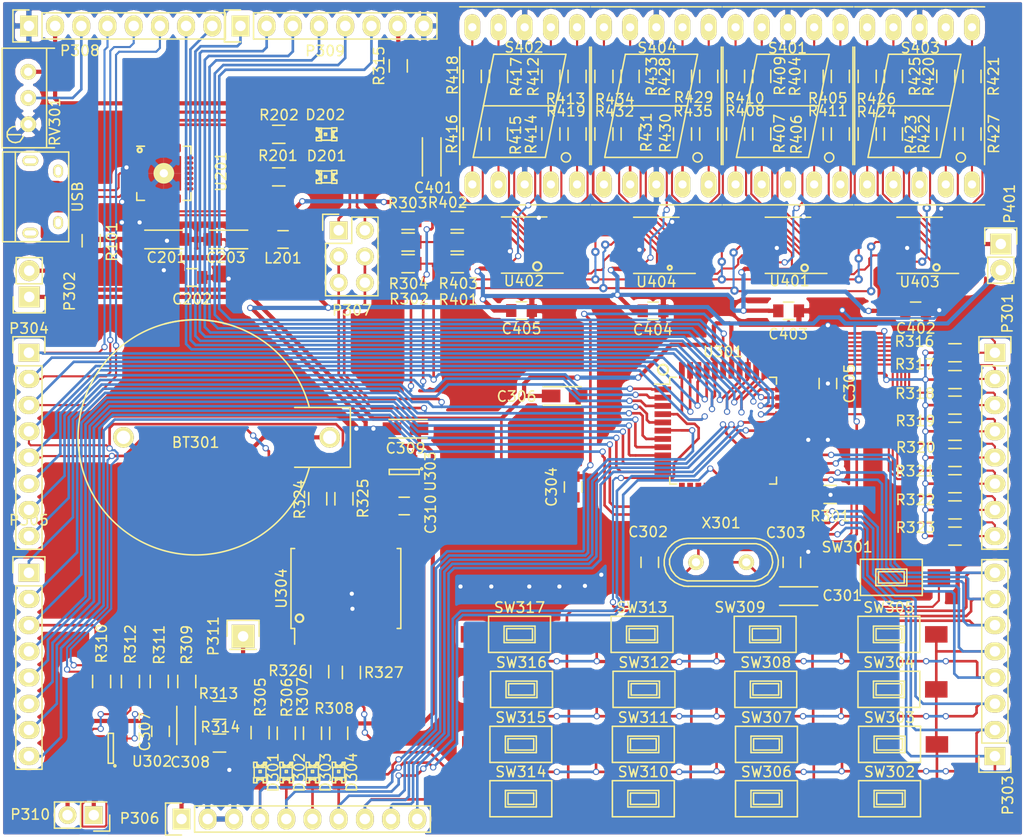
<source format=kicad_pcb>
(kicad_pcb (version 4) (host pcbnew "(2015-06-02 BZR 5696)-product")
  (layers (0 F.Cu signal) (31 B.Cu signal) (34 B.Paste user) (35 F.Paste user) (36 B.SilkS user) (37 F.SilkS user) (38 B.Mask user) (39 F.Mask user) (44 Edge.Cuts user))
  (net 0 "")
  (net 1 DGND)
  (net 2 /USB2USART/VBUS)
  (net 3 "Net-(C301-Pad2)")
  (net 4 +5V)
  (net 5 "Net-(C302-Pad1)")
  (net 6 "Net-(C303-Pad1)")
  (net 7 /STC_CORE/ADC_VDD)
  (net 8 /STC_CORE/ADC_VSS)
  (net 9 VCC)
  (net 10 "Net-(D201-Pad1)")
  (net 11 "Net-(D202-Pad1)")
  (net 12 /STC_CORE/P4.0)
  (net 13 /STC_CORE/P4.1)
  (net 14 /STC_CORE/P4.2)
  (net 15 /STC_CORE/P4.3)
  (net 16 /STC_CORE/P0.0)
  (net 17 /STC_CORE/P0.1)
  (net 18 /STC_CORE/P0.2)
  (net 19 /STC_CORE/P0.3)
  (net 20 /STC_CORE/P0.4)
  (net 21 /STC_CORE/P0.5)
  (net 22 /STC_CORE/P0.6)
  (net 23 /STC_CORE/P0.7)
  (net 24 /STC_CORE/P1.0)
  (net 25 /STC_CORE/P1.1)
  (net 26 /STC_CORE/P1.2)
  (net 27 /STC_CORE/P1.3)
  (net 28 /STC_CORE/P1.4)
  (net 29 /LED_Display/DS)
  (net 30 /STC_CORE/LED_SCK)
  (net 31 /STC_CORE/LED_RCK)
  (net 32 /STC_CORE/P2.0)
  (net 33 /STC_CORE/P2.1)
  (net 34 /STC_CORE/P2.2)
  (net 35 /STC_CORE/P2.3)
  (net 36 /STC_CORE/P2.4)
  (net 37 /STC_CORE/P2.5)
  (net 38 /STC_CORE/P2.6)
  (net 39 /STC_CORE/P2.7)
  (net 40 /STC_CORE/MCU_VDD)
  (net 41 /STC_CORE/P3.0)
  (net 42 /STC_CORE/P3.1)
  (net 43 /STC_CORE/P3.2)
  (net 44 /STC_CORE/P3.3)
  (net 45 /STC_CORE/P3.4)
  (net 46 /STC_CORE/P3.5)
  (net 47 /STC_CORE/P3.6)
  (net 48 /STC_CORE/P3.7)
  (net 49 /STC_CORE/P4.4)
  (net 50 /STC_CORE/P4.5)
  (net 51 /STC_CORE/P4.6)
  (net 52 /STC_CORE/PC_RXD)
  (net 53 /STC_CORE/PC_TXD)
  (net 54 "Net-(P308-Pad3)")
  (net 55 "Net-(P309-Pad7)")
  (net 56 "Net-(P310-Pad1)")
  (net 57 "Net-(P310-Pad2)")
  (net 58 /USB2USART/SUSPEND)
  (net 59 "Net-(R311-Pad1)")
  (net 60 "Net-(R312-Pad1)")
  (net 61 "Net-(R401-Pad1)")
  (net 62 "Net-(R402-Pad1)")
  (net 63 "Net-(R403-Pad1)")
  (net 64 "Net-(R404-Pad1)")
  (net 65 "Net-(R404-Pad2)")
  (net 66 "Net-(R405-Pad1)")
  (net 67 "Net-(R405-Pad2)")
  (net 68 "Net-(R406-Pad1)")
  (net 69 "Net-(R406-Pad2)")
  (net 70 "Net-(R407-Pad1)")
  (net 71 "Net-(R407-Pad2)")
  (net 72 "Net-(R408-Pad1)")
  (net 73 "Net-(R408-Pad2)")
  (net 74 "Net-(R409-Pad1)")
  (net 75 "Net-(R409-Pad2)")
  (net 76 "Net-(R410-Pad1)")
  (net 77 "Net-(R410-Pad2)")
  (net 78 "Net-(R411-Pad1)")
  (net 79 "Net-(R411-Pad2)")
  (net 80 "Net-(R412-Pad1)")
  (net 81 "Net-(R412-Pad2)")
  (net 82 "Net-(R413-Pad1)")
  (net 83 "Net-(R413-Pad2)")
  (net 84 "Net-(R414-Pad1)")
  (net 85 "Net-(R414-Pad2)")
  (net 86 "Net-(R415-Pad1)")
  (net 87 "Net-(R415-Pad2)")
  (net 88 "Net-(R416-Pad1)")
  (net 89 "Net-(R416-Pad2)")
  (net 90 "Net-(R417-Pad1)")
  (net 91 "Net-(R417-Pad2)")
  (net 92 "Net-(R418-Pad1)")
  (net 93 "Net-(R418-Pad2)")
  (net 94 "Net-(R419-Pad1)")
  (net 95 "Net-(R419-Pad2)")
  (net 96 "Net-(R420-Pad1)")
  (net 97 "Net-(R420-Pad2)")
  (net 98 "Net-(R421-Pad1)")
  (net 99 "Net-(R421-Pad2)")
  (net 100 "Net-(R422-Pad1)")
  (net 101 "Net-(R422-Pad2)")
  (net 102 "Net-(R423-Pad1)")
  (net 103 "Net-(R423-Pad2)")
  (net 104 "Net-(R424-Pad1)")
  (net 105 "Net-(R424-Pad2)")
  (net 106 "Net-(R425-Pad1)")
  (net 107 "Net-(R425-Pad2)")
  (net 108 "Net-(R426-Pad1)")
  (net 109 "Net-(R426-Pad2)")
  (net 110 "Net-(R427-Pad1)")
  (net 111 "Net-(R427-Pad2)")
  (net 112 "Net-(R428-Pad1)")
  (net 113 "Net-(R428-Pad2)")
  (net 114 "Net-(R429-Pad1)")
  (net 115 "Net-(R429-Pad2)")
  (net 116 "Net-(R430-Pad1)")
  (net 117 "Net-(R430-Pad2)")
  (net 118 "Net-(R431-Pad1)")
  (net 119 "Net-(R431-Pad2)")
  (net 120 "Net-(R432-Pad1)")
  (net 121 "Net-(R432-Pad2)")
  (net 122 "Net-(R433-Pad1)")
  (net 123 "Net-(R433-Pad2)")
  (net 124 "Net-(R434-Pad1)")
  (net 125 "Net-(R434-Pad2)")
  (net 126 "Net-(R435-Pad1)")
  (net 127 "Net-(R435-Pad2)")
  (net 128 "Net-(U201-Pad1)")
  (net 129 "Net-(U201-Pad2)")
  (net 130 /USB2USART/USB_D-)
  (net 131 /USB2USART/USB_D+)
  (net 132 "Net-(U201-Pad10)")
  (net 133 "Net-(U201-Pad12)")
  (net 134 "Net-(U201-Pad13)")
  (net 135 "Net-(U201-Pad14)")
  (net 136 "Net-(U201-Pad15)")
  (net 137 "Net-(U201-Pad16)")
  (net 138 "Net-(U201-Pad17)")
  (net 139 "Net-(U201-Pad18)")
  (net 140 "Net-(U201-Pad19)")
  (net 141 "Net-(U201-Pad20)")
  (net 142 "Net-(U201-Pad21)")
  (net 143 "Net-(U201-Pad22)")
  (net 144 "Net-(U201-Pad23)")
  (net 145 "Net-(U201-Pad24)")
  (net 146 "Net-(U201-Pad27)")
  (net 147 "Net-(U201-Pad28)")
  (net 148 /LED_Display/DSO3)
  (net 149 /LED_Display/DSO2)
  (net 150 /LED_Display/DSO1)
  (net 151 "Net-(U403-Pad9)")
  (net 152 "Net-(D301-Pad1)")
  (net 153 "Net-(D302-Pad1)")
  (net 154 "Net-(D303-Pad1)")
  (net 155 "Net-(D304-Pad1)")
  (net 156 "Net-(BT301-Pad1)")
  (net 157 "Net-(C310-Pad1)")
  (net 158 "Net-(P311-Pad1)")
  (net 159 "Net-(R324-Pad2)")
  (net 160 "Net-(R325-Pad2)")
  (net 161 "Net-(U303-Pad4)")
  (net 162 "Net-(R326-Pad1)")
  (net 163 "Net-(R327-Pad1)")
  (net 164 "Net-(R101-Pad2)")
  (module Capacitors_Tantalum_SMD:TantalC_SizeA_EIA-3216_Reflow (layer F.Cu) (at 110.0836 86.8553)
    (fp_text reference C201 (at 0 1.7526) (layer F.SilkS))
    (fp_text value 4.7u hide)
    (pad 2 smd rect (at 1.31 0) (size 1.8 1.23) (layers F.Cu F.Paste F.Mask) (net 1 DGND))
    (pad 1 smd rect (at -1.31 0) (size 1.8 1.23) (layers F.Cu F.Paste F.Mask) (net 2 /USB2USART/VBUS))
  )
  (module Capacitors_SMD:C_0805 (layer F.Cu) (at 112.5601 90.5383)
    (fp_text reference C202 (at 0 2.1082) (layer F.SilkS))
    (fp_text value 0.1u hide)
    (pad 1 smd rect (at -1 0) (size 1 1.25) (layers F.Cu F.Paste F.Mask) (net 2 /USB2USART/VBUS))
    (pad 2 smd rect (at 1 0) (size 1 1.25) (layers F.Cu F.Paste F.Mask) (net 1 DGND))
  )
  (module Capacitors_Tantalum_SMD:TantalC_SizeA_EIA-3216_Reflow (layer F.Cu) (at 115.8621 86.8553 180)
    (fp_text reference C203 (at 0.0127 -1.7653 180) (layer F.SilkS))
    (fp_text value 10u hide)
    (pad 2 smd rect (at 1.31 0 180) (size 1.8 1.23) (layers F.Cu F.Paste F.Mask) (net 1 DGND))
    (pad 1 smd rect (at -1.31 0 180) (size 1.8 1.23) (layers F.Cu F.Paste F.Mask) (net 2 /USB2USART/VBUS))
  )
  (module Capacitors_Tantalum_SMD:TantalC_SizeA_EIA-3216_Reflow (layer F.Cu) (at 171.1325 121.4374 180)
    (fp_text reference C301 (at -4.48056 0.0508 180) (layer F.SilkS))
    (fp_text value 10u hide)
    (pad 2 smd rect (at 1.31 0 180) (size 1.8 1.23) (layers F.Cu F.Paste F.Mask) (net 3 "Net-(C301-Pad2)"))
    (pad 1 smd rect (at -1.31 0 180) (size 1.8 1.23) (layers F.Cu F.Paste F.Mask) (net 4 +5V))
  )
  (module Capacitors_SMD:C_0805 (layer F.Cu) (at 156.9466 118.1608 90)
    (fp_text reference C302 (at 2.9464 -0.1651 180) (layer F.SilkS))
    (fp_text value 22p hide)
    (pad 1 smd rect (at -1 0 90) (size 1 1.25) (layers F.Cu F.Paste F.Mask) (net 5 "Net-(C302-Pad1)"))
    (pad 2 smd rect (at 1 0 90) (size 1 1.25) (layers F.Cu F.Paste F.Mask) (net 1 DGND))
  )
  (module Capacitors_SMD:C_0805 (layer F.Cu) (at 170.7261 118.1608 90)
    (fp_text reference C303 (at 2.8702 -0.5969 180) (layer F.SilkS))
    (fp_text value 22p hide)
    (pad 1 smd rect (at -1 0 90) (size 1 1.25) (layers F.Cu F.Paste F.Mask) (net 6 "Net-(C303-Pad1)"))
    (pad 2 smd rect (at 1 0 90) (size 1 1.25) (layers F.Cu F.Paste F.Mask) (net 1 DGND))
  )
  (module Capacitors_SMD:C_0805 (layer F.Cu) (at 149.5171 110.8583 90)
    (fp_text reference C304 (at 0 -2.1 90) (layer F.SilkS))
    (fp_text value 0.1u hide)
    (pad 1 smd rect (at -1 0 90) (size 1 1.25) (layers F.Cu F.Paste F.Mask) (net 40 /STC_CORE/MCU_VDD))
    (pad 2 smd rect (at 1 0 90) (size 1 1.25) (layers F.Cu F.Paste F.Mask) (net 1 DGND))
  )
  (module Capacitors_SMD:C_0805 (layer F.Cu) (at 174.2186 100.8253 270)
    (fp_text reference C305 (at 0 -2.1 270) (layer F.SilkS))
    (fp_text value 0.1u hide)
    (pad 1 smd rect (at -1 0 270) (size 1 1.25) (layers F.Cu F.Paste F.Mask) (net 40 /STC_CORE/MCU_VDD))
    (pad 2 smd rect (at 1 0 270) (size 1 1.25) (layers F.Cu F.Paste F.Mask) (net 1 DGND))
  )
  (module Capacitors_Tantalum_SMD:TantalC_SizeA_EIA-3216_Reflow (layer F.Cu) (at 148.6916 102.0318)
    (fp_text reference C306 (at -4.6609 0.0508) (layer F.SilkS))
    (fp_text value 10u hide)
    (pad 2 smd rect (at 1.31 0) (size 1.8 1.23) (layers F.Cu F.Paste F.Mask) (net 1 DGND))
    (pad 1 smd rect (at -1.31 0) (size 1.8 1.23) (layers F.Cu F.Paste F.Mask) (net 40 /STC_CORE/MCU_VDD))
  )
  (module Capacitors_SMD:C_0805 (layer F.Cu) (at 109.5121 134.5438 270)
    (fp_text reference C307 (at 0.0254 1.524 270) (layer F.SilkS))
    (fp_text value 0.1u hide)
    (pad 1 smd rect (at -1 0 270) (size 1 1.25) (layers F.Cu F.Paste F.Mask) (net 7 /STC_CORE/ADC_VDD))
    (pad 2 smd rect (at 1 0 270) (size 1 1.25) (layers F.Cu F.Paste F.Mask) (net 8 /STC_CORE/ADC_VSS))
  )
  (module Capacitors_Tantalum_SMD:TantalC_SizeA_EIA-3216_Reflow (layer F.Cu) (at 111.9886 134.2263 270)
    (fp_text reference C308 (at 3.3147 -0.3937 360) (layer F.SilkS))
    (fp_text value 10u hide)
    (pad 2 smd rect (at 1.31 0 270) (size 1.8 1.23) (layers F.Cu F.Paste F.Mask) (net 8 /STC_CORE/ADC_VSS))
    (pad 1 smd rect (at -1.31 0 270) (size 1.8 1.23) (layers F.Cu F.Paste F.Mask) (net 7 /STC_CORE/ADC_VDD))
  )
  (module Capacitors_Tantalum_SMD:TantalC_SizeA_EIA-3216_Reflow (layer F.Cu) (at 135.8011 78.6003 90)
    (fp_text reference C401 (at -3.24866 0.2032 180) (layer F.SilkS))
    (fp_text value 10u hide)
    (pad 2 smd rect (at 1.31 0 90) (size 1.8 1.23) (layers F.Cu F.Paste F.Mask) (net 1 DGND))
    (pad 1 smd rect (at -1.31 0 90) (size 1.8 1.23) (layers F.Cu F.Paste F.Mask) (net 9 VCC))
  )
  (module Capacitors_SMD:C_0805 (layer F.Cu) (at 182.7276 93.7768)
    (fp_text reference C402 (at 0.0127 1.7018) (layer F.SilkS))
    (fp_text value 0.1u hide)
    (pad 1 smd rect (at -1 0) (size 1 1.25) (layers F.Cu F.Paste F.Mask) (net 9 VCC))
    (pad 2 smd rect (at 1 0) (size 1 1.25) (layers F.Cu F.Paste F.Mask) (net 1 DGND))
  )
  (module Capacitors_SMD:C_0805 (layer F.Cu) (at 170.4086 93.7768)
    (fp_text reference C403 (at -0.04064 2.26568) (layer F.SilkS))
    (fp_text value 0.1u hide)
    (pad 1 smd rect (at -1 0) (size 1 1.25) (layers F.Cu F.Paste F.Mask) (net 9 VCC))
    (pad 2 smd rect (at 1 0) (size 1 1.25) (layers F.Cu F.Paste F.Mask) (net 1 DGND))
  )
  (module Capacitors_SMD:C_0805 (layer F.Cu) (at 157.2641 93.7768)
    (fp_text reference C404 (at -0.02032 1.84404) (layer F.SilkS))
    (fp_text value 0.1u hide)
    (pad 1 smd rect (at -1 0) (size 1 1.25) (layers F.Cu F.Paste F.Mask) (net 9 VCC))
    (pad 2 smd rect (at 1 0) (size 1 1.25) (layers F.Cu F.Paste F.Mask) (net 1 DGND))
  )
  (module Capacitors_SMD:C_0805 (layer F.Cu) (at 144.5133 93.7514)
    (fp_text reference C405 (at 0 1.77292) (layer F.SilkS))
    (fp_text value 0.1u hide)
    (pad 1 smd rect (at -1 0) (size 1 1.25) (layers F.Cu F.Paste F.Mask) (net 9 VCC))
    (pad 2 smd rect (at 1 0) (size 1 1.25) (layers F.Cu F.Paste F.Mask) (net 1 DGND))
  )
  (module LEDs:LED-0805 (layer F.Cu) (at 125.60935 80.79105)
    (fp_text reference D201 (at -0.00381 -2.03581) (layer F.SilkS))
    (fp_text value LED_PWR)
    (pad 2 smd rect (at 1.04902 0 180) (size 1.19888 1.19888) (layers F.Cu F.Paste F.Mask) (net 1 DGND))
    (pad 1 smd rect (at -1.04902 0 180) (size 1.19888 1.19888) (layers F.Cu F.Paste F.Mask) (net 10 "Net-(D201-Pad1)"))
  )
  (module LEDs:LED-0805 (layer F.Cu) (at 125.60935 76.66355)
    (fp_text reference D202 (at -0.12573 -1.89103) (layer F.SilkS))
    (fp_text value LED_STATUS)
    (pad 2 smd rect (at 1.04902 0 180) (size 1.19888 1.19888) (layers F.Cu F.Paste F.Mask) (net 1 DGND))
    (pad 1 smd rect (at -1.04902 0 180) (size 1.19888 1.19888) (layers F.Cu F.Paste F.Mask) (net 11 "Net-(D202-Pad1)"))
  )
  (module LEDs:LED-0805 (layer F.Cu) (at 119.1641 138.5443 270)
    (fp_text reference D301 (at 0 -1.27 270) (layer F.SilkS))
    (fp_text value LED hide)
    (pad 2 smd rect (at 1.04902 0 90) (size 1.19888 1.19888) (layers F.Cu F.Paste F.Mask) (net 12 /STC_CORE/P4.0))
    (pad 1 smd rect (at -1.04902 0 90) (size 1.19888 1.19888) (layers F.Cu F.Paste F.Mask) (net 152 "Net-(D301-Pad1)"))
  )
  (module LEDs:LED-0805 (layer F.Cu) (at 121.7041 138.5443 270)
    (fp_text reference D302 (at 0 -1.27 270) (layer F.SilkS))
    (fp_text value LED hide)
    (pad 2 smd rect (at 1.04902 0 90) (size 1.19888 1.19888) (layers F.Cu F.Paste F.Mask) (net 13 /STC_CORE/P4.1))
    (pad 1 smd rect (at -1.04902 0 90) (size 1.19888 1.19888) (layers F.Cu F.Paste F.Mask) (net 153 "Net-(D302-Pad1)"))
  )
  (module LEDs:LED-0805 (layer F.Cu) (at 124.2441 138.5443 270)
    (fp_text reference D303 (at 0 -1.27 270) (layer F.SilkS))
    (fp_text value LED hide)
    (pad 2 smd rect (at 1.04902 0 90) (size 1.19888 1.19888) (layers F.Cu F.Paste F.Mask) (net 14 /STC_CORE/P4.2))
    (pad 1 smd rect (at -1.04902 0 90) (size 1.19888 1.19888) (layers F.Cu F.Paste F.Mask) (net 154 "Net-(D303-Pad1)"))
  )
  (module LEDs:LED-0805 (layer F.Cu) (at 126.7841 138.5443 270)
    (fp_text reference D304 (at 0 -1.27 270) (layer F.SilkS))
    (fp_text value LED hide)
    (pad 2 smd rect (at 1.04902 0 90) (size 1.19888 1.19888) (layers F.Cu F.Paste F.Mask) (net 15 /STC_CORE/P4.3))
    (pad 1 smd rect (at -1.04902 0 90) (size 1.19888 1.19888) (layers F.Cu F.Paste F.Mask) (net 155 "Net-(D304-Pad1)"))
  )
  (module Capacitors_SMD:C_0805 (layer F.Cu) (at 121.3866 86.8553)
    (fp_text reference L201 (at -0.0127 1.8161) (layer F.SilkS))
    (fp_text value INDUCTOR_SMALL hide)
    (pad 1 smd rect (at -1 0) (size 1 1.25) (layers F.Cu F.Paste F.Mask) (net 2 /USB2USART/VBUS))
    (pad 2 smd rect (at 1 0) (size 1 1.25) (layers F.Cu F.Paste F.Mask) (net 4 +5V))
  )
  (module Pin_Headers:Pin_Header_Straight_1x08 (layer F.Cu) (at 190.4111 97.8408)
    (fp_text reference P301 (at 1.2192 -3.81 90) (layer F.SilkS))
    (fp_text value P0)
    (pad 1 thru_hole rect (at 0 0) (size 2.032 1.7272) (drill 1.016) (layers *.Cu *.Mask F.SilkS) (net 16 /STC_CORE/P0.0))
    (pad 2 thru_hole oval (at 0 2.54) (size 2.032 1.7272) (drill 1.016) (layers *.Cu *.Mask F.SilkS) (net 17 /STC_CORE/P0.1))
    (pad 3 thru_hole oval (at 0 5.08) (size 2.032 1.7272) (drill 1.016) (layers *.Cu *.Mask F.SilkS) (net 18 /STC_CORE/P0.2))
    (pad 4 thru_hole oval (at 0 7.62) (size 2.032 1.7272) (drill 1.016) (layers *.Cu *.Mask F.SilkS) (net 19 /STC_CORE/P0.3))
    (pad 5 thru_hole oval (at 0 10.16) (size 2.032 1.7272) (drill 1.016) (layers *.Cu *.Mask F.SilkS) (net 20 /STC_CORE/P0.4))
    (pad 6 thru_hole oval (at 0 12.7) (size 2.032 1.7272) (drill 1.016) (layers *.Cu *.Mask F.SilkS) (net 21 /STC_CORE/P0.5))
    (pad 7 thru_hole oval (at 0 15.24) (size 2.032 1.7272) (drill 1.016) (layers *.Cu *.Mask F.SilkS) (net 22 /STC_CORE/P0.6))
    (pad 8 thru_hole oval (at 0 17.78) (size 2.032 1.7272) (drill 1.016) (layers *.Cu *.Mask F.SilkS) (net 23 /STC_CORE/P0.7))
  )
  (module Pin_Headers:Pin_Header_Straight_1x08 (layer F.Cu) (at 96.7486 97.8408)
    (fp_text reference P302 (at 3.9497 -5.9563 90) (layer F.SilkS))
    (fp_text value P1)
    (pad 1 thru_hole rect (at 0 0) (size 2.032 1.7272) (drill 1.016) (layers *.Cu *.Mask F.SilkS) (net 24 /STC_CORE/P1.0))
    (pad 2 thru_hole oval (at 0 2.54) (size 2.032 1.7272) (drill 1.016) (layers *.Cu *.Mask F.SilkS) (net 25 /STC_CORE/P1.1))
    (pad 3 thru_hole oval (at 0 5.08) (size 2.032 1.7272) (drill 1.016) (layers *.Cu *.Mask F.SilkS) (net 26 /STC_CORE/P1.2))
    (pad 4 thru_hole oval (at 0 7.62) (size 2.032 1.7272) (drill 1.016) (layers *.Cu *.Mask F.SilkS) (net 27 /STC_CORE/P1.3))
    (pad 5 thru_hole oval (at 0 10.16) (size 2.032 1.7272) (drill 1.016) (layers *.Cu *.Mask F.SilkS) (net 28 /STC_CORE/P1.4))
    (pad 6 thru_hole oval (at 0 12.7) (size 2.032 1.7272) (drill 1.016) (layers *.Cu *.Mask F.SilkS) (net 29 /LED_Display/DS))
    (pad 7 thru_hole oval (at 0 15.24) (size 2.032 1.7272) (drill 1.016) (layers *.Cu *.Mask F.SilkS) (net 30 /STC_CORE/LED_SCK))
    (pad 8 thru_hole oval (at 0 17.78) (size 2.032 1.7272) (drill 1.016) (layers *.Cu *.Mask F.SilkS) (net 31 /STC_CORE/LED_RCK))
  )
  (module Pin_Headers:Pin_Header_Straight_1x08 (layer F.Cu) (at 190.4111 136.9568 180)
    (fp_text reference P303 (at -1.2573 -3.7973 270) (layer F.SilkS))
    (fp_text value P2)
    (pad 1 thru_hole rect (at 0 0 180) (size 2.032 1.7272) (drill 1.016) (layers *.Cu *.Mask F.SilkS) (net 32 /STC_CORE/P2.0))
    (pad 2 thru_hole oval (at 0 2.54 180) (size 2.032 1.7272) (drill 1.016) (layers *.Cu *.Mask F.SilkS) (net 33 /STC_CORE/P2.1))
    (pad 3 thru_hole oval (at 0 5.08 180) (size 2.032 1.7272) (drill 1.016) (layers *.Cu *.Mask F.SilkS) (net 34 /STC_CORE/P2.2))
    (pad 4 thru_hole oval (at 0 7.62 180) (size 2.032 1.7272) (drill 1.016) (layers *.Cu *.Mask F.SilkS) (net 35 /STC_CORE/P2.3))
    (pad 5 thru_hole oval (at 0 10.16 180) (size 2.032 1.7272) (drill 1.016) (layers *.Cu *.Mask F.SilkS) (net 36 /STC_CORE/P2.4))
    (pad 6 thru_hole oval (at 0 12.7 180) (size 2.032 1.7272) (drill 1.016) (layers *.Cu *.Mask F.SilkS) (net 37 /STC_CORE/P2.5))
    (pad 7 thru_hole oval (at 0 15.24 180) (size 2.032 1.7272) (drill 1.016) (layers *.Cu *.Mask F.SilkS) (net 38 /STC_CORE/P2.6))
    (pad 8 thru_hole oval (at 0 17.78 180) (size 2.032 1.7272) (drill 1.016) (layers *.Cu *.Mask F.SilkS) (net 39 /STC_CORE/P2.7))
  )
  (module Pin_Headers:Pin_Header_Straight_1x02 (layer F.Cu) (at 96.77654 92.42552 180)
    (fp_text reference P304 (at 0.02794 -3.06578 180) (layer F.SilkS))
    (fp_text value "MCU POWER")
    (pad 1 thru_hole rect (at 0 0 180) (size 2.032 2.032) (drill 1.016) (layers *.Cu *.Mask F.SilkS) (net 40 /STC_CORE/MCU_VDD))
    (pad 2 thru_hole oval (at 0 2.54 180) (size 2.032 2.032) (drill 1.016) (layers *.Cu *.Mask F.SilkS) (net 4 +5V))
  )
  (module Pin_Headers:Pin_Header_Straight_1x08 (layer F.Cu) (at 96.7486 119.1768)
    (fp_text reference P305 (at 0 -5.1) (layer F.SilkS))
    (fp_text value P3)
    (pad 1 thru_hole rect (at 0 0) (size 2.032 1.7272) (drill 1.016) (layers *.Cu *.Mask F.SilkS) (net 41 /STC_CORE/P3.0))
    (pad 2 thru_hole oval (at 0 2.54) (size 2.032 1.7272) (drill 1.016) (layers *.Cu *.Mask F.SilkS) (net 42 /STC_CORE/P3.1))
    (pad 3 thru_hole oval (at 0 5.08) (size 2.032 1.7272) (drill 1.016) (layers *.Cu *.Mask F.SilkS) (net 43 /STC_CORE/P3.2))
    (pad 4 thru_hole oval (at 0 7.62) (size 2.032 1.7272) (drill 1.016) (layers *.Cu *.Mask F.SilkS) (net 44 /STC_CORE/P3.3))
    (pad 5 thru_hole oval (at 0 10.16) (size 2.032 1.7272) (drill 1.016) (layers *.Cu *.Mask F.SilkS) (net 45 /STC_CORE/P3.4))
    (pad 6 thru_hole oval (at 0 12.7) (size 2.032 1.7272) (drill 1.016) (layers *.Cu *.Mask F.SilkS) (net 46 /STC_CORE/P3.5))
    (pad 7 thru_hole oval (at 0 15.24) (size 2.032 1.7272) (drill 1.016) (layers *.Cu *.Mask F.SilkS) (net 47 /STC_CORE/P3.6))
    (pad 8 thru_hole oval (at 0 17.78) (size 2.032 1.7272) (drill 1.016) (layers *.Cu *.Mask F.SilkS) (net 48 /STC_CORE/P3.7))
  )
  (module Pin_Headers:Pin_Header_Straight_1x10 (layer F.Cu) (at 111.5441 143.0528 90)
    (fp_text reference P306 (at 0.0635 -4.064 180) (layer F.SilkS))
    (fp_text value P4)
    (pad 1 thru_hole rect (at 0 0 90) (size 2.032 1.7272) (drill 1.016) (layers *.Cu *.Mask F.SilkS) (net 4 +5V))
    (pad 2 thru_hole oval (at 0 2.54 90) (size 2.032 1.7272) (drill 1.016) (layers *.Cu *.Mask F.SilkS) (net 1 DGND))
    (pad 3 thru_hole oval (at 0 5.08 90) (size 2.032 1.7272) (drill 1.016) (layers *.Cu *.Mask F.SilkS) (net 1 DGND))
    (pad 4 thru_hole oval (at 0 7.62 90) (size 2.032 1.7272) (drill 1.016) (layers *.Cu *.Mask F.SilkS) (net 12 /STC_CORE/P4.0))
    (pad 5 thru_hole oval (at 0 10.16 90) (size 2.032 1.7272) (drill 1.016) (layers *.Cu *.Mask F.SilkS) (net 13 /STC_CORE/P4.1))
    (pad 6 thru_hole oval (at 0 12.7 90) (size 2.032 1.7272) (drill 1.016) (layers *.Cu *.Mask F.SilkS) (net 14 /STC_CORE/P4.2))
    (pad 7 thru_hole oval (at 0 15.24 90) (size 2.032 1.7272) (drill 1.016) (layers *.Cu *.Mask F.SilkS) (net 15 /STC_CORE/P4.3))
    (pad 8 thru_hole oval (at 0 17.78 90) (size 2.032 1.7272) (drill 1.016) (layers *.Cu *.Mask F.SilkS) (net 49 /STC_CORE/P4.4))
    (pad 9 thru_hole oval (at 0 20.32 90) (size 2.032 1.7272) (drill 1.016) (layers *.Cu *.Mask F.SilkS) (net 50 /STC_CORE/P4.5))
    (pad 10 thru_hole oval (at 0 22.86 90) (size 2.032 1.7272) (drill 1.016) (layers *.Cu *.Mask F.SilkS) (net 51 /STC_CORE/P4.6))
  )
  (module Pin_Headers:Pin_Header_Straight_1x08 (layer F.Cu) (at 96.7486 66.1543 90)
    (fp_text reference P308 (at -2.4003 4.9403 180) (layer F.SilkS))
    (fp_text value LCD1602)
    (pad 1 thru_hole rect (at 0 0 90) (size 2.032 1.7272) (drill 1.016) (layers *.Cu *.Mask F.SilkS) (net 1 DGND))
    (pad 2 thru_hole oval (at 0 2.54 90) (size 2.032 1.7272) (drill 1.016) (layers *.Cu *.Mask F.SilkS) (net 4 +5V))
    (pad 3 thru_hole oval (at 0 5.08 90) (size 2.032 1.7272) (drill 1.016) (layers *.Cu *.Mask F.SilkS) (net 54 "Net-(P308-Pad3)"))
    (pad 4 thru_hole oval (at 0 7.62 90) (size 2.032 1.7272) (drill 1.016) (layers *.Cu *.Mask F.SilkS) (net 24 /STC_CORE/P1.0))
    (pad 5 thru_hole oval (at 0 10.16 90) (size 2.032 1.7272) (drill 1.016) (layers *.Cu *.Mask F.SilkS) (net 25 /STC_CORE/P1.1))
    (pad 6 thru_hole oval (at 0 12.7 90) (size 2.032 1.7272) (drill 1.016) (layers *.Cu *.Mask F.SilkS) (net 26 /STC_CORE/P1.2))
    (pad 7 thru_hole oval (at 0 15.24 90) (size 2.032 1.7272) (drill 1.016) (layers *.Cu *.Mask F.SilkS) (net 16 /STC_CORE/P0.0))
    (pad 8 thru_hole oval (at 0 17.78 90) (size 2.032 1.7272) (drill 1.016) (layers *.Cu *.Mask F.SilkS) (net 17 /STC_CORE/P0.1))
  )
  (module Pin_Headers:Pin_Header_Straight_1x08 (layer F.Cu) (at 117.2591 66.1543 90)
    (fp_text reference P309 (at -2.42062 8.2042 180) (layer F.SilkS))
    (fp_text value CONN_8 hide)
    (pad 1 thru_hole rect (at 0 0 90) (size 2.032 1.7272) (drill 1.016) (layers *.Cu *.Mask F.SilkS) (net 18 /STC_CORE/P0.2))
    (pad 2 thru_hole oval (at 0 2.54 90) (size 2.032 1.7272) (drill 1.016) (layers *.Cu *.Mask F.SilkS) (net 19 /STC_CORE/P0.3))
    (pad 3 thru_hole oval (at 0 5.08 90) (size 2.032 1.7272) (drill 1.016) (layers *.Cu *.Mask F.SilkS) (net 20 /STC_CORE/P0.4))
    (pad 4 thru_hole oval (at 0 7.62 90) (size 2.032 1.7272) (drill 1.016) (layers *.Cu *.Mask F.SilkS) (net 21 /STC_CORE/P0.5))
    (pad 5 thru_hole oval (at 0 10.16 90) (size 2.032 1.7272) (drill 1.016) (layers *.Cu *.Mask F.SilkS) (net 22 /STC_CORE/P0.6))
    (pad 6 thru_hole oval (at 0 12.7 90) (size 2.032 1.7272) (drill 1.016) (layers *.Cu *.Mask F.SilkS) (net 23 /STC_CORE/P0.7))
    (pad 7 thru_hole oval (at 0 15.24 90) (size 2.032 1.7272) (drill 1.016) (layers *.Cu *.Mask F.SilkS) (net 55 "Net-(P309-Pad7)"))
    (pad 8 thru_hole oval (at 0 17.78 90) (size 2.032 1.7272) (drill 1.016) (layers *.Cu *.Mask F.SilkS) (net 1 DGND))
  )
  (module Resistors_SMD:R_0805 (layer F.Cu) (at 120.97385 80.79105 180)
    (fp_text reference R201 (at 0.08255 2.05613 180) (layer F.SilkS))
    (fp_text value 4.7k hide)
    (pad 1 smd rect (at -0.95 0 180) (size 0.7 1.3) (layers F.Cu F.Paste F.Mask) (net 10 "Net-(D201-Pad1)"))
    (pad 2 smd rect (at 0.95 0 180) (size 0.7 1.3) (layers F.Cu F.Paste F.Mask) (net 2 /USB2USART/VBUS))
  )
  (module Resistors_SMD:R_0805 (layer F.Cu) (at 120.97385 76.66355 180)
    (fp_text reference R202 (at -0.01905 1.87071 180) (layer F.SilkS))
    (fp_text value 4.7k hide)
    (pad 1 smd rect (at -0.95 0 180) (size 0.7 1.3) (layers F.Cu F.Paste F.Mask) (net 11 "Net-(D202-Pad1)"))
    (pad 2 smd rect (at 0.95 0 180) (size 0.7 1.3) (layers F.Cu F.Paste F.Mask) (net 58 /USB2USART/SUSPEND))
  )
  (module Resistors_SMD:R_0805 (layer F.Cu) (at 174.4345 111.5822 180)
    (fp_text reference R301 (at 0 -2.1 180) (layer F.SilkS))
    (fp_text value 10k hide)
    (pad 1 smd rect (at -0.95 0 180) (size 0.7 1.3) (layers F.Cu F.Paste F.Mask) (net 3 "Net-(C301-Pad2)"))
    (pad 2 smd rect (at 0.95 0 180) (size 0.7 1.3) (layers F.Cu F.Paste F.Mask) (net 1 DGND))
  )
  (module Resistors_SMD:R_0805 (layer F.Cu) (at 133.5151 89.2048 180)
    (fp_text reference R302 (at -0.09652 -3.429 180) (layer F.SilkS))
    (fp_text value 4.7k hide)
    (pad 1 smd rect (at -0.95 0 180) (size 0.7 1.3) (layers F.Cu F.Paste F.Mask) (net 29 /LED_Display/DS))
    (pad 2 smd rect (at 0.95 0 180) (size 0.7 1.3) (layers F.Cu F.Paste F.Mask) (net 4 +5V))
  )
  (module Resistors_SMD:R_0805 (layer F.Cu) (at 133.5151 85.0138 180)
    (fp_text reference R303 (at 0.03556 1.68148 180) (layer F.SilkS))
    (fp_text value 4.7k hide)
    (pad 1 smd rect (at -0.95 0 180) (size 0.7 1.3) (layers F.Cu F.Paste F.Mask) (net 30 /STC_CORE/LED_SCK))
    (pad 2 smd rect (at 0.95 0 180) (size 0.7 1.3) (layers F.Cu F.Paste F.Mask) (net 4 +5V))
  )
  (module Resistors_SMD:R_0805 (layer F.Cu) (at 133.5151 87.1093 180)
    (fp_text reference R304 (at -0.03556 -4.04114 180) (layer F.SilkS))
    (fp_text value 4.7k hide)
    (pad 1 smd rect (at -0.95 0 180) (size 0.7 1.3) (layers F.Cu F.Paste F.Mask) (net 31 /STC_CORE/LED_RCK))
    (pad 2 smd rect (at 0.95 0 180) (size 0.7 1.3) (layers F.Cu F.Paste F.Mask) (net 4 +5V))
  )
  (module Resistors_SMD:R_0805 (layer F.Cu) (at 119.1641 134.6708 270)
    (fp_text reference R305 (at -3.429 -0.0254 270) (layer F.SilkS))
    (fp_text value 1k hide)
    (pad 1 smd rect (at -0.95 0 270) (size 0.7 1.3) (layers F.Cu F.Paste F.Mask) (net 4 +5V))
    (pad 2 smd rect (at 0.95 0 270) (size 0.7 1.3) (layers F.Cu F.Paste F.Mask) (net 152 "Net-(D301-Pad1)"))
  )
  (module Resistors_SMD:R_0805 (layer F.Cu) (at 121.7041 134.7343 270)
    (fp_text reference R306 (at -3.4671 -0.0508 270) (layer F.SilkS))
    (fp_text value 1k hide)
    (pad 1 smd rect (at -0.95 0 270) (size 0.7 1.3) (layers F.Cu F.Paste F.Mask) (net 4 +5V))
    (pad 2 smd rect (at 0.95 0 270) (size 0.7 1.3) (layers F.Cu F.Paste F.Mask) (net 153 "Net-(D302-Pad1)"))
  )
  (module Resistors_SMD:R_0805 (layer F.Cu) (at 124.2441 134.7343 270)
    (fp_text reference R307 (at -3.5179 0.9652 270) (layer F.SilkS))
    (fp_text value 1k hide)
    (pad 1 smd rect (at -0.95 0 270) (size 0.7 1.3) (layers F.Cu F.Paste F.Mask) (net 4 +5V))
    (pad 2 smd rect (at 0.95 0 270) (size 0.7 1.3) (layers F.Cu F.Paste F.Mask) (net 154 "Net-(D303-Pad1)"))
  )
  (module Resistors_SMD:R_0805 (layer F.Cu) (at 126.7841 134.7343 270)
    (fp_text reference R308 (at -2.4003 0.4445 360) (layer F.SilkS))
    (fp_text value 1k hide)
    (pad 1 smd rect (at -0.95 0 270) (size 0.7 1.3) (layers F.Cu F.Paste F.Mask) (net 4 +5V))
    (pad 2 smd rect (at 0.95 0 270) (size 0.7 1.3) (layers F.Cu F.Paste F.Mask) (net 155 "Net-(D304-Pad1)"))
  )
  (module Resistors_SMD:R_0805 (layer F.Cu) (at 112.0521 129.7178 270)
    (fp_text reference R309 (at -3.556 0 270) (layer F.SilkS))
    (fp_text value 4.7k hide)
    (pad 1 smd rect (at -0.95 0 270) (size 0.7 1.3) (layers F.Cu F.Paste F.Mask) (net 27 /STC_CORE/P1.3))
    (pad 2 smd rect (at 0.95 0 270) (size 0.7 1.3) (layers F.Cu F.Paste F.Mask) (net 4 +5V))
  )
  (module Resistors_SMD:R_0805 (layer F.Cu) (at 103.7971 129.7178 270)
    (fp_text reference R310 (at -3.683 0 270) (layer F.SilkS))
    (fp_text value 4.7k hide)
    (pad 1 smd rect (at -0.95 0 270) (size 0.7 1.3) (layers F.Cu F.Paste F.Mask) (net 28 /STC_CORE/P1.4))
    (pad 2 smd rect (at 0.95 0 270) (size 0.7 1.3) (layers F.Cu F.Paste F.Mask) (net 4 +5V))
  )
  (module Resistors_SMD:R_0805 (layer F.Cu) (at 109.3851 129.7178 90)
    (fp_text reference R311 (at 3.556 0 90) (layer F.SilkS))
    (fp_text value 0 hide)
    (pad 1 smd rect (at -0.95 0 90) (size 0.7 1.3) (layers F.Cu F.Paste F.Mask) (net 59 "Net-(R311-Pad1)"))
    (pad 2 smd rect (at 0.95 0 90) (size 0.7 1.3) (layers F.Cu F.Paste F.Mask) (net 27 /STC_CORE/P1.3))
  )
  (module Resistors_SMD:R_0805 (layer F.Cu) (at 106.5911 129.7178 90)
    (fp_text reference R312 (at 3.6195 0 90) (layer F.SilkS))
    (fp_text value 0 hide)
    (pad 1 smd rect (at -0.95 0 90) (size 0.7 1.3) (layers F.Cu F.Paste F.Mask) (net 60 "Net-(R312-Pad1)"))
    (pad 2 smd rect (at 0.95 0 90) (size 0.7 1.3) (layers F.Cu F.Paste F.Mask) (net 28 /STC_CORE/P1.4))
  )
  (module Resistors_SMD:R_0805 (layer F.Cu) (at 115.2271 132.5118)
    (fp_text reference R313 (at -0.1016 -1.6256) (layer F.SilkS))
    (fp_text value 0 hide)
    (pad 1 smd rect (at -0.95 0) (size 0.7 1.3) (layers F.Cu F.Paste F.Mask) (net 7 /STC_CORE/ADC_VDD))
    (pad 2 smd rect (at 0.95 0) (size 0.7 1.3) (layers F.Cu F.Paste F.Mask) (net 4 +5V))
  )
  (module Resistors_SMD:R_0805 (layer F.Cu) (at 115.2271 135.6868)
    (fp_text reference R314 (at 0.0762 -1.5494) (layer F.SilkS))
    (fp_text value 0 hide)
    (pad 1 smd rect (at -0.95 0) (size 0.7 1.3) (layers F.Cu F.Paste F.Mask) (net 8 /STC_CORE/ADC_VSS))
    (pad 2 smd rect (at 0.95 0) (size 0.7 1.3) (layers F.Cu F.Paste F.Mask) (net 1 DGND))
  )
  (module Resistors_SMD:R_0805 (layer F.Cu) (at 132.5626 70.0278 270)
    (fp_text reference R315 (at 0 1.8669 270) (layer F.SilkS))
    (fp_text value 10 hide)
    (pad 1 smd rect (at -0.95 0 270) (size 0.7 1.3) (layers F.Cu F.Paste F.Mask) (net 55 "Net-(P309-Pad7)"))
    (pad 2 smd rect (at 0.95 0 270) (size 0.7 1.3) (layers F.Cu F.Paste F.Mask) (net 4 +5V))
  )
  (module Resistors_SMD:R_0805 (layer F.Cu) (at 186.5376 97.8408)
    (fp_text reference R316 (at -3.9243 -1.0922) (layer F.SilkS))
    (fp_text value 4.7k hide)
    (pad 1 smd rect (at -0.95 0) (size 0.7 1.3) (layers F.Cu F.Paste F.Mask) (net 40 /STC_CORE/MCU_VDD))
    (pad 2 smd rect (at 0.95 0) (size 0.7 1.3) (layers F.Cu F.Paste F.Mask) (net 16 /STC_CORE/P0.0))
  )
  (module Resistors_SMD:R_0805 (layer F.Cu) (at 186.5376 100.4443)
    (fp_text reference R317 (at -3.8989 -1.4859) (layer F.SilkS))
    (fp_text value 4.7k hide)
    (pad 1 smd rect (at -0.95 0) (size 0.7 1.3) (layers F.Cu F.Paste F.Mask) (net 40 /STC_CORE/MCU_VDD))
    (pad 2 smd rect (at 0.95 0) (size 0.7 1.3) (layers F.Cu F.Paste F.Mask) (net 17 /STC_CORE/P0.1))
  )
  (module Resistors_SMD:R_0805 (layer F.Cu) (at 186.5376 102.9208)
    (fp_text reference R318 (at -3.8735 -1.1176) (layer F.SilkS))
    (fp_text value 4.7k hide)
    (pad 1 smd rect (at -0.95 0) (size 0.7 1.3) (layers F.Cu F.Paste F.Mask) (net 40 /STC_CORE/MCU_VDD))
    (pad 2 smd rect (at 0.95 0) (size 0.7 1.3) (layers F.Cu F.Paste F.Mask) (net 18 /STC_CORE/P0.2))
  )
  (module Resistors_SMD:R_0805 (layer F.Cu) (at 186.5376 105.4608)
    (fp_text reference R319 (at -3.84048 -1.00584) (layer F.SilkS))
    (fp_text value 4.7k hide)
    (pad 1 smd rect (at -0.95 0) (size 0.7 1.3) (layers F.Cu F.Paste F.Mask) (net 40 /STC_CORE/MCU_VDD))
    (pad 2 smd rect (at 0.95 0) (size 0.7 1.3) (layers F.Cu F.Paste F.Mask) (net 19 /STC_CORE/P0.3))
  )
  (module Resistors_SMD:R_0805 (layer F.Cu) (at 186.5376 108.0008)
    (fp_text reference R320 (at -3.79476 -0.9779) (layer F.SilkS))
    (fp_text value 4.7k hide)
    (pad 1 smd rect (at -0.95 0) (size 0.7 1.3) (layers F.Cu F.Paste F.Mask) (net 40 /STC_CORE/MCU_VDD))
    (pad 2 smd rect (at 0.95 0) (size 0.7 1.3) (layers F.Cu F.Paste F.Mask) (net 20 /STC_CORE/P0.4))
  )
  (module Resistors_SMD:R_0805 (layer F.Cu) (at 186.5376 110.5408)
    (fp_text reference R321 (at -3.8481 -1.2192) (layer F.SilkS))
    (fp_text value 4.7k hide)
    (pad 1 smd rect (at -0.95 0) (size 0.7 1.3) (layers F.Cu F.Paste F.Mask) (net 40 /STC_CORE/MCU_VDD))
    (pad 2 smd rect (at 0.95 0) (size 0.7 1.3) (layers F.Cu F.Paste F.Mask) (net 21 /STC_CORE/P0.5))
  )
  (module Resistors_SMD:R_0805 (layer F.Cu) (at 186.5376 113.0808)
    (fp_text reference R322 (at -3.8354 -0.9779) (layer F.SilkS))
    (fp_text value 4.7k hide)
    (pad 1 smd rect (at -0.95 0) (size 0.7 1.3) (layers F.Cu F.Paste F.Mask) (net 40 /STC_CORE/MCU_VDD))
    (pad 2 smd rect (at 0.95 0) (size 0.7 1.3) (layers F.Cu F.Paste F.Mask) (net 22 /STC_CORE/P0.6))
  )
  (module Resistors_SMD:R_0805 (layer F.Cu) (at 186.5376 115.6208)
    (fp_text reference R323 (at -3.8227 -0.8255) (layer F.SilkS))
    (fp_text value 4.7k hide)
    (pad 1 smd rect (at -0.95 0) (size 0.7 1.3) (layers F.Cu F.Paste F.Mask) (net 40 /STC_CORE/MCU_VDD))
    (pad 2 smd rect (at 0.95 0) (size 0.7 1.3) (layers F.Cu F.Paste F.Mask) (net 23 /STC_CORE/P0.7))
  )
  (module Resistors_SMD:R_0805 (layer F.Cu) (at 138.2776 89.2048 180)
    (fp_text reference R401 (at -0.10922 -3.48996 180) (layer F.SilkS))
    (fp_text value 0 hide)
    (pad 1 smd rect (at -0.95 0 180) (size 0.7 1.3) (layers F.Cu F.Paste F.Mask) (net 61 "Net-(R401-Pad1)"))
    (pad 2 smd rect (at 0.95 0 180) (size 0.7 1.3) (layers F.Cu F.Paste F.Mask) (net 29 /LED_Display/DS))
  )
  (module Resistors_SMD:R_0805 (layer F.Cu) (at 138.2776 85.0138 180)
    (fp_text reference R402 (at 0.9271 1.7272 180) (layer F.SilkS))
    (fp_text value 0 hide)
    (pad 1 smd rect (at -0.95 0 180) (size 0.7 1.3) (layers F.Cu F.Paste F.Mask) (net 62 "Net-(R402-Pad1)"))
    (pad 2 smd rect (at 0.95 0 180) (size 0.7 1.3) (layers F.Cu F.Paste F.Mask) (net 30 /STC_CORE/LED_SCK))
  )
  (module Resistors_SMD:R_0805 (layer F.Cu) (at 138.2776 87.1093 180)
    (fp_text reference R403 (at -0.10922 -4.02082 180) (layer F.SilkS))
    (fp_text value 0 hide)
    (pad 1 smd rect (at -0.95 0 180) (size 0.7 1.3) (layers F.Cu F.Paste F.Mask) (net 63 "Net-(R403-Pad1)"))
    (pad 2 smd rect (at 0.95 0 180) (size 0.7 1.3) (layers F.Cu F.Paste F.Mask) (net 31 /STC_CORE/LED_RCK))
  )
  (module Resistors_SMD:R_0805 (layer F.Cu) (at 172.8851 71.0438 270)
    (fp_text reference R404 (at 0.0127 1.84658 270) (layer F.SilkS))
    (fp_text value 470 hide)
    (pad 1 smd rect (at -0.95 0 270) (size 0.7 1.3) (layers F.Cu F.Paste F.Mask) (net 64 "Net-(R404-Pad1)"))
    (pad 2 smd rect (at 0.95 0 270) (size 0.7 1.3) (layers F.Cu F.Paste F.Mask) (net 65 "Net-(R404-Pad2)"))
  )
  (module Resistors_SMD:R_0805 (layer F.Cu) (at 175.4251 71.0438 270)
    (fp_text reference R405 (at 2.12852 1.2192 360) (layer F.SilkS))
    (fp_text value 470 hide)
    (pad 1 smd rect (at -0.95 0 270) (size 0.7 1.3) (layers F.Cu F.Paste F.Mask) (net 66 "Net-(R405-Pad1)"))
    (pad 2 smd rect (at 0.95 0 270) (size 0.7 1.3) (layers F.Cu F.Paste F.Mask) (net 67 "Net-(R405-Pad2)"))
  )
  (module Resistors_SMD:R_0805 (layer F.Cu) (at 172.8851 76.6318 90)
    (fp_text reference R406 (at -0.0381 -1.70942 90) (layer F.SilkS))
    (fp_text value 470 hide)
    (pad 1 smd rect (at -0.95 0 90) (size 0.7 1.3) (layers F.Cu F.Paste F.Mask) (net 68 "Net-(R406-Pad1)"))
    (pad 2 smd rect (at 0.95 0 90) (size 0.7 1.3) (layers F.Cu F.Paste F.Mask) (net 69 "Net-(R406-Pad2)"))
  )
  (module Resistors_SMD:R_0805 (layer F.Cu) (at 167.8051 76.6318 90)
    (fp_text reference R407 (at 0.03048 1.7145 90) (layer F.SilkS))
    (fp_text value 470 hide)
    (pad 1 smd rect (at -0.95 0 90) (size 0.7 1.3) (layers F.Cu F.Paste F.Mask) (net 70 "Net-(R407-Pad1)"))
    (pad 2 smd rect (at 0.95 0 90) (size 0.7 1.3) (layers F.Cu F.Paste F.Mask) (net 71 "Net-(R407-Pad2)"))
  )
  (module Resistors_SMD:R_0805 (layer F.Cu) (at 165.2651 76.6318 90)
    (fp_text reference R408 (at 2.2479 0.91694 180) (layer F.SilkS))
    (fp_text value 470 hide)
    (pad 1 smd rect (at -0.95 0 90) (size 0.7 1.3) (layers F.Cu F.Paste F.Mask) (net 72 "Net-(R408-Pad1)"))
    (pad 2 smd rect (at 0.95 0 90) (size 0.7 1.3) (layers F.Cu F.Paste F.Mask) (net 73 "Net-(R408-Pad2)"))
  )
  (module Resistors_SMD:R_0805 (layer F.Cu) (at 167.8051 71.0438 270)
    (fp_text reference R409 (at -0.05588 -1.76276 270) (layer F.SilkS))
    (fp_text value 470 hide)
    (pad 1 smd rect (at -0.95 0 270) (size 0.7 1.3) (layers F.Cu F.Paste F.Mask) (net 74 "Net-(R409-Pad1)"))
    (pad 2 smd rect (at 0.95 0 270) (size 0.7 1.3) (layers F.Cu F.Paste F.Mask) (net 75 "Net-(R409-Pad2)"))
  )
  (module Resistors_SMD:R_0805 (layer F.Cu) (at 165.2651 71.0438 270)
    (fp_text reference R410 (at 2.12852 -0.88138 360) (layer F.SilkS))
    (fp_text value 470 hide)
    (pad 1 smd rect (at -0.95 0 270) (size 0.7 1.3) (layers F.Cu F.Paste F.Mask) (net 76 "Net-(R410-Pad1)"))
    (pad 2 smd rect (at 0.95 0 270) (size 0.7 1.3) (layers F.Cu F.Paste F.Mask) (net 77 "Net-(R410-Pad2)"))
  )
  (module Resistors_SMD:R_0805 (layer F.Cu) (at 175.4251 76.6318 90)
    (fp_text reference R411 (at 2.23774 -1.2319 180) (layer F.SilkS))
    (fp_text value 470 hide)
    (pad 1 smd rect (at -0.95 0 90) (size 0.7 1.3) (layers F.Cu F.Paste F.Mask) (net 78 "Net-(R411-Pad1)"))
    (pad 2 smd rect (at 0.95 0 90) (size 0.7 1.3) (layers F.Cu F.Paste F.Mask) (net 79 "Net-(R411-Pad2)"))
  )
  (module Resistors_SMD:R_0805 (layer F.Cu) (at 147.3581 71.0438 270)
    (fp_text reference R412 (at 0.03556 1.7018 270) (layer F.SilkS))
    (fp_text value 470 hide)
    (pad 1 smd rect (at -0.95 0 270) (size 0.7 1.3) (layers F.Cu F.Paste F.Mask) (net 80 "Net-(R412-Pad1)"))
    (pad 2 smd rect (at 0.95 0 270) (size 0.7 1.3) (layers F.Cu F.Paste F.Mask) (net 81 "Net-(R412-Pad2)"))
  )
  (module Resistors_SMD:R_0805 (layer F.Cu) (at 149.8981 71.0438 270)
    (fp_text reference R413 (at 2.17424 1.12522 360) (layer F.SilkS))
    (fp_text value 470 hide)
    (pad 1 smd rect (at -0.95 0 270) (size 0.7 1.3) (layers F.Cu F.Paste F.Mask) (net 82 "Net-(R413-Pad1)"))
    (pad 2 smd rect (at 0.95 0 270) (size 0.7 1.3) (layers F.Cu F.Paste F.Mask) (net 83 "Net-(R413-Pad2)"))
  )
  (module Resistors_SMD:R_0805 (layer F.Cu) (at 147.3581 76.6318 90)
    (fp_text reference R414 (at -0.0254 -1.91008 90) (layer F.SilkS))
    (fp_text value 470 hide)
    (pad 1 smd rect (at -0.95 0 90) (size 0.7 1.3) (layers F.Cu F.Paste F.Mask) (net 84 "Net-(R414-Pad1)"))
    (pad 2 smd rect (at 0.95 0 90) (size 0.7 1.3) (layers F.Cu F.Paste F.Mask) (net 85 "Net-(R414-Pad2)"))
  )
  (module Resistors_SMD:R_0805 (layer F.Cu) (at 142.2781 76.6318 90)
    (fp_text reference R415 (at -0.11684 1.67132 270) (layer F.SilkS))
    (fp_text value 470 hide)
    (pad 1 smd rect (at -0.95 0 90) (size 0.7 1.3) (layers F.Cu F.Paste F.Mask) (net 86 "Net-(R415-Pad1)"))
    (pad 2 smd rect (at 0.95 0 90) (size 0.7 1.3) (layers F.Cu F.Paste F.Mask) (net 87 "Net-(R415-Pad2)"))
  )
  (module Resistors_SMD:R_0805 (layer F.Cu) (at 139.7381 76.6318 90)
    (fp_text reference R416 (at -0.00254 -1.96088 270) (layer F.SilkS))
    (fp_text value 470 hide)
    (pad 1 smd rect (at -0.95 0 90) (size 0.7 1.3) (layers F.Cu F.Paste F.Mask) (net 88 "Net-(R416-Pad1)"))
    (pad 2 smd rect (at 0.95 0 90) (size 0.7 1.3) (layers F.Cu F.Paste F.Mask) (net 89 "Net-(R416-Pad2)"))
  )
  (module Resistors_SMD:R_0805 (layer F.Cu) (at 142.2781 71.0438 270)
    (fp_text reference R417 (at 0.04826 -1.72974 450) (layer F.SilkS))
    (fp_text value 470 hide)
    (pad 1 smd rect (at -0.95 0 270) (size 0.7 1.3) (layers F.Cu F.Paste F.Mask) (net 90 "Net-(R417-Pad1)"))
    (pad 2 smd rect (at 0.95 0 270) (size 0.7 1.3) (layers F.Cu F.Paste F.Mask) (net 91 "Net-(R417-Pad2)"))
  )
  (module Resistors_SMD:R_0805 (layer F.Cu) (at 139.7381 71.0438 270)
    (fp_text reference R418 (at -0.11684 1.90754 450) (layer F.SilkS))
    (fp_text value 470 hide)
    (pad 1 smd rect (at -0.95 0 270) (size 0.7 1.3) (layers F.Cu F.Paste F.Mask) (net 92 "Net-(R418-Pad1)"))
    (pad 2 smd rect (at 0.95 0 270) (size 0.7 1.3) (layers F.Cu F.Paste F.Mask) (net 93 "Net-(R418-Pad2)"))
  )
  (module Resistors_SMD:R_0805 (layer F.Cu) (at 149.8981 76.6318 90)
    (fp_text reference R419 (at 2.21488 -1.08966 180) (layer F.SilkS))
    (fp_text value 470 hide)
    (pad 1 smd rect (at -0.95 0 90) (size 0.7 1.3) (layers F.Cu F.Paste F.Mask) (net 94 "Net-(R419-Pad1)"))
    (pad 2 smd rect (at 0.95 0 90) (size 0.7 1.3) (layers F.Cu F.Paste F.Mask) (net 95 "Net-(R419-Pad2)"))
  )
  (module Resistors_SMD:R_0805 (layer F.Cu) (at 185.6486 71.0438 270)
    (fp_text reference R420 (at 0.02032 1.6637 270) (layer F.SilkS))
    (fp_text value 470 hide)
    (pad 1 smd rect (at -0.95 0 270) (size 0.7 1.3) (layers F.Cu F.Paste F.Mask) (net 96 "Net-(R420-Pad1)"))
    (pad 2 smd rect (at 0.95 0 270) (size 0.7 1.3) (layers F.Cu F.Paste F.Mask) (net 97 "Net-(R420-Pad2)"))
  )
  (module Resistors_SMD:R_0805 (layer F.Cu) (at 188.1886 71.0438 270)
    (fp_text reference R421 (at 0 -2.1 270) (layer F.SilkS))
    (fp_text value 470 hide)
    (pad 1 smd rect (at -0.95 0 270) (size 0.7 1.3) (layers F.Cu F.Paste F.Mask) (net 98 "Net-(R421-Pad1)"))
    (pad 2 smd rect (at 0.95 0 270) (size 0.7 1.3) (layers F.Cu F.Paste F.Mask) (net 99 "Net-(R421-Pad2)"))
  )
  (module Resistors_SMD:R_0805 (layer F.Cu) (at 185.6486 76.6318 90)
    (fp_text reference R422 (at 0 -2.1 90) (layer F.SilkS))
    (fp_text value 470 hide)
    (pad 1 smd rect (at -0.95 0 90) (size 0.7 1.3) (layers F.Cu F.Paste F.Mask) (net 100 "Net-(R422-Pad1)"))
    (pad 2 smd rect (at 0.95 0 90) (size 0.7 1.3) (layers F.Cu F.Paste F.Mask) (net 101 "Net-(R422-Pad2)"))
  )
  (module Resistors_SMD:R_0805 (layer F.Cu) (at 180.5686 76.6318 90)
    (fp_text reference R423 (at -0.04826 1.70688 90) (layer F.SilkS))
    (fp_text value 470 hide)
    (pad 1 smd rect (at -0.95 0 90) (size 0.7 1.3) (layers F.Cu F.Paste F.Mask) (net 102 "Net-(R423-Pad1)"))
    (pad 2 smd rect (at 0.95 0 90) (size 0.7 1.3) (layers F.Cu F.Paste F.Mask) (net 103 "Net-(R423-Pad2)"))
  )
  (module Resistors_SMD:R_0805 (layer F.Cu) (at 178.0286 76.6318 90)
    (fp_text reference R424 (at 2.1463 0.89662 180) (layer F.SilkS))
    (fp_text value 470 hide)
    (pad 1 smd rect (at -0.95 0 90) (size 0.7 1.3) (layers F.Cu F.Paste F.Mask) (net 104 "Net-(R424-Pad1)"))
    (pad 2 smd rect (at 0.95 0 90) (size 0.7 1.3) (layers F.Cu F.Paste F.Mask) (net 105 "Net-(R424-Pad2)"))
  )
  (module Resistors_SMD:R_0805 (layer F.Cu) (at 180.5686 71.0438 270)
    (fp_text reference R425 (at 0 -2.1 270) (layer F.SilkS))
    (fp_text value 470 hide)
    (pad 1 smd rect (at -0.95 0 270) (size 0.7 1.3) (layers F.Cu F.Paste F.Mask) (net 106 "Net-(R425-Pad1)"))
    (pad 2 smd rect (at 0.95 0 270) (size 0.7 1.3) (layers F.Cu F.Paste F.Mask) (net 107 "Net-(R425-Pad2)"))
  )
  (module Resistors_SMD:R_0805 (layer F.Cu) (at 178.0286 71.0438 270)
    (fp_text reference R426 (at 2.1844 -0.88646 360) (layer F.SilkS))
    (fp_text value 470 hide)
    (pad 1 smd rect (at -0.95 0 270) (size 0.7 1.3) (layers F.Cu F.Paste F.Mask) (net 108 "Net-(R426-Pad1)"))
    (pad 2 smd rect (at 0.95 0 270) (size 0.7 1.3) (layers F.Cu F.Paste F.Mask) (net 109 "Net-(R426-Pad2)"))
  )
  (module Resistors_SMD:R_0805 (layer F.Cu) (at 188.1886 76.6318 90)
    (fp_text reference R427 (at 0 2.1336 270) (layer F.SilkS))
    (fp_text value 470 hide)
    (pad 1 smd rect (at -0.95 0 90) (size 0.7 1.3) (layers F.Cu F.Paste F.Mask) (net 110 "Net-(R427-Pad1)"))
    (pad 2 smd rect (at 0.95 0 90) (size 0.7 1.3) (layers F.Cu F.Paste F.Mask) (net 111 "Net-(R427-Pad2)"))
  )
  (module Resistors_SMD:R_0805 (layer F.Cu) (at 160.1216 71.0438 270)
    (fp_text reference R428 (at 0.0508 1.71958 270) (layer F.SilkS))
    (fp_text value 470 hide)
    (pad 1 smd rect (at -0.95 0 270) (size 0.7 1.3) (layers F.Cu F.Paste F.Mask) (net 112 "Net-(R428-Pad1)"))
    (pad 2 smd rect (at 0.95 0 270) (size 0.7 1.3) (layers F.Cu F.Paste F.Mask) (net 113 "Net-(R428-Pad2)"))
  )
  (module Resistors_SMD:R_0805 (layer F.Cu) (at 162.6616 71.0438 270)
    (fp_text reference R429 (at 2.04724 1.46304 360) (layer F.SilkS))
    (fp_text value 470 hide)
    (pad 1 smd rect (at -0.95 0 270) (size 0.7 1.3) (layers F.Cu F.Paste F.Mask) (net 114 "Net-(R429-Pad1)"))
    (pad 2 smd rect (at 0.95 0 270) (size 0.7 1.3) (layers F.Cu F.Paste F.Mask) (net 115 "Net-(R429-Pad2)"))
  )
  (module Resistors_SMD:R_0805 (layer F.Cu) (at 160.1216 76.6318 90)
    (fp_text reference R430 (at 0.09906 -1.65608 90) (layer F.SilkS))
    (fp_text value 470 hide)
    (pad 1 smd rect (at -0.95 0 90) (size 0.7 1.3) (layers F.Cu F.Paste F.Mask) (net 116 "Net-(R430-Pad1)"))
    (pad 2 smd rect (at 0.95 0 90) (size 0.7 1.3) (layers F.Cu F.Paste F.Mask) (net 117 "Net-(R430-Pad2)"))
  )
  (module Resistors_SMD:R_0805 (layer F.Cu) (at 155.0416 76.6318 90)
    (fp_text reference R431 (at 0.15748 1.57226 90) (layer F.SilkS))
    (fp_text value 470 hide)
    (pad 1 smd rect (at -0.95 0 90) (size 0.7 1.3) (layers F.Cu F.Paste F.Mask) (net 118 "Net-(R431-Pad1)"))
    (pad 2 smd rect (at 0.95 0 90) (size 0.7 1.3) (layers F.Cu F.Paste F.Mask) (net 119 "Net-(R431-Pad2)"))
  )
  (module Resistors_SMD:R_0805 (layer F.Cu) (at 152.5016 76.6318 90)
    (fp_text reference R432 (at 2.20218 1.02616 180) (layer F.SilkS))
    (fp_text value 470 hide)
    (pad 1 smd rect (at -0.95 0 90) (size 0.7 1.3) (layers F.Cu F.Paste F.Mask) (net 120 "Net-(R432-Pad1)"))
    (pad 2 smd rect (at 0.95 0 90) (size 0.7 1.3) (layers F.Cu F.Paste F.Mask) (net 121 "Net-(R432-Pad2)"))
  )
  (module Resistors_SMD:R_0805 (layer F.Cu) (at 155.0416 71.0438 270)
    (fp_text reference R433 (at 0 -2.1 270) (layer F.SilkS))
    (fp_text value 470 hide)
    (pad 1 smd rect (at -0.95 0 270) (size 0.7 1.3) (layers F.Cu F.Paste F.Mask) (net 122 "Net-(R433-Pad1)"))
    (pad 2 smd rect (at 0.95 0 270) (size 0.7 1.3) (layers F.Cu F.Paste F.Mask) (net 123 "Net-(R433-Pad2)"))
  )
  (module Resistors_SMD:R_0805 (layer F.Cu) (at 152.5016 71.0438 270)
    (fp_text reference R434 (at 2.21996 -1.03886 360) (layer F.SilkS))
    (fp_text value 470 hide)
    (pad 1 smd rect (at -0.95 0 270) (size 0.7 1.3) (layers F.Cu F.Paste F.Mask) (net 124 "Net-(R434-Pad1)"))
    (pad 2 smd rect (at 0.95 0 270) (size 0.7 1.3) (layers F.Cu F.Paste F.Mask) (net 125 "Net-(R434-Pad2)"))
  )
  (module Resistors_SMD:R_0805 (layer F.Cu) (at 162.6616 76.6318 90)
    (fp_text reference R435 (at 2.21488 -1.53162 180) (layer F.SilkS))
    (fp_text value 470 hide)
    (pad 1 smd rect (at -0.95 0 90) (size 0.7 1.3) (layers F.Cu F.Paste F.Mask) (net 126 "Net-(R435-Pad1)"))
    (pad 2 smd rect (at 0.95 0 90) (size 0.7 1.3) (layers F.Cu F.Paste F.Mask) (net 127 "Net-(R435-Pad2)"))
  )
  (module Potentiometers:Potentiometer_Bourns_3296W_3-8Zoll_Inline_ScrewUp (layer F.Cu) (at 96.6851 75.6793)
    (fp_text reference RV301 (at 2.5781 -0.2286 90) (layer F.SilkS))
    (fp_text value 10k hide)
    (pad 2 thru_hole circle (at 0 -2.54) (size 1.524 1.524) (drill 0.8128) (layers *.Cu *.Mask F.SilkS) (net 54 "Net-(P308-Pad3)"))
    (pad 3 thru_hole circle (at 0 -5.08) (size 1.524 1.524) (drill 0.8128) (layers *.Cu *.Mask F.SilkS) (net 4 +5V))
    (pad 1 thru_hole circle (at 0 0) (size 1.524 1.524) (drill 0.8128) (layers *.Cu *.Mask F.SilkS) (net 1 DGND))
  )
  (module Displays_7-Segment:7SegmentLED_LTS6760_LTS6780 (layer F.Cu) (at 170.3451 73.9013)
    (fp_text reference S401 (at -0.04826 -5.59816) (layer F.SilkS))
    (fp_text value 7SEGM hide)
    (pad 1 thru_hole oval (at -5.08 7.62) (size 1.524 2.524) (drill 0.8) (layers *.Cu *.Mask F.SilkS) (net 72 "Net-(R408-Pad1)"))
    (pad 2 thru_hole oval (at -2.54 7.62) (size 1.524 2.524) (drill 0.8) (layers *.Cu *.Mask F.SilkS) (net 70 "Net-(R407-Pad1)"))
    (pad 3 thru_hole oval (at 0 7.62) (size 1.524 2.524) (drill 0.8) (layers *.Cu *.Mask F.SilkS) (net 1 DGND))
    (pad 4 thru_hole oval (at 2.54 7.62) (size 1.524 2.524) (drill 0.8) (layers *.Cu *.Mask F.SilkS) (net 68 "Net-(R406-Pad1)"))
    (pad 5 thru_hole oval (at 5.08 7.62) (size 1.524 2.524) (drill 0.8) (layers *.Cu *.Mask F.SilkS) (net 78 "Net-(R411-Pad1)"))
    (pad 6 thru_hole oval (at 5.08 -7.62) (size 1.524 2.524) (drill 0.8) (layers *.Cu *.Mask F.SilkS) (net 66 "Net-(R405-Pad1)"))
    (pad 7 thru_hole oval (at 2.54 -7.62) (size 1.524 2.524) (drill 0.8) (layers *.Cu *.Mask F.SilkS) (net 64 "Net-(R404-Pad1)"))
    (pad 8 thru_hole oval (at 0 -7.62) (size 1.524 2.524) (drill 0.8) (layers *.Cu *.Mask F.SilkS) (net 1 DGND))
    (pad 9 thru_hole oval (at -2.54 -7.62) (size 1.524 2.524) (drill 0.8) (layers *.Cu *.Mask F.SilkS) (net 74 "Net-(R409-Pad1)"))
    (pad 10 thru_hole oval (at -5.08 -7.62) (size 1.524 2.524) (drill 0.8) (layers *.Cu *.Mask F.SilkS) (net 76 "Net-(R410-Pad1)"))
  )
  (module Displays_7-Segment:7SegmentLED_LTS6760_LTS6780 (layer F.Cu) (at 144.8181 73.9013)
    (fp_text reference S402 (at -0.06096 -5.67182 180) (layer F.SilkS))
    (fp_text value 7SEGM hide)
    (pad 1 thru_hole oval (at -5.08 7.62) (size 1.524 2.524) (drill 0.8) (layers *.Cu *.Mask F.SilkS) (net 88 "Net-(R416-Pad1)"))
    (pad 2 thru_hole oval (at -2.54 7.62) (size 1.524 2.524) (drill 0.8) (layers *.Cu *.Mask F.SilkS) (net 86 "Net-(R415-Pad1)"))
    (pad 3 thru_hole oval (at 0 7.62) (size 1.524 2.524) (drill 0.8) (layers *.Cu *.Mask F.SilkS) (net 1 DGND))
    (pad 4 thru_hole oval (at 2.54 7.62) (size 1.524 2.524) (drill 0.8) (layers *.Cu *.Mask F.SilkS) (net 84 "Net-(R414-Pad1)"))
    (pad 5 thru_hole oval (at 5.08 7.62) (size 1.524 2.524) (drill 0.8) (layers *.Cu *.Mask F.SilkS) (net 94 "Net-(R419-Pad1)"))
    (pad 6 thru_hole oval (at 5.08 -7.62) (size 1.524 2.524) (drill 0.8) (layers *.Cu *.Mask F.SilkS) (net 82 "Net-(R413-Pad1)"))
    (pad 7 thru_hole oval (at 2.54 -7.62) (size 1.524 2.524) (drill 0.8) (layers *.Cu *.Mask F.SilkS) (net 80 "Net-(R412-Pad1)"))
    (pad 8 thru_hole oval (at 0 -7.62) (size 1.524 2.524) (drill 0.8) (layers *.Cu *.Mask F.SilkS) (net 1 DGND))
    (pad 9 thru_hole oval (at -2.54 -7.62) (size 1.524 2.524) (drill 0.8) (layers *.Cu *.Mask F.SilkS) (net 90 "Net-(R417-Pad1)"))
    (pad 10 thru_hole oval (at -5.08 -7.62) (size 1.524 2.524) (drill 0.8) (layers *.Cu *.Mask F.SilkS) (net 92 "Net-(R418-Pad1)"))
  )
  (module Displays_7-Segment:7SegmentLED_LTS6760_LTS6780 (layer F.Cu) (at 183.1086 73.9013)
    (fp_text reference S403 (at 0.06858 -5.61086) (layer F.SilkS))
    (fp_text value 7SEGM hide)
    (pad 1 thru_hole oval (at -5.08 7.62) (size 1.524 2.524) (drill 0.8) (layers *.Cu *.Mask F.SilkS) (net 104 "Net-(R424-Pad1)"))
    (pad 2 thru_hole oval (at -2.54 7.62) (size 1.524 2.524) (drill 0.8) (layers *.Cu *.Mask F.SilkS) (net 102 "Net-(R423-Pad1)"))
    (pad 3 thru_hole oval (at 0 7.62) (size 1.524 2.524) (drill 0.8) (layers *.Cu *.Mask F.SilkS) (net 1 DGND))
    (pad 4 thru_hole oval (at 2.54 7.62) (size 1.524 2.524) (drill 0.8) (layers *.Cu *.Mask F.SilkS) (net 100 "Net-(R422-Pad1)"))
    (pad 5 thru_hole oval (at 5.08 7.62) (size 1.524 2.524) (drill 0.8) (layers *.Cu *.Mask F.SilkS) (net 110 "Net-(R427-Pad1)"))
    (pad 6 thru_hole oval (at 5.08 -7.62) (size 1.524 2.524) (drill 0.8) (layers *.Cu *.Mask F.SilkS) (net 98 "Net-(R421-Pad1)"))
    (pad 7 thru_hole oval (at 2.54 -7.62) (size 1.524 2.524) (drill 0.8) (layers *.Cu *.Mask F.SilkS) (net 96 "Net-(R420-Pad1)"))
    (pad 8 thru_hole oval (at 0 -7.62) (size 1.524 2.524) (drill 0.8) (layers *.Cu *.Mask F.SilkS) (net 1 DGND))
    (pad 9 thru_hole oval (at -2.54 -7.62) (size 1.524 2.524) (drill 0.8) (layers *.Cu *.Mask F.SilkS) (net 106 "Net-(R425-Pad1)"))
    (pad 10 thru_hole oval (at -5.08 -7.62) (size 1.524 2.524) (drill 0.8) (layers *.Cu *.Mask F.SilkS) (net 108 "Net-(R426-Pad1)"))
  )
  (module Displays_7-Segment:7SegmentLED_LTS6760_LTS6780 (layer F.Cu) (at 157.5816 73.9013)
    (fp_text reference S404 (at 0.06858 -5.6261) (layer F.SilkS))
    (fp_text value 7SEGM hide)
    (pad 1 thru_hole oval (at -5.08 7.62) (size 1.524 2.524) (drill 0.8) (layers *.Cu *.Mask F.SilkS) (net 120 "Net-(R432-Pad1)"))
    (pad 2 thru_hole oval (at -2.54 7.62) (size 1.524 2.524) (drill 0.8) (layers *.Cu *.Mask F.SilkS) (net 118 "Net-(R431-Pad1)"))
    (pad 3 thru_hole oval (at 0 7.62) (size 1.524 2.524) (drill 0.8) (layers *.Cu *.Mask F.SilkS) (net 1 DGND))
    (pad 4 thru_hole oval (at 2.54 7.62) (size 1.524 2.524) (drill 0.8) (layers *.Cu *.Mask F.SilkS) (net 116 "Net-(R430-Pad1)"))
    (pad 5 thru_hole oval (at 5.08 7.62) (size 1.524 2.524) (drill 0.8) (layers *.Cu *.Mask F.SilkS) (net 126 "Net-(R435-Pad1)"))
    (pad 6 thru_hole oval (at 5.08 -7.62) (size 1.524 2.524) (drill 0.8) (layers *.Cu *.Mask F.SilkS) (net 114 "Net-(R429-Pad1)"))
    (pad 7 thru_hole oval (at 2.54 -7.62) (size 1.524 2.524) (drill 0.8) (layers *.Cu *.Mask F.SilkS) (net 112 "Net-(R428-Pad1)"))
    (pad 8 thru_hole oval (at 0 -7.62) (size 1.524 2.524) (drill 0.8) (layers *.Cu *.Mask F.SilkS) (net 1 DGND))
    (pad 9 thru_hole oval (at -2.54 -7.62) (size 1.524 2.524) (drill 0.8) (layers *.Cu *.Mask F.SilkS) (net 122 "Net-(R433-Pad1)"))
    (pad 10 thru_hole oval (at -5.08 -7.62) (size 1.524 2.524) (drill 0.8) (layers *.Cu *.Mask F.SilkS) (net 124 "Net-(R434-Pad1)"))
  )
  (module Buttons_Switches_SMD:SW_SPST_FSMSM (layer F.Cu) (at 180.3781 119.6213 180)
    (fp_text reference SW301 (at 4.2926 2.9337 180) (layer F.SilkS))
    (fp_text value RESET)
    (pad 1 smd rect (at -4.60243 -0.00232 180) (size 2.18 1.6) (layers F.Cu F.Paste F.Mask) (net 3 "Net-(C301-Pad2)"))
    (pad 2 smd rect (at 4.60243 0.00232 180) (size 2.18 1.6) (layers F.Cu F.Paste F.Mask) (net 4 +5V))
  )
  (module Buttons_Switches_SMD:SW_SPST_FSMSM (layer F.Cu) (at 180.1876 141.0843)
    (fp_text reference SW302 (at 0.01011 -2.60022) (layer F.SilkS))
    (fp_text value SW_PUSH_SMALL hide)
    (pad 1 smd rect (at -4.60243 -0.00232) (size 2.18 1.6) (layers F.Cu F.Paste F.Mask) (net 32 /STC_CORE/P2.0))
    (pad 2 smd rect (at 4.60243 0.00232) (size 2.18 1.6) (layers F.Cu F.Paste F.Mask) (net 36 /STC_CORE/P2.4))
  )
  (module Buttons_Switches_SMD:SW_SPST_FSMSM (layer F.Cu) (at 180.1876 135.8138)
    (fp_text reference SW303 (at 0.01011 -2.60022) (layer F.SilkS))
    (fp_text value SW_PUSH_SMALL hide)
    (pad 1 smd rect (at -4.60243 -0.00232) (size 2.18 1.6) (layers F.Cu F.Paste F.Mask) (net 33 /STC_CORE/P2.1))
    (pad 2 smd rect (at 4.60243 0.00232) (size 2.18 1.6) (layers F.Cu F.Paste F.Mask) (net 36 /STC_CORE/P2.4))
  )
  (module Buttons_Switches_SMD:SW_SPST_FSMSM (layer F.Cu) (at 180.1241 130.4798)
    (fp_text reference SW304 (at 0.01011 -2.60022) (layer F.SilkS))
    (fp_text value SW_PUSH_SMALL hide)
    (pad 1 smd rect (at -4.60243 -0.00232) (size 2.18 1.6) (layers F.Cu F.Paste F.Mask) (net 34 /STC_CORE/P2.2))
    (pad 2 smd rect (at 4.60243 0.00232) (size 2.18 1.6) (layers F.Cu F.Paste F.Mask) (net 36 /STC_CORE/P2.4))
  )
  (module Buttons_Switches_SMD:SW_SPST_FSMSM (layer F.Cu) (at 180.1241 125.1458)
    (fp_text reference SW305 (at 0.01011 -2.60022) (layer F.SilkS))
    (fp_text value SW_PUSH_SMALL hide)
    (pad 1 smd rect (at -4.60243 -0.00232) (size 2.18 1.6) (layers F.Cu F.Paste F.Mask) (net 35 /STC_CORE/P2.3))
    (pad 2 smd rect (at 4.60243 0.00232) (size 2.18 1.6) (layers F.Cu F.Paste F.Mask) (net 36 /STC_CORE/P2.4))
  )
  (module Buttons_Switches_SMD:SW_SPST_FSMSM (layer F.Cu) (at 168.2496 141.0843)
    (fp_text reference SW306 (at 0.01011 -2.60022) (layer F.SilkS))
    (fp_text value SW_PUSH_SMALL hide)
    (pad 1 smd rect (at -4.60243 -0.00232) (size 2.18 1.6) (layers F.Cu F.Paste F.Mask) (net 32 /STC_CORE/P2.0))
    (pad 2 smd rect (at 4.60243 0.00232) (size 2.18 1.6) (layers F.Cu F.Paste F.Mask) (net 37 /STC_CORE/P2.5))
  )
  (module Buttons_Switches_SMD:SW_SPST_FSMSM (layer F.Cu) (at 168.2496 135.8138)
    (fp_text reference SW307 (at 0.01011 -2.60022) (layer F.SilkS))
    (fp_text value SW_PUSH_SMALL hide)
    (pad 1 smd rect (at -4.60243 -0.00232) (size 2.18 1.6) (layers F.Cu F.Paste F.Mask) (net 33 /STC_CORE/P2.1))
    (pad 2 smd rect (at 4.60243 0.00232) (size 2.18 1.6) (layers F.Cu F.Paste F.Mask) (net 37 /STC_CORE/P2.5))
  )
  (module Buttons_Switches_SMD:SW_SPST_FSMSM (layer F.Cu) (at 168.1861 130.4798)
    (fp_text reference SW308 (at 0.01011 -2.60022) (layer F.SilkS))
    (fp_text value SW_PUSH_SMALL hide)
    (pad 1 smd rect (at -4.60243 -0.00232) (size 2.18 1.6) (layers F.Cu F.Paste F.Mask) (net 34 /STC_CORE/P2.2))
    (pad 2 smd rect (at 4.60243 0.00232) (size 2.18 1.6) (layers F.Cu F.Paste F.Mask) (net 37 /STC_CORE/P2.5))
  )
  (module Buttons_Switches_SMD:SW_SPST_FSMSM (layer F.Cu) (at 168.1226 125.1458)
    (fp_text reference SW309 (at -2.4257 -2.62128) (layer F.SilkS))
    (fp_text value SW_PUSH_SMALL hide)
    (pad 1 smd rect (at -4.60243 -0.00232) (size 2.18 1.6) (layers F.Cu F.Paste F.Mask) (net 35 /STC_CORE/P2.3))
    (pad 2 smd rect (at 4.60243 0.00232) (size 2.18 1.6) (layers F.Cu F.Paste F.Mask) (net 37 /STC_CORE/P2.5))
  )
  (module Buttons_Switches_SMD:SW_SPST_FSMSM (layer F.Cu) (at 156.3116 141.0843)
    (fp_text reference SW310 (at 0.01011 -2.60022) (layer F.SilkS))
    (fp_text value SW_PUSH_SMALL hide)
    (pad 1 smd rect (at -4.60243 -0.00232) (size 2.18 1.6) (layers F.Cu F.Paste F.Mask) (net 32 /STC_CORE/P2.0))
    (pad 2 smd rect (at 4.60243 0.00232) (size 2.18 1.6) (layers F.Cu F.Paste F.Mask) (net 38 /STC_CORE/P2.6))
  )
  (module Buttons_Switches_SMD:SW_SPST_FSMSM (layer F.Cu) (at 156.3116 135.8138)
    (fp_text reference SW311 (at 0.01011 -2.60022) (layer F.SilkS))
    (fp_text value SW_PUSH_SMALL hide)
    (pad 1 smd rect (at -4.60243 -0.00232) (size 2.18 1.6) (layers F.Cu F.Paste F.Mask) (net 33 /STC_CORE/P2.1))
    (pad 2 smd rect (at 4.60243 0.00232) (size 2.18 1.6) (layers F.Cu F.Paste F.Mask) (net 38 /STC_CORE/P2.6))
  )
  (module Buttons_Switches_SMD:SW_SPST_FSMSM (layer F.Cu) (at 156.3751 130.4798)
    (fp_text reference SW312 (at 0.01011 -2.60022) (layer F.SilkS))
    (fp_text value SW_PUSH_SMALL hide)
    (pad 1 smd rect (at -4.60243 -0.00232) (size 2.18 1.6) (layers F.Cu F.Paste F.Mask) (net 34 /STC_CORE/P2.2))
    (pad 2 smd rect (at 4.60243 0.00232) (size 2.18 1.6) (layers F.Cu F.Paste F.Mask) (net 38 /STC_CORE/P2.6))
  )
  (module Buttons_Switches_SMD:SW_SPST_FSMSM (layer F.Cu) (at 156.1846 125.1458)
    (fp_text reference SW313 (at 0.01011 -2.60022) (layer F.SilkS))
    (fp_text value SW_PUSH_SMALL hide)
    (pad 1 smd rect (at -4.60243 -0.00232) (size 2.18 1.6) (layers F.Cu F.Paste F.Mask) (net 35 /STC_CORE/P2.3))
    (pad 2 smd rect (at 4.60243 0.00232) (size 2.18 1.6) (layers F.Cu F.Paste F.Mask) (net 38 /STC_CORE/P2.6))
  )
  (module Buttons_Switches_SMD:SW_SPST_FSMSM (layer F.Cu) (at 144.4371 141.0843)
    (fp_text reference SW314 (at 0.01011 -2.60022) (layer F.SilkS))
    (fp_text value SW_PUSH_SMALL hide)
    (pad 1 smd rect (at -4.60243 -0.00232) (size 2.18 1.6) (layers F.Cu F.Paste F.Mask) (net 32 /STC_CORE/P2.0))
    (pad 2 smd rect (at 4.60243 0.00232) (size 2.18 1.6) (layers F.Cu F.Paste F.Mask) (net 39 /STC_CORE/P2.7))
  )
  (module Buttons_Switches_SMD:SW_SPST_FSMSM (layer F.Cu) (at 144.4371 135.8138)
    (fp_text reference SW315 (at 0.01011 -2.60022) (layer F.SilkS))
    (fp_text value SW_PUSH_SMALL hide)
    (pad 1 smd rect (at -4.60243 -0.00232) (size 2.18 1.6) (layers F.Cu F.Paste F.Mask) (net 33 /STC_CORE/P2.1))
    (pad 2 smd rect (at 4.60243 0.00232) (size 2.18 1.6) (layers F.Cu F.Paste F.Mask) (net 39 /STC_CORE/P2.7))
  )
  (module Buttons_Switches_SMD:SW_SPST_FSMSM (layer F.Cu) (at 144.5006 130.4798)
    (fp_text reference SW316 (at 0.01011 -2.60022) (layer F.SilkS))
    (fp_text value SW_PUSH_SMALL hide)
    (pad 1 smd rect (at -4.60243 -0.00232) (size 2.18 1.6) (layers F.Cu F.Paste F.Mask) (net 34 /STC_CORE/P2.2))
    (pad 2 smd rect (at 4.60243 0.00232) (size 2.18 1.6) (layers F.Cu F.Paste F.Mask) (net 39 /STC_CORE/P2.7))
  )
  (module Buttons_Switches_SMD:SW_SPST_FSMSM (layer F.Cu) (at 144.3101 125.1458)
    (fp_text reference SW317 (at 0.01011 -2.60022) (layer F.SilkS))
    (fp_text value SW_PUSH_SMALL hide)
    (pad 1 smd rect (at -4.60243 -0.00232) (size 2.18 1.6) (layers F.Cu F.Paste F.Mask) (net 35 /STC_CORE/P2.3))
    (pad 2 smd rect (at 4.60243 0.00232) (size 2.18 1.6) (layers F.Cu F.Paste F.Mask) (net 39 /STC_CORE/P2.7))
  )
  (module Housings_DFN_QFN:QFN-28-1EP_5x5mm_Pitch0.5mm (layer F.Cu) (at 109.8296 80.4418)
    (fp_text reference U201 (at 5.5499 -0.1524 90) (layer F.SilkS))
    (fp_text value CP2102)
    (pad 1 smd oval (at -2.45 -1.5) (size 0.85 0.3) (layers F.Cu F.Paste F.Mask) (net 128 "Net-(U201-Pad1)"))
    (pad 2 smd oval (at -2.45 -1) (size 0.85 0.3) (layers F.Cu F.Paste F.Mask) (net 129 "Net-(U201-Pad2)"))
    (pad 3 smd oval (at -2.45 -0.5) (size 0.85 0.3) (layers F.Cu F.Paste F.Mask) (net 1 DGND))
    (pad 4 smd oval (at -2.45 0) (size 0.85 0.3) (layers F.Cu F.Paste F.Mask) (net 130 /USB2USART/USB_D-))
    (pad 5 smd oval (at -2.45 0.5) (size 0.85 0.3) (layers F.Cu F.Paste F.Mask) (net 131 /USB2USART/USB_D+))
    (pad 6 smd oval (at -2.45 1) (size 0.85 0.3) (layers F.Cu F.Paste F.Mask) (net 2 /USB2USART/VBUS))
    (pad 7 smd oval (at -2.45 1.5) (size 0.85 0.3) (layers F.Cu F.Paste F.Mask) (net 2 /USB2USART/VBUS))
    (pad 8 smd oval (at -1.5 2.45 90) (size 0.85 0.3) (layers F.Cu F.Paste F.Mask) (net 2 /USB2USART/VBUS))
    (pad 9 smd oval (at -1 2.45 90) (size 0.85 0.3) (layers F.Cu F.Paste F.Mask) (net 2 /USB2USART/VBUS))
    (pad 10 smd oval (at -0.5 2.45 90) (size 0.85 0.3) (layers F.Cu F.Paste F.Mask) (net 132 "Net-(U201-Pad10)"))
    (pad 11 smd oval (at 0 2.45 90) (size 0.85 0.3) (layers F.Cu F.Paste F.Mask) (net 58 /USB2USART/SUSPEND))
    (pad 12 smd oval (at 0.5 2.45 90) (size 0.85 0.3) (layers F.Cu F.Paste F.Mask) (net 133 "Net-(U201-Pad12)"))
    (pad 13 smd oval (at 1 2.45 90) (size 0.85 0.3) (layers F.Cu F.Paste F.Mask) (net 134 "Net-(U201-Pad13)"))
    (pad 14 smd oval (at 1.5 2.45 90) (size 0.85 0.3) (layers F.Cu F.Paste F.Mask) (net 135 "Net-(U201-Pad14)"))
    (pad 15 smd oval (at 2.45 1.5) (size 0.85 0.3) (layers F.Cu F.Paste F.Mask) (net 136 "Net-(U201-Pad15)"))
    (pad 16 smd oval (at 2.45 1) (size 0.85 0.3) (layers F.Cu F.Paste F.Mask) (net 137 "Net-(U201-Pad16)"))
    (pad 17 smd oval (at 2.45 0.5) (size 0.85 0.3) (layers F.Cu F.Paste F.Mask) (net 138 "Net-(U201-Pad17)"))
    (pad 18 smd oval (at 2.45 0) (size 0.85 0.3) (layers F.Cu F.Paste F.Mask) (net 139 "Net-(U201-Pad18)"))
    (pad 19 smd oval (at 2.45 -0.5) (size 0.85 0.3) (layers F.Cu F.Paste F.Mask) (net 140 "Net-(U201-Pad19)"))
    (pad 20 smd oval (at 2.45 -1) (size 0.85 0.3) (layers F.Cu F.Paste F.Mask) (net 141 "Net-(U201-Pad20)"))
    (pad 21 smd oval (at 2.45 -1.5) (size 0.85 0.3) (layers F.Cu F.Paste F.Mask) (net 142 "Net-(U201-Pad21)"))
    (pad 22 smd oval (at 1.5 -2.45 90) (size 0.85 0.3) (layers F.Cu F.Paste F.Mask) (net 143 "Net-(U201-Pad22)"))
    (pad 23 smd oval (at 1 -2.45 90) (size 0.85 0.3) (layers F.Cu F.Paste F.Mask) (net 144 "Net-(U201-Pad23)"))
    (pad 24 smd oval (at 0.5 -2.45 90) (size 0.85 0.3) (layers F.Cu F.Paste F.Mask) (net 145 "Net-(U201-Pad24)"))
    (pad 25 smd oval (at 0 -2.45 90) (size 0.85 0.3) (layers F.Cu F.Paste F.Mask) (net 52 /STC_CORE/PC_RXD))
    (pad 26 smd oval (at -0.5 -2.45 90) (size 0.85 0.3) (layers F.Cu F.Paste F.Mask) (net 53 /STC_CORE/PC_TXD))
    (pad 27 smd oval (at -1 -2.45 90) (size 0.85 0.3) (layers F.Cu F.Paste F.Mask) (net 146 "Net-(U201-Pad27)"))
    (pad 28 smd oval (at -1.5 -2.45 90) (size 0.85 0.3) (layers F.Cu F.Paste F.Mask) (net 147 "Net-(U201-Pad28)"))
    (pad 29 smd rect (at 0.8375 0.8375) (size 1.675 1.675) (layers F.Cu F.Paste F.Mask) (net 1 DGND))
    (pad 29 smd rect (at 0.8375 -0.8375) (size 1.675 1.675) (layers F.Cu F.Paste F.Mask) (net 1 DGND))
    (pad 29 smd rect (at -0.8375 0.8375) (size 1.675 1.675) (layers F.Cu F.Paste F.Mask) (net 1 DGND))
    (pad 29 smd rect (at -0.8375 -0.8375) (size 1.675 1.675) (layers F.Cu F.Paste F.Mask) (net 1 DGND))
  )
  (module Housings_QFP:LQFP-44_10x10mm_Pitch0.8mm (layer F.Cu) (at 164.0586 105.3973)
    (fp_text reference U301 (at 0 -7.65) (layer F.SilkS))
    (fp_text value STC89C52RC)
    (pad 1 smd rect (at -5.85 -4) (size 1.6 0.56) (layers F.Cu F.Paste F.Mask) (net 29 /LED_Display/DS))
    (pad 2 smd rect (at -5.85 -3.2) (size 1.6 0.56) (layers F.Cu F.Paste F.Mask) (net 30 /STC_CORE/LED_SCK))
    (pad 3 smd rect (at -5.85 -2.4) (size 1.6 0.56) (layers F.Cu F.Paste F.Mask) (net 31 /STC_CORE/LED_RCK))
    (pad 4 smd rect (at -5.85 -1.6) (size 1.6 0.56) (layers F.Cu F.Paste F.Mask) (net 3 "Net-(C301-Pad2)"))
    (pad 5 smd rect (at -5.85 -0.8) (size 1.6 0.56) (layers F.Cu F.Paste F.Mask) (net 41 /STC_CORE/P3.0))
    (pad 6 smd rect (at -5.85 0) (size 1.6 0.56) (layers F.Cu F.Paste F.Mask) (net 15 /STC_CORE/P4.3))
    (pad 7 smd rect (at -5.85 0.8) (size 1.6 0.56) (layers F.Cu F.Paste F.Mask) (net 42 /STC_CORE/P3.1))
    (pad 8 smd rect (at -5.85 1.6) (size 1.6 0.56) (layers F.Cu F.Paste F.Mask) (net 43 /STC_CORE/P3.2))
    (pad 9 smd rect (at -5.85 2.4) (size 1.6 0.56) (layers F.Cu F.Paste F.Mask) (net 44 /STC_CORE/P3.3))
    (pad 10 smd rect (at -5.85 3.2) (size 1.6 0.56) (layers F.Cu F.Paste F.Mask) (net 45 /STC_CORE/P3.4))
    (pad 11 smd rect (at -5.85 4) (size 1.6 0.56) (layers F.Cu F.Paste F.Mask) (net 46 /STC_CORE/P3.5))
    (pad 12 smd rect (at -4 5.85 90) (size 1.6 0.56) (layers F.Cu F.Paste F.Mask) (net 47 /STC_CORE/P3.6))
    (pad 13 smd rect (at -3.2 5.85 90) (size 1.6 0.56) (layers F.Cu F.Paste F.Mask) (net 48 /STC_CORE/P3.7))
    (pad 14 smd rect (at -2.4 5.85 90) (size 1.6 0.56) (layers F.Cu F.Paste F.Mask) (net 5 "Net-(C302-Pad1)"))
    (pad 15 smd rect (at -1.6 5.85 90) (size 1.6 0.56) (layers F.Cu F.Paste F.Mask) (net 6 "Net-(C303-Pad1)"))
    (pad 16 smd rect (at -0.8 5.85 90) (size 1.6 0.56) (layers F.Cu F.Paste F.Mask) (net 1 DGND))
    (pad 17 smd rect (at 0 5.85 90) (size 1.6 0.56) (layers F.Cu F.Paste F.Mask) (net 12 /STC_CORE/P4.0))
    (pad 18 smd rect (at 0.8 5.85 90) (size 1.6 0.56) (layers F.Cu F.Paste F.Mask) (net 32 /STC_CORE/P2.0))
    (pad 19 smd rect (at 1.6 5.85 90) (size 1.6 0.56) (layers F.Cu F.Paste F.Mask) (net 33 /STC_CORE/P2.1))
    (pad 20 smd rect (at 2.4 5.85 90) (size 1.6 0.56) (layers F.Cu F.Paste F.Mask) (net 34 /STC_CORE/P2.2))
    (pad 21 smd rect (at 3.2 5.85 90) (size 1.6 0.56) (layers F.Cu F.Paste F.Mask) (net 35 /STC_CORE/P2.3))
    (pad 22 smd rect (at 4 5.85 90) (size 1.6 0.56) (layers F.Cu F.Paste F.Mask) (net 36 /STC_CORE/P2.4))
    (pad 23 smd rect (at 5.85 4) (size 1.6 0.56) (layers F.Cu F.Paste F.Mask) (net 37 /STC_CORE/P2.5))
    (pad 24 smd rect (at 5.85 3.2) (size 1.6 0.56) (layers F.Cu F.Paste F.Mask) (net 38 /STC_CORE/P2.6))
    (pad 25 smd rect (at 5.85 2.4) (size 1.6 0.56) (layers F.Cu F.Paste F.Mask) (net 39 /STC_CORE/P2.7))
    (pad 26 smd rect (at 5.85 1.6) (size 1.6 0.56) (layers F.Cu F.Paste F.Mask) (net 49 /STC_CORE/P4.4))
    (pad 27 smd rect (at 5.85 0.8) (size 1.6 0.56) (layers F.Cu F.Paste F.Mask) (net 50 /STC_CORE/P4.5))
    (pad 28 smd rect (at 5.85 0) (size 1.6 0.56) (layers F.Cu F.Paste F.Mask) (net 13 /STC_CORE/P4.1))
    (pad 29 smd rect (at 5.85 -0.8) (size 1.6 0.56) (layers F.Cu F.Paste F.Mask) (net 51 /STC_CORE/P4.6))
    (pad 30 smd rect (at 5.85 -1.6) (size 1.6 0.56) (layers F.Cu F.Paste F.Mask) (net 23 /STC_CORE/P0.7))
    (pad 31 smd rect (at 5.85 -2.4) (size 1.6 0.56) (layers F.Cu F.Paste F.Mask) (net 22 /STC_CORE/P0.6))
    (pad 32 smd rect (at 5.85 -3.2) (size 1.6 0.56) (layers F.Cu F.Paste F.Mask) (net 21 /STC_CORE/P0.5))
    (pad 33 smd rect (at 5.85 -4) (size 1.6 0.56) (layers F.Cu F.Paste F.Mask) (net 20 /STC_CORE/P0.4))
    (pad 34 smd rect (at 4 -5.85 90) (size 1.6 0.56) (layers F.Cu F.Paste F.Mask) (net 19 /STC_CORE/P0.3))
    (pad 35 smd rect (at 3.2 -5.85 90) (size 1.6 0.56) (layers F.Cu F.Paste F.Mask) (net 18 /STC_CORE/P0.2))
    (pad 36 smd rect (at 2.4 -5.85 90) (size 1.6 0.56) (layers F.Cu F.Paste F.Mask) (net 17 /STC_CORE/P0.1))
    (pad 37 smd rect (at 1.6 -5.85 90) (size 1.6 0.56) (layers F.Cu F.Paste F.Mask) (net 16 /STC_CORE/P0.0))
    (pad 38 smd rect (at 0.8 -5.85 90) (size 1.6 0.56) (layers F.Cu F.Paste F.Mask) (net 40 /STC_CORE/MCU_VDD))
    (pad 39 smd rect (at 0 -5.85 90) (size 1.6 0.56) (layers F.Cu F.Paste F.Mask) (net 14 /STC_CORE/P4.2))
    (pad 40 smd rect (at -0.8 -5.85 90) (size 1.6 0.56) (layers F.Cu F.Paste F.Mask) (net 24 /STC_CORE/P1.0))
    (pad 41 smd rect (at -1.6 -5.85 90) (size 1.6 0.56) (layers F.Cu F.Paste F.Mask) (net 25 /STC_CORE/P1.1))
    (pad 42 smd rect (at -2.4 -5.85 90) (size 1.6 0.56) (layers F.Cu F.Paste F.Mask) (net 26 /STC_CORE/P1.2))
    (pad 43 smd rect (at -3.2 -5.85 90) (size 1.6 0.56) (layers F.Cu F.Paste F.Mask) (net 27 /STC_CORE/P1.3))
    (pad 44 smd rect (at -4 -5.85 90) (size 1.6 0.56) (layers F.Cu F.Paste F.Mask) (net 28 /STC_CORE/P1.4))
  )
  (module Housings_SOT-23_SOT-143_TSOT-6:SOT-23-6 (layer F.Cu) (at 104.6861 136.1948 180)
    (fp_text reference U302 (at -4.0005 -1.27 180) (layer F.SilkS))
    (fp_text value MCP3421)
    (pad 1 smd rect (at -1.1 -0.95 180) (size 1.06 0.65) (layers F.Cu F.Paste F.Mask) (net 56 "Net-(P310-Pad1)"))
    (pad 2 smd rect (at -1.1 0 180) (size 1.06 0.65) (layers F.Cu F.Paste F.Mask) (net 8 /STC_CORE/ADC_VSS))
    (pad 3 smd rect (at -1.1 0.95 180) (size 1.06 0.65) (layers F.Cu F.Paste F.Mask) (net 59 "Net-(R311-Pad1)"))
    (pad 4 smd rect (at 1.1 0.95 180) (size 1.06 0.65) (layers F.Cu F.Paste F.Mask) (net 60 "Net-(R312-Pad1)"))
    (pad 6 smd rect (at 1.1 -0.95 180) (size 1.06 0.65) (layers F.Cu F.Paste F.Mask) (net 57 "Net-(P310-Pad2)"))
    (pad 5 smd rect (at 1.1 0 180) (size 1.06 0.65) (layers F.Cu F.Paste F.Mask) (net 7 /STC_CORE/ADC_VDD))
  )
  (module Housings_SSOP:TSSOP-16_4.4x5mm_Pitch0.65mm (layer F.Cu) (at 170.3451 87.4268 180)
    (fp_text reference U401 (at -0.1524 -3.44932 180) (layer F.SilkS))
    (fp_text value 74HC595)
    (pad 1 smd rect (at -2.95 -2.275 180) (size 1.5 0.45) (layers F.Cu F.Paste F.Mask) (net 67 "Net-(R405-Pad2)"))
    (pad 2 smd rect (at -2.95 -1.625 180) (size 1.5 0.45) (layers F.Cu F.Paste F.Mask) (net 69 "Net-(R406-Pad2)"))
    (pad 3 smd rect (at -2.95 -0.975 180) (size 1.5 0.45) (layers F.Cu F.Paste F.Mask) (net 71 "Net-(R407-Pad2)"))
    (pad 4 smd rect (at -2.95 -0.325 180) (size 1.5 0.45) (layers F.Cu F.Paste F.Mask) (net 73 "Net-(R408-Pad2)"))
    (pad 5 smd rect (at -2.95 0.325 180) (size 1.5 0.45) (layers F.Cu F.Paste F.Mask) (net 75 "Net-(R409-Pad2)"))
    (pad 6 smd rect (at -2.95 0.975 180) (size 1.5 0.45) (layers F.Cu F.Paste F.Mask) (net 77 "Net-(R410-Pad2)"))
    (pad 7 smd rect (at -2.95 1.625 180) (size 1.5 0.45) (layers F.Cu F.Paste F.Mask) (net 79 "Net-(R411-Pad2)"))
    (pad 8 smd rect (at -2.95 2.275 180) (size 1.5 0.45) (layers F.Cu F.Paste F.Mask) (net 1 DGND))
    (pad 9 smd rect (at 2.95 2.275 180) (size 1.5 0.45) (layers F.Cu F.Paste F.Mask) (net 148 /LED_Display/DSO3))
    (pad 10 smd rect (at 2.95 1.625 180) (size 1.5 0.45) (layers F.Cu F.Paste F.Mask) (net 9 VCC))
    (pad 11 smd rect (at 2.95 0.975 180) (size 1.5 0.45) (layers F.Cu F.Paste F.Mask) (net 30 /STC_CORE/LED_SCK))
    (pad 12 smd rect (at 2.95 0.325 180) (size 1.5 0.45) (layers F.Cu F.Paste F.Mask) (net 31 /STC_CORE/LED_RCK))
    (pad 13 smd rect (at 2.95 -0.325 180) (size 1.5 0.45) (layers F.Cu F.Paste F.Mask) (net 1 DGND))
    (pad 14 smd rect (at 2.95 -0.975 180) (size 1.5 0.45) (layers F.Cu F.Paste F.Mask) (net 149 /LED_Display/DSO2))
    (pad 15 smd rect (at 2.95 -1.625 180) (size 1.5 0.45) (layers F.Cu F.Paste F.Mask) (net 65 "Net-(R404-Pad2)"))
    (pad 16 smd rect (at 2.95 -2.275 180) (size 1.5 0.45) (layers F.Cu F.Paste F.Mask) (net 9 VCC))
  )
  (module Housings_SSOP:TSSOP-16_4.4x5mm_Pitch0.65mm (layer F.Cu) (at 144.7673 87.4014 180)
    (fp_text reference U402 (at 0.02032 -3.48488 180) (layer F.SilkS))
    (fp_text value 74HC595)
    (pad 1 smd rect (at -2.95 -2.275 180) (size 1.5 0.45) (layers F.Cu F.Paste F.Mask) (net 83 "Net-(R413-Pad2)"))
    (pad 2 smd rect (at -2.95 -1.625 180) (size 1.5 0.45) (layers F.Cu F.Paste F.Mask) (net 85 "Net-(R414-Pad2)"))
    (pad 3 smd rect (at -2.95 -0.975 180) (size 1.5 0.45) (layers F.Cu F.Paste F.Mask) (net 87 "Net-(R415-Pad2)"))
    (pad 4 smd rect (at -2.95 -0.325 180) (size 1.5 0.45) (layers F.Cu F.Paste F.Mask) (net 89 "Net-(R416-Pad2)"))
    (pad 5 smd rect (at -2.95 0.325 180) (size 1.5 0.45) (layers F.Cu F.Paste F.Mask) (net 91 "Net-(R417-Pad2)"))
    (pad 6 smd rect (at -2.95 0.975 180) (size 1.5 0.45) (layers F.Cu F.Paste F.Mask) (net 93 "Net-(R418-Pad2)"))
    (pad 7 smd rect (at -2.95 1.625 180) (size 1.5 0.45) (layers F.Cu F.Paste F.Mask) (net 95 "Net-(R419-Pad2)"))
    (pad 8 smd rect (at -2.95 2.275 180) (size 1.5 0.45) (layers F.Cu F.Paste F.Mask) (net 1 DGND))
    (pad 9 smd rect (at 2.95 2.275 180) (size 1.5 0.45) (layers F.Cu F.Paste F.Mask) (net 150 /LED_Display/DSO1))
    (pad 10 smd rect (at 2.95 1.625 180) (size 1.5 0.45) (layers F.Cu F.Paste F.Mask) (net 9 VCC))
    (pad 11 smd rect (at 2.95 0.975 180) (size 1.5 0.45) (layers F.Cu F.Paste F.Mask) (net 62 "Net-(R402-Pad1)"))
    (pad 12 smd rect (at 2.95 0.325 180) (size 1.5 0.45) (layers F.Cu F.Paste F.Mask) (net 63 "Net-(R403-Pad1)"))
    (pad 13 smd rect (at 2.95 -0.325 180) (size 1.5 0.45) (layers F.Cu F.Paste F.Mask) (net 1 DGND))
    (pad 14 smd rect (at 2.95 -0.975 180) (size 1.5 0.45) (layers F.Cu F.Paste F.Mask) (net 61 "Net-(R401-Pad1)"))
    (pad 15 smd rect (at 2.95 -1.625 180) (size 1.5 0.45) (layers F.Cu F.Paste F.Mask) (net 81 "Net-(R412-Pad2)"))
    (pad 16 smd rect (at 2.95 -2.275 180) (size 1.5 0.45) (layers F.Cu F.Paste F.Mask) (net 9 VCC))
  )
  (module Housings_SSOP:TSSOP-16_4.4x5mm_Pitch0.65mm (layer F.Cu) (at 183.1086 87.4268 180)
    (fp_text reference U403 (at 0 -3.55 180) (layer F.SilkS))
    (fp_text value 74HC595)
    (pad 1 smd rect (at -2.95 -2.275 180) (size 1.5 0.45) (layers F.Cu F.Paste F.Mask) (net 99 "Net-(R421-Pad2)"))
    (pad 2 smd rect (at -2.95 -1.625 180) (size 1.5 0.45) (layers F.Cu F.Paste F.Mask) (net 101 "Net-(R422-Pad2)"))
    (pad 3 smd rect (at -2.95 -0.975 180) (size 1.5 0.45) (layers F.Cu F.Paste F.Mask) (net 103 "Net-(R423-Pad2)"))
    (pad 4 smd rect (at -2.95 -0.325 180) (size 1.5 0.45) (layers F.Cu F.Paste F.Mask) (net 105 "Net-(R424-Pad2)"))
    (pad 5 smd rect (at -2.95 0.325 180) (size 1.5 0.45) (layers F.Cu F.Paste F.Mask) (net 107 "Net-(R425-Pad2)"))
    (pad 6 smd rect (at -2.95 0.975 180) (size 1.5 0.45) (layers F.Cu F.Paste F.Mask) (net 109 "Net-(R426-Pad2)"))
    (pad 7 smd rect (at -2.95 1.625 180) (size 1.5 0.45) (layers F.Cu F.Paste F.Mask) (net 111 "Net-(R427-Pad2)"))
    (pad 8 smd rect (at -2.95 2.275 180) (size 1.5 0.45) (layers F.Cu F.Paste F.Mask) (net 1 DGND))
    (pad 9 smd rect (at 2.95 2.275 180) (size 1.5 0.45) (layers F.Cu F.Paste F.Mask) (net 151 "Net-(U403-Pad9)"))
    (pad 10 smd rect (at 2.95 1.625 180) (size 1.5 0.45) (layers F.Cu F.Paste F.Mask) (net 9 VCC))
    (pad 11 smd rect (at 2.95 0.975 180) (size 1.5 0.45) (layers F.Cu F.Paste F.Mask) (net 30 /STC_CORE/LED_SCK))
    (pad 12 smd rect (at 2.95 0.325 180) (size 1.5 0.45) (layers F.Cu F.Paste F.Mask) (net 31 /STC_CORE/LED_RCK))
    (pad 13 smd rect (at 2.95 -0.325 180) (size 1.5 0.45) (layers F.Cu F.Paste F.Mask) (net 1 DGND))
    (pad 14 smd rect (at 2.95 -0.975 180) (size 1.5 0.45) (layers F.Cu F.Paste F.Mask) (net 148 /LED_Display/DSO3))
    (pad 15 smd rect (at 2.95 -1.625 180) (size 1.5 0.45) (layers F.Cu F.Paste F.Mask) (net 97 "Net-(R420-Pad2)"))
    (pad 16 smd rect (at 2.95 -2.275 180) (size 1.5 0.45) (layers F.Cu F.Paste F.Mask) (net 9 VCC))
  )
  (module Housings_SSOP:TSSOP-16_4.4x5mm_Pitch0.65mm (layer F.Cu) (at 157.5816 87.4268 180)
    (fp_text reference U404 (at 0 -3.55 180) (layer F.SilkS))
    (fp_text value 74HC595)
    (pad 1 smd rect (at -2.95 -2.275 180) (size 1.5 0.45) (layers F.Cu F.Paste F.Mask) (net 115 "Net-(R429-Pad2)"))
    (pad 2 smd rect (at -2.95 -1.625 180) (size 1.5 0.45) (layers F.Cu F.Paste F.Mask) (net 117 "Net-(R430-Pad2)"))
    (pad 3 smd rect (at -2.95 -0.975 180) (size 1.5 0.45) (layers F.Cu F.Paste F.Mask) (net 119 "Net-(R431-Pad2)"))
    (pad 4 smd rect (at -2.95 -0.325 180) (size 1.5 0.45) (layers F.Cu F.Paste F.Mask) (net 121 "Net-(R432-Pad2)"))
    (pad 5 smd rect (at -2.95 0.325 180) (size 1.5 0.45) (layers F.Cu F.Paste F.Mask) (net 123 "Net-(R433-Pad2)"))
    (pad 6 smd rect (at -2.95 0.975 180) (size 1.5 0.45) (layers F.Cu F.Paste F.Mask) (net 125 "Net-(R434-Pad2)"))
    (pad 7 smd rect (at -2.95 1.625 180) (size 1.5 0.45) (layers F.Cu F.Paste F.Mask) (net 127 "Net-(R435-Pad2)"))
    (pad 8 smd rect (at -2.95 2.275 180) (size 1.5 0.45) (layers F.Cu F.Paste F.Mask) (net 1 DGND))
    (pad 9 smd rect (at 2.95 2.275 180) (size 1.5 0.45) (layers F.Cu F.Paste F.Mask) (net 149 /LED_Display/DSO2))
    (pad 10 smd rect (at 2.95 1.625 180) (size 1.5 0.45) (layers F.Cu F.Paste F.Mask) (net 9 VCC))
    (pad 11 smd rect (at 2.95 0.975 180) (size 1.5 0.45) (layers F.Cu F.Paste F.Mask) (net 30 /STC_CORE/LED_SCK))
    (pad 12 smd rect (at 2.95 0.325 180) (size 1.5 0.45) (layers F.Cu F.Paste F.Mask) (net 31 /STC_CORE/LED_RCK))
    (pad 13 smd rect (at 2.95 -0.325 180) (size 1.5 0.45) (layers F.Cu F.Paste F.Mask) (net 1 DGND))
    (pad 14 smd rect (at 2.95 -0.975 180) (size 1.5 0.45) (layers F.Cu F.Paste F.Mask) (net 150 /LED_Display/DSO1))
    (pad 15 smd rect (at 2.95 -1.625 180) (size 1.5 0.45) (layers F.Cu F.Paste F.Mask) (net 113 "Net-(R428-Pad2)"))
    (pad 16 smd rect (at 2.95 -2.275 180) (size 1.5 0.45) (layers F.Cu F.Paste F.Mask) (net 9 VCC))
  )
  (module Connect:USB_Micro-B (layer F.Cu) (at 98.0186 82.7278 270)
    (fp_text reference USB (at 0 -3.45 270) (layer F.SilkS))
    (fp_text value USB_CONN hide)
    (pad 1 smd rect (at -1.3009 -1.56254) (size 1.35 0.4) (layers F.Cu F.Paste F.Mask) (net 2 /USB2USART/VBUS))
    (pad 2 smd rect (at -0.6509 -1.56254) (size 1.35 0.4) (layers F.Cu F.Paste F.Mask) (net 130 /USB2USART/USB_D-))
    (pad 3 smd rect (at -0.0009 -1.56254) (size 1.35 0.4) (layers F.Cu F.Paste F.Mask) (net 131 /USB2USART/USB_D+))
    (pad 4 smd rect (at 0.6491 -1.56254) (size 1.35 0.4) (layers F.Cu F.Paste F.Mask) (net 164 "Net-(R101-Pad2)"))
    (pad 5 smd rect (at 1.2991 -1.56254) (size 1.35 0.4) (layers F.Cu F.Paste F.Mask) (net 164 "Net-(R101-Pad2)"))
    (pad 6 thru_hole oval (at -2.5009 -1.56254) (size 0.95 1.25) (drill oval 0.55 0.85) (layers *.Cu *.Mask F.SilkS))
    (pad 6 thru_hole oval (at 2.4991 -1.56254) (size 0.95 1.25) (drill oval 0.55 0.85) (layers *.Cu *.Mask F.SilkS))
    (pad 6 thru_hole oval (at -3.5009 1.13746) (size 1.55 1) (drill oval 1.15 0.5) (layers *.Cu *.Mask F.SilkS))
    (pad 6 thru_hole oval (at 3.4991 1.13746) (size 1.55 1) (drill oval 1.15 0.5) (layers *.Cu *.Mask F.SilkS))
  )
  (module Crystals:Crystal_HC49-U_Vertical (layer F.Cu) (at 163.8681 118.1608)
    (fp_text reference X301 (at 0 -3.81) (layer F.SilkS))
    (fp_text value CRYSTAL hide)
    (pad 1 thru_hole circle (at -2.44094 0) (size 1.50114 1.50114) (drill 0.8001) (layers *.Cu *.Mask F.SilkS) (net 5 "Net-(C302-Pad1)"))
    (pad 2 thru_hole circle (at 2.44094 0) (size 1.50114 1.50114) (drill 0.8001) (layers *.Cu *.Mask F.SilkS) (net 6 "Net-(C303-Pad1)"))
  )
  (module Pin_Headers:Pin_Header_Straight_1x02 (layer F.Cu) (at 190.9826 87.2998)
    (fp_text reference P401 (at 0.8509 -3.8989 90) (layer F.SilkS))
    (fp_text value "LED POWER")
    (pad 1 thru_hole rect (at 0 0) (size 2.032 2.032) (drill 1.016) (layers *.Cu *.Mask F.SilkS) (net 9 VCC))
    (pad 2 thru_hole oval (at 0 2.54) (size 2.032 2.032) (drill 1.016) (layers *.Cu *.Mask F.SilkS) (net 4 +5V))
  )
  (module Wire_Pads:SolderWirePad_single_0-8mmDrill (layer F.Cu) (at 109.8296 80.4418)
    (fp_text reference REF** hide)
    (fp_text value SolderWirePad_single_0-8mmDrill hide)
    (pad 1 thru_hole circle (at 0 0) (size 1.99898 1.99898) (drill 0.8001) (layers *.Cu *.Mask F.SilkS) (net 1 DGND))
  )
  (module Pin_Headers:Pin_Header_Straight_2x03 (layer F.Cu) (at 126.7841 85.9663)
    (fp_text reference P307 (at 1.2827 7.7597) (layer F.SilkS))
    (fp_text value "USART SWITCH")
    (pad 1 thru_hole rect (at 0 0) (size 1.7272 1.7272) (drill 1.016) (layers *.Cu *.Mask F.SilkS) (net 52 /STC_CORE/PC_RXD))
    (pad 2 thru_hole oval (at 2.54 0) (size 1.7272 1.7272) (drill 1.016) (layers *.Cu *.Mask F.SilkS) (net 53 /STC_CORE/PC_TXD))
    (pad 3 thru_hole oval (at 0 2.54) (size 1.7272 1.7272) (drill 1.016) (layers *.Cu *.Mask F.SilkS) (net 42 /STC_CORE/P3.1))
    (pad 4 thru_hole oval (at 2.54 2.54) (size 1.7272 1.7272) (drill 1.016) (layers *.Cu *.Mask F.SilkS) (net 41 /STC_CORE/P3.0))
    (pad 5 thru_hole oval (at 0 5.08) (size 1.7272 1.7272) (drill 1.016) (layers *.Cu *.Mask F.SilkS) (net 42 /STC_CORE/P3.1))
    (pad 6 thru_hole oval (at 2.54 5.08) (size 1.7272 1.7272) (drill 1.016) (layers *.Cu *.Mask F.SilkS) (net 41 /STC_CORE/P3.0))
  )
  (module Pin_Headers:Pin_Header_Straight_2x01 (layer F.Cu) (at 103.0351 142.6718 180)
    (fp_text reference P310 (at 6.1595 0.0635 180) (layer F.SilkS))
    (fp_text value "Analog Input")
    (pad 1 thru_hole rect (at 0 0 180) (size 1.7272 1.7272) (drill 1.016) (layers *.Cu *.Mask F.SilkS) (net 56 "Net-(P310-Pad1)"))
    (pad 2 thru_hole oval (at 2.54 0 180) (size 1.7272 1.7272) (drill 1.016) (layers *.Cu *.Mask F.SilkS) (net 57 "Net-(P310-Pad2)"))
  )
  (module Buttons_Switches_ThroughHole:CR2032 (layer F.Cu) (at 112.9157 106.045)
    (fp_text reference BT301 (at 0 0.5) (layer F.SilkS))
    (fp_text value CR2032)
    (pad 2 thru_hole circle (at -7 0) (size 2 2) (drill 1.3) (layers *.Cu *.Mask F.SilkS) (net 1 DGND))
    (pad 1 thru_hole circle (at 13 0) (size 2 2) (drill 1.3) (layers *.Cu *.Mask F.SilkS) (net 156 "Net-(BT301-Pad1)"))
  )
  (module Capacitors_Tantalum_SMD:TantalC_SizeA_EIA-3216_Reflow (layer F.Cu) (at 133.2611 105.2068 180)
    (fp_text reference C309 (at 0 -1.9 180) (layer F.SilkS))
    (fp_text value 10u hide)
    (pad 2 smd rect (at 1.31 0 180) (size 1.8 1.23) (layers F.Cu F.Paste F.Mask) (net 1 DGND))
    (pad 1 smd rect (at -1.31 0 180) (size 1.8 1.23) (layers F.Cu F.Paste F.Mask) (net 4 +5V))
  )
  (module Capacitors_SMD:C_0805 (layer F.Cu) (at 133.1341 112.6998 180)
    (fp_text reference C310 (at -2.5654 -0.8001 270) (layer F.SilkS))
    (fp_text value 0.1u hide)
    (pad 1 smd rect (at -1 0 180) (size 1 1.25) (layers F.Cu F.Paste F.Mask) (net 157 "Net-(C310-Pad1)"))
    (pad 2 smd rect (at 1 0 180) (size 1 1.25) (layers F.Cu F.Paste F.Mask) (net 1 DGND))
  )
  (module Pin_Headers:Pin_Header_Straight_1x01 (layer F.Cu) (at 117.5131 125.3363)
    (fp_text reference P311 (at -2.8829 -0.0254 90) (layer F.SilkS))
    (fp_text value "32KHz Out")
    (pad 1 thru_hole rect (at 0 0) (size 2.2352 2.2352) (drill 1.016) (layers *.Cu *.Mask F.SilkS) (net 158 "Net-(P311-Pad1)"))
  )
  (module Resistors_SMD:R_0805 (layer F.Cu) (at 124.7521 112.0013 270)
    (fp_text reference R324 (at 0.0635 1.7399 270) (layer F.SilkS))
    (fp_text value 0 hide)
    (pad 1 smd rect (at -0.95 0 270) (size 0.7 1.3) (layers F.Cu F.Paste F.Mask) (net 27 /STC_CORE/P1.3))
    (pad 2 smd rect (at 0.95 0 270) (size 0.7 1.3) (layers F.Cu F.Paste F.Mask) (net 159 "Net-(R324-Pad2)"))
  )
  (module Resistors_SMD:R_0805 (layer F.Cu) (at 127.2921 112.0013 270)
    (fp_text reference R325 (at -0.0381 -1.8542 270) (layer F.SilkS))
    (fp_text value 0 hide)
    (pad 1 smd rect (at -0.95 0 270) (size 0.7 1.3) (layers F.Cu F.Paste F.Mask) (net 28 /STC_CORE/P1.4))
    (pad 2 smd rect (at 0.95 0 270) (size 0.7 1.3) (layers F.Cu F.Paste F.Mask) (net 160 "Net-(R325-Pad2)"))
  )
  (module Housings_SOT-23_SOT-143_TSOT-6:SOT-23-5 (layer F.Cu) (at 133.1341 109.3978 270)
    (fp_text reference U303 (at -0.05 -2.55 270) (layer F.SilkS))
    (fp_text value TPS76933)
    (pad 1 smd rect (at -1.1 -0.95 270) (size 1.06 0.65) (layers F.Cu F.Paste F.Mask) (net 4 +5V))
    (pad 2 smd rect (at -1.1 0 270) (size 1.06 0.65) (layers F.Cu F.Paste F.Mask) (net 1 DGND))
    (pad 3 smd rect (at -1.1 0.95 270) (size 1.06 0.65) (layers F.Cu F.Paste F.Mask) (net 4 +5V))
    (pad 4 smd rect (at 1.1 0.95 270) (size 1.06 0.65) (layers F.Cu F.Paste F.Mask) (net 161 "Net-(U303-Pad4)"))
    (pad 5 smd rect (at 1.1 -0.95 270) (size 1.06 0.65) (layers F.Cu F.Paste F.Mask) (net 157 "Net-(C310-Pad1)"))
  )
  (module Housings_SOIC:SOIC-16_7.5x10.3mm_Pitch1.27mm (layer F.Cu) (at 127.4826 120.7008 90)
    (fp_text reference U304 (at 0 -6.25 90) (layer F.SilkS))
    (fp_text value DS3231)
    (pad 1 smd rect (at -4.65 -4.445 90) (size 1.5 0.6) (layers F.Cu F.Paste F.Mask) (net 158 "Net-(P311-Pad1)"))
    (pad 2 smd rect (at -4.65 -3.175 90) (size 1.5 0.6) (layers F.Cu F.Paste F.Mask) (net 157 "Net-(C310-Pad1)"))
    (pad 3 smd rect (at -4.65 -1.905 90) (size 1.5 0.6) (layers F.Cu F.Paste F.Mask) (net 162 "Net-(R326-Pad1)"))
    (pad 4 smd rect (at -4.65 -0.635 90) (size 1.5 0.6) (layers F.Cu F.Paste F.Mask) (net 163 "Net-(R327-Pad1)"))
    (pad 5 smd rect (at -4.65 0.635 90) (size 1.5 0.6) (layers F.Cu F.Paste F.Mask) (net 1 DGND))
    (pad 6 smd rect (at -4.65 1.905 90) (size 1.5 0.6) (layers F.Cu F.Paste F.Mask) (net 1 DGND))
    (pad 7 smd rect (at -4.65 3.175 90) (size 1.5 0.6) (layers F.Cu F.Paste F.Mask) (net 1 DGND))
    (pad 8 smd rect (at -4.65 4.445 90) (size 1.5 0.6) (layers F.Cu F.Paste F.Mask) (net 1 DGND))
    (pad 9 smd rect (at 4.65 4.445 90) (size 1.5 0.6) (layers F.Cu F.Paste F.Mask) (net 1 DGND))
    (pad 10 smd rect (at 4.65 3.175 90) (size 1.5 0.6) (layers F.Cu F.Paste F.Mask) (net 1 DGND))
    (pad 11 smd rect (at 4.65 1.905 90) (size 1.5 0.6) (layers F.Cu F.Paste F.Mask) (net 1 DGND))
    (pad 12 smd rect (at 4.65 0.635 90) (size 1.5 0.6) (layers F.Cu F.Paste F.Mask) (net 1 DGND))
    (pad 13 smd rect (at 4.65 -0.635 90) (size 1.5 0.6) (layers F.Cu F.Paste F.Mask) (net 1 DGND))
    (pad 14 smd rect (at 4.65 -1.905 90) (size 1.5 0.6) (layers F.Cu F.Paste F.Mask) (net 156 "Net-(BT301-Pad1)"))
    (pad 15 smd rect (at 4.65 -3.175 90) (size 1.5 0.6) (layers F.Cu F.Paste F.Mask) (net 160 "Net-(R325-Pad2)"))
    (pad 16 smd rect (at 4.65 -4.445 90) (size 1.5 0.6) (layers F.Cu F.Paste F.Mask) (net 159 "Net-(R324-Pad2)"))
  )
  (module Resistors_SMD:R_0805 (layer F.Cu) (at 124.9426 128.7653 270)
    (fp_text reference R326 (at -0.0889 3.0607 360) (layer F.SilkS))
    (fp_text value 1k hide)
    (pad 1 smd rect (at -0.95 0 270) (size 0.7 1.3) (layers F.Cu F.Paste F.Mask) (net 162 "Net-(R326-Pad1)"))
    (pad 2 smd rect (at 0.95 0 270) (size 0.7 1.3) (layers F.Cu F.Paste F.Mask) (net 43 /STC_CORE/P3.2))
  )
  (module Resistors_SMD:R_0805 (layer F.Cu) (at 128.016 128.8415 270)
    (fp_text reference R327 (at 0.0127 -3.1369 360) (layer F.SilkS))
    (fp_text value 1k hide)
    (pad 1 smd rect (at -0.95 0 270) (size 0.7 1.3) (layers F.Cu F.Paste F.Mask) (net 163 "Net-(R327-Pad1)"))
    (pad 2 smd rect (at 0.95 0 270) (size 0.7 1.3) (layers F.Cu F.Paste F.Mask) (net 49 /STC_CORE/P4.4))
  )
  (module Resistors_SMD:R_0805 (layer F.Cu) (at 102.7811 86.9823 90)
    (fp_text reference R101 (at -0.1016 2.0193 90) (layer F.SilkS))
    (fp_text value 0 hide)
    (pad 1 smd rect (at -0.95 0 90) (size 0.7 1.3) (layers F.Cu F.Paste F.Mask) (net 1 DGND))
    (pad 2 smd rect (at 0.95 0 90) (size 0.7 1.3) (layers F.Cu F.Paste F.Mask) (net 164 "Net-(R101-Pad2)"))
  )
  (gr_circle (center 107.49026 78.20152) (end 107.64774 78.3336) (layer F.SilkS) (width 0.2))
  (gr_circle (center 184.7469 89.56548) (end 184.9755 89.77884) (layer F.SilkS) (width 0.2))
  (gr_circle (center 171.96054 89.6112) (end 172.2501 89.7636) (layer F.SilkS) (width 0.2))
  (gr_circle (center 158.88462 89.59596) (end 159.08274 89.62644) (layer F.SilkS) (width 0.2))
  (gr_circle (center 146.0373 89.4588) (end 146.4183 89.59596) (layer F.SilkS) (width 0.2))
  (gr_circle (center 122.98426 123.58116) (end 123.3297 123.7234) (layer F.SilkS) (width 0.2))
  (gr_circle (center 158.2293 99.48672) (end 158.51886 99.88296) (layer F.SilkS) (width 0.2))
  (segment (start 181.9021 87.6808) (end 181.8311 87.7518) (width 0.4064) (layer F.Cu) (net 1))
  (segment (start 181.8311 87.7518) (end 180.1586 87.7518) (width 0.4064) (layer F.Cu) (net 1))
  (segment (start 182.5371 88.3158) (end 181.9021 87.6808) (width 0.4064) (layer B.Cu) (net 1))
  (via (at 181.9021 87.6808) (size 0.8128) (drill 0.4064) (layers F.Cu B.Cu) (net 1))
  (segment (start 182.5371 89.7763) (end 182.5371 88.3158) (width 0.4064) (layer B.Cu) (net 1))
  (segment (start 182.6641 89.9033) (end 182.5371 89.7763) (width 0.4064) (layer B.Cu) (net 1))
  (segment (start 184.1246 89.9033) (end 182.6641 89.9033) (width 0.4064) (layer B.Cu) (net 1))
  (segment (start 184.353201 89.674699) (end 184.1246 89.9033) (width 0.4064) (layer B.Cu) (net 1))
  (segment (start 185.2041 83.8708) (end 184.353201 84.848699) (width 0.4064) (layer B.Cu) (net 1))
  (segment (start 184.353201 84.848699) (end 184.353201 89.674699) (width 0.4064) (layer B.Cu) (net 1))
  (segment (start 184.7596 85.0092) (end 185.2041 83.8708) (width 0.4064) (layer F.Cu) (net 1))
  (via (at 185.2041 83.8708) (size 0.8128) (drill 0.4064) (layers F.Cu B.Cu) (net 1))
  (segment (start 186.0586 85.1518) (end 184.9022 85.1518) (width 0.4064) (layer F.Cu) (net 1))
  (segment (start 184.9022 85.1518) (end 184.7596 85.0092) (width 0.4064) (layer F.Cu) (net 1))
  (segment (start 169.2656 87.6808) (end 169.1946 87.7518) (width 0.4064) (layer F.Cu) (net 1))
  (segment (start 169.1946 87.7518) (end 167.3951 87.7518) (width 0.4064) (layer F.Cu) (net 1))
  (segment (start 169.2656 87.9348) (end 169.2656 87.6808) (width 0.4064) (layer B.Cu) (net 1))
  (via (at 169.2656 87.6808) (size 0.6096) (drill 0.4064) (layers F.Cu B.Cu) (net 1))
  (segment (start 169.2656 89.6493) (end 169.2656 87.9348) (width 0.4064) (layer B.Cu) (net 1))
  (segment (start 169.4561 89.8398) (end 169.2656 89.6493) (width 0.4064) (layer B.Cu) (net 1))
  (segment (start 170.5356 89.8398) (end 169.4561 89.8398) (width 0.4064) (layer B.Cu) (net 1))
  (segment (start 171.8691 88.5063) (end 170.5356 89.8398) (width 0.4064) (layer B.Cu) (net 1))
  (segment (start 171.8691 84.6328) (end 171.8691 88.5063) (width 0.4064) (layer B.Cu) (net 1))
  (segment (start 171.8691 84.8822) (end 171.8691 84.6328) (width 0.4064) (layer F.Cu) (net 1))
  (via (at 171.8691 84.6328) (size 0.6096) (drill 0.4064) (layers F.Cu B.Cu) (net 1))
  (segment (start 173.2951 85.1518) (end 172.1387 85.1518) (width 0.4064) (layer F.Cu) (net 1))
  (segment (start 172.1387 85.1518) (end 171.8691 84.8822) (width 0.4064) (layer F.Cu) (net 1))
  (segment (start 141.9114 87.8205) (end 141.8173 87.7264) (width 0.2032) (layer F.Cu) (net 1))
  (segment (start 159.3752 85.1518) (end 159.3735 85.1535) (width 0.4064) (layer F.Cu) (net 1))
  (segment (start 160.5316 85.1518) (end 159.3752 85.1518) (width 0.4064) (layer F.Cu) (net 1))
  (via (at 159.1183 85.1535) (size 0.6096) (drill 0.4064) (layers F.Cu B.Cu) (net 1))
  (segment (start 159.3735 85.1535) (end 159.1183 85.1535) (width 0.4064) (layer F.Cu) (net 1))
  (segment (start 158.813501 85.458299) (end 158.813501 85.699599) (width 0.4064) (layer B.Cu) (net 1))
  (segment (start 159.1183 85.1535) (end 158.813501 85.458299) (width 0.4064) (layer B.Cu) (net 1))
  (segment (start 158.813501 85.699599) (end 157.9626 86.5505) (width 0.4064) (layer B.Cu) (net 1))
  (segment (start 157.9626 86.5505) (end 157.9626 89.1286) (width 0.4064) (layer B.Cu) (net 1))
  (segment (start 157.9626 89.1286) (end 157.5689 89.5223) (width 0.4064) (layer B.Cu) (net 1))
  (segment (start 157.5689 89.5223) (end 156.7688 89.5223) (width 0.4064) (layer B.Cu) (net 1))
  (segment (start 156.7688 89.5223) (end 155.9433 88.6968) (width 0.4064) (layer B.Cu) (net 1))
  (via (at 155.9433 87.8586) (size 0.6096) (drill 0.4064) (layers F.Cu B.Cu) (net 1))
  (segment (start 155.9433 88.6968) (end 155.9433 87.8586) (width 0.4064) (layer B.Cu) (net 1))
  (segment (start 155.8365 87.7518) (end 154.6316 87.7518) (width 0.4064) (layer F.Cu) (net 1))
  (segment (start 155.9433 87.8586) (end 155.8365 87.7518) (width 0.4064) (layer F.Cu) (net 1))
  (segment (start 143.383 87.9983) (end 143.383 88.011) (width 0.4064) (layer B.Cu) (net 1))
  (segment (start 143.8402 89.3445) (end 143.383 88.8873) (width 0.4064) (layer B.Cu) (net 1))
  (segment (start 144.7419 89.3445) (end 143.8402 89.3445) (width 0.4064) (layer B.Cu) (net 1))
  (segment (start 144.9451 89.1413) (end 144.7419 89.3445) (width 0.4064) (layer B.Cu) (net 1))
  (segment (start 144.9451 84.9884) (end 144.9451 89.1413) (width 0.4064) (layer B.Cu) (net 1))
  (segment (start 145.1737 84.7598) (end 144.9451 84.9884) (width 0.4064) (layer B.Cu) (net 1))
  (segment (start 146.1897 84.7598) (end 145.1737 84.7598) (width 0.4064) (layer B.Cu) (net 1))
  (segment (start 146.1943 84.7598) (end 146.1897 84.7598) (width 0.4064) (layer F.Cu) (net 1))
  (via (at 146.1897 84.7598) (size 0.6096) (drill 0.4064) (layers F.Cu B.Cu) (net 1))
  (segment (start 147.7173 85.1264) (end 146.5609 85.1264) (width 0.4064) (layer F.Cu) (net 1))
  (segment (start 146.5609 85.1264) (end 146.1943 84.7598) (width 0.4064) (layer F.Cu) (net 1))
  (segment (start 143.383 88.8873) (end 143.383 87.9983) (width 0.4064) (layer B.Cu) (net 1))
  (segment (start 143.1111 87.7264) (end 143.383 87.9983) (width 0.4064) (layer F.Cu) (net 1))
  (segment (start 141.8173 87.7264) (end 143.1111 87.7264) (width 0.4064) (layer F.Cu) (net 1))
  (via (at 143.383 87.9983) (size 0.6096) (layers F.Cu B.Cu) (net 1))
  (segment (start 107.3796 79.9418) (end 108.550709 79.9418) (width 0.254) (layer F.Cu) (net 1))
  (segment (start 112.5476 86.8553) (end 114.5521 86.8553) (width 0.254) (layer F.Cu) (net 1))
  (segment (start 111.3936 86.8553) (end 112.5476 86.8553) (width 0.254) (layer F.Cu) (net 1))
  (segment (start 111.3936 85.9863) (end 110.6116 85.2043) (width 0.254) (layer F.Cu) (net 1))
  (segment (start 111.3936 86.8553) (end 111.3936 85.9863) (width 0.254) (layer F.Cu) (net 1))
  (segment (start 110.6116 85.2043) (end 108.1786 85.2043) (width 0.254) (layer F.Cu) (net 1))
  (segment (start 108.1786 85.2043) (end 107.6706 85.2043) (width 0.254) (layer F.Cu) (net 1))
  (via (at 107.4801 85.2043) (size 0.6096) (drill 0.4064) (layers F.Cu B.Cu) (net 1))
  (segment (start 107.6706 85.2043) (end 107.4801 85.2043) (width 0.254) (layer F.Cu) (net 1))
  (segment (start 107.4801 85.2043) (end 105.9561 85.2043) (width 0.254) (layer B.Cu) (net 1))
  (via (at 105.7656 85.2043) (size 0.6096) (drill 0.4064) (layers F.Cu B.Cu) (net 1))
  (segment (start 105.9561 85.2043) (end 105.7656 85.2043) (width 0.254) (layer B.Cu) (net 1))
  (segment (start 105.7656 85.2043) (end 105.7656 83.2993) (width 0.254) (layer F.Cu) (net 1))
  (via (at 105.788847 83.212983) (size 0.6096) (drill 0.4064) (layers F.Cu B.Cu) (net 1))
  (segment (start 105.7656 83.23623) (end 105.788847 83.212983) (width 0.254) (layer F.Cu) (net 1))
  (segment (start 105.7656 83.2993) (end 105.7656 83.23623) (width 0.254) (layer F.Cu) (net 1))
  (segment (start 105.788847 83.212983) (end 105.788847 79.974053) (width 0.254) (layer B.Cu) (net 1))
  (via (at 106.2101 79.8703) (size 0.6096) (drill 0.4064) (layers F.Cu B.Cu) (net 1))
  (segment (start 105.8926 79.8703) (end 106.2101 79.8703) (width 0.254) (layer B.Cu) (net 1))
  (segment (start 105.788847 79.974053) (end 105.8926 79.8703) (width 0.254) (layer B.Cu) (net 1))
  (segment (start 106.2816 79.9418) (end 107.3796 79.9418) (width 0.254) (layer F.Cu) (net 1))
  (segment (start 106.2101 79.8703) (end 106.2816 79.9418) (width 0.254) (layer F.Cu) (net 1))
  (segment (start 102.7811 87.9323) (end 102.7811 88.6887) (width 0.4064) (layer F.Cu) (net 1))
  (segment (start 102.7811 88.6887) (end 102.7811 89.0778) (width 0.4064) (layer F.Cu) (net 1))
  (segment (start 102.7811 89.0778) (end 102.7811 90.9193) (width 0.4064) (layer F.Cu) (net 1))
  (segment (start 102.7811 90.9193) (end 102.9716 91.1098) (width 0.4064) (layer F.Cu) (net 1))
  (segment (start 102.9716 91.1098) (end 109.6391 91.1098) (width 0.508) (layer F.Cu) (net 1))
  (via (at 109.8296 89.8398) (size 0.6096) (drill 0.4064) (layers F.Cu B.Cu) (net 1))
  (segment (start 109.8296 90.9193) (end 109.8296 89.8398) (width 0.508) (layer F.Cu) (net 1))
  (segment (start 109.6391 91.1098) (end 109.8296 90.9193) (width 0.508) (layer F.Cu) (net 1))
  (via (at 110.130802 86.9823) (size 0.6096) (drill 0.4064) (layers F.Cu B.Cu) (net 1))
  (segment (start 109.8296 87.283502) (end 110.130802 86.9823) (width 0.508) (layer B.Cu) (net 1))
  (segment (start 109.8296 89.8398) (end 109.8296 87.283502) (width 0.508) (layer B.Cu) (net 1))
  (segment (start 111.2666 86.9823) (end 111.3936 86.8553) (width 0.508) (layer F.Cu) (net 1))
  (segment (start 110.130802 86.9823) (end 111.2666 86.9823) (width 0.508) (layer F.Cu) (net 1))
  (segment (start 115.7351 86.8553) (end 115.9256 87.0458) (width 0.254) (layer F.Cu) (net 1))
  (segment (start 115.9256 87.0458) (end 115.9256 87.8078) (width 0.254) (layer F.Cu) (net 1))
  (via (at 115.9256 87.8078) (size 0.6096) (layers F.Cu B.Cu) (net 1))
  (segment (start 115.9256 87.8078) (end 116.1161 87.9983) (width 0.254) (layer B.Cu) (net 1))
  (segment (start 116.1161 87.9983) (end 116.1161 90.6653) (width 0.254) (layer B.Cu) (net 1))
  (via (at 116.1161 90.6653) (size 0.6096) (layers F.Cu B.Cu) (net 1))
  (segment (start 116.1161 90.6653) (end 115.9891 90.5383) (width 0.254) (layer F.Cu) (net 1))
  (segment (start 115.9891 90.5383) (end 113.5601 90.5383) (width 0.254) (layer F.Cu) (net 1))
  (segment (start 114.5521 86.8553) (end 115.7351 86.8553) (width 0.254) (layer F.Cu) (net 1))
  (segment (start 175.5521 93.7768) (end 175.6156 93.7133) (width 0.254) (layer F.Cu) (net 1))
  (via (at 175.6156 93.7133) (size 0.6096) (layers F.Cu B.Cu) (net 1))
  (segment (start 175.6156 93.7133) (end 176.420778 94.518478) (width 0.254) (layer B.Cu) (net 1))
  (segment (start 176.420778 94.518478) (end 184.525922 94.518478) (width 0.254) (layer B.Cu) (net 1))
  (segment (start 184.525922 94.518478) (end 185.0136 94.0308) (width 0.254) (layer B.Cu) (net 1))
  (segment (start 185.0136 94.0308) (end 185.0136 93.7133) (width 0.254) (layer B.Cu) (net 1))
  (via (at 185.0136 93.7133) (size 0.6096) (layers F.Cu B.Cu) (net 1))
  (segment (start 185.0136 93.7133) (end 184.9501 93.7768) (width 0.254) (layer F.Cu) (net 1))
  (segment (start 184.9501 93.7768) (end 183.7276 93.7768) (width 0.254) (layer F.Cu) (net 1))
  (segment (start 172.2976 117.1608) (end 172.3136 117.1448) (width 0.254) (layer F.Cu) (net 1))
  (via (at 172.3136 117.1448) (size 0.6096) (layers F.Cu B.Cu) (net 1))
  (segment (start 172.3136 117.1448) (end 172.3136 116.0653) (width 0.254) (layer B.Cu) (net 1))
  (segment (start 172.3136 116.0653) (end 172.3136 111.7473) (width 0.254) (layer B.Cu) (net 1))
  (segment (start 172.3136 111.7473) (end 172.4406 111.6203) (width 0.254) (layer B.Cu) (net 1))
  (segment (start 172.4406 111.6203) (end 174.4726 111.6203) (width 0.254) (layer B.Cu) (net 1))
  (via (at 174.4726 111.6203) (size 0.6096) (layers F.Cu B.Cu) (net 1))
  (segment (start 174.4726 111.6203) (end 174.4345 111.5822) (width 0.254) (layer F.Cu) (net 1))
  (segment (start 174.4345 111.5822) (end 173.4845 111.5822) (width 0.254) (layer F.Cu) (net 1))
  (segment (start 170.7261 117.1608) (end 172.2976 117.1608) (width 0.254) (layer F.Cu) (net 1))
  (via (at 172.3136 106.2863) (size 0.6096) (layers F.Cu B.Cu) (net 1))
  (segment (start 172.3136 106.2863) (end 173.9011 106.2863) (width 0.254) (layer F.Cu) (net 1))
  (segment (start 173.9011 106.2863) (end 174.2186 106.2863) (width 0.254) (layer F.Cu) (net 1))
  (via (at 174.2186 106.2863) (size 0.6096) (layers F.Cu B.Cu) (net 1))
  (segment (start 174.2186 106.2863) (end 174.2186 100.8253) (width 0.254) (layer B.Cu) (net 1))
  (via (at 174.2186 100.8253) (size 0.6096) (layers F.Cu B.Cu) (net 1))
  (segment (start 174.2186 100.8253) (end 174.2186 101.8253) (width 0.254) (layer F.Cu) (net 1))
  (segment (start 172.3136 111.7473) (end 172.3136 106.2863) (width 0.254) (layer B.Cu) (net 1))
  (segment (start 174.2186 100.8253) (end 174.2186 100.394248) (width 0.254) (layer B.Cu) (net 1))
  (via (at 174.2186 95.1738) (size 0.6096) (drill 0.4064) (layers F.Cu B.Cu) (net 1))
  (segment (start 174.2186 100.394248) (end 174.2186 95.1738) (width 0.254) (layer B.Cu) (net 1))
  (segment (start 174.217119 94.741267) (end 174.217119 93.7768) (width 0.254) (layer F.Cu) (net 1))
  (segment (start 174.2186 94.742748) (end 174.217119 94.741267) (width 0.254) (layer F.Cu) (net 1))
  (segment (start 174.2186 95.1738) (end 174.2186 94.742748) (width 0.254) (layer F.Cu) (net 1))
  (segment (start 174.217119 93.7768) (end 175.5521 93.7768) (width 0.254) (layer F.Cu) (net 1))
  (segment (start 171.4086 93.7768) (end 174.217119 93.7768) (width 0.254) (layer F.Cu) (net 1))
  (segment (start 167.6941 117.1608) (end 167.4876 116.9543) (width 0.254) (layer F.Cu) (net 1))
  (segment (start 167.4876 116.9543) (end 164.3761 116.9543) (width 0.254) (layer F.Cu) (net 1))
  (segment (start 164.3761 116.9543) (end 163.2586 115.8368) (width 0.254) (layer F.Cu) (net 1))
  (segment (start 163.2586 115.8368) (end 163.2586 111.2473) (width 0.254) (layer F.Cu) (net 1))
  (segment (start 170.7261 117.1608) (end 167.6941 117.1608) (width 0.254) (layer F.Cu) (net 1))
  (via (at 130.1496 105.2068) (size 0.6096) (layers F.Cu B.Cu) (net 1))
  (segment (start 130.1496 105.2068) (end 128.7526 105.2068) (width 0.254) (layer B.Cu) (net 1))
  (segment (start 128.7526 105.2068) (end 128.4986 105.2068) (width 0.254) (layer B.Cu) (net 1))
  (via (at 128.4986 105.2068) (size 0.6096) (layers F.Cu B.Cu) (net 1))
  (segment (start 128.4986 105.2068) (end 128.4986 106.0958) (width 0.254) (layer F.Cu) (net 1))
  (segment (start 128.4986 106.0958) (end 128.4986 107.3658) (width 0.254) (layer F.Cu) (net 1))
  (segment (start 128.4986 107.3658) (end 128.4986 108.7628) (width 0.254) (layer F.Cu) (net 1))
  (segment (start 128.4986 108.7628) (end 129.3876 109.6518) (width 0.254) (layer F.Cu) (net 1))
  (segment (start 129.3876 112.6363) (end 129.3876 116.0508) (width 0.254) (layer F.Cu) (net 1))
  (segment (start 129.3876 109.6518) (end 129.3876 112.6363) (width 0.254) (layer F.Cu) (net 1))
  (segment (start 131.9511 105.2068) (end 130.1496 105.2068) (width 0.254) (layer F.Cu) (net 1))
  (segment (start 129.4511 112.6998) (end 129.3876 112.6363) (width 0.254) (layer F.Cu) (net 1))
  (segment (start 132.1341 112.6998) (end 129.4511 112.6998) (width 0.254) (layer F.Cu) (net 1))
  (segment (start 133.1341 107.6833) (end 132.8801 107.4293) (width 0.254) (layer F.Cu) (net 1))
  (segment (start 132.8801 107.4293) (end 128.4986 107.4293) (width 0.254) (layer F.Cu) (net 1))
  (segment (start 128.4986 107.4293) (end 128.4986 107.3658) (width 0.254) (layer F.Cu) (net 1))
  (segment (start 133.1341 108.2978) (end 133.1341 107.6833) (width 0.254) (layer F.Cu) (net 1))
  (segment (start 114.0841 143.0528) (end 116.6241 143.0528) (width 0.4064) (layer F.Cu) (net 1))
  (segment (start 116.6241 139.7508) (end 116.1796 139.3063) (width 0.4064) (layer B.Cu) (net 1))
  (segment (start 116.1796 139.3063) (end 116.1796 138.2903) (width 0.4064) (layer B.Cu) (net 1))
  (via (at 116.1796 138.2903) (size 0.6096) (layers F.Cu B.Cu) (net 1))
  (segment (start 116.1796 138.2903) (end 116.1771 138.2878) (width 0.4064) (layer F.Cu) (net 1))
  (segment (start 116.1771 138.2878) (end 116.1771 135.6868) (width 0.4064) (layer F.Cu) (net 1))
  (segment (start 116.6241 143.0528) (end 116.6241 139.7508) (width 0.4064) (layer B.Cu) (net 1))
  (segment (start 108.9921 79.6043) (end 108.9921 81.2793) (width 0.2032) (layer F.Cu) (net 1))
  (segment (start 110.6671 79.6043) (end 108.9921 79.6043) (width 0.2032) (layer F.Cu) (net 1))
  (segment (start 110.6671 81.2793) (end 110.6671 79.6043) (width 0.2032) (layer F.Cu) (net 1))
  (segment (start 108.9921 81.2793) (end 110.6671 81.2793) (width 0.2032) (layer F.Cu) (net 1))
  (segment (start 108.9921 81.2793) (end 110.6671 79.6043) (width 0.2032) (layer F.Cu) (net 1))
  (segment (start 108.9921 79.6043) (end 110.6671 81.2793) (width 0.2032) (layer F.Cu) (net 1))
  (via (at 128.1176 122.6693) (size 0.6096) (layers F.Cu B.Cu) (net 1))
  (segment (start 128.1176 122.6693) (end 128.0541 122.6058) (width 0.2032) (layer B.Cu) (net 1))
  (segment (start 128.0541 122.6058) (end 128.0541 121.2088) (width 0.2032) (layer B.Cu) (net 1))
  (via (at 128.0541 121.2088) (size 0.6096) (layers F.Cu B.Cu) (net 1))
  (segment (start 128.0541 121.2088) (end 128.1176 121.1453) (width 0.2032) (layer F.Cu) (net 1))
  (segment (start 128.1176 121.1453) (end 128.1176 116.0508) (width 0.2032) (layer F.Cu) (net 1))
  (segment (start 128.1176 125.3508) (end 128.1176 122.6693) (width 0.2032) (layer F.Cu) (net 1))
  (segment (start 152.7716 117.1608) (end 152.6921 117.2403) (width 0.2032) (layer F.Cu) (net 1))
  (segment (start 152.6921 117.2403) (end 152.2476 119.3673) (width 0.2032) (layer F.Cu) (net 1))
  (via (at 152.2476 119.3673) (size 0.6096) (layers F.Cu B.Cu) (net 1))
  (segment (start 152.2476 119.3673) (end 150.9776 120.4468) (width 0.2032) (layer B.Cu) (net 1))
  (segment (start 150.9776 120.4468) (end 150.6601 120.4468) (width 0.2032) (layer B.Cu) (net 1))
  (via (at 150.6601 120.4468) (size 0.6096) (layers F.Cu B.Cu) (net 1))
  (segment (start 150.6601 120.4468) (end 150.5966 120.5103) (width 0.2032) (layer F.Cu) (net 1))
  (segment (start 150.5966 120.5103) (end 148.1836 120.5103) (width 0.2032) (layer F.Cu) (net 1))
  (via (at 148.1836 120.5103) (size 0.6096) (layers F.Cu B.Cu) (net 1))
  (segment (start 148.1836 120.5103) (end 145.2626 120.5103) (width 0.2032) (layer B.Cu) (net 1))
  (via (at 145.2626 120.5103) (size 0.6096) (layers F.Cu B.Cu) (net 1))
  (segment (start 145.2626 120.5103) (end 141.1986 120.5103) (width 0.2032) (layer F.Cu) (net 1))
  (segment (start 141.1986 120.5103) (end 138.5316 120.5103) (width 0.2032) (layer F.Cu) (net 1))
  (segment (start 156.9466 117.1608) (end 152.7716 117.1608) (width 0.2032) (layer F.Cu) (net 1))
  (via (at 141.5796 120.5103) (size 0.6096) (layers F.Cu B.Cu) (net 1))
  (segment (start 141.5796 120.5103) (end 138.5951 120.5103) (width 0.2032) (layer F.Cu) (net 1))
  (via (at 138.5951 120.5103) (size 0.6096) (layers F.Cu B.Cu) (net 1))
  (segment (start 145.2626 120.5103) (end 141.5796 120.5103) (width 0.2032) (layer B.Cu) (net 1))
  (segment (start 106.4801 81.4418) (end 107.3796 81.4418) (width 0.2032) (layer F.Cu) (net 2))
  (segment (start 106.4006 81.5213) (end 106.4801 81.4418) (width 0.2032) (layer F.Cu) (net 2))
  (segment (start 106.4006 84.1248) (end 106.4006 81.5213) (width 0.2032) (layer F.Cu) (net 2))
  (segment (start 106.7816 84.5058) (end 106.4006 84.1248) (width 0.2032) (layer F.Cu) (net 2))
  (segment (start 106.7816 82.0293) (end 106.7816 84.5058) (width 0.2032) (layer F.Cu) (net 2))
  (segment (start 106.8691 81.9418) (end 106.7816 82.0293) (width 0.2032) (layer F.Cu) (net 2))
  (segment (start 107.3796 81.9418) (end 106.8691 81.9418) (width 0.2032) (layer F.Cu) (net 2))
  (segment (start 108.3296 83.52) (end 108.1786 83.671) (width 0.2032) (layer F.Cu) (net 2))
  (segment (start 108.3296 82.8918) (end 108.3296 83.52) (width 0.2032) (layer F.Cu) (net 2))
  (segment (start 107.6164 83.671) (end 106.7816 84.5058) (width 0.2032) (layer F.Cu) (net 2))
  (segment (start 108.1786 83.671) (end 107.6164 83.671) (width 0.2032) (layer F.Cu) (net 2))
  (segment (start 106.7816 84.5058) (end 108.5596 84.5058) (width 0.2032) (layer F.Cu) (net 2))
  (segment (start 108.8296 84.2358) (end 108.8296 82.8918) (width 0.2032) (layer F.Cu) (net 2))
  (segment (start 108.5596 84.5058) (end 108.8296 84.2358) (width 0.2032) (layer F.Cu) (net 2))
  (segment (start 106.7816 86.420055) (end 107.216845 86.8553) (width 0.4064) (layer F.Cu) (net 2))
  (segment (start 106.7816 84.5058) (end 106.7816 86.420055) (width 0.4064) (layer F.Cu) (net 2))
  (segment (start 107.216845 86.8553) (end 108.7736 86.8553) (width 0.4064) (layer F.Cu) (net 2))
  (segment (start 108.5596 84.5058) (end 117.2591 84.5058) (width 0.2032) (layer F.Cu) (net 2))
  (segment (start 117.2591 84.5058) (end 117.8306 83.9343) (width 0.2032) (layer F.Cu) (net 2))
  (segment (start 117.8306 83.9343) (end 117.8306 81.1403) (width 0.2032) (layer F.Cu) (net 2))
  (segment (start 118.17985 80.79105) (end 120.02385 80.79105) (width 0.2032) (layer F.Cu) (net 2))
  (segment (start 117.8306 81.1403) (end 118.17985 80.79105) (width 0.2032) (layer F.Cu) (net 2))
  (segment (start 98.624618 81.4269) (end 98.1456 81.905918) (width 0.508) (layer F.Cu) (net 2))
  (segment (start 99.58114 81.4269) (end 98.624618 81.4269) (width 0.508) (layer F.Cu) (net 2))
  (segment (start 98.1456 81.905918) (end 98.1456 86.5378) (width 0.508) (layer F.Cu) (net 2))
  (segment (start 98.1456 86.5378) (end 98.4631 86.8553) (width 0.508) (layer F.Cu) (net 2))
  (segment (start 98.4631 86.8553) (end 105.274408 86.8553) (width 0.508) (layer F.Cu) (net 2))
  (segment (start 105.274408 86.8553) (end 108.7736 86.8553) (width 0.508) (layer F.Cu) (net 2))
  (segment (start 117.1721 88.2758) (end 117.1721 86.8553) (width 0.508) (layer F.Cu) (net 2))
  (segment (start 116.821694 88.626206) (end 117.1721 88.2758) (width 0.508) (layer F.Cu) (net 2))
  (segment (start 116.821694 88.626206) (end 119.806194 88.626206) (width 0.508) (layer F.Cu) (net 2))
  (segment (start 120.3866 88.0458) (end 120.3866 86.8553) (width 0.508) (layer F.Cu) (net 2))
  (segment (start 119.806194 88.626206) (end 120.3866 88.0458) (width 0.508) (layer F.Cu) (net 2))
  (segment (start 110.781006 88.626206) (end 109.845239 88.626206) (width 0.508) (layer F.Cu) (net 2))
  (segment (start 111.5601 89.4053) (end 110.781006 88.626206) (width 0.508) (layer F.Cu) (net 2))
  (segment (start 111.5601 90.5383) (end 111.5601 89.4053) (width 0.508) (layer F.Cu) (net 2))
  (segment (start 109.845239 88.626206) (end 116.821694 88.626206) (width 0.508) (layer F.Cu) (net 2))
  (segment (start 106.098879 88.626206) (end 109.845239 88.626206) (width 0.508) (layer F.Cu) (net 2))
  (segment (start 105.274408 87.801735) (end 106.098879 88.626206) (width 0.508) (layer F.Cu) (net 2))
  (segment (start 105.274408 86.8553) (end 105.274408 87.801735) (width 0.508) (layer F.Cu) (net 2))
  (segment (start 159.288001 108.542664) (end 159.288001 109.855101) (width 0.254) (layer F.Cu) (net 3))
  (segment (start 159.288001 109.855101) (end 159.161592 109.98151) (width 0.254) (layer F.Cu) (net 3))
  (segment (start 158.2086 103.7973) (end 159.622232 103.7973) (width 0.254) (layer F.Cu) (net 3))
  (segment (start 159.622232 103.7973) (end 160.554074 104.729142) (width 0.254) (layer F.Cu) (net 3))
  (segment (start 159.288001 108.542664) (end 159.288001 108.568064) (width 0.254) (layer F.Cu) (net 3))
  (segment (start 160.554074 104.729142) (end 161.28326 104.729142) (width 0.254) (layer F.Cu) (net 3))
  (segment (start 161.28326 104.729142) (end 161.6837 105.129582) (width 0.254) (layer F.Cu) (net 3))
  (segment (start 161.6837 105.129582) (end 161.6837 106.146965) (width 0.254) (layer F.Cu) (net 3))
  (segment (start 161.6837 106.146965) (end 159.288001 108.542664) (width 0.254) (layer F.Cu) (net 3))
  (segment (start 159.262601 103.848101) (end 159.2118 103.7973) (width 0.2032) (layer F.Cu) (net 3))
  (segment (start 159.2118 103.7973) (end 158.2086 103.7973) (width 0.2032) (layer F.Cu) (net 3))
  (segment (start 154.1526 109.98151) (end 159.161592 109.98151) (width 0.2032) (layer F.Cu) (net 3))
  (segment (start 159.161592 109.98151) (end 159.262601 109.880501) (width 0.2032) (layer F.Cu) (net 3))
  (segment (start 153.3779 110.236) (end 153.63239 109.98151) (width 0.2032) (layer B.Cu) (net 3))
  (segment (start 153.63239 109.98151) (end 154.1526 109.98151) (width 0.2032) (layer B.Cu) (net 3))
  (via (at 154.1526 109.98151) (size 0.6096) (drill 0.4064) (layers F.Cu B.Cu) (net 3))
  (segment (start 153.3779 122.0216) (end 153.3779 110.236) (width 0.2032) (layer B.Cu) (net 3))
  (segment (start 153.45409 122.47879) (end 153.3779 122.4026) (width 0.2032) (layer F.Cu) (net 3))
  (segment (start 153.3779 122.4026) (end 153.3779 122.0216) (width 0.2032) (layer F.Cu) (net 3))
  (via (at 153.3779 122.0216) (size 0.6096) (drill 0.4064) (layers F.Cu B.Cu) (net 3))
  (segment (start 170.077707 122.47879) (end 169.90059 122.47879) (width 0.2032) (layer F.Cu) (net 3))
  (segment (start 184.3786 122.47879) (end 170.077707 122.47879) (width 0.2032) (layer F.Cu) (net 3))
  (segment (start 170.077707 122.47879) (end 153.45409 122.47879) (width 0.2032) (layer F.Cu) (net 3))
  (segment (start 176.5046 111.6838) (end 176.403 111.5822) (width 0.2032) (layer F.Cu) (net 3))
  (segment (start 176.403 111.5822) (end 175.3845 111.5822) (width 0.2032) (layer F.Cu) (net 3))
  (segment (start 176.5046 115.3033) (end 176.5046 111.6838) (width 0.2032) (layer F.Cu) (net 3))
  (segment (start 175.6791 116.1288) (end 176.5046 115.3033) (width 0.2032) (layer F.Cu) (net 3))
  (segment (start 173.9011 116.1288) (end 175.6791 116.1288) (width 0.2032) (layer F.Cu) (net 3))
  (segment (start 173.7741 119.8118) (end 173.7741 116.2558) (width 0.2032) (layer F.Cu) (net 3))
  (segment (start 173.7741 116.2558) (end 173.9011 116.1288) (width 0.2032) (layer F.Cu) (net 3))
  (segment (start 173.2661 120.3198) (end 173.7741 119.8118) (width 0.2032) (layer F.Cu) (net 3))
  (segment (start 170.1219 120.3198) (end 173.2661 120.3198) (width 0.2032) (layer F.Cu) (net 3))
  (segment (start 169.8225 121.4374) (end 169.8225 120.6192) (width 0.2032) (layer F.Cu) (net 3))
  (segment (start 169.8225 120.6192) (end 170.1219 120.3198) (width 0.2032) (layer F.Cu) (net 3))
  (segment (start 169.90059 122.47879) (end 169.8225 122.4007) (width 0.2032) (layer F.Cu) (net 3))
  (segment (start 169.8225 122.4007) (end 169.8225 121.4374) (width 0.2032) (layer F.Cu) (net 3))
  (segment (start 184.98053 121.87686) (end 184.3786 122.47879) (width 0.2032) (layer F.Cu) (net 3))
  (segment (start 184.98053 119.62362) (end 184.98053 121.87686) (width 0.2032) (layer F.Cu) (net 3))
  (segment (start 185.82132 95.00108) (end 189.966601 90.855799) (width 0.4064) (layer B.Cu) (net 4))
  (segment (start 189.966601 90.855799) (end 190.9826 89.8398) (width 0.4064) (layer B.Cu) (net 4))
  (segment (start 176.8221 95.00108) (end 185.82132 95.00108) (width 0.4064) (layer B.Cu) (net 4))
  (segment (start 118.21414 93.49232) (end 125.74778 93.49232) (width 0.4064) (layer B.Cu) (net 4))
  (segment (start 125.74778 93.49232) (end 125.76302 93.47708) (width 0.4064) (layer B.Cu) (net 4))
  (segment (start 129.39894 104.57044) (end 118.32082 93.49232) (width 0.4064) (layer F.Cu) (net 4))
  (segment (start 118.32082 93.49232) (end 118.21414 93.49232) (width 0.4064) (layer F.Cu) (net 4))
  (via (at 118.21414 93.49232) (size 0.6096) (drill 0.4064) (layers F.Cu B.Cu) (net 4))
  (segment (start 129.39894 106.8744) (end 129.39894 104.57044) (width 0.4064) (layer F.Cu) (net 4))
  (segment (start 134.5711 106.8744) (end 129.39894 106.8744) (width 0.4064) (layer F.Cu) (net 4))
  (segment (start 135.90778 107.5436) (end 135.23858 106.8744) (width 0.4064) (layer F.Cu) (net 4))
  (segment (start 135.23858 106.8744) (end 134.5711 106.8744) (width 0.4064) (layer F.Cu) (net 4))
  (segment (start 135.90778 132.81152) (end 135.90778 107.5436) (width 0.4064) (layer F.Cu) (net 4))
  (segment (start 134.935 133.7843) (end 135.90778 132.81152) (width 0.4064) (layer F.Cu) (net 4))
  (segment (start 126.7841 133.7843) (end 134.935 133.7843) (width 0.4064) (layer F.Cu) (net 4))
  (segment (start 111.95558 141.09192) (end 111.5441 141.5034) (width 0.4064) (layer F.Cu) (net 4))
  (segment (start 111.5441 141.5034) (end 111.5441 143.0528) (width 0.4064) (layer F.Cu) (net 4))
  (segment (start 116.8273 141.09192) (end 111.95558 141.09192) (width 0.4064) (layer F.Cu) (net 4))
  (segment (start 117.1019 140.81732) (end 116.8273 141.09192) (width 0.4064) (layer F.Cu) (net 4))
  (segment (start 117.1019 134.493) (end 117.1019 140.81732) (width 0.4064) (layer F.Cu) (net 4))
  (segment (start 116.1771 132.5118) (end 116.1771 133.5682) (width 0.4064) (layer F.Cu) (net 4))
  (segment (start 116.1771 133.5682) (end 117.1019 134.493) (width 0.4064) (layer F.Cu) (net 4))
  (segment (start 115.82146 129.84988) (end 116.1771 130.20552) (width 0.4064) (layer F.Cu) (net 4))
  (segment (start 116.1771 130.20552) (end 116.1771 131.4554) (width 0.4064) (layer F.Cu) (net 4))
  (segment (start 103.85862 129.84988) (end 115.82146 129.84988) (width 0.4064) (layer F.Cu) (net 4))
  (segment (start 103.7971 130.6678) (end 103.7971 129.9114) (width 0.4064) (layer F.Cu) (net 4))
  (segment (start 103.7971 129.9114) (end 103.85862 129.84988) (width 0.4064) (layer F.Cu) (net 4))
  (segment (start 112.0521 130.6678) (end 115.3895 130.6678) (width 0.4064) (layer F.Cu) (net 4))
  (segment (start 115.3895 130.6678) (end 116.1771 131.4554) (width 0.4064) (layer F.Cu) (net 4))
  (segment (start 118.78338 131.22684) (end 119.1641 131.60756) (width 0.4064) (layer F.Cu) (net 4))
  (segment (start 119.1641 131.60756) (end 119.1641 133.7208) (width 0.4064) (layer F.Cu) (net 4))
  (segment (start 116.40566 131.22684) (end 118.78338 131.22684) (width 0.4064) (layer F.Cu) (net 4))
  (segment (start 116.1771 132.5118) (end 116.1771 131.4554) (width 0.4064) (layer F.Cu) (net 4))
  (segment (start 116.1771 131.4554) (end 116.40566 131.22684) (width 0.4064) (layer F.Cu) (net 4))
  (segment (start 124.2441 133.7843) (end 126.7841 133.7843) (width 0.4064) (layer F.Cu) (net 4))
  (segment (start 121.7041 133.7843) (end 124.2441 133.7843) (width 0.4064) (layer F.Cu) (net 4))
  (segment (start 119.1641 133.7208) (end 121.6406 133.7208) (width 0.4064) (layer F.Cu) (net 4))
  (segment (start 121.6406 133.7208) (end 121.7041 133.7843) (width 0.4064) (layer F.Cu) (net 4))
  (segment (start 125.02134 92.66936) (end 125.76302 93.41104) (width 0.4064) (layer F.Cu) (net 4))
  (segment (start 125.76302 93.41104) (end 125.76302 93.47708) (width 0.4064) (layer F.Cu) (net 4))
  (via (at 125.76302 93.47708) (size 0.6096) (drill 0.4064) (layers F.Cu B.Cu) (net 4))
  (segment (start 125.02134 88.27008) (end 125.02134 92.66936) (width 0.4064) (layer F.Cu) (net 4))
  (segment (start 122.76998 88.27008) (end 125.02134 88.27008) (width 0.4064) (layer F.Cu) (net 4))
  (segment (start 122.3866 86.8553) (end 122.3866 87.8867) (width 0.4064) (layer F.Cu) (net 4))
  (segment (start 122.3866 87.8867) (end 122.76998 88.27008) (width 0.4064) (layer F.Cu) (net 4))
  (segment (start 99.2886 66.1543) (end 99.2886 69.614588) (width 0.4064) (layer F.Cu) (net 4))
  (segment (start 99.2886 69.614588) (end 99.2886 70.11162) (width 0.4064) (layer F.Cu) (net 4))
  (segment (start 99.743865 73.655525) (end 99.2886 73.20026) (width 0.4064) (layer F.Cu) (net 4))
  (segment (start 99.2886 73.20026) (end 99.2886 69.614588) (width 0.4064) (layer F.Cu) (net 4))
  (segment (start 132.5626 73.655525) (end 132.5626 70.9778) (width 0.4064) (layer F.Cu) (net 4))
  (segment (start 132.5626 83.4009) (end 132.5626 73.655525) (width 0.4064) (layer F.Cu) (net 4))
  (segment (start 132.5626 73.655525) (end 99.743865 73.655525) (width 0.4064) (layer F.Cu) (net 4))
  (segment (start 132.5651 83.4034) (end 132.5626 83.4009) (width 0.4064) (layer F.Cu) (net 4))
  (segment (start 132.5651 89.2048) (end 132.5651 87.1093) (width 0.4064) (layer F.Cu) (net 4))
  (segment (start 132.5651 87.1093) (end 132.5651 85.0138) (width 0.4064) (layer F.Cu) (net 4))
  (segment (start 132.38734 83.22564) (end 132.5651 83.4034) (width 0.4064) (layer F.Cu) (net 4))
  (segment (start 132.5651 83.4034) (end 132.5651 85.0138) (width 0.4064) (layer F.Cu) (net 4))
  (segment (start 131.15798 83.22564) (end 132.38734 83.22564) (width 0.4064) (layer F.Cu) (net 4))
  (segment (start 123.684552 83.15452) (end 131.08686 83.15452) (width 0.4064) (layer B.Cu) (net 4))
  (segment (start 131.08686 83.15452) (end 131.15798 83.22564) (width 0.4064) (layer B.Cu) (net 4))
  (via (at 131.15798 83.22564) (size 0.6096) (drill 0.4064) (layers F.Cu B.Cu) (net 4))
  (segment (start 123.2535 83.15452) (end 123.684552 83.15452) (width 0.4064) (layer B.Cu) (net 4))
  (segment (start 122.3866 86.8553) (end 122.3866 84.02142) (width 0.4064) (layer F.Cu) (net 4))
  (via (at 123.2535 83.15452) (size 0.6096) (drill 0.4064) (layers F.Cu B.Cu) (net 4))
  (segment (start 122.3866 84.02142) (end 123.2535 83.15452) (width 0.4064) (layer F.Cu) (net 4))
  (segment (start 99.2886 70.11162) (end 98.80092 70.5993) (width 0.4064) (layer F.Cu) (net 4))
  (segment (start 98.80092 70.5993) (end 96.6851 70.5993) (width 0.4064) (layer F.Cu) (net 4))
  (segment (start 132.1841 108.2978) (end 132.1841 109.2342) (width 0.4064) (layer F.Cu) (net 4))
  (segment (start 132.1841 109.2342) (end 132.1689 109.2494) (width 0.4064) (layer F.Cu) (net 4))
  (segment (start 134.0993 109.2494) (end 134.0841 109.2342) (width 0.4064) (layer F.Cu) (net 4))
  (segment (start 132.1689 109.2494) (end 134.0993 109.2494) (width 0.4064) (layer F.Cu) (net 4))
  (segment (start 134.0841 109.2342) (end 134.0841 108.2978) (width 0.4064) (layer F.Cu) (net 4))
  (segment (start 134.0841 108.2978) (end 134.0841 107.3614) (width 0.4064) (layer F.Cu) (net 4))
  (segment (start 134.0841 107.3614) (end 134.5711 106.8744) (width 0.4064) (layer F.Cu) (net 4))
  (segment (start 134.5711 106.8744) (end 134.5711 105.2068) (width 0.4064) (layer F.Cu) (net 4))
  (segment (start 122.3866 91.04706) (end 122.3866 86.8553) (width 0.4064) (layer F.Cu) (net 4))
  (segment (start 99.33178 91.72448) (end 121.70918 91.72448) (width 0.4064) (layer F.Cu) (net 4))
  (segment (start 121.70918 91.72448) (end 122.3866 91.04706) (width 0.4064) (layer F.Cu) (net 4))
  (segment (start 99.0346 91.4273) (end 99.33178 91.72448) (width 0.4064) (layer F.Cu) (net 4))
  (segment (start 99.0346 90.2843) (end 99.0346 91.4273) (width 0.4064) (layer F.Cu) (net 4))
  (segment (start 98.63582 89.88552) (end 99.0346 90.2843) (width 0.4064) (layer F.Cu) (net 4))
  (segment (start 96.77654 89.88552) (end 98.63582 89.88552) (width 0.4064) (layer F.Cu) (net 4))
  (segment (start 175.768 121.4374) (end 175.77567 121.42973) (width 0.254) (layer F.Cu) (net 4))
  (segment (start 175.77567 121.42973) (end 175.77567 119.61898) (width 0.254) (layer F.Cu) (net 4))
  (segment (start 172.4425 121.4374) (end 175.768 121.4374) (width 0.254) (layer F.Cu) (net 4))
  (segment (start 175.77567 116.66723) (end 177.0126 115.4303) (width 0.254) (layer F.Cu) (net 4))
  (segment (start 177.0126 115.4303) (end 177.0126 104.5083) (width 0.254) (layer F.Cu) (net 4))
  (via (at 177.0126 104.5083) (size 0.6096) (layers F.Cu B.Cu) (net 4))
  (segment (start 177.0126 104.5083) (end 176.8221 104.3178) (width 0.254) (layer B.Cu) (net 4))
  (segment (start 176.8221 104.3178) (end 176.8221 95.00108) (width 0.254) (layer B.Cu) (net 4))
  (segment (start 175.77567 119.61898) (end 175.77567 116.66723) (width 0.254) (layer F.Cu) (net 4))
  (segment (start 175.89627 95.00108) (end 176.8221 95.00108) (width 0.4064) (layer B.Cu) (net 4))
  (segment (start 175.30699 94.4118) (end 175.89627 95.00108) (width 0.4064) (layer B.Cu) (net 4))
  (segment (start 173.3931 94.4118) (end 175.30699 94.4118) (width 0.4064) (layer B.Cu) (net 4))
  (segment (start 172.80382 95.00108) (end 173.3931 94.4118) (width 0.4064) (layer B.Cu) (net 4))
  (segment (start 162.56255 93.41613) (end 164.1475 95.00108) (width 0.4064) (layer B.Cu) (net 4))
  (segment (start 126.255022 93.41613) (end 162.56255 93.41613) (width 0.4064) (layer B.Cu) (net 4))
  (segment (start 126.194072 93.47708) (end 126.255022 93.41613) (width 0.4064) (layer B.Cu) (net 4))
  (segment (start 164.1475 95.00108) (end 172.80382 95.00108) (width 0.4064) (layer B.Cu) (net 4))
  (segment (start 125.76302 93.47708) (end 126.194072 93.47708) (width 0.4064) (layer B.Cu) (net 4))
  (segment (start 160.42716 119.1608) (end 156.9466 119.1608) (width 0.254) (layer F.Cu) (net 5))
  (segment (start 161.42716 118.1608) (end 160.42716 119.1608) (width 0.254) (layer F.Cu) (net 5))
  (segment (start 161.6586 117.92936) (end 161.42716 118.1608) (width 0.254) (layer F.Cu) (net 5))
  (segment (start 161.6586 111.2473) (end 161.6586 117.92936) (width 0.254) (layer F.Cu) (net 5))
  (segment (start 167.30904 119.1608) (end 166.30904 118.1608) (width 0.254) (layer F.Cu) (net 6))
  (segment (start 170.7261 119.1608) (end 167.30904 119.1608) (width 0.254) (layer F.Cu) (net 6))
  (segment (start 162.4586 111.2473) (end 162.4586 117.0688) (width 0.254) (layer F.Cu) (net 6))
  (segment (start 162.4586 117.0688) (end 163.5506 118.1608) (width 0.254) (layer F.Cu) (net 6))
  (segment (start 163.5506 118.1608) (end 166.30904 118.1608) (width 0.254) (layer F.Cu) (net 6))
  (segment (start 101.8794 135.8773) (end 102.1969 136.1948) (width 0.4064) (layer F.Cu) (net 7))
  (segment (start 102.1969 136.1948) (end 103.5861 136.1948) (width 0.4064) (layer F.Cu) (net 7))
  (segment (start 101.8794 134.1247) (end 101.8794 135.8773) (width 0.4064) (layer F.Cu) (net 7))
  (segment (start 102.4603 133.5438) (end 101.8794 134.1247) (width 0.4064) (layer F.Cu) (net 7))
  (segment (start 109.5121 133.5438) (end 102.4603 133.5438) (width 0.4064) (layer F.Cu) (net 7))
  (segment (start 109.829476 131.6228) (end 112.052761 131.6228) (width 0.4064) (layer F.Cu) (net 7))
  (segment (start 112.052761 131.6228) (end 114.1222 131.6228) (width 0.4064) (layer F.Cu) (net 7))
  (segment (start 111.9886 132.9163) (end 111.9886 131.686961) (width 0.4064) (layer F.Cu) (net 7))
  (segment (start 111.9886 131.686961) (end 112.052761 131.6228) (width 0.4064) (layer F.Cu) (net 7))
  (segment (start 109.5121 133.5438) (end 109.5121 131.940176) (width 0.4064) (layer F.Cu) (net 7))
  (segment (start 109.5121 131.940176) (end 109.829476 131.6228) (width 0.4064) (layer F.Cu) (net 7))
  (segment (start 114.1222 131.6228) (end 114.2771 131.7777) (width 0.4064) (layer F.Cu) (net 7))
  (segment (start 114.2771 131.7777) (end 114.2771 132.5118) (width 0.4064) (layer F.Cu) (net 7))
  (segment (start 105.052899 137.723801) (end 106.814633 137.723801) (width 0.2032) (layer F.Cu) (net 8))
  (segment (start 106.7225 136.1948) (end 108.59422 138.06652) (width 0.4064) (layer F.Cu) (net 8))
  (segment (start 108.59422 138.06652) (end 109.5419 139.0142) (width 0.4064) (layer F.Cu) (net 8))
  (segment (start 108.3691 138.2903) (end 108.37044 138.2903) (width 0.2032) (layer F.Cu) (net 8))
  (segment (start 108.37044 138.2903) (end 108.59422 138.06652) (width 0.2032) (layer F.Cu) (net 8))
  (segment (start 108.26751 138.39189) (end 108.3691 138.2903) (width 0.2032) (layer F.Cu) (net 8))
  (segment (start 108.26751 140.587882) (end 108.26751 138.39189) (width 0.2032) (layer F.Cu) (net 8))
  (segment (start 104.2543 143.637002) (end 104.2543 141.4399) (width 0.2032) (layer F.Cu) (net 8))
  (segment (start 104.2543 141.4399) (end 104.26699 141.42721) (width 0.2032) (layer F.Cu) (net 8))
  (segment (start 104.26699 141.42721) (end 107.428183 141.427209) (width 0.2032) (layer F.Cu) (net 8))
  (segment (start 107.428183 141.427209) (end 108.26751 140.587882) (width 0.2032) (layer F.Cu) (net 8))
  (segment (start 107.02291 140.51279) (end 103.009707 140.512791) (width 0.2032) (layer F.Cu) (net 8))
  (segment (start 103.009707 140.512791) (end 101.917499 141.604999) (width 0.2032) (layer F.Cu) (net 8))
  (segment (start 101.917499 141.604999) (end 101.917499 143.738601) (width 0.2032) (layer F.Cu) (net 8))
  (segment (start 101.917499 143.738601) (end 101.968299 143.789401) (width 0.2032) (layer F.Cu) (net 8))
  (segment (start 101.968299 143.789401) (end 104.101901 143.789401) (width 0.2032) (layer F.Cu) (net 8))
  (segment (start 104.101901 143.789401) (end 104.2543 143.637002) (width 0.2032) (layer F.Cu) (net 8))
  (segment (start 107.35309 138.262258) (end 107.35309 140.18261) (width 0.2032) (layer F.Cu) (net 8))
  (segment (start 107.35309 140.18261) (end 107.02291 140.51279) (width 0.2032) (layer F.Cu) (net 8))
  (segment (start 106.814633 137.723801) (end 107.35309 138.262258) (width 0.2032) (layer F.Cu) (net 8))
  (segment (start 105.7861 136.1948) (end 105.0529 136.1948) (width 0.2032) (layer F.Cu) (net 8))
  (segment (start 105.0529 136.1948) (end 105.002099 136.245601) (width 0.2032) (layer F.Cu) (net 8))
  (segment (start 105.002099 136.245601) (end 105.002099 137.673001) (width 0.2032) (layer F.Cu) (net 8))
  (segment (start 105.002099 137.673001) (end 105.052899 137.723801) (width 0.2032) (layer F.Cu) (net 8))
  (segment (start 105.7861 136.1948) (end 106.7225 136.1948) (width 0.4064) (layer F.Cu) (net 8))
  (segment (start 109.5419 139.0142) (end 113.9571 139.0142) (width 0.4064) (layer F.Cu) (net 8))
  (segment (start 113.9571 139.0142) (end 114.2771 138.6942) (width 0.4064) (layer F.Cu) (net 8))
  (segment (start 114.2771 138.6942) (end 114.2771 137.5131) (width 0.4064) (layer F.Cu) (net 8))
  (segment (start 112.4837 137.3378) (end 114.1018 137.3378) (width 0.4064) (layer F.Cu) (net 8))
  (segment (start 114.1018 137.3378) (end 114.2771 137.5131) (width 0.4064) (layer F.Cu) (net 8))
  (segment (start 111.9886 135.5363) (end 111.9886 136.8427) (width 0.4064) (layer F.Cu) (net 8))
  (segment (start 111.9886 136.8427) (end 112.4837 137.3378) (width 0.4064) (layer F.Cu) (net 8))
  (segment (start 113.7412 138.049) (end 114.2771 137.5131) (width 0.4064) (layer F.Cu) (net 8))
  (segment (start 114.2771 137.5131) (end 114.2771 135.6868) (width 0.4064) (layer F.Cu) (net 8))
  (segment (start 111.1109 138.049) (end 113.7412 138.049) (width 0.4064) (layer F.Cu) (net 8))
  (segment (start 109.5121 135.5438) (end 109.5121 136.4502) (width 0.4064) (layer F.Cu) (net 8))
  (segment (start 109.5121 136.4502) (end 111.1109 138.049) (width 0.4064) (layer F.Cu) (net 8))
  (segment (start 188.64834 87.93988) (end 189.28842 87.2998) (width 0.4064) (layer F.Cu) (net 9))
  (segment (start 189.28842 87.2998) (end 190.9826 87.2998) (width 0.4064) (layer F.Cu) (net 9))
  (segment (start 188.64834 90.9066) (end 188.64834 87.93988) (width 0.4064) (layer F.Cu) (net 9))
  (segment (start 187.97778 91.57716) (end 188.64834 90.9066) (width 0.4064) (layer F.Cu) (net 9))
  (segment (start 179.23002 91.57716) (end 187.97778 91.57716) (width 0.4064) (layer F.Cu) (net 9))
  (segment (start 178.15814 93.78696) (end 178.589192 93.78696) (width 0.4064) (layer F.Cu) (net 9))
  (segment (start 178.589192 93.78696) (end 178.599352 93.7768) (width 0.4064) (layer F.Cu) (net 9))
  (segment (start 178.599352 93.7768) (end 179.60594 93.7768) (width 0.4064) (layer F.Cu) (net 9))
  (segment (start 175.95342 91.9226) (end 177.81778 93.78696) (width 0.4064) (layer B.Cu) (net 9))
  (segment (start 177.81778 93.78696) (end 178.15814 93.78696) (width 0.4064) (layer B.Cu) (net 9))
  (via (at 178.15814 93.78696) (size 0.6096) (drill 0.4064) (layers F.Cu B.Cu) (net 9))
  (segment (start 166.35222 91.9226) (end 175.95342 91.9226) (width 0.4064) (layer B.Cu) (net 9))
  (segment (start 166.03218 92.24264) (end 166.35222 91.9226) (width 0.4064) (layer B.Cu) (net 9))
  (segment (start 166.03218 93.76156) (end 166.03218 92.24264) (width 0.4064) (layer B.Cu) (net 9))
  (segment (start 164.92474 93.50756) (end 165.17874 93.76156) (width 0.4064) (layer B.Cu) (net 9))
  (segment (start 165.17874 93.76156) (end 166.03218 93.76156) (width 0.4064) (layer B.Cu) (net 9))
  (segment (start 164.92474 92.65412) (end 164.92474 93.50756) (width 0.4064) (layer B.Cu) (net 9))
  (segment (start 153.8097 92.2274) (end 164.49802 92.2274) (width 0.4064) (layer B.Cu) (net 9))
  (segment (start 164.49802 92.2274) (end 164.92474 92.65412) (width 0.4064) (layer B.Cu) (net 9))
  (segment (start 153.266888 92.33916) (end 141.069059 92.339161) (width 0.4064) (layer B.Cu) (net 9))
  (segment (start 141.069059 92.339161) (end 140.76426 92.64396) (width 0.4064) (layer B.Cu) (net 9))
  (segment (start 153.8097 92.2274) (end 153.378648 92.2274) (width 0.4064) (layer B.Cu) (net 9))
  (segment (start 153.378648 92.2274) (end 153.266888 92.33916) (width 0.4064) (layer B.Cu) (net 9))
  (segment (start 154.6316 89.7018) (end 153.30762 89.7018) (width 0.4064) (layer F.Cu) (net 9))
  (segment (start 153.30762 89.7018) (end 153.17978 89.82964) (width 0.4064) (layer F.Cu) (net 9))
  (via (at 153.17978 89.82964) (size 0.6096) (drill 0.4064) (layers F.Cu B.Cu) (net 9))
  (segment (start 153.8097 92.2274) (end 153.8097 90.45956) (width 0.4064) (layer B.Cu) (net 9))
  (segment (start 153.8097 90.45956) (end 153.17978 89.82964) (width 0.4064) (layer B.Cu) (net 9))
  (via (at 153.8097 92.2274) (size 0.6096) (drill 0.4064) (layers F.Cu B.Cu) (net 9))
  (segment (start 156.2641 93.7768) (end 155.3591 93.7768) (width 0.4064) (layer F.Cu) (net 9))
  (segment (start 155.3591 93.7768) (end 153.8097 92.2274) (width 0.4064) (layer F.Cu) (net 9))
  (segment (start 140.76426 90.43416) (end 140.26134 89.93124) (width 0.4064) (layer B.Cu) (net 9))
  (segment (start 140.76426 92.64396) (end 140.76426 90.43416) (width 0.4064) (layer B.Cu) (net 9))
  (segment (start 140.51618 89.6764) (end 140.26134 89.93124) (width 0.4064) (layer F.Cu) (net 9))
  (segment (start 141.8173 89.6764) (end 140.51618 89.6764) (width 0.4064) (layer F.Cu) (net 9))
  (via (at 140.26134 89.93124) (size 0.6096) (drill 0.4064) (layers F.Cu B.Cu) (net 9))
  (segment (start 143.5133 93.7514) (end 141.8717 93.7514) (width 0.4064) (layer F.Cu) (net 9))
  (segment (start 141.8717 93.7514) (end 140.76426 92.64396) (width 0.4064) (layer F.Cu) (net 9))
  (via (at 140.76426 92.64396) (size 0.6096) (drill 0.4064) (layers F.Cu B.Cu) (net 9))
  (segment (start 167.3951 89.7018) (end 166.17018 89.7018) (width 0.4064) (layer F.Cu) (net 9))
  (segment (start 166.17018 89.7018) (end 165.82898 90.043) (width 0.4064) (layer F.Cu) (net 9))
  (segment (start 166.03218 93.76156) (end 166.03218 90.2462) (width 0.4064) (layer B.Cu) (net 9))
  (segment (start 166.03218 90.2462) (end 165.82898 90.043) (width 0.4064) (layer B.Cu) (net 9))
  (via (at 165.82898 90.043) (size 0.6096) (drill 0.4064) (layers F.Cu B.Cu) (net 9))
  (segment (start 168.48696 93.76156) (end 166.03218 93.76156) (width 0.4064) (layer F.Cu) (net 9))
  (via (at 166.03218 93.76156) (size 0.6096) (drill 0.4064) (layers F.Cu B.Cu) (net 9))
  (segment (start 169.4086 93.7768) (end 168.5022 93.7768) (width 0.4064) (layer F.Cu) (net 9))
  (segment (start 168.5022 93.7768) (end 168.48696 93.76156) (width 0.4064) (layer F.Cu) (net 9))
  (segment (start 179.23002 93.40088) (end 179.60594 93.7768) (width 0.4064) (layer F.Cu) (net 9))
  (segment (start 179.60594 93.7768) (end 181.7276 93.7768) (width 0.4064) (layer F.Cu) (net 9))
  (segment (start 179.23002 91.57716) (end 179.23002 93.40088) (width 0.4064) (layer F.Cu) (net 9))
  (segment (start 178.83378 91.18092) (end 179.23002 91.57716) (width 0.4064) (layer F.Cu) (net 9))
  (segment (start 178.83378 89.87022) (end 178.83378 91.18092) (width 0.4064) (layer F.Cu) (net 9))
  (segment (start 180.1586 89.7018) (end 179.0022 89.7018) (width 0.4064) (layer F.Cu) (net 9))
  (segment (start 179.0022 89.7018) (end 178.83378 89.87022) (width 0.4064) (layer F.Cu) (net 9))
  (segment (start 182.9816 89.9668) (end 182.7166 89.7018) (width 0.2032) (layer F.Cu) (net 9))
  (segment (start 182.7166 89.7018) (end 180.1586 89.7018) (width 0.2032) (layer F.Cu) (net 9))
  (segment (start 183.9341 89.9668) (end 182.9816 89.9668) (width 0.2032) (layer F.Cu) (net 9))
  (segment (start 184.2516 89.6493) (end 183.9341 89.9668) (width 0.2032) (layer F.Cu) (net 9))
  (segment (start 184.2516 88.9416) (end 184.2516 89.6493) (width 0.2032) (layer F.Cu) (net 9))
  (segment (start 180.1586 85.8018) (end 181.1118 85.8018) (width 0.2032) (layer F.Cu) (net 9))
  (segment (start 181.1118 85.8018) (end 184.2516 88.9416) (width 0.2032) (layer F.Cu) (net 9))
  (segment (start 170.5991 89.7128) (end 170.5881 89.7018) (width 0.2032) (layer F.Cu) (net 9))
  (segment (start 170.5881 89.7018) (end 167.3951 89.7018) (width 0.2032) (layer F.Cu) (net 9))
  (segment (start 170.7261 89.5858) (end 170.5991 89.7128) (width 0.2032) (layer F.Cu) (net 9))
  (segment (start 170.7261 88.1796) (end 170.7261 89.5858) (width 0.2032) (layer F.Cu) (net 9))
  (segment (start 167.3951 85.8018) (end 168.3483 85.8018) (width 0.2032) (layer F.Cu) (net 9))
  (segment (start 168.3483 85.8018) (end 170.7261 88.1796) (width 0.2032) (layer F.Cu) (net 9))
  (segment (start 157.6451 89.3953) (end 157.3386 89.7018) (width 0.2032) (layer F.Cu) (net 9))
  (segment (start 157.3386 89.7018) (end 154.6316 89.7018) (width 0.2032) (layer F.Cu) (net 9))
  (segment (start 157.6451 88.033098) (end 157.6451 88.866505) (width 0.2032) (layer F.Cu) (net 9))
  (segment (start 157.6451 88.866505) (end 157.6451 89.3953) (width 0.2032) (layer F.Cu) (net 9))
  (segment (start 154.6316 85.8018) (end 155.413802 85.8018) (width 0.2032) (layer F.Cu) (net 9))
  (segment (start 155.413802 85.8018) (end 157.6451 88.033098) (width 0.2032) (layer F.Cu) (net 9))
  (segment (start 139.831601 84.743901) (end 139.831601 84.160599) (width 0.2032) (layer F.Cu) (net 9))
  (segment (start 139.831601 84.160599) (end 138.957602 83.2866) (width 0.2032) (layer F.Cu) (net 9))
  (segment (start 140.8641 85.7764) (end 139.831601 84.743901) (width 0.2032) (layer F.Cu) (net 9))
  (segment (start 141.8173 85.7764) (end 140.8641 85.7764) (width 0.2032) (layer F.Cu) (net 9))
  (segment (start 138.957602 83.2866) (end 136.6774 83.2866) (width 0.2032) (layer F.Cu) (net 9))
  (segment (start 135.8011 82.4103) (end 135.8011 79.9103) (width 0.2032) (layer F.Cu) (net 9))
  (segment (start 136.6774 83.2866) (end 135.8011 82.4103) (width 0.2032) (layer F.Cu) (net 9))
  (segment (start 142.5962 85.7764) (end 145.1991 88.3793) (width 0.254) (layer F.Cu) (net 9))
  (segment (start 145.1991 88.3793) (end 145.1991 89.2048) (width 0.254) (layer F.Cu) (net 9))
  (segment (start 145.1991 89.2048) (end 144.7275 89.6764) (width 0.254) (layer F.Cu) (net 9))
  (segment (start 144.7275 89.6764) (end 141.8173 89.6764) (width 0.254) (layer F.Cu) (net 9))
  (segment (start 141.8173 85.7764) (end 142.5962 85.7764) (width 0.254) (layer F.Cu) (net 9))
  (segment (start 122.47705 80.79105) (end 124.56033 80.79105) (width 0.2032) (layer F.Cu) (net 10))
  (segment (start 121.92385 80.79105) (end 122.47705 80.79105) (width 0.2032) (layer F.Cu) (net 10))
  (segment (start 121.92385 76.66355) (end 124.56033 76.66355) (width 0.2032) (layer F.Cu) (net 11))
  (segment (start 119.1641 143.0528) (end 119.1641 140.39088) (width 0.254) (layer B.Cu) (net 12))
  (segment (start 119.1641 140.39088) (end 119.57562 139.97936) (width 0.254) (layer B.Cu) (net 12))
  (segment (start 132.422861 138.252199) (end 132.600663 138.074397) (width 0.254) (layer B.Cu) (net 12))
  (segment (start 119.57562 139.97936) (end 131.42218 139.97936) (width 0.254) (layer B.Cu) (net 12))
  (segment (start 131.42218 139.97936) (end 131.977374 139.424166) (width 0.254) (layer B.Cu) (net 12))
  (segment (start 131.977374 139.424166) (end 131.977374 138.595071) (width 0.254) (layer B.Cu) (net 12))
  (segment (start 131.977374 138.595071) (end 132.320246 138.252199) (width 0.254) (layer B.Cu) (net 12))
  (segment (start 132.320246 138.252199) (end 132.422861 138.252199) (width 0.254) (layer B.Cu) (net 12))
  (segment (start 135.943463 138.045191) (end 135.48407 137.585798) (width 0.254) (layer F.Cu) (net 12))
  (segment (start 135.48407 137.585798) (end 133.089262 137.585798) (width 0.254) (layer F.Cu) (net 12))
  (segment (start 133.089262 137.585798) (end 132.600663 138.074397) (width 0.254) (layer F.Cu) (net 12))
  (via (at 132.600663 138.074397) (size 0.6096) (drill 0.4064) (layers F.Cu B.Cu) (net 12))
  (via (at 135.943463 138.045191) (size 0.6096) (drill 0.4064) (layers F.Cu B.Cu) (net 12))
  (segment (start 164.0586 111.2473) (end 164.0586 110.1933) (width 0.254) (layer F.Cu) (net 12))
  (segment (start 164.0586 110.1933) (end 162.939953 109.074653) (width 0.254) (layer F.Cu) (net 12))
  (segment (start 162.939953 109.074653) (end 162.813433 109.074653) (width 0.254) (layer F.Cu) (net 12))
  (via (at 162.813433 109.074653) (size 0.6096) (drill 0.4064) (layers F.Cu B.Cu) (net 12))
  (segment (start 119.1641 139.59332) (end 119.1641 143.0528) (width 0.254) (layer F.Cu) (net 12))
  (segment (start 161.677957 110.210129) (end 162.813433 109.074653) (width 0.254) (layer B.Cu) (net 12))
  (segment (start 154.36851 111.615101) (end 155.773482 110.210129) (width 0.254) (layer B.Cu) (net 12))
  (segment (start 154.36851 122.470358) (end 154.36851 111.615101) (width 0.254) (layer B.Cu) (net 12))
  (segment (start 153.567578 123.27129) (end 154.36851 122.470358) (width 0.254) (layer B.Cu) (net 12))
  (segment (start 138.80408 123.27129) (end 153.567578 123.27129) (width 0.254) (layer B.Cu) (net 12))
  (segment (start 155.773482 110.210129) (end 161.677957 110.210129) (width 0.254) (layer B.Cu) (net 12))
  (segment (start 138.24968 123.82569) (end 138.80408 123.27129) (width 0.254) (layer B.Cu) (net 12))
  (segment (start 138.24968 135.738974) (end 138.24968 123.82569) (width 0.254) (layer B.Cu) (net 12))
  (segment (start 135.943463 138.045191) (end 138.24968 135.738974) (width 0.254) (layer B.Cu) (net 12))
  (segment (start 122.55757 140.38577) (end 121.7041 141.23924) (width 0.254) (layer B.Cu) (net 13))
  (segment (start 121.7041 141.23924) (end 121.7041 143.0528) (width 0.254) (layer B.Cu) (net 13))
  (segment (start 132.600663 139.694927) (end 131.90982 140.38577) (width 0.254) (layer B.Cu) (net 13))
  (segment (start 131.90982 140.38577) (end 122.55757 140.38577) (width 0.254) (layer B.Cu) (net 13))
  (segment (start 132.600663 138.8364) (end 132.600663 139.694927) (width 0.254) (layer B.Cu) (net 13))
  (segment (start 134.992459 138.169999) (end 134.326058 138.8364) (width 0.254) (layer F.Cu) (net 13))
  (segment (start 134.326058 138.8364) (end 132.600663 138.8364) (width 0.254) (layer F.Cu) (net 13))
  (via (at 132.600663 138.8364) (size 0.6096) (drill 0.4064) (layers F.Cu B.Cu) (net 13))
  (segment (start 137.84327 123.65735) (end 137.84327 135.319188) (width 0.254) (layer B.Cu) (net 13))
  (segment (start 137.84327 135.319188) (end 134.992459 138.169999) (width 0.254) (layer B.Cu) (net 13))
  (via (at 134.992459 138.169999) (size 0.6096) (drill 0.4064) (layers F.Cu B.Cu) (net 13))
  (segment (start 153.399238 122.86488) (end 138.63574 122.86488) (width 0.254) (layer B.Cu) (net 13))
  (segment (start 138.63574 122.86488) (end 137.84327 123.65735) (width 0.254) (layer B.Cu) (net 13))
  (segment (start 153.75891 111.239818) (end 153.75891 121.537992) (width 0.254) (layer B.Cu) (net 13))
  (segment (start 153.75891 121.537992) (end 153.962101 121.741183) (width 0.254) (layer B.Cu) (net 13))
  (segment (start 153.962101 121.741183) (end 153.962101 122.302017) (width 0.254) (layer B.Cu) (net 13))
  (segment (start 153.962101 122.302017) (end 153.399238 122.86488) (width 0.254) (layer B.Cu) (net 13))
  (segment (start 154.590008 110.40872) (end 153.75891 111.239818) (width 0.254) (layer B.Cu) (net 13))
  (segment (start 161.258171 109.803719) (end 155.195009 109.803719) (width 0.254) (layer B.Cu) (net 13))
  (segment (start 155.195009 109.803719) (end 154.590008 110.40872) (width 0.254) (layer B.Cu) (net 13))
  (segment (start 161.496241 109.565649) (end 161.258171 109.803719) (width 0.254) (layer B.Cu) (net 13))
  (segment (start 162.898175 108.163715) (end 161.496241 109.565649) (width 0.254) (layer B.Cu) (net 13))
  (segment (start 165.6923 105.36959) (end 162.898175 108.163715) (width 0.254) (layer B.Cu) (net 13))
  (segment (start 166.26055 105.36959) (end 165.6923 105.36959) (width 0.254) (layer B.Cu) (net 13))
  (segment (start 169.9086 105.3973) (end 166.28826 105.3973) (width 0.254) (layer F.Cu) (net 13))
  (segment (start 166.28826 105.3973) (end 166.26055 105.36959) (width 0.254) (layer F.Cu) (net 13))
  (via (at 166.26055 105.36959) (size 0.6096) (drill 0.4064) (layers F.Cu B.Cu) (net 13))
  (segment (start 121.7041 139.59332) (end 121.7041 140.44676) (width 0.254) (layer F.Cu) (net 13))
  (segment (start 121.7041 140.44676) (end 121.7041 143.0528) (width 0.254) (layer F.Cu) (net 13))
  (segment (start 164.1221 95.99168) (end 162.20697 94.07655) (width 0.254) (layer B.Cu) (net 14))
  (segment (start 151.18842 108.74248) (end 151.18842 94.675057) (width 0.254) (layer F.Cu) (net 14))
  (segment (start 151.18842 94.675057) (end 150.894712 94.381349) (width 0.254) (layer F.Cu) (net 14))
  (segment (start 150.894712 94.381349) (end 150.589913 94.07655) (width 0.254) (layer F.Cu) (net 14))
  (via (at 150.589913 94.07655) (size 0.6096) (drill 0.4064) (layers F.Cu B.Cu) (net 14))
  (segment (start 162.20697 94.07655) (end 151.020965 94.07655) (width 0.254) (layer B.Cu) (net 14))
  (segment (start 151.020965 94.07655) (end 150.589913 94.07655) (width 0.254) (layer B.Cu) (net 14))
  (segment (start 132.585334 137.263529) (end 132.016462 137.832401) (width 0.254) (layer F.Cu) (net 14))
  (segment (start 132.016462 137.832401) (end 132.016462 138.262398) (width 0.254) (layer F.Cu) (net 14))
  (segment (start 132.016462 138.262398) (end 131.564381 138.714479) (width 0.254) (layer F.Cu) (net 14))
  (segment (start 131.564381 138.714479) (end 124.269501 138.714479) (width 0.254) (layer F.Cu) (net 14))
  (segment (start 124.2441 138.73988) (end 124.2441 139.59332) (width 0.254) (layer F.Cu) (net 14))
  (segment (start 124.269501 138.714479) (end 124.2441 138.73988) (width 0.254) (layer F.Cu) (net 14))
  (segment (start 134.54238 135.49488) (end 132.773731 137.263529) (width 0.254) (layer B.Cu) (net 14))
  (segment (start 132.773731 137.263529) (end 132.585334 137.263529) (width 0.254) (layer B.Cu) (net 14))
  (via (at 132.585334 137.263529) (size 0.6096) (drill 0.4064) (layers F.Cu B.Cu) (net 14))
  (segment (start 135.81122 134.22604) (end 134.54238 135.49488) (width 0.254) (layer B.Cu) (net 14))
  (segment (start 135.81122 124.53112) (end 135.81122 134.22604) (width 0.254) (layer B.Cu) (net 14))
  (segment (start 135.81122 118.57964) (end 135.81122 124.53112) (width 0.254) (layer B.Cu) (net 14))
  (segment (start 137.296899 117.093961) (end 135.81122 118.57964) (width 0.254) (layer B.Cu) (net 14))
  (segment (start 150.46202 117.09396) (end 137.296899 117.093961) (width 0.254) (layer B.Cu) (net 14))
  (segment (start 150.553384 109.963958) (end 150.553384 117.002596) (width 0.254) (layer B.Cu) (net 14))
  (segment (start 150.553384 117.002596) (end 150.46202 117.09396) (width 0.254) (layer B.Cu) (net 14))
  (segment (start 151.18842 108.74248) (end 150.553384 109.377516) (width 0.254) (layer B.Cu) (net 14))
  (segment (start 150.553384 109.377516) (end 150.553384 109.963958) (width 0.254) (layer B.Cu) (net 14))
  (via (at 151.18842 108.74248) (size 0.6096) (drill 0.4064) (layers F.Cu B.Cu) (net 14))
  (segment (start 164.0586 99.5473) (end 164.0586 96.05518) (width 0.254) (layer F.Cu) (net 14))
  (segment (start 164.0586 96.05518) (end 164.1221 95.99168) (width 0.254) (layer F.Cu) (net 14))
  (via (at 164.1221 95.99168) (size 0.6096) (drill 0.4064) (layers F.Cu B.Cu) (net 14))
  (segment (start 124.2441 139.59332) (end 124.2441 140.44676) (width 0.254) (layer F.Cu) (net 14))
  (segment (start 124.2441 140.44676) (end 124.2441 143.0528) (width 0.254) (layer F.Cu) (net 14))
  (segment (start 161.05378 105.36428) (end 158.24162 105.36428) (width 0.254) (layer F.Cu) (net 15))
  (segment (start 158.24162 105.36428) (end 158.2086 105.3973) (width 0.254) (layer F.Cu) (net 15))
  (segment (start 160.622728 105.36428) (end 159.97682 105.36428) (width 0.254) (layer F.Cu) (net 15))
  (segment (start 161.05378 105.36428) (end 160.622728 105.36428) (width 0.254) (layer F.Cu) (net 15))
  (segment (start 161.12998 107.381462) (end 161.12998 105.44048) (width 0.254) (layer B.Cu) (net 15))
  (segment (start 161.12998 105.44048) (end 161.05378 105.36428) (width 0.254) (layer B.Cu) (net 15))
  (via (at 161.05378 105.36428) (size 0.6096) (drill 0.4064) (layers F.Cu B.Cu) (net 15))
  (segment (start 160.333363 108.178079) (end 161.12998 107.381462) (width 0.254) (layer B.Cu) (net 15))
  (segment (start 153.367163 108.178079) (end 160.333363 108.178079) (width 0.254) (layer B.Cu) (net 15))
  (segment (start 150.959793 110.132297) (end 152.914011 108.178079) (width 0.254) (layer B.Cu) (net 15))
  (segment (start 152.914011 108.178079) (end 153.367163 108.178079) (width 0.254) (layer B.Cu) (net 15))
  (segment (start 150.69498 117.50037) (end 150.959791 117.235559) (width 0.254) (layer B.Cu) (net 15))
  (segment (start 150.959791 117.235559) (end 150.959793 110.132297) (width 0.254) (layer B.Cu) (net 15))
  (segment (start 137.46524 117.50037) (end 150.69498 117.50037) (width 0.254) (layer B.Cu) (net 15))
  (segment (start 136.21763 134.39438) (end 136.21763 118.74798) (width 0.254) (layer B.Cu) (net 15))
  (segment (start 136.21763 118.74798) (end 137.46524 117.50037) (width 0.254) (layer B.Cu) (net 15))
  (segment (start 133.184873 137.427137) (end 136.21763 134.39438) (width 0.254) (layer B.Cu) (net 15))
  (segment (start 133.184872 140.248668) (end 133.184873 137.427137) (width 0.254) (layer B.Cu) (net 15))
  (segment (start 129.73997 140.79218) (end 132.64136 140.79218) (width 0.254) (layer B.Cu) (net 15))
  (segment (start 132.64136 140.79218) (end 133.184872 140.248668) (width 0.254) (layer B.Cu) (net 15))
  (segment (start 126.7841 143.0528) (end 126.7841 141.7828) (width 0.254) (layer B.Cu) (net 15))
  (segment (start 126.7841 141.7828) (end 127.77472 140.79218) (width 0.254) (layer B.Cu) (net 15))
  (segment (start 127.77472 140.79218) (end 129.73997 140.79218) (width 0.254) (layer B.Cu) (net 15))
  (segment (start 126.7841 139.59332) (end 126.7841 143.0528) (width 0.254) (layer F.Cu) (net 15))
  (segment (start 159.468125 97.505615) (end 163.7411 101.77859) (width 0.254) (layer B.Cu) (net 16))
  (segment (start 163.7411 101.77859) (end 163.7411 101.981748) (width 0.254) (layer B.Cu) (net 16))
  (segment (start 112.504315 97.505615) (end 159.468125 97.505615) (width 0.254) (layer B.Cu) (net 16))
  (segment (start 111.9886 66.1543) (end 111.9886 96.9899) (width 0.254) (layer B.Cu) (net 16))
  (segment (start 111.9886 96.9899) (end 112.504315 97.505615) (width 0.254) (layer B.Cu) (net 16))
  (segment (start 163.7411 101.981748) (end 163.7411 102.4128) (width 0.254) (layer B.Cu) (net 16))
  (segment (start 188.0408 97.8408) (end 190.4111 97.8408) (width 0.2032) (layer F.Cu) (net 16))
  (segment (start 187.4876 97.8408) (end 188.0408 97.8408) (width 0.2032) (layer F.Cu) (net 16))
  (segment (start 190.4111 96.774) (end 190.0174 96.3803) (width 0.2032) (layer F.Cu) (net 16))
  (segment (start 190.4111 97.8408) (end 190.4111 96.774) (width 0.2032) (layer F.Cu) (net 16))
  (segment (start 190.0174 96.3803) (end 165.9001 96.3803) (width 0.2032) (layer F.Cu) (net 16))
  (segment (start 165.6586 96.6218) (end 165.6586 99.5473) (width 0.2032) (layer F.Cu) (net 16))
  (segment (start 165.9001 96.3803) (end 165.6586 96.6218) (width 0.2032) (layer F.Cu) (net 16))
  (segment (start 165.6586 100.6013) (end 163.8471 102.4128) (width 0.254) (layer F.Cu) (net 16))
  (via (at 163.7411 102.4128) (size 0.6096) (drill 0.4064) (layers F.Cu B.Cu) (net 16))
  (segment (start 165.6586 99.5473) (end 165.6586 100.6013) (width 0.254) (layer F.Cu) (net 16))
  (segment (start 163.8471 102.4128) (end 163.7411 102.4128) (width 0.254) (layer F.Cu) (net 16))
  (segment (start 159.684058 97.099206) (end 164.4396 101.854748) (width 0.254) (layer B.Cu) (net 17))
  (segment (start 114.5286 66.3067) (end 112.4077 68.4276) (width 0.254) (layer B.Cu) (net 17))
  (segment (start 164.4396 101.854748) (end 164.4396 103.124748) (width 0.254) (layer B.Cu) (net 17))
  (segment (start 112.4077 68.4276) (end 112.4077 96.5962) (width 0.254) (layer B.Cu) (net 17))
  (segment (start 112.4077 96.5962) (end 112.910706 97.099206) (width 0.254) (layer B.Cu) (net 17))
  (segment (start 164.4396 103.124748) (end 164.4396 103.5558) (width 0.254) (layer B.Cu) (net 17))
  (segment (start 114.5286 66.1543) (end 114.5286 66.3067) (width 0.254) (layer B.Cu) (net 17))
  (segment (start 112.910706 97.099206) (end 159.684058 97.099206) (width 0.254) (layer B.Cu) (net 17))
  (segment (start 187.5511 100.3808) (end 187.4876 100.4443) (width 0.2032) (layer F.Cu) (net 17))
  (segment (start 190.4111 100.3808) (end 187.5511 100.3808) (width 0.2032) (layer F.Cu) (net 17))
  (segment (start 190.4111 99.314) (end 190.1444 99.0473) (width 0.2032) (layer F.Cu) (net 17))
  (segment (start 190.4111 100.3808) (end 190.4111 99.314) (width 0.2032) (layer F.Cu) (net 17))
  (segment (start 190.1444 99.0473) (end 182.7911 99.0473) (width 0.2032) (layer F.Cu) (net 17))
  (segment (start 182.7911 99.0473) (end 182.4736 98.7298) (width 0.2032) (layer F.Cu) (net 17))
  (segment (start 182.4736 98.7298) (end 182.4736 97.1423) (width 0.2032) (layer F.Cu) (net 17))
  (segment (start 182.4736 97.1423) (end 182.1561 96.8248) (width 0.2032) (layer F.Cu) (net 17))
  (segment (start 182.1561 96.8248) (end 166.7891 96.8248) (width 0.2032) (layer F.Cu) (net 17))
  (segment (start 166.4586 97.1553) (end 166.4586 99.5473) (width 0.2032) (layer F.Cu) (net 17))
  (segment (start 166.7891 96.8248) (end 166.4586 97.1553) (width 0.2032) (layer F.Cu) (net 17))
  (via (at 164.4396 103.5558) (size 0.6096) (drill 0.4064) (layers F.Cu B.Cu) (net 17))
  (segment (start 164.4396 103.124748) (end 164.4396 103.5558) (width 0.254) (layer F.Cu) (net 17))
  (segment (start 166.4586 99.5473) (end 166.4586 100.407248) (width 0.254) (layer F.Cu) (net 17))
  (segment (start 166.4586 100.407248) (end 164.4396 102.426248) (width 0.254) (layer F.Cu) (net 17))
  (segment (start 164.4396 102.426248) (end 164.4396 103.124748) (width 0.254) (layer F.Cu) (net 17))
  (segment (start 165.137765 102.643836) (end 165.137765 101.719075) (width 0.254) (layer B.Cu) (net 18))
  (segment (start 165.137765 101.719075) (end 160.111487 96.692797) (width 0.254) (layer B.Cu) (net 18))
  (segment (start 116.9543 68.1228) (end 117.2591 67.818) (width 0.254) (layer B.Cu) (net 18))
  (segment (start 160.111487 96.692797) (end 113.367897 96.692797) (width 0.254) (layer B.Cu) (net 18))
  (segment (start 113.367897 96.692797) (end 112.8903 96.2152) (width 0.254) (layer B.Cu) (net 18))
  (segment (start 112.8903 96.2152) (end 112.8903 68.6308) (width 0.254) (layer B.Cu) (net 18))
  (segment (start 113.3983 68.1228) (end 116.9543 68.1228) (width 0.254) (layer B.Cu) (net 18))
  (segment (start 112.8903 68.6308) (end 113.3983 68.1228) (width 0.254) (layer B.Cu) (net 18))
  (segment (start 117.2591 67.818) (end 117.2591 66.1543) (width 0.254) (layer B.Cu) (net 18))
  (segment (start 190.4111 102.9208) (end 189.1919 102.9208) (width 0.2032) (layer F.Cu) (net 18))
  (segment (start 189.1919 102.9208) (end 187.4876 102.9208) (width 0.2032) (layer F.Cu) (net 18))
  (segment (start 190.4111 101.854) (end 190.2714 101.7143) (width 0.2032) (layer F.Cu) (net 18))
  (segment (start 190.4111 102.9208) (end 190.4111 101.854) (width 0.2032) (layer F.Cu) (net 18))
  (segment (start 190.2714 101.7143) (end 182.3466 101.7143) (width 0.2032) (layer F.Cu) (net 18))
  (segment (start 182.3466 101.7143) (end 182.0926 101.4603) (width 0.2032) (layer F.Cu) (net 18))
  (segment (start 182.0926 101.4603) (end 182.0926 97.6503) (width 0.2032) (layer F.Cu) (net 18))
  (segment (start 182.0926 97.6503) (end 181.6481 97.2058) (width 0.2032) (layer F.Cu) (net 18))
  (segment (start 181.6481 97.2058) (end 167.5511 97.2058) (width 0.2032) (layer F.Cu) (net 18))
  (segment (start 167.2586 97.4983) (end 167.2586 99.5473) (width 0.2032) (layer F.Cu) (net 18))
  (segment (start 167.5511 97.2058) (end 167.2586 97.4983) (width 0.2032) (layer F.Cu) (net 18))
  (segment (start 165.137765 102.578337) (end 165.137765 102.643836) (width 0.254) (layer F.Cu) (net 18))
  (segment (start 167.2586 99.5473) (end 167.2586 100.457502) (width 0.254) (layer F.Cu) (net 18))
  (segment (start 167.2586 100.457502) (end 165.137765 102.578337) (width 0.254) (layer F.Cu) (net 18))
  (via (at 165.137765 102.643836) (size 0.6096) (drill 0.4064) (layers F.Cu B.Cu) (net 18))
  (segment (start 165.8366 103.6193) (end 165.8366 101.84316) (width 0.254) (layer B.Cu) (net 19))
  (segment (start 160.279827 96.286387) (end 113.850487 96.286387) (width 0.254) (layer B.Cu) (net 19))
  (segment (start 165.8366 101.84316) (end 160.279827 96.286387) (width 0.254) (layer B.Cu) (net 19))
  (segment (start 113.850487 96.286387) (end 113.3221 95.758) (width 0.254) (layer B.Cu) (net 19))
  (segment (start 113.3221 95.758) (end 113.3221 68.8086) (width 0.254) (layer B.Cu) (net 19))
  (segment (start 113.3221 68.8086) (end 113.53038 68.60032) (width 0.254) (layer B.Cu) (net 19))
  (segment (start 113.53038 68.60032) (end 119.42318 68.60032) (width 0.254) (layer B.Cu) (net 19))
  (segment (start 119.42318 68.60032) (end 119.7991 68.2244) (width 0.254) (layer B.Cu) (net 19))
  (segment (start 119.7991 68.2244) (end 119.7991 66.1543) (width 0.254) (layer B.Cu) (net 19))
  (segment (start 190.4111 105.4608) (end 187.4876 105.4608) (width 0.2032) (layer F.Cu) (net 19))
  (segment (start 190.4111 104.394) (end 190.2714 104.2543) (width 0.2032) (layer F.Cu) (net 19))
  (segment (start 190.4111 105.4608) (end 190.4111 104.394) (width 0.2032) (layer F.Cu) (net 19))
  (segment (start 190.2714 104.2543) (end 181.9656 104.2543) (width 0.2032) (layer F.Cu) (net 19))
  (segment (start 181.9656 104.2543) (end 181.7116 104.0003) (width 0.2032) (layer F.Cu) (net 19))
  (segment (start 181.7116 104.0003) (end 181.7116 97.9678) (width 0.2032) (layer F.Cu) (net 19))
  (segment (start 181.7116 97.9678) (end 181.3941 97.6503) (width 0.2032) (layer F.Cu) (net 19))
  (segment (start 181.3941 97.6503) (end 168.3766 97.6503) (width 0.2032) (layer F.Cu) (net 19))
  (segment (start 168.0586 97.9683) (end 168.0586 99.5473) (width 0.2032) (layer F.Cu) (net 19))
  (segment (start 168.3766 97.6503) (end 168.0586 97.9683) (width 0.2032) (layer F.Cu) (net 19))
  (via (at 165.8366 103.6193) (size 0.6096) (drill 0.4064) (layers F.Cu B.Cu) (net 19))
  (segment (start 168.0586 99.5473) (end 168.0586 100.236603) (width 0.254) (layer F.Cu) (net 19))
  (segment (start 165.8366 103.188248) (end 165.8366 103.6193) (width 0.254) (layer F.Cu) (net 19))
  (segment (start 168.0586 100.236603) (end 165.8366 102.458603) (width 0.254) (layer F.Cu) (net 19))
  (segment (start 165.8366 102.458603) (end 165.8366 103.188248) (width 0.254) (layer F.Cu) (net 19))
  (segment (start 166.9923 102.5652) (end 166.9923 102.134148) (width 0.254) (layer B.Cu) (net 20))
  (segment (start 160.73813 95.879978) (end 114.333078 95.879978) (width 0.254) (layer B.Cu) (net 20))
  (segment (start 114.18062 69.06768) (end 121.89714 69.06768) (width 0.254) (layer B.Cu) (net 20))
  (segment (start 166.9923 102.134148) (end 160.73813 95.879978) (width 0.254) (layer B.Cu) (net 20))
  (segment (start 113.8047 69.4436) (end 114.18062 69.06768) (width 0.254) (layer B.Cu) (net 20))
  (segment (start 114.333078 95.879978) (end 113.8047 95.3516) (width 0.254) (layer B.Cu) (net 20))
  (segment (start 121.89714 69.06768) (end 122.3391 68.62572) (width 0.254) (layer B.Cu) (net 20))
  (segment (start 113.8047 95.3516) (end 113.8047 69.4436) (width 0.254) (layer B.Cu) (net 20))
  (segment (start 122.3391 68.62572) (end 122.3391 66.1543) (width 0.254) (layer B.Cu) (net 20))
  (segment (start 189.1919 108.0008) (end 187.4876 108.0008) (width 0.2032) (layer F.Cu) (net 20))
  (segment (start 190.4111 108.0008) (end 189.1919 108.0008) (width 0.2032) (layer F.Cu) (net 20))
  (segment (start 190.4111 106.934) (end 190.1444 106.6673) (width 0.2032) (layer F.Cu) (net 20))
  (segment (start 190.4111 108.0008) (end 190.4111 106.934) (width 0.2032) (layer F.Cu) (net 20))
  (segment (start 190.1444 106.6673) (end 181.6481 106.6673) (width 0.2032) (layer F.Cu) (net 20))
  (segment (start 181.6481 106.6673) (end 181.3306 106.3498) (width 0.2032) (layer F.Cu) (net 20))
  (segment (start 181.3306 106.3498) (end 181.3306 98.4758) (width 0.2032) (layer F.Cu) (net 20))
  (segment (start 181.3306 98.4758) (end 180.9496 98.0948) (width 0.2032) (layer F.Cu) (net 20))
  (segment (start 180.9496 98.0948) (end 172.1231 98.0948) (width 0.2032) (layer F.Cu) (net 20))
  (segment (start 172.1231 98.0948) (end 171.6151 98.6028) (width 0.2032) (layer F.Cu) (net 20))
  (segment (start 171.6151 98.6028) (end 171.6151 101.2063) (width 0.2032) (layer F.Cu) (net 20))
  (segment (start 171.4241 101.3973) (end 169.9086 101.3973) (width 0.2032) (layer F.Cu) (net 20))
  (segment (start 171.6151 101.2063) (end 171.4241 101.3973) (width 0.2032) (layer F.Cu) (net 20))
  (via (at 166.9923 102.5652) (size 0.6096) (drill 0.4064) (layers F.Cu B.Cu) (net 20))
  (segment (start 167.652946 101.3973) (end 166.9923 102.057946) (width 0.254) (layer F.Cu) (net 20))
  (segment (start 169.9086 101.3973) (end 167.652946 101.3973) (width 0.254) (layer F.Cu) (net 20))
  (segment (start 166.9923 102.057946) (end 166.9923 102.134148) (width 0.254) (layer F.Cu) (net 20))
  (segment (start 166.9923 102.134148) (end 166.9923 102.5652) (width 0.254) (layer F.Cu) (net 20))
  (segment (start 167.740608 102.146431) (end 161.067746 95.473569) (width 0.254) (layer B.Cu) (net 21))
  (segment (start 161.067746 95.473569) (end 115.069669 95.473569) (width 0.254) (layer B.Cu) (net 21))
  (segment (start 115.069669 95.473569) (end 114.2619 94.6658) (width 0.254) (layer B.Cu) (net 21))
  (segment (start 114.2619 94.6658) (end 114.2619 70.1294) (width 0.254) (layer B.Cu) (net 21))
  (segment (start 114.2619 70.1294) (end 114.90198 69.48932) (width 0.254) (layer B.Cu) (net 21))
  (segment (start 124.8791 68.77304) (end 124.8791 66.1543) (width 0.254) (layer B.Cu) (net 21))
  (segment (start 114.90198 69.48932) (end 124.16282 69.48932) (width 0.254) (layer B.Cu) (net 21))
  (segment (start 124.16282 69.48932) (end 124.8791 68.77304) (width 0.254) (layer B.Cu) (net 21))
  (segment (start 169.9086 102.1973) (end 167.791477 102.1973) (width 0.254) (layer F.Cu) (net 21))
  (via (at 167.740608 102.146431) (size 0.6096) (drill 0.4064) (layers F.Cu B.Cu) (net 21))
  (segment (start 167.791477 102.1973) (end 167.740608 102.146431) (width 0.254) (layer F.Cu) (net 21))
  (segment (start 190.4111 110.5408) (end 187.4876 110.5408) (width 0.2032) (layer F.Cu) (net 21))
  (segment (start 190.4111 109.474) (end 190.2079 109.2708) (width 0.2032) (layer F.Cu) (net 21))
  (segment (start 190.4111 110.5408) (end 190.4111 109.474) (width 0.2032) (layer F.Cu) (net 21))
  (segment (start 190.2079 109.2708) (end 181.3306 109.2708) (width 0.2032) (layer F.Cu) (net 21))
  (segment (start 181.3306 109.2708) (end 180.9496 108.8898) (width 0.2032) (layer F.Cu) (net 21))
  (segment (start 180.9496 108.8898) (end 180.9496 98.8568) (width 0.2032) (layer F.Cu) (net 21))
  (segment (start 180.9496 98.8568) (end 180.6321 98.5393) (width 0.2032) (layer F.Cu) (net 21))
  (segment (start 180.6321 98.5393) (end 172.3771 98.5393) (width 0.2032) (layer F.Cu) (net 21))
  (segment (start 172.3771 98.5393) (end 171.9961 98.9203) (width 0.2032) (layer F.Cu) (net 21))
  (segment (start 171.9961 98.9203) (end 171.9961 101.9048) (width 0.2032) (layer F.Cu) (net 21))
  (segment (start 171.7036 102.1973) (end 169.9086 102.1973) (width 0.2032) (layer F.Cu) (net 21))
  (segment (start 171.9961 101.9048) (end 171.7036 102.1973) (width 0.2032) (layer F.Cu) (net 21))
  (segment (start 167.7035 102.9716) (end 168.134552 102.9716) (width 0.254) (layer B.Cu) (net 22))
  (segment (start 168.134552 102.9716) (end 168.458815 102.647337) (width 0.254) (layer B.Cu) (net 22))
  (segment (start 168.458815 101.867399) (end 161.658576 95.06716) (width 0.254) (layer B.Cu) (net 22))
  (segment (start 126.7333 69.94652) (end 127.4191 69.26072) (width 0.254) (layer B.Cu) (net 22))
  (segment (start 168.458815 102.647337) (end 168.458815 101.867399) (width 0.254) (layer B.Cu) (net 22))
  (segment (start 114.7699 70.76948) (end 115.59286 69.94652) (width 0.254) (layer B.Cu) (net 22))
  (segment (start 115.59286 69.94652) (end 126.7333 69.94652) (width 0.254) (layer B.Cu) (net 22))
  (segment (start 161.658576 95.06716) (end 115.67926 95.06716) (width 0.254) (layer B.Cu) (net 22))
  (segment (start 115.67926 95.06716) (end 114.7699 94.1578) (width 0.254) (layer B.Cu) (net 22))
  (segment (start 114.7699 94.1578) (end 114.7699 70.76948) (width 0.254) (layer B.Cu) (net 22))
  (segment (start 127.4191 69.26072) (end 127.4191 66.1543) (width 0.254) (layer B.Cu) (net 22))
  (segment (start 189.1919 113.0808) (end 187.4876 113.0808) (width 0.2032) (layer F.Cu) (net 22))
  (segment (start 190.4111 113.0808) (end 189.1919 113.0808) (width 0.2032) (layer F.Cu) (net 22))
  (segment (start 172.1101 102.9973) (end 169.9086 102.9973) (width 0.2032) (layer F.Cu) (net 22))
  (segment (start 172.3771 102.7303) (end 172.1101 102.9973) (width 0.2032) (layer F.Cu) (net 22))
  (segment (start 172.3771 99.1743) (end 172.3771 102.7303) (width 0.2032) (layer F.Cu) (net 22))
  (segment (start 180.5051 99.1108) (end 180.3781 98.9838) (width 0.2032) (layer F.Cu) (net 22))
  (segment (start 180.5051 109.1438) (end 180.5051 99.1108) (width 0.2032) (layer F.Cu) (net 22))
  (segment (start 180.3781 98.9838) (end 172.5676 98.9838) (width 0.2032) (layer F.Cu) (net 22))
  (segment (start 181.0766 109.7153) (end 180.5051 109.1438) (width 0.2032) (layer F.Cu) (net 22))
  (segment (start 182.2196 109.7153) (end 181.0766 109.7153) (width 0.2032) (layer F.Cu) (net 22))
  (segment (start 182.7276 110.2233) (end 182.2196 109.7153) (width 0.2032) (layer F.Cu) (net 22))
  (segment (start 172.5676 98.9838) (end 172.3771 99.1743) (width 0.2032) (layer F.Cu) (net 22))
  (segment (start 182.7276 111.4933) (end 182.7276 110.2233) (width 0.2032) (layer F.Cu) (net 22))
  (segment (start 182.9816 111.7473) (end 182.7276 111.4933) (width 0.2032) (layer F.Cu) (net 22))
  (segment (start 190.1444 111.7473) (end 182.9816 111.7473) (width 0.2032) (layer F.Cu) (net 22))
  (segment (start 190.4111 112.014) (end 190.1444 111.7473) (width 0.2032) (layer F.Cu) (net 22))
  (segment (start 190.4111 113.0808) (end 190.4111 112.014) (width 0.2032) (layer F.Cu) (net 22))
  (segment (start 167.7292 102.9973) (end 167.7035 102.9716) (width 0.254) (layer F.Cu) (net 22))
  (via (at 167.7035 102.9716) (size 0.6096) (drill 0.4064) (layers F.Cu B.Cu) (net 22))
  (segment (start 169.9086 102.9973) (end 167.7292 102.9973) (width 0.254) (layer F.Cu) (net 22))
  (segment (start 167.7289 103.8098) (end 168.159952 103.8098) (width 0.254) (layer B.Cu) (net 23))
  (segment (start 168.159952 103.8098) (end 168.865225 103.104527) (width 0.254) (layer B.Cu) (net 23))
  (segment (start 168.865225 101.699059) (end 161.826917 94.660751) (width 0.254) (layer B.Cu) (net 23))
  (segment (start 161.826917 94.660751) (end 116.288851 94.660751) (width 0.254) (layer B.Cu) (net 23))
  (segment (start 168.865225 103.104527) (end 168.865225 101.699059) (width 0.254) (layer B.Cu) (net 23))
  (segment (start 116.288851 94.660751) (end 115.2017 93.5736) (width 0.254) (layer B.Cu) (net 23))
  (segment (start 115.2017 93.5736) (end 115.2017 71.0184) (width 0.254) (layer B.Cu) (net 23))
  (segment (start 115.2017 71.0184) (end 115.81638 70.40372) (width 0.254) (layer B.Cu) (net 23))
  (segment (start 115.81638 70.40372) (end 129.2733 70.40372) (width 0.254) (layer B.Cu) (net 23))
  (segment (start 129.2733 70.40372) (end 129.9591 69.71792) (width 0.254) (layer B.Cu) (net 23))
  (segment (start 129.9591 69.71792) (end 129.9591 66.1543) (width 0.254) (layer B.Cu) (net 23))
  (segment (start 167.7414 103.7973) (end 167.7289 103.8098) (width 0.254) (layer F.Cu) (net 23))
  (segment (start 169.9086 103.7973) (end 167.7414 103.7973) (width 0.254) (layer F.Cu) (net 23))
  (via (at 167.7289 103.8098) (size 0.6096) (drill 0.4064) (layers F.Cu B.Cu) (net 23))
  (segment (start 189.1919 115.6208) (end 187.4876 115.6208) (width 0.2032) (layer F.Cu) (net 23))
  (segment (start 190.4111 115.6208) (end 189.1919 115.6208) (width 0.2032) (layer F.Cu) (net 23))
  (segment (start 190.4111 114.554) (end 190.1444 114.2873) (width 0.2032) (layer F.Cu) (net 23))
  (segment (start 190.4111 115.6208) (end 190.4111 114.554) (width 0.2032) (layer F.Cu) (net 23))
  (segment (start 190.1444 114.2873) (end 182.6641 114.2873) (width 0.2032) (layer F.Cu) (net 23))
  (segment (start 182.6641 114.2873) (end 182.3466 113.9698) (width 0.2032) (layer F.Cu) (net 23))
  (segment (start 182.3466 113.9698) (end 182.3466 110.4773) (width 0.2032) (layer F.Cu) (net 23))
  (segment (start 182.3466 110.4773) (end 181.9656 110.0963) (width 0.2032) (layer F.Cu) (net 23))
  (segment (start 181.9656 110.0963) (end 180.9496 110.0963) (width 0.2032) (layer F.Cu) (net 23))
  (segment (start 180.9496 110.0963) (end 180.1241 109.2708) (width 0.2032) (layer F.Cu) (net 23))
  (segment (start 180.1241 104.339216) (end 180.1241 103.9368) (width 0.2032) (layer F.Cu) (net 23))
  (segment (start 180.1241 109.2708) (end 180.1241 104.339216) (width 0.2032) (layer F.Cu) (net 23))
  (segment (start 179.9846 103.7973) (end 169.9086 103.7973) (width 0.2032) (layer F.Cu) (net 23))
  (segment (start 180.1241 103.9368) (end 179.9846 103.7973) (width 0.2032) (layer F.Cu) (net 23))
  (segment (start 162.9791 102.870748) (end 162.9791 103.3018) (width 0.254) (layer B.Cu) (net 24))
  (segment (start 98.0186 97.8408) (end 98.089824 97.912024) (width 0.254) (layer B.Cu) (net 24))
  (segment (start 162.9791 101.638349) (end 162.9791 102.870748) (width 0.254) (layer B.Cu) (net 24))
  (segment (start 98.089824 97.912024) (end 159.252775 97.912024) (width 0.254) (layer B.Cu) (net 24))
  (segment (start 159.252775 97.912024) (end 162.9791 101.638349) (width 0.254) (layer B.Cu) (net 24))
  (segment (start 96.7486 97.8408) (end 98.0186 97.8408) (width 0.254) (layer B.Cu) (net 24))
  (segment (start 163.2586 99.5473) (end 163.2586 98.627218) (width 0.4064) (layer F.Cu) (net 24))
  (segment (start 163.2586 98.627218) (end 163.023081 98.391699) (width 0.4064) (layer F.Cu) (net 24))
  (segment (start 104.07648 97.286149) (end 104.07648 68.488734) (width 0.2032) (layer B.Cu) (net 24))
  (segment (start 104.07648 68.488734) (end 104.3686 68.196614) (width 0.2032) (layer B.Cu) (net 24))
  (segment (start 104.3686 68.196614) (end 104.3686 66.1543) (width 0.2032) (layer B.Cu) (net 24))
  (segment (start 96.7486 97.8408) (end 103.521829 97.8408) (width 0.2032) (layer F.Cu) (net 24))
  (segment (start 103.521829 97.8408) (end 104.07648 97.286149) (width 0.2032) (layer F.Cu) (net 24))
  (via (at 104.07648 97.286149) (size 0.6096) (drill 0.4064) (layers F.Cu B.Cu) (net 24))
  (via (at 162.9791 103.3018) (size 0.6096) (drill 0.4064) (layers F.Cu B.Cu) (net 24))
  (segment (start 162.9791 102.310182) (end 162.9791 102.870748) (width 0.254) (layer F.Cu) (net 24))
  (segment (start 162.9791 102.870748) (end 162.9791 103.3018) (width 0.254) (layer F.Cu) (net 24))
  (segment (start 163.2586 102.030682) (end 162.9791 102.310182) (width 0.254) (layer F.Cu) (net 24))
  (segment (start 163.2586 99.5473) (end 163.2586 102.030682) (width 0.254) (layer F.Cu) (net 24))
  (segment (start 96.901 100.3808) (end 98.963367 98.318433) (width 0.254) (layer B.Cu) (net 25))
  (segment (start 96.7486 100.3808) (end 96.901 100.3808) (width 0.254) (layer B.Cu) (net 25))
  (segment (start 158.249729 98.318433) (end 161.975797 102.044501) (width 0.254) (layer B.Cu) (net 25))
  (segment (start 98.963367 98.318433) (end 158.249729 98.318433) (width 0.254) (layer B.Cu) (net 25))
  (segment (start 161.975797 102.044501) (end 162.280596 102.3493) (width 0.254) (layer B.Cu) (net 25))
  (segment (start 104.63529 96.603483) (end 104.63529 68.56985) (width 0.2032) (layer B.Cu) (net 25))
  (segment (start 104.63529 68.56985) (end 105.00614 68.199) (width 0.2032) (layer B.Cu) (net 25))
  (segment (start 105.00614 68.199) (end 106.531618 68.199) (width 0.2032) (layer B.Cu) (net 25))
  (segment (start 106.531618 68.199) (end 106.9086 67.822018) (width 0.2032) (layer B.Cu) (net 25))
  (segment (start 106.9086 67.822018) (end 106.9086 66.1543) (width 0.2032) (layer B.Cu) (net 25))
  (segment (start 104.2416 100.1268) (end 104.63529 99.73311) (width 0.2032) (layer F.Cu) (net 25))
  (segment (start 104.63529 99.73311) (end 104.63529 96.603483) (width 0.2032) (layer F.Cu) (net 25))
  (via (at 104.63529 96.603483) (size 0.6096) (drill 0.4064) (layers F.Cu B.Cu) (net 25))
  (segment (start 98.2218 100.1268) (end 104.2416 100.1268) (width 0.2032) (layer F.Cu) (net 25))
  (segment (start 96.7486 100.3808) (end 97.9678 100.3808) (width 0.2032) (layer F.Cu) (net 25))
  (segment (start 97.9678 100.3808) (end 98.2218 100.1268) (width 0.2032) (layer F.Cu) (net 25))
  (segment (start 162.4586 99.5473) (end 162.4586 102.171296) (width 0.254) (layer F.Cu) (net 25))
  (via (at 162.280596 102.3493) (size 0.6096) (drill 0.4064) (layers F.Cu B.Cu) (net 25))
  (segment (start 162.4586 102.171296) (end 162.280596 102.3493) (width 0.254) (layer F.Cu) (net 25))
  (segment (start 96.7486 102.9208) (end 96.901 102.9208) (width 0.254) (layer B.Cu) (net 26))
  (segment (start 157.344622 98.724842) (end 161.279889 102.660109) (width 0.254) (layer B.Cu) (net 26))
  (segment (start 161.279889 102.660109) (end 161.584688 102.964908) (width 0.254) (layer B.Cu) (net 26))
  (segment (start 101.096958 98.724842) (end 157.344622 98.724842) (width 0.254) (layer B.Cu) (net 26))
  (segment (start 96.901 102.9208) (end 101.096958 98.724842) (width 0.254) (layer B.Cu) (net 26))
  (segment (start 105.1941 97.1423) (end 105.1941 68.961) (width 0.2032) (layer B.Cu) (net 26))
  (segment (start 105.1941 68.961) (end 105.4989 68.6562) (width 0.2032) (layer B.Cu) (net 26))
  (segment (start 105.4989 68.6562) (end 109.088722 68.6562) (width 0.2032) (layer B.Cu) (net 26))
  (segment (start 109.088722 68.6562) (end 109.4486 68.296322) (width 0.2032) (layer B.Cu) (net 26))
  (segment (start 109.4486 68.296322) (end 109.4486 66.1543) (width 0.2032) (layer B.Cu) (net 26))
  (segment (start 105.1941 100.1268) (end 105.1941 97.1423) (width 0.2032) (layer F.Cu) (net 26))
  (via (at 105.1941 97.1423) (size 0.6096) (drill 0.4064) (layers F.Cu B.Cu) (net 26))
  (segment (start 102.4001 102.9208) (end 105.1941 100.1268) (width 0.2032) (layer F.Cu) (net 26))
  (segment (start 96.7486 102.9208) (end 102.4001 102.9208) (width 0.2032) (layer F.Cu) (net 26))
  (segment (start 161.6586 100.6013) (end 161.584688 100.675212) (width 0.254) (layer F.Cu) (net 26))
  (segment (start 161.6586 99.5473) (end 161.6586 100.6013) (width 0.254) (layer F.Cu) (net 26))
  (segment (start 161.584688 100.675212) (end 161.584688 102.964908) (width 0.254) (layer F.Cu) (net 26))
  (via (at 161.584688 102.964908) (size 0.6096) (drill 0.4064) (layers F.Cu B.Cu) (net 26))
  (segment (start 96.901 105.4608) (end 103.230549 99.131251) (width 0.254) (layer B.Cu) (net 27))
  (segment (start 96.7486 105.4608) (end 96.901 105.4608) (width 0.254) (layer B.Cu) (net 27))
  (segment (start 103.230549 99.131251) (end 156.45905 99.131251) (width 0.254) (layer B.Cu) (net 27))
  (segment (start 156.45905 99.131251) (end 160.578801 103.251002) (width 0.254) (layer B.Cu) (net 27))
  (segment (start 160.578801 103.251002) (end 160.8836 103.555801) (width 0.254) (layer B.Cu) (net 27))
  (segment (start 124.7521 111.0513) (end 124.7521 109.97692) (width 0.254) (layer F.Cu) (net 27))
  (segment (start 124.7521 109.97692) (end 125.19914 109.52988) (width 0.254) (layer F.Cu) (net 27))
  (segment (start 125.19914 109.52988) (end 126.96698 109.52988) (width 0.254) (layer F.Cu) (net 27))
  (segment (start 126.96698 109.52988) (end 127.195101 109.301759) (width 0.254) (layer F.Cu) (net 27))
  (segment (start 127.195101 109.301759) (end 127.195101 105.430887) (width 0.254) (layer F.Cu) (net 27))
  (segment (start 127.195101 105.430887) (end 126.529813 104.765599) (width 0.254) (layer F.Cu) (net 27))
  (segment (start 126.529813 104.765599) (end 104.939341 104.765599) (width 0.254) (layer F.Cu) (net 27))
  (segment (start 104.939341 104.765599) (end 104.571803 105.133137) (width 0.254) (layer F.Cu) (net 27))
  (segment (start 104.571803 105.133137) (end 104.571803 107.117623) (width 0.254) (layer F.Cu) (net 27))
  (segment (start 96.919524 106.812824) (end 96.7486 106.6419) (width 0.2032) (layer F.Cu) (net 27))
  (segment (start 96.7486 106.6419) (end 96.7486 105.4608) (width 0.2032) (layer F.Cu) (net 27))
  (segment (start 104.571803 107.117623) (end 104.267004 106.812824) (width 0.2032) (layer F.Cu) (net 27))
  (segment (start 104.267004 106.812824) (end 96.919524 106.812824) (width 0.2032) (layer F.Cu) (net 27))
  (segment (start 105.346501 107.580175) (end 105.055925 107.289599) (width 0.2032) (layer B.Cu) (net 27))
  (segment (start 105.055925 107.289599) (end 104.743779 107.289599) (width 0.2032) (layer B.Cu) (net 27))
  (segment (start 104.743779 107.289599) (end 104.571803 107.117623) (width 0.2032) (layer B.Cu) (net 27))
  (via (at 104.571803 107.117623) (size 0.6096) (drill 0.4064) (layers F.Cu B.Cu) (net 27))
  (segment (start 105.346501 108.116625) (end 105.137213 108.325913) (width 0.2032) (layer B.Cu) (net 27))
  (segment (start 104.72422 108.732526) (end 104.72422 122.656917) (width 0.2032) (layer B.Cu) (net 27))
  (segment (start 105.137213 108.325913) (end 105.130833 108.325913) (width 0.2032) (layer B.Cu) (net 27))
  (segment (start 105.130833 108.325913) (end 104.72422 108.732526) (width 0.2032) (layer B.Cu) (net 27))
  (segment (start 105.346501 107.580175) (end 105.346501 108.116625) (width 0.2032) (layer B.Cu) (net 27))
  (segment (start 104.72422 122.656917) (end 100.79992 126.581217) (width 0.2032) (layer B.Cu) (net 27))
  (segment (start 100.79992 126.581217) (end 100.79992 127.74932) (width 0.2032) (layer B.Cu) (net 27))
  (segment (start 100.79992 127.74932) (end 101.086117 128.035517) (width 0.2032) (layer B.Cu) (net 27))
  (segment (start 101.086117 128.035517) (end 101.086117 128.138631) (width 0.2032) (layer B.Cu) (net 27))
  (segment (start 109.3851 128.7678) (end 108.5319 128.7678) (width 0.2032) (layer F.Cu) (net 27))
  (segment (start 108.5319 128.7678) (end 107.902731 128.138631) (width 0.2032) (layer F.Cu) (net 27))
  (via (at 101.086117 128.138631) (size 0.6096) (drill 0.4064) (layers F.Cu B.Cu) (net 27))
  (segment (start 107.902731 128.138631) (end 101.086117 128.138631) (width 0.2032) (layer F.Cu) (net 27))
  (segment (start 109.3851 128.7678) (end 112.0521 128.7678) (width 0.254) (layer F.Cu) (net 27))
  (segment (start 160.8586 103.530801) (end 160.8836 103.555801) (width 0.254) (layer F.Cu) (net 27))
  (via (at 160.8836 103.555801) (size 0.6096) (drill 0.4064) (layers F.Cu B.Cu) (net 27))
  (segment (start 160.8586 99.5473) (end 160.8586 103.530801) (width 0.254) (layer F.Cu) (net 27))
  (segment (start 96.901 108.0008) (end 99.390099 105.511701) (width 0.254) (layer B.Cu) (net 28))
  (segment (start 99.390099 105.511701) (end 99.390099 103.609051) (width 0.254) (layer B.Cu) (net 28))
  (segment (start 99.390099 103.609051) (end 103.46149 99.53766) (width 0.254) (layer B.Cu) (net 28))
  (segment (start 96.7486 108.0008) (end 96.901 108.0008) (width 0.254) (layer B.Cu) (net 28))
  (segment (start 152.499383 99.53766) (end 152.579593 99.557714) (width 0.254) (layer B.Cu) (net 28))
  (segment (start 103.46149 99.53766) (end 152.499383 99.53766) (width 0.254) (layer B.Cu) (net 28))
  (segment (start 152.579593 99.557714) (end 155.957396 99.557714) (width 0.254) (layer B.Cu) (net 28))
  (segment (start 155.957396 99.557714) (end 160.722415 104.322733) (width 0.254) (layer B.Cu) (net 28))
  (segment (start 161.969389 104.322733) (end 162.274188 104.017934) (width 0.254) (layer B.Cu) (net 28))
  (segment (start 160.722415 104.322733) (end 161.969389 104.322733) (width 0.254) (layer B.Cu) (net 28))
  (segment (start 127.17526 112.08004) (end 127.2921 111.9632) (width 0.254) (layer F.Cu) (net 28))
  (segment (start 127.2921 111.9632) (end 127.2921 111.0513) (width 0.254) (layer F.Cu) (net 28))
  (segment (start 120.86082 112.08004) (end 127.17526 112.08004) (width 0.254) (layer F.Cu) (net 28))
  (segment (start 120.012459 111.231679) (end 120.86082 112.08004) (width 0.254) (layer F.Cu) (net 28))
  (segment (start 119.70766 107.09656) (end 120.012459 107.401359) (width 0.254) (layer F.Cu) (net 28))
  (segment (start 120.012459 107.401359) (end 120.012459 111.231679) (width 0.254) (layer F.Cu) (net 28))
  (segment (start 118.48846 105.87228) (end 118.48846 105.87736) (width 0.254) (layer B.Cu) (net 28))
  (segment (start 118.48846 105.87736) (end 119.70766 107.09656) (width 0.254) (layer B.Cu) (net 28))
  (via (at 119.70766 107.09656) (size 0.6096) (drill 0.4064) (layers F.Cu B.Cu) (net 28))
  (segment (start 108.682205 105.172009) (end 117.788189 105.172009) (width 0.254) (layer F.Cu) (net 28))
  (segment (start 117.788189 105.172009) (end 118.48846 105.87228) (width 0.254) (layer F.Cu) (net 28))
  (via (at 118.48846 105.87228) (size 0.6096) (drill 0.4064) (layers F.Cu B.Cu) (net 28))
  (segment (start 104.7877 107.8484) (end 106.005814 107.8484) (width 0.254) (layer F.Cu) (net 28))
  (segment (start 106.005814 107.8484) (end 108.682205 105.172009) (width 0.254) (layer F.Cu) (net 28))
  (segment (start 104.36861 122.509619) (end 100.893375 125.984854) (width 0.2032) (layer B.Cu) (net 28))
  (segment (start 100.893375 125.984854) (end 100.552493 126.325736) (width 0.2032) (layer B.Cu) (net 28))
  (segment (start 100.44431 126.473882) (end 100.44431 126.433919) (width 0.2032) (layer B.Cu) (net 28))
  (segment (start 100.44431 126.433919) (end 100.893375 125.984854) (width 0.2032) (layer B.Cu) (net 28))
  (segment (start 100.44431 126.473882) (end 100.44431 128.5494) (width 0.2032) (layer B.Cu) (net 28))
  (segment (start 104.36861 108.26749) (end 104.36861 122.509619) (width 0.2032) (layer B.Cu) (net 28))
  (segment (start 104.7877 107.8484) (end 104.36861 108.26749) (width 0.2032) (layer B.Cu) (net 28))
  (segment (start 100.552493 126.325736) (end 100.552492 126.325736) (width 0.2032) (layer B.Cu) (net 28))
  (segment (start 100.44431 128.57481) (end 100.6373 128.7678) (width 0.2032) (layer F.Cu) (net 28))
  (segment (start 100.6373 128.7678) (end 103.7971 128.7678) (width 0.2032) (layer F.Cu) (net 28))
  (segment (start 100.44431 128.5494) (end 100.44431 128.57481) (width 0.2032) (layer F.Cu) (net 28))
  (via (at 100.44431 128.5494) (size 0.6096) (drill 0.4064) (layers F.Cu B.Cu) (net 28))
  (segment (start 98.1075 107.8611) (end 104.775 107.8611) (width 0.2032) (layer F.Cu) (net 28))
  (segment (start 104.775 107.8611) (end 104.7877 107.8484) (width 0.2032) (layer F.Cu) (net 28))
  (via (at 104.7877 107.8484) (size 0.6096) (drill 0.4064) (layers F.Cu B.Cu) (net 28))
  (segment (start 96.7486 108.0008) (end 97.9678 108.0008) (width 0.2032) (layer F.Cu) (net 28))
  (segment (start 97.9678 108.0008) (end 98.1075 107.8611) (width 0.2032) (layer F.Cu) (net 28))
  (segment (start 106.5911 128.7678) (end 103.7971 128.7678) (width 0.254) (layer F.Cu) (net 28))
  (segment (start 160.722415 104.322733) (end 161.969389 104.322733) (width 0.254) (layer F.Cu) (net 28))
  (segment (start 160.0586 99.5473) (end 160.0586 103.658918) (width 0.254) (layer F.Cu) (net 28))
  (segment (start 160.0586 103.658918) (end 160.722415 104.322733) (width 0.254) (layer F.Cu) (net 28))
  (segment (start 161.969389 104.322733) (end 162.274188 104.017934) (width 0.254) (layer F.Cu) (net 28))
  (via (at 162.274188 104.017934) (size 0.6096) (drill 0.4064) (layers F.Cu B.Cu) (net 28))
  (segment (start 148.749151 99.944069) (end 136.491831 99.944069) (width 0.254) (layer B.Cu) (net 29))
  (segment (start 136.296399 100.139501) (end 135.9916 100.4443) (width 0.254) (layer B.Cu) (net 29))
  (segment (start 155.0289 101.333238) (end 150.13832 101.333238) (width 0.254) (layer B.Cu) (net 29))
  (segment (start 150.13832 101.333238) (end 148.749151 99.944069) (width 0.254) (layer B.Cu) (net 29))
  (segment (start 136.491831 99.944069) (end 136.296399 100.139501) (width 0.254) (layer B.Cu) (net 29))
  (segment (start 134.4651 89.2048) (end 136.001842 89.2048) (width 0.2032) (layer F.Cu) (net 29))
  (segment (start 136.001842 89.2048) (end 136.154819 89.2048) (width 0.2032) (layer F.Cu) (net 29))
  (segment (start 135.9281 89.431519) (end 135.9281 89.278542) (width 0.2032) (layer F.Cu) (net 29))
  (segment (start 135.9281 89.278542) (end 136.001842 89.2048) (width 0.2032) (layer F.Cu) (net 29))
  (segment (start 136.154819 89.2048) (end 137.3276 89.2048) (width 0.2032) (layer F.Cu) (net 29))
  (segment (start 155.459952 101.333238) (end 155.0289 101.333238) (width 0.254) (layer F.Cu) (net 29))
  (via (at 155.0289 101.333238) (size 0.6096) (drill 0.4064) (layers F.Cu B.Cu) (net 29))
  (segment (start 158.2086 101.3973) (end 157.1546 101.3973) (width 0.254) (layer F.Cu) (net 29))
  (segment (start 157.1546 101.3973) (end 157.090538 101.333238) (width 0.254) (layer F.Cu) (net 29))
  (segment (start 157.090538 101.333238) (end 155.459952 101.333238) (width 0.254) (layer F.Cu) (net 29))
  (segment (start 99.796508 107.645292) (end 99.796508 103.777392) (width 0.254) (layer B.Cu) (net 29))
  (segment (start 96.7486 110.5408) (end 96.901 110.5408) (width 0.254) (layer B.Cu) (net 29))
  (segment (start 96.901 110.5408) (end 99.796508 107.645292) (width 0.254) (layer B.Cu) (net 29))
  (segment (start 99.796508 103.777392) (end 103.531546 100.042354) (width 0.254) (layer B.Cu) (net 29))
  (via (at 135.9916 100.4443) (size 0.6096) (drill 0.4064) (layers F.Cu B.Cu) (net 29))
  (segment (start 135.9281 89.431519) (end 135.9916 89.495019) (width 0.254) (layer F.Cu) (net 29))
  (segment (start 135.9916 89.495019) (end 135.9916 100.013248) (width 0.254) (layer F.Cu) (net 29))
  (segment (start 135.9916 100.013248) (end 135.9916 100.4443) (width 0.254) (layer F.Cu) (net 29))
  (segment (start 103.531546 100.042354) (end 103.548701 100.025199) (width 0.254) (layer B.Cu) (net 29))
  (segment (start 103.548701 100.025199) (end 135.572499 100.025199) (width 0.254) (layer B.Cu) (net 29))
  (segment (start 135.572499 100.025199) (end 135.686801 100.139501) (width 0.254) (layer B.Cu) (net 29))
  (segment (start 135.686801 100.139501) (end 135.9916 100.4443) (width 0.254) (layer B.Cu) (net 29))
  (segment (start 155.136665 101.917458) (end 155.567717 101.917458) (width 0.254) (layer B.Cu) (net 30))
  (segment (start 135.989911 101.512789) (end 137.1473 100.3554) (width 0.254) (layer B.Cu) (net 30))
  (segment (start 134.760718 101.1682) (end 135.105307 101.512789) (width 0.254) (layer B.Cu) (net 30))
  (segment (start 148.585732 100.3554) (end 150.14779 101.917458) (width 0.254) (layer B.Cu) (net 30))
  (segment (start 150.14779 101.917458) (end 155.136665 101.917458) (width 0.254) (layer B.Cu) (net 30))
  (segment (start 135.105307 101.512789) (end 135.989911 101.512789) (width 0.254) (layer B.Cu) (net 30))
  (segment (start 137.1473 100.3554) (end 148.585732 100.3554) (width 0.254) (layer B.Cu) (net 30))
  (segment (start 135.3185 85.8774) (end 135.749552 85.8774) (width 0.254) (layer F.Cu) (net 30))
  (segment (start 135.749552 85.8774) (end 135.8773 85.749652) (width 0.254) (layer F.Cu) (net 30))
  (segment (start 135.8773 85.749652) (end 135.8773 85.141548) (width 0.254) (layer F.Cu) (net 30))
  (segment (start 135.8773 85.141548) (end 135.8773 85.3186) (width 0.254) (layer F.Cu) (net 30))
  (segment (start 135.318492 90.2462) (end 135.318492 85.877408) (width 0.254) (layer B.Cu) (net 30))
  (segment (start 135.318492 85.877408) (end 135.3185 85.8774) (width 0.254) (layer B.Cu) (net 30))
  (via (at 135.3185 85.8774) (size 0.6096) (drill 0.4064) (layers F.Cu B.Cu) (net 30))
  (via (at 135.318492 90.2462) (size 0.6096) (drill 0.4064) (layers F.Cu B.Cu) (net 30))
  (segment (start 135.8773 85.141548) (end 135.8773 85.06313) (width 0.2032) (layer F.Cu) (net 30))
  (segment (start 135.8773 85.06313) (end 135.82797 85.0138) (width 0.2032) (layer F.Cu) (net 30))
  (segment (start 135.0183 85.0138) (end 135.82797 85.0138) (width 0.2032) (layer F.Cu) (net 30))
  (segment (start 135.82797 85.0138) (end 137.3276 85.0138) (width 0.2032) (layer F.Cu) (net 30))
  (segment (start 177.2031 88.6968) (end 177.2031 86.6013) (width 0.2032) (layer F.Cu) (net 30))
  (segment (start 177.2031 86.6013) (end 177.3526 86.4518) (width 0.2032) (layer F.Cu) (net 30))
  (segment (start 177.3526 86.4518) (end 180.1586 86.4518) (width 0.2032) (layer F.Cu) (net 30))
  (segment (start 177.2031 88.8238) (end 177.2031 88.6968) (width 0.2032) (layer B.Cu) (net 30))
  (via (at 177.2031 88.6968) (size 0.8128) (drill 0.4064) (layers F.Cu B.Cu) (net 30))
  (segment (start 177.2031 90.7288) (end 177.2031 88.8238) (width 0.2032) (layer B.Cu) (net 30))
  (segment (start 177.0761 90.7288) (end 177.2031 90.7288) (width 0.2032) (layer F.Cu) (net 30))
  (via (at 177.2031 90.7288) (size 0.8128) (drill 0.4064) (layers F.Cu B.Cu) (net 30))
  (segment (start 164.506336 90.7288) (end 177.0761 90.7288) (width 0.2032) (layer F.Cu) (net 30))
  (segment (start 163.9316 90.7288) (end 164.506336 90.7288) (width 0.2032) (layer F.Cu) (net 30))
  (segment (start 163.9316 89.0143) (end 163.9316 86.7283) (width 0.2032) (layer F.Cu) (net 30))
  (segment (start 163.9316 86.7283) (end 164.2081 86.4518) (width 0.2032) (layer F.Cu) (net 30))
  (segment (start 164.2081 86.4518) (end 167.3951 86.4518) (width 0.2032) (layer F.Cu) (net 30))
  (segment (start 163.9316 90.154064) (end 163.9316 89.0143) (width 0.2032) (layer B.Cu) (net 30))
  (via (at 163.9316 89.0143) (size 0.8128) (drill 0.4064) (layers F.Cu B.Cu) (net 30))
  (segment (start 163.9316 90.7288) (end 163.9316 90.154064) (width 0.2032) (layer B.Cu) (net 30))
  (segment (start 163.8046 90.7288) (end 163.9316 90.7288) (width 0.2032) (layer F.Cu) (net 30))
  (via (at 163.9316 90.7288) (size 0.8128) (drill 0.4064) (layers F.Cu B.Cu) (net 30))
  (segment (start 151.6761 90.7288) (end 163.8046 90.7288) (width 0.2032) (layer F.Cu) (net 30))
  (segment (start 152.0796 86.4518) (end 151.6761 86.8553) (width 0.2032) (layer F.Cu) (net 30))
  (segment (start 151.6761 86.8553) (end 151.6761 88.0618) (width 0.2032) (layer F.Cu) (net 30))
  (segment (start 154.6316 86.4518) (end 152.0796 86.4518) (width 0.2032) (layer F.Cu) (net 30))
  (segment (start 151.6761 89.0143) (end 151.6761 88.0618) (width 0.2032) (layer B.Cu) (net 30))
  (via (at 151.6761 88.0618) (size 0.8128) (drill 0.4064) (layers F.Cu B.Cu) (net 30))
  (segment (start 151.6761 90.154064) (end 151.6761 89.0143) (width 0.2032) (layer B.Cu) (net 30))
  (segment (start 151.6761 90.7288) (end 151.6761 90.154064) (width 0.2032) (layer B.Cu) (net 30))
  (segment (start 151.5491 90.7288) (end 151.6761 90.7288) (width 0.2032) (layer F.Cu) (net 30))
  (via (at 151.6761 90.7288) (size 0.8128) (drill 0.4064) (layers F.Cu B.Cu) (net 30))
  (segment (start 140.6271 90.7288) (end 151.5491 90.7288) (width 0.2032) (layer F.Cu) (net 30))
  (segment (start 137.3276 85.0138) (end 138.2141 85.0138) (width 0.2032) (layer F.Cu) (net 30))
  (segment (start 138.5951 90.5383) (end 138.7856 90.7288) (width 0.2032) (layer F.Cu) (net 30))
  (segment (start 138.2141 85.0138) (end 138.5951 85.3948) (width 0.2032) (layer F.Cu) (net 30))
  (segment (start 138.5951 85.3948) (end 138.5951 90.5383) (width 0.2032) (layer F.Cu) (net 30))
  (segment (start 138.7856 90.7288) (end 140.6271 90.7288) (width 0.2032) (layer F.Cu) (net 30))
  (segment (start 134.4651 85.0138) (end 135.0183 85.0138) (width 0.2032) (layer F.Cu) (net 30))
  (segment (start 158.2086 102.1973) (end 156.9216 102.1973) (width 0.254) (layer F.Cu) (net 30))
  (segment (start 156.9216 102.1973) (end 156.641758 101.917458) (width 0.254) (layer F.Cu) (net 30))
  (via (at 155.567717 101.917458) (size 0.6096) (drill 0.4064) (layers F.Cu B.Cu) (net 30))
  (segment (start 155.998769 101.917458) (end 155.567717 101.917458) (width 0.254) (layer F.Cu) (net 30))
  (segment (start 156.641758 101.917458) (end 155.998769 101.917458) (width 0.254) (layer F.Cu) (net 30))
  (segment (start 134.192644 100.600126) (end 134.760718 101.1682) (width 0.254) (layer B.Cu) (net 30))
  (segment (start 100.202917 103.945733) (end 103.666251 100.482399) (width 0.254) (layer B.Cu) (net 30))
  (segment (start 103.666251 100.482399) (end 134.074917 100.482399) (width 0.254) (layer B.Cu) (net 30))
  (segment (start 100.202917 109.778883) (end 100.202917 103.945733) (width 0.254) (layer B.Cu) (net 30))
  (segment (start 134.074917 100.482399) (end 134.192644 100.600126) (width 0.254) (layer B.Cu) (net 30))
  (segment (start 96.901 113.0808) (end 100.202917 109.778883) (width 0.254) (layer B.Cu) (net 30))
  (segment (start 96.7486 113.0808) (end 96.901 113.0808) (width 0.254) (layer B.Cu) (net 30))
  (segment (start 135.318492 90.2462) (end 134.976788 90.587904) (width 0.254) (layer F.Cu) (net 30))
  (segment (start 134.760718 101.1682) (end 134.853699 101.1682) (width 0.254) (layer B.Cu) (net 30))
  (segment (start 134.976788 100.183007) (end 134.976788 100.614059) (width 0.254) (layer F.Cu) (net 30))
  (segment (start 134.976788 101.045111) (end 134.976788 100.614059) (width 0.254) (layer B.Cu) (net 30))
  (via (at 134.976788 100.614059) (size 0.6096) (drill 0.4064) (layers F.Cu B.Cu) (net 30))
  (segment (start 134.853699 101.1682) (end 134.976788 101.045111) (width 0.254) (layer B.Cu) (net 30))
  (segment (start 134.976788 90.587904) (end 134.976788 100.183007) (width 0.254) (layer F.Cu) (net 30))
  (segment (start 164.925419 91.57714) (end 165.16243 91.814151) (width 0.2032) (layer F.Cu) (net 31))
  (segment (start 165.0746 91.726321) (end 165.16243 91.814151) (width 0.2032) (layer B.Cu) (net 31))
  (segment (start 165.0746 88.1253) (end 165.0746 91.726321) (width 0.2032) (layer B.Cu) (net 31))
  (segment (start 165.220079 91.8718) (end 165.16243 91.814151) (width 0.2032) (layer F.Cu) (net 31))
  (via (at 165.16243 91.814151) (size 0.8128) (drill 0.4064) (layers F.Cu B.Cu) (net 31))
  (segment (start 152.445068 91.57714) (end 164.925419 91.57714) (width 0.2032) (layer F.Cu) (net 31))
  (segment (start 178.4096 91.8718) (end 165.220079 91.8718) (width 0.2032) (layer F.Cu) (net 31))
  (segment (start 138.23694 91.57714) (end 151.870332 91.57714) (width 0.2032) (layer F.Cu) (net 31))
  (segment (start 138.2141 90.225448) (end 138.2141 91.5543) (width 0.2032) (layer F.Cu) (net 31))
  (via (at 152.445068 91.57714) (size 0.8128) (drill 0.4064) (layers F.Cu B.Cu) (net 31))
  (segment (start 138.2141 91.5543) (end 138.23694 91.57714) (width 0.2032) (layer F.Cu) (net 31))
  (segment (start 152.445068 88.121568) (end 152.445068 91.57714) (width 0.2032) (layer B.Cu) (net 31))
  (segment (start 151.870332 91.57714) (end 152.445068 91.57714) (width 0.2032) (layer F.Cu) (net 31))
  (segment (start 152.6286 87.938036) (end 152.445068 88.121568) (width 0.2032) (layer B.Cu) (net 31))
  (segment (start 152.6286 87.3633) (end 152.6286 87.938036) (width 0.2032) (layer B.Cu) (net 31))
  (segment (start 154.547048 102.501659) (end 154.9781 102.501659) (width 0.254) (layer B.Cu) (net 31))
  (segment (start 148.569782 100.9142) (end 150.157241 102.501659) (width 0.254) (layer B.Cu) (net 31))
  (segment (start 137.4013 100.9142) (end 148.569782 100.9142) (width 0.254) (layer B.Cu) (net 31))
  (segment (start 133.939459 102.075159) (end 136.240341 102.075159) (width 0.254) (layer B.Cu) (net 31))
  (segment (start 136.240341 102.075159) (end 137.4013 100.9142) (width 0.254) (layer B.Cu) (net 31))
  (segment (start 133.5913 101.727) (end 133.939459 102.075159) (width 0.254) (layer B.Cu) (net 31))
  (segment (start 150.157241 102.501659) (end 154.547048 102.501659) (width 0.254) (layer B.Cu) (net 31))
  (segment (start 133.7945 101.0666) (end 133.7945 101.497652) (width 0.254) (layer B.Cu) (net 31))
  (segment (start 133.7945 101.497652) (end 133.5913 101.700852) (width 0.254) (layer B.Cu) (net 31))
  (segment (start 133.5913 101.700852) (end 133.5913 101.727) (width 0.254) (layer B.Cu) (net 31))
  (segment (start 133.7945 100.635548) (end 133.7945 101.0666) (width 0.254) (layer F.Cu) (net 31))
  (segment (start 134.4651 87.1093) (end 134.4651 87.4093) (width 0.254) (layer F.Cu) (net 31))
  (segment (start 134.4651 87.4093) (end 133.7945 88.0799) (width 0.254) (layer F.Cu) (net 31))
  (segment (start 133.7945 88.0799) (end 133.7945 100.635548) (width 0.254) (layer F.Cu) (net 31))
  (via (at 133.7945 101.0666) (size 0.6096) (drill 0.4064) (layers F.Cu B.Cu) (net 31))
  (segment (start 178.4096 87.5538) (end 178.8616 87.1018) (width 0.2032) (layer F.Cu) (net 31))
  (segment (start 178.8616 87.1018) (end 180.1586 87.1018) (width 0.2032) (layer F.Cu) (net 31))
  (segment (start 178.4096 87.8078) (end 178.4096 87.5538) (width 0.2032) (layer B.Cu) (net 31))
  (via (at 178.4096 87.5538) (size 0.8128) (drill 0.4064) (layers F.Cu B.Cu) (net 31))
  (segment (start 178.4096 91.8718) (end 178.4096 87.8078) (width 0.2032) (layer B.Cu) (net 31))
  (via (at 178.4096 91.8718) (size 0.8128) (drill 0.4064) (layers F.Cu B.Cu) (net 31))
  (segment (start 165.0746 88.1253) (end 166.0981 87.1018) (width 0.2032) (layer F.Cu) (net 31))
  (segment (start 166.0981 87.1018) (end 167.3951 87.1018) (width 0.2032) (layer F.Cu) (net 31))
  (via (at 165.0746 88.1253) (size 0.8128) (drill 0.4064) (layers F.Cu B.Cu) (net 31))
  (segment (start 152.6286 87.3633) (end 153.203336 87.3633) (width 0.2032) (layer F.Cu) (net 31))
  (segment (start 153.203336 87.3633) (end 153.464836 87.1018) (width 0.2032) (layer F.Cu) (net 31))
  (segment (start 153.464836 87.1018) (end 153.6784 87.1018) (width 0.2032) (layer F.Cu) (net 31))
  (segment (start 153.6784 87.1018) (end 154.6316 87.1018) (width 0.2032) (layer F.Cu) (net 31))
  (via (at 152.6286 87.3633) (size 0.8128) (drill 0.4064) (layers F.Cu B.Cu) (net 31))
  (segment (start 138.2141 90.225448) (end 138.2141 90.8558) (width 0.2032) (layer F.Cu) (net 31))
  (segment (start 138.2141 87.4426) (end 138.2141 90.225448) (width 0.2032) (layer F.Cu) (net 31))
  (segment (start 137.3276 87.1093) (end 137.8808 87.1093) (width 0.2032) (layer F.Cu) (net 31))
  (segment (start 137.8808 87.1093) (end 138.2141 87.4426) (width 0.2032) (layer F.Cu) (net 31))
  (segment (start 134.4651 87.1093) (end 135.0183 87.1093) (width 0.2032) (layer F.Cu) (net 31))
  (segment (start 135.0183 87.1093) (end 137.3276 87.1093) (width 0.2032) (layer F.Cu) (net 31))
  (segment (start 155.409152 102.501659) (end 154.9781 102.501659) (width 0.254) (layer F.Cu) (net 31))
  (segment (start 156.064898 102.501659) (end 155.409152 102.501659) (width 0.254) (layer F.Cu) (net 31))
  (via (at 154.9781 102.501659) (size 0.6096) (drill 0.4064) (layers F.Cu B.Cu) (net 31))
  (segment (start 158.2086 102.9973) (end 156.560539 102.9973) (width 0.254) (layer F.Cu) (net 31))
  (segment (start 156.560539 102.9973) (end 156.064898 102.501659) (width 0.254) (layer F.Cu) (net 31))
  (segment (start 100.609326 111.912474) (end 100.609326 104.114074) (width 0.254) (layer B.Cu) (net 31))
  (segment (start 96.901 115.6208) (end 100.609326 111.912474) (width 0.254) (layer B.Cu) (net 31))
  (segment (start 100.609326 104.114074) (end 103.796507 100.926893) (width 0.254) (layer B.Cu) (net 31))
  (segment (start 103.796507 100.926893) (end 132.791193 100.926893) (width 0.254) (layer B.Cu) (net 31))
  (segment (start 132.791193 100.926893) (end 133.5913 101.727) (width 0.254) (layer B.Cu) (net 31))
  (segment (start 96.7486 115.6208) (end 96.901 115.6208) (width 0.254) (layer B.Cu) (net 31))
  (segment (start 165.5445 115.443) (end 164.8586 114.7571) (width 0.254) (layer F.Cu) (net 32))
  (segment (start 164.8586 114.7571) (end 164.8586 111.2473) (width 0.254) (layer F.Cu) (net 32))
  (segment (start 175.1457 115.443) (end 165.5445 115.443) (width 0.254) (layer F.Cu) (net 32))
  (segment (start 175.3489 115.443) (end 175.1457 115.443) (width 0.254) (layer B.Cu) (net 32))
  (via (at 175.1457 115.443) (size 0.6096) (drill 0.4064) (layers F.Cu B.Cu) (net 32))
  (segment (start 175.9585 114.8334) (end 175.3489 115.443) (width 0.254) (layer B.Cu) (net 32))
  (segment (start 177.3809 114.8334) (end 175.9585 114.8334) (width 0.254) (layer B.Cu) (net 32))
  (segment (start 177.6349 115.0874) (end 177.3809 114.8334) (width 0.254) (layer B.Cu) (net 32))
  (segment (start 177.6349 115.3414) (end 177.6349 115.0874) (width 0.254) (layer B.Cu) (net 32))
  (segment (start 177.6349 115.7478) (end 177.6349 115.3414) (width 0.254) (layer B.Cu) (net 32))
  (segment (start 177.6349 119.6086) (end 177.6349 115.7478) (width 0.254) (layer B.Cu) (net 32))
  (segment (start 180.3781 122.3518) (end 177.6349 119.6086) (width 0.254) (layer B.Cu) (net 32))
  (segment (start 181.4449 122.3518) (end 180.3781 122.3518) (width 0.254) (layer B.Cu) (net 32))
  (segment (start 181.8005 122.7074) (end 181.4449 122.3518) (width 0.254) (layer B.Cu) (net 32))
  (segment (start 181.8005 136.4742) (end 181.8005 122.7074) (width 0.254) (layer B.Cu) (net 32))
  (segment (start 182.2831 136.9568) (end 181.8005 136.4742) (width 0.254) (layer B.Cu) (net 32))
  (segment (start 190.4111 136.9568) (end 182.2831 136.9568) (width 0.254) (layer B.Cu) (net 32))
  (segment (start 186.37142 142.9893) (end 175.157594 142.9893) (width 0.254) (layer F.Cu) (net 32))
  (segment (start 190.0936 142.9893) (end 186.37142 142.9893) (width 0.254) (layer F.Cu) (net 32))
  (segment (start 186.37142 142.9893) (end 187.6806 142.9893) (width 0.254) (layer F.Cu) (net 32))
  (segment (start 139.83467 142.89537) (end 139.83467 141.08198) (width 0.254) (layer F.Cu) (net 32))
  (segment (start 139.9286 142.9893) (end 139.83467 142.89537) (width 0.254) (layer F.Cu) (net 32))
  (segment (start 151.707874 142.137276) (end 151.707874 142.9893) (width 0.254) (layer F.Cu) (net 32))
  (segment (start 151.70917 142.13598) (end 151.707874 142.137276) (width 0.254) (layer F.Cu) (net 32))
  (segment (start 151.70917 141.08198) (end 151.70917 142.13598) (width 0.254) (layer F.Cu) (net 32))
  (segment (start 151.707874 142.9893) (end 139.9286 142.9893) (width 0.254) (layer F.Cu) (net 32))
  (segment (start 163.648915 142.137725) (end 163.648915 142.9893) (width 0.254) (layer F.Cu) (net 32))
  (segment (start 163.64717 142.13598) (end 163.648915 142.137725) (width 0.254) (layer F.Cu) (net 32))
  (segment (start 163.64717 141.08198) (end 163.64717 142.13598) (width 0.254) (layer F.Cu) (net 32))
  (segment (start 163.648915 142.9893) (end 151.707874 142.9893) (width 0.254) (layer F.Cu) (net 32))
  (segment (start 174.73185 142.9893) (end 163.648915 142.9893) (width 0.254) (layer F.Cu) (net 32))
  (segment (start 175.58517 142.76573) (end 175.3616 142.9893) (width 0.254) (layer F.Cu) (net 32))
  (segment (start 175.58517 141.08198) (end 175.58517 142.76573) (width 0.254) (layer F.Cu) (net 32))
  (segment (start 190.4111 136.9568) (end 190.4111 142.6718) (width 0.254) (layer F.Cu) (net 32))
  (segment (start 190.4111 142.6718) (end 190.0936 142.9893) (width 0.254) (layer F.Cu) (net 32))
  (segment (start 175.157594 142.9893) (end 174.73185 142.9893) (width 0.254) (layer F.Cu) (net 32))
  (segment (start 175.3616 142.9893) (end 175.157594 142.9893) (width 0.254) (layer F.Cu) (net 32))
  (segment (start 180.5305 121.8946) (end 178.041394 119.405494) (width 0.254) (layer B.Cu) (net 33))
  (segment (start 182.1053 121.8946) (end 180.5305 121.8946) (width 0.254) (layer B.Cu) (net 33))
  (segment (start 182.2577 122.047) (end 182.1053 121.8946) (width 0.254) (layer B.Cu) (net 33))
  (segment (start 182.2577 133.9342) (end 182.2577 122.047) (width 0.254) (layer B.Cu) (net 33))
  (segment (start 182.7403 134.4168) (end 182.2577 133.9342) (width 0.254) (layer B.Cu) (net 33))
  (segment (start 177.44765 114.3254) (end 176.033952 114.3254) (width 0.254) (layer B.Cu) (net 33))
  (segment (start 178.041309 114.919059) (end 177.44765 114.3254) (width 0.254) (layer B.Cu) (net 33))
  (segment (start 178.041394 119.405494) (end 178.041309 114.919059) (width 0.254) (layer B.Cu) (net 33))
  (segment (start 190.4111 134.4168) (end 182.7403 134.4168) (width 0.254) (layer B.Cu) (net 33))
  (segment (start 176.033952 114.3254) (end 175.6029 114.3254) (width 0.254) (layer B.Cu) (net 33))
  (segment (start 166.0017 114.9858) (end 165.6586 114.6427) (width 0.254) (layer F.Cu) (net 33))
  (segment (start 165.6586 114.6427) (end 165.6586 111.2473) (width 0.254) (layer F.Cu) (net 33))
  (segment (start 174.511448 114.9858) (end 166.0017 114.9858) (width 0.254) (layer F.Cu) (net 33))
  (segment (start 175.171848 114.3254) (end 174.511448 114.9858) (width 0.254) (layer F.Cu) (net 33))
  (segment (start 175.6029 114.3254) (end 175.171848 114.3254) (width 0.254) (layer F.Cu) (net 33))
  (via (at 175.6029 114.3254) (size 0.6096) (drill 0.4064) (layers F.Cu B.Cu) (net 33))
  (segment (start 185.6486 138.4173) (end 188.0616 138.4173) (width 0.254) (layer F.Cu) (net 33))
  (segment (start 188.0616 138.4173) (end 188.6331 137.8458) (width 0.254) (layer F.Cu) (net 33))
  (segment (start 188.6331 137.8458) (end 188.6331 134.7343) (width 0.254) (layer F.Cu) (net 33))
  (segment (start 188.9506 134.4168) (end 190.4111 134.4168) (width 0.254) (layer F.Cu) (net 33))
  (segment (start 188.6331 134.7343) (end 188.9506 134.4168) (width 0.254) (layer F.Cu) (net 33))
  (segment (start 142.1511 138.2903) (end 142.3416 138.4808) (width 0.254) (layer F.Cu) (net 33))
  (segment (start 142.3416 138.4808) (end 147.929604 138.4808) (width 0.254) (layer F.Cu) (net 33))
  (segment (start 142.1511 136.0678) (end 142.1511 138.2903) (width 0.254) (layer F.Cu) (net 33))
  (segment (start 141.934148 135.850848) (end 142.1511 136.0678) (width 0.254) (layer F.Cu) (net 33))
  (segment (start 139.83467 135.81148) (end 141.934148 135.81148) (width 0.254) (layer F.Cu) (net 33))
  (segment (start 141.934148 135.81148) (end 141.934148 135.850848) (width 0.254) (layer F.Cu) (net 33))
  (segment (start 163.64717 135.81148) (end 163.4236 136.03505) (width 0.254) (layer F.Cu) (net 33))
  (segment (start 163.4236 136.03505) (end 163.4236 138.4173) (width 0.254) (layer F.Cu) (net 33))
  (segment (start 163.3601 138.4808) (end 163.4236 138.4173) (width 0.254) (layer B.Cu) (net 33))
  (segment (start 159.8041 138.4808) (end 163.3601 138.4808) (width 0.254) (layer B.Cu) (net 33))
  (segment (start 163.6141 138.4173) (end 163.4236 138.4173) (width 0.254) (layer F.Cu) (net 33))
  (segment (start 163.6776 138.4808) (end 163.6141 138.4173) (width 0.254) (layer F.Cu) (net 33))
  (via (at 163.4236 138.4173) (size 0.6096) (drill 0.4064) (layers F.Cu B.Cu) (net 33))
  (segment (start 171.8691 138.4808) (end 163.6776 138.4808) (width 0.254) (layer F.Cu) (net 33))
  (segment (start 151.308548 138.4808) (end 147.929604 138.4808) (width 0.254) (layer B.Cu) (net 33))
  (segment (start 151.7396 138.4808) (end 151.308548 138.4808) (width 0.254) (layer B.Cu) (net 33))
  (via (at 147.929604 138.4808) (size 0.6096) (drill 0.4064) (layers F.Cu B.Cu) (net 33))
  (segment (start 175.488604 138.4808) (end 175.5521 138.417304) (width 0.254) (layer B.Cu) (net 33))
  (segment (start 171.8691 138.4808) (end 175.488604 138.4808) (width 0.254) (layer B.Cu) (net 33))
  (segment (start 175.58517 138.384234) (end 175.5521 138.417304) (width 0.254) (layer F.Cu) (net 33))
  (segment (start 175.58517 135.81148) (end 175.58517 138.384234) (width 0.254) (layer F.Cu) (net 33))
  (segment (start 183.7436 138.417298) (end 175.552106 138.417298) (width 0.254) (layer F.Cu) (net 33))
  (segment (start 175.552106 138.417298) (end 175.5521 138.417304) (width 0.254) (layer F.Cu) (net 33))
  (via (at 175.5521 138.417304) (size 0.6096) (drill 0.4064) (layers F.Cu B.Cu) (net 33))
  (segment (start 183.743602 138.4173) (end 183.7436 138.417298) (width 0.254) (layer B.Cu) (net 33))
  (segment (start 185.6486 138.4173) (end 183.743602 138.4173) (width 0.254) (layer B.Cu) (net 33))
  (via (at 183.7436 138.417298) (size 0.6096) (drill 0.4064) (layers F.Cu B.Cu) (net 33))
  (via (at 185.6486 138.4173) (size 0.6096) (drill 0.4064) (layers F.Cu B.Cu) (net 33))
  (via (at 171.8691 138.4808) (size 0.6096) (layers F.Cu B.Cu) (net 33))
  (via (at 159.8041 138.4808) (size 0.6096) (layers F.Cu B.Cu) (net 33))
  (segment (start 159.8041 138.4808) (end 153.6446 138.4808) (width 0.254) (layer F.Cu) (net 33))
  (segment (start 153.6446 138.4808) (end 151.7396 138.4808) (width 0.254) (layer F.Cu) (net 33))
  (via (at 151.7396 138.4808) (size 0.6096) (layers F.Cu B.Cu) (net 33))
  (segment (start 151.7396 135.84191) (end 151.70917 135.81148) (width 0.254) (layer F.Cu) (net 33))
  (segment (start 151.7396 138.4808) (end 151.7396 135.84191) (width 0.254) (layer F.Cu) (net 33))
  (segment (start 183.4515 131.8768) (end 189.1411 131.8768) (width 0.254) (layer B.Cu) (net 34))
  (segment (start 182.7149 121.793) (end 182.7149 131.1402) (width 0.254) (layer B.Cu) (net 34))
  (segment (start 178.6001 119.3038) (end 180.7337 121.4374) (width 0.254) (layer B.Cu) (net 34))
  (segment (start 182.7149 131.1402) (end 183.4515 131.8768) (width 0.254) (layer B.Cu) (net 34))
  (segment (start 178.6001 114.889061) (end 178.6001 119.3038) (width 0.254) (layer B.Cu) (net 34))
  (segment (start 177.445898 113.734859) (end 178.6001 114.889061) (width 0.254) (layer B.Cu) (net 34))
  (segment (start 182.3593 121.4374) (end 182.7149 121.793) (width 0.254) (layer B.Cu) (net 34))
  (segment (start 174.936177 113.734859) (end 177.445898 113.734859) (width 0.254) (layer B.Cu) (net 34))
  (segment (start 189.1411 131.8768) (end 190.4111 131.8768) (width 0.254) (layer B.Cu) (net 34))
  (segment (start 174.631378 114.039658) (end 174.936177 113.734859) (width 0.254) (layer B.Cu) (net 34))
  (segment (start 180.7337 121.4374) (end 182.3593 121.4374) (width 0.254) (layer B.Cu) (net 34))
  (segment (start 166.985957 114.344457) (end 174.326579 114.344457) (width 0.254) (layer F.Cu) (net 34))
  (segment (start 166.4586 113.8171) (end 166.985957 114.344457) (width 0.254) (layer F.Cu) (net 34))
  (segment (start 166.4586 111.2473) (end 166.4586 113.8171) (width 0.254) (layer F.Cu) (net 34))
  (via (at 174.631378 114.039658) (size 0.6096) (drill 0.4064) (layers F.Cu B.Cu) (net 34))
  (segment (start 174.326579 114.344457) (end 174.631378 114.039658) (width 0.254) (layer F.Cu) (net 34))
  (segment (start 159.804102 133.0833) (end 159.8041 133.083298) (width 0.254) (layer B.Cu) (net 34))
  (segment (start 163.4236 133.0833) (end 159.804102 133.0833) (width 0.254) (layer B.Cu) (net 34))
  (segment (start 159.4231 133.0833) (end 159.804098 133.0833) (width 0.254) (layer F.Cu) (net 34))
  (via (at 159.8041 133.083298) (size 0.6096) (drill 0.4064) (layers F.Cu B.Cu) (net 34))
  (segment (start 159.804098 133.0833) (end 159.8041 133.083298) (width 0.254) (layer F.Cu) (net 34))
  (segment (start 151.8031 133.0833) (end 159.4231 133.0833) (width 0.254) (layer F.Cu) (net 34))
  (segment (start 183.7436 133.0833) (end 183.312547 133.083299) (width 0.254) (layer F.Cu) (net 34))
  (segment (start 175.52167 133.050228) (end 175.488599 133.083299) (width 0.254) (layer F.Cu) (net 34))
  (segment (start 183.312547 133.083299) (end 175.919651 133.083299) (width 0.254) (layer F.Cu) (net 34))
  (segment (start 175.52167 130.47748) (end 175.52167 133.050228) (width 0.254) (layer F.Cu) (net 34))
  (segment (start 175.919651 133.083299) (end 175.488599 133.083299) (width 0.254) (layer F.Cu) (net 34))
  (segment (start 173.7741 133.0833) (end 175.057547 133.083299) (width 0.254) (layer B.Cu) (net 34))
  (segment (start 175.057547 133.083299) (end 175.488599 133.083299) (width 0.254) (layer B.Cu) (net 34))
  (via (at 175.488599 133.083299) (size 0.6096) (drill 0.4064) (layers F.Cu B.Cu) (net 34))
  (segment (start 171.8056 133.0833) (end 173.7741 133.0833) (width 0.254) (layer B.Cu) (net 34))
  (via (at 171.8056 133.0833) (size 0.6096) (drill 0.4064) (layers F.Cu B.Cu) (net 34))
  (segment (start 171.8056 133.0833) (end 163.5506 133.0833) (width 0.254) (layer F.Cu) (net 34))
  (via (at 163.4236 133.0833) (size 0.6096) (drill 0.4064) (layers F.Cu B.Cu) (net 34))
  (segment (start 163.5506 133.0833) (end 163.4236 133.0833) (width 0.254) (layer F.Cu) (net 34))
  (via (at 151.8031 133.0833) (size 0.6096) (drill 0.4064) (layers F.Cu B.Cu) (net 34))
  (segment (start 151.8031 133.0833) (end 151.372048 133.0833) (width 0.254) (layer B.Cu) (net 34))
  (segment (start 151.372048 133.0833) (end 148.1201 133.0833) (width 0.254) (layer B.Cu) (net 34))
  (via (at 147.9296 133.0833) (size 0.6096) (drill 0.4064) (layers F.Cu B.Cu) (net 34))
  (segment (start 148.1201 133.0833) (end 147.9296 133.0833) (width 0.254) (layer B.Cu) (net 34))
  (segment (start 139.89817 132.92587) (end 139.89817 130.47748) (width 0.254) (layer F.Cu) (net 34))
  (segment (start 140.0556 133.0833) (end 139.89817 132.92587) (width 0.254) (layer F.Cu) (net 34))
  (segment (start 147.9296 133.0833) (end 140.0556 133.0833) (width 0.254) (layer F.Cu) (net 34))
  (segment (start 151.8031 130.50791) (end 151.77267 130.47748) (width 0.254) (layer F.Cu) (net 34))
  (segment (start 151.8031 133.0833) (end 151.8031 130.50791) (width 0.254) (layer F.Cu) (net 34))
  (segment (start 163.4236 130.63755) (end 163.58367 130.47748) (width 0.254) (layer F.Cu) (net 34))
  (segment (start 163.4236 133.0833) (end 163.4236 130.63755) (width 0.254) (layer F.Cu) (net 34))
  (via (at 183.7436 133.0833) (size 0.6096) (drill 0.4064) (layers F.Cu B.Cu) (net 34))
  (segment (start 183.7436 133.0833) (end 184.174652 133.0833) (width 0.254) (layer B.Cu) (net 34))
  (segment (start 184.174652 133.0833) (end 185.4581 133.0833) (width 0.254) (layer B.Cu) (net 34))
  (via (at 185.6486 133.0833) (size 0.6096) (drill 0.4064) (layers F.Cu B.Cu) (net 34))
  (segment (start 185.4581 133.0833) (end 185.6486 133.0833) (width 0.254) (layer B.Cu) (net 34))
  (segment (start 185.6486 133.0833) (end 188.3156 133.0833) (width 0.254) (layer F.Cu) (net 34))
  (segment (start 188.3156 133.0833) (end 188.6331 132.7658) (width 0.254) (layer F.Cu) (net 34))
  (segment (start 188.6331 132.7658) (end 188.6331 132.1943) (width 0.254) (layer F.Cu) (net 34))
  (segment (start 188.9506 131.8768) (end 190.4111 131.8768) (width 0.254) (layer F.Cu) (net 34))
  (segment (start 188.6331 132.1943) (end 188.9506 131.8768) (width 0.254) (layer F.Cu) (net 34))
  (segment (start 174.6377 113.2078) (end 177.504499 113.2078) (width 0.254) (layer B.Cu) (net 35))
  (segment (start 177.644518 113.358729) (end 177.644518 113.347819) (width 0.254) (layer B.Cu) (net 35))
  (segment (start 177.644518 113.347819) (end 177.504499 113.2078) (width 0.254) (layer B.Cu) (net 35))
  (segment (start 179.0573 114.771511) (end 179.0573 119.0498) (width 0.254) (layer B.Cu) (net 35))
  (segment (start 177.644518 113.358729) (end 179.0573 114.771511) (width 0.254) (layer B.Cu) (net 35))
  (segment (start 179.0573 119.0498) (end 180.9877 120.9802) (width 0.254) (layer B.Cu) (net 35))
  (segment (start 186.4741 128.9558) (end 186.8551 129.3368) (width 0.254) (layer B.Cu) (net 35))
  (segment (start 180.9877 120.9802) (end 186.2201 120.9802) (width 0.254) (layer B.Cu) (net 35))
  (segment (start 186.2201 120.9802) (end 186.4741 121.2342) (width 0.254) (layer B.Cu) (net 35))
  (segment (start 186.4741 121.2342) (end 186.4741 128.9558) (width 0.254) (layer B.Cu) (net 35))
  (segment (start 186.8551 129.3368) (end 190.4111 129.3368) (width 0.254) (layer B.Cu) (net 35))
  (segment (start 167.6781 113.665) (end 167.2586 113.2455) (width 0.254) (layer F.Cu) (net 35))
  (segment (start 167.2586 113.2455) (end 167.2586 111.2473) (width 0.254) (layer F.Cu) (net 35))
  (segment (start 172.1993 113.665) (end 167.6781 113.665) (width 0.254) (layer F.Cu) (net 35))
  (segment (start 172.6565 113.2078) (end 172.1993 113.665) (width 0.254) (layer F.Cu) (net 35))
  (segment (start 174.6377 113.2078) (end 172.6565 113.2078) (width 0.254) (layer F.Cu) (net 35))
  (via (at 174.6377 113.2078) (size 0.6096) (drill 0.4064) (layers F.Cu B.Cu) (net 35))
  (segment (start 185.6486 127.7493) (end 188.5696 127.7493) (width 0.254) (layer F.Cu) (net 35))
  (segment (start 188.5696 127.7493) (end 188.6966 127.8763) (width 0.254) (layer F.Cu) (net 35))
  (segment (start 188.6966 129.212332) (end 188.821068 129.3368) (width 0.254) (layer F.Cu) (net 35))
  (segment (start 188.6966 127.8763) (end 188.6966 129.212332) (width 0.254) (layer F.Cu) (net 35))
  (segment (start 188.821068 129.3368) (end 190.4111 129.3368) (width 0.254) (layer F.Cu) (net 35))
  (segment (start 139.70767 125.14348) (end 141.274901 125.14348) (width 0.254) (layer F.Cu) (net 35))
  (segment (start 141.274901 125.14348) (end 141.274901 125.158601) (width 0.254) (layer F.Cu) (net 35))
  (segment (start 141.274901 125.158601) (end 141.5161 125.3998) (width 0.254) (layer F.Cu) (net 35))
  (segment (start 141.5161 125.3998) (end 141.5161 127.6223) (width 0.254) (layer F.Cu) (net 35))
  (segment (start 141.5161 127.6223) (end 141.6431 127.7493) (width 0.254) (layer F.Cu) (net 35))
  (segment (start 141.6431 127.7493) (end 141.9606 127.7493) (width 0.254) (layer F.Cu) (net 35))
  (segment (start 141.9606 127.7493) (end 147.9296 127.7493) (width 0.254) (layer F.Cu) (net 35))
  (segment (start 159.8041 127.8128) (end 151.866604 127.8128) (width 0.254) (layer F.Cu) (net 35))
  (segment (start 151.866604 127.8128) (end 151.803104 127.7493) (width 0.254) (layer F.Cu) (net 35))
  (via (at 159.8041 127.812802) (size 0.6096) (drill 0.4064) (layers F.Cu B.Cu) (net 35))
  (segment (start 151.803104 127.7493) (end 159.7406 127.7493) (width 0.254) (layer F.Cu) (net 35))
  (segment (start 159.7406 127.7493) (end 159.8041 127.8128) (width 0.254) (layer F.Cu) (net 35))
  (segment (start 159.8676 127.7493) (end 159.8041 127.8128) (width 0.254) (layer B.Cu) (net 35))
  (segment (start 163.4236 127.7493) (end 159.8676 127.7493) (width 0.254) (layer B.Cu) (net 35))
  (via (at 159.8041 127.8128) (size 0.6096) (drill 0.4064) (layers F.Cu B.Cu) (net 35))
  (segment (start 151.803104 127.7493) (end 147.9296 127.7493) (width 0.254) (layer B.Cu) (net 35))
  (via (at 147.9296 127.7493) (size 0.6096) (drill 0.4064) (layers F.Cu B.Cu) (net 35))
  (segment (start 151.58217 125.14348) (end 151.8031 125.36441) (width 0.254) (layer F.Cu) (net 35))
  (segment (start 151.8031 125.36441) (end 151.8031 127.749296) (width 0.254) (layer F.Cu) (net 35))
  (segment (start 151.8031 127.749296) (end 151.803104 127.7493) (width 0.254) (layer F.Cu) (net 35))
  (via (at 151.803104 127.7493) (size 0.6096) (drill 0.4064) (layers F.Cu B.Cu) (net 35))
  (segment (start 185.6486 127.7493) (end 183.743602 127.7493) (width 0.254) (layer B.Cu) (net 35))
  (segment (start 175.516624 127.7493) (end 183.743602 127.7493) (width 0.254) (layer F.Cu) (net 35))
  (segment (start 183.6801 127.7493) (end 183.743602 127.7493) (width 0.254) (layer F.Cu) (net 35))
  (via (at 183.743602 127.7493) (size 0.6096) (drill 0.4064) (layers F.Cu B.Cu) (net 35))
  (via (at 185.6486 127.7493) (size 0.6096) (drill 0.4064) (layers F.Cu B.Cu) (net 35))
  (segment (start 171.8691 127.7493) (end 173.3931 127.7493) (width 0.254) (layer B.Cu) (net 35))
  (segment (start 173.3931 127.7493) (end 175.516624 127.7493) (width 0.254) (layer B.Cu) (net 35))
  (segment (start 175.52167 125.14348) (end 175.52167 127.52573) (width 0.254) (layer F.Cu) (net 35))
  (via (at 175.516624 127.7493) (size 0.6096) (drill 0.4064) (layers F.Cu B.Cu) (net 35))
  (via (at 171.8691 127.7493) (size 0.6096) (drill 0.4064) (layers F.Cu B.Cu) (net 35))
  (segment (start 171.8691 127.7493) (end 171.438048 127.7493) (width 0.254) (layer F.Cu) (net 35))
  (via (at 163.4236 127.7493) (size 0.6096) (drill 0.4064) (layers F.Cu B.Cu) (net 35))
  (segment (start 171.438048 127.7493) (end 163.4236 127.7493) (width 0.254) (layer F.Cu) (net 35))
  (segment (start 163.4236 125.24005) (end 163.52017 125.14348) (width 0.254) (layer F.Cu) (net 35))
  (segment (start 163.4236 127.7493) (end 163.4236 125.24005) (width 0.254) (layer F.Cu) (net 35))
  (segment (start 174.5361 110.1598) (end 179.0573 110.1598) (width 0.254) (layer B.Cu) (net 36))
  (segment (start 179.0573 110.1598) (end 179.46371 110.56621) (width 0.254) (layer B.Cu) (net 36))
  (segment (start 186.9186 120.7008) (end 186.9186 126.4031) (width 0.254) (layer B.Cu) (net 36))
  (segment (start 179.46371 110.56621) (end 179.46371 118.77041) (width 0.254) (layer B.Cu) (net 36))
  (segment (start 179.46371 118.77041) (end 181.1401 120.4468) (width 0.254) (layer B.Cu) (net 36))
  (segment (start 181.1401 120.4468) (end 186.6646 120.4468) (width 0.254) (layer B.Cu) (net 36))
  (segment (start 186.9186 126.4031) (end 187.3123 126.7968) (width 0.254) (layer B.Cu) (net 36))
  (segment (start 186.6646 120.4468) (end 186.9186 120.7008) (width 0.254) (layer B.Cu) (net 36))
  (segment (start 187.3123 126.7968) (end 190.4111 126.7968) (width 0.254) (layer B.Cu) (net 36))
  (segment (start 174.5361 110.1598) (end 172.257506 110.1598) (width 0.254) (layer F.Cu) (net 36))
  (segment (start 172.0596 113.0173) (end 172.0596 110.357706) (width 0.254) (layer F.Cu) (net 36))
  (segment (start 172.0596 110.357706) (end 172.257506 110.1598) (width 0.254) (layer F.Cu) (net 36))
  (segment (start 171.8691 113.2078) (end 172.0596 113.0173) (width 0.254) (layer F.Cu) (net 36))
  (segment (start 168.3131 113.2078) (end 171.8691 113.2078) (width 0.254) (layer F.Cu) (net 36))
  (segment (start 168.0591 112.9538) (end 168.3131 113.2078) (width 0.254) (layer F.Cu) (net 36))
  (segment (start 168.0591 112.3018) (end 168.0591 112.9538) (width 0.254) (layer F.Cu) (net 36))
  (segment (start 168.0586 111.2473) (end 168.0586 112.3013) (width 0.254) (layer F.Cu) (net 36))
  (segment (start 168.0586 112.3013) (end 168.0591 112.3018) (width 0.254) (layer F.Cu) (net 36))
  (via (at 174.5361 110.1598) (size 0.6096) (drill 0.4064) (layers F.Cu B.Cu) (net 36))
  (segment (start 184.72653 125.14812) (end 184.72653 126.20212) (width 0.254) (layer F.Cu) (net 36))
  (segment (start 184.72653 135.75262) (end 184.79003 135.81612) (width 0.254) (layer F.Cu) (net 36))
  (segment (start 184.72653 130.48212) (end 184.72653 135.75262) (width 0.254) (layer F.Cu) (net 36))
  (segment (start 184.79003 136.87012) (end 184.79003 141.08662) (width 0.254) (layer F.Cu) (net 36))
  (segment (start 184.79003 135.81612) (end 184.79003 136.87012) (width 0.254) (layer F.Cu) (net 36))
  (segment (start 184.735429 126.7968) (end 184.72653 126.787901) (width 0.254) (layer F.Cu) (net 36))
  (segment (start 190.4111 126.7968) (end 184.735429 126.7968) (width 0.254) (layer F.Cu) (net 36))
  (segment (start 184.72653 126.787901) (end 184.72653 130.48212) (width 0.254) (layer F.Cu) (net 36))
  (segment (start 184.72653 126.20212) (end 184.72653 126.787901) (width 0.254) (layer F.Cu) (net 36))
  (segment (start 190.4111 124.2568) (end 188.3791 124.2568) (width 0.254) (layer F.Cu) (net 37))
  (segment (start 172.99415 123.825) (end 172.72503 124.09412) (width 0.254) (layer F.Cu) (net 37))
  (segment (start 172.72503 124.09412) (end 172.72503 125.14812) (width 0.254) (layer F.Cu) (net 37))
  (segment (start 188.3791 124.2568) (end 187.9473 123.825) (width 0.254) (layer F.Cu) (net 37))
  (segment (start 187.9473 123.825) (end 172.99415 123.825) (width 0.254) (layer F.Cu) (net 37))
  (segment (start 179.87012 109.714845) (end 179.87012 118.60207) (width 0.254) (layer B.Cu) (net 37))
  (segment (start 175.614852 109.4486) (end 179.603875 109.4486) (width 0.254) (layer B.Cu) (net 37))
  (segment (start 179.603875 109.4486) (end 179.87012 109.714845) (width 0.254) (layer B.Cu) (net 37))
  (segment (start 175.1711 109.4613) (end 175.602152 109.4613) (width 0.254) (layer B.Cu) (net 37))
  (segment (start 175.602152 109.4613) (end 175.614852 109.4486) (width 0.254) (layer B.Cu) (net 37))
  (segment (start 179.87012 118.60207) (end 181.27035 120.0023) (width 0.254) (layer B.Cu) (net 37))
  (segment (start 181.27035 120.0023) (end 187.1726 120.0023) (width 0.254) (layer B.Cu) (net 37))
  (segment (start 187.1726 120.0023) (end 187.3631 120.1928) (width 0.254) (layer B.Cu) (net 37))
  (segment (start 187.7695 124.2568) (end 190.4111 124.2568) (width 0.254) (layer B.Cu) (net 37))
  (segment (start 187.3631 120.1928) (end 187.3631 123.8504) (width 0.254) (layer B.Cu) (net 37))
  (segment (start 187.3631 123.8504) (end 187.7695 124.2568) (width 0.254) (layer B.Cu) (net 37))
  (segment (start 175.1711 109.4613) (end 169.9726 109.4613) (width 0.254) (layer F.Cu) (net 37))
  (segment (start 169.9726 109.4613) (end 169.9086 109.3973) (width 0.254) (layer F.Cu) (net 37))
  (via (at 175.1711 109.4613) (size 0.6096) (drill 0.4064) (layers F.Cu B.Cu) (net 37))
  (segment (start 172.72503 130.41862) (end 172.78853 130.48212) (width 0.254) (layer F.Cu) (net 37))
  (segment (start 172.72503 125.14812) (end 172.72503 130.41862) (width 0.254) (layer F.Cu) (net 37))
  (segment (start 172.78853 135.75262) (end 172.85203 135.81612) (width 0.254) (layer F.Cu) (net 37))
  (segment (start 172.78853 130.48212) (end 172.78853 135.75262) (width 0.254) (layer F.Cu) (net 37))
  (segment (start 172.85203 136.87012) (end 172.85203 141.08662) (width 0.254) (layer F.Cu) (net 37))
  (segment (start 172.85203 135.81612) (end 172.85203 136.87012) (width 0.254) (layer F.Cu) (net 37))
  (segment (start 160.78703 125.14812) (end 160.78703 123.65487) (width 0.254) (layer F.Cu) (net 38))
  (segment (start 160.78703 123.65487) (end 161.0741 123.3678) (width 0.254) (layer F.Cu) (net 38))
  (segment (start 188.3283 121.7168) (end 190.4111 121.7168) (width 0.254) (layer F.Cu) (net 38))
  (segment (start 161.0741 123.3678) (end 187.6425 123.3678) (width 0.254) (layer F.Cu) (net 38))
  (segment (start 188.0997 122.9106) (end 188.0997 121.9454) (width 0.254) (layer F.Cu) (net 38))
  (segment (start 187.6425 123.3678) (end 188.0997 122.9106) (width 0.254) (layer F.Cu) (net 38))
  (segment (start 188.0997 121.9454) (end 188.3283 121.7168) (width 0.254) (layer F.Cu) (net 38))
  (segment (start 174.9806 108.5723) (end 175.39969 108.15321) (width 0.254) (layer B.Cu) (net 38))
  (segment (start 180.28919 108.48339) (end 180.28919 118.39264) (width 0.254) (layer B.Cu) (net 38))
  (segment (start 175.39969 108.15321) (end 179.95901 108.15321) (width 0.254) (layer B.Cu) (net 38))
  (segment (start 179.95901 108.15321) (end 180.28919 108.48339) (width 0.254) (layer B.Cu) (net 38))
  (segment (start 180.28919 118.39264) (end 181.479759 119.583209) (width 0.254) (layer B.Cu) (net 38))
  (segment (start 181.479759 119.583209) (end 187.614667 119.58321) (width 0.254) (layer B.Cu) (net 38))
  (segment (start 187.9346 121.7168) (end 188.2521 121.7168) (width 0.254) (layer B.Cu) (net 38))
  (segment (start 187.614667 119.58321) (end 187.8076 119.776143) (width 0.254) (layer B.Cu) (net 38))
  (segment (start 188.2521 121.7168) (end 190.4111 121.7168) (width 0.254) (layer B.Cu) (net 38))
  (segment (start 187.8076 119.776143) (end 187.8076 121.5898) (width 0.254) (layer B.Cu) (net 38))
  (segment (start 187.8076 121.5898) (end 187.9346 121.7168) (width 0.254) (layer B.Cu) (net 38))
  (segment (start 174.9806 108.5723) (end 169.9336 108.5723) (width 0.254) (layer F.Cu) (net 38))
  (segment (start 169.9336 108.5723) (end 169.9086 108.5973) (width 0.254) (layer F.Cu) (net 38))
  (via (at 174.9806 108.5723) (size 0.6096) (drill 0.4064) (layers F.Cu B.Cu) (net 38))
  (segment (start 190.4111 121.7168) (end 189.1411 121.7168) (width 0.254) (layer B.Cu) (net 38))
  (segment (start 160.78703 130.29162) (end 160.97753 130.48212) (width 0.254) (layer F.Cu) (net 38))
  (segment (start 160.78703 125.14812) (end 160.78703 130.29162) (width 0.254) (layer F.Cu) (net 38))
  (segment (start 160.97753 135.75262) (end 160.91403 135.81612) (width 0.254) (layer F.Cu) (net 38))
  (segment (start 160.97753 130.48212) (end 160.97753 135.75262) (width 0.254) (layer F.Cu) (net 38))
  (segment (start 160.91403 136.87012) (end 160.91403 141.08662) (width 0.254) (layer F.Cu) (net 38))
  (segment (start 160.91403 135.81612) (end 160.91403 136.87012) (width 0.254) (layer F.Cu) (net 38))
  (segment (start 148.91253 125.14812) (end 148.91253 123.28657) (width 0.254) (layer F.Cu) (net 39))
  (segment (start 148.91253 123.28657) (end 149.3393 122.8598) (width 0.254) (layer F.Cu) (net 39))
  (segment (start 149.3393 122.8598) (end 187.2869 122.8598) (width 0.254) (layer F.Cu) (net 39))
  (segment (start 187.2869 122.8598) (end 187.6425 122.5042) (width 0.254) (layer F.Cu) (net 39))
  (segment (start 187.6425 122.5042) (end 187.6425 119.4562) (width 0.254) (layer F.Cu) (net 39))
  (segment (start 187.6425 119.4562) (end 187.9219 119.1768) (width 0.254) (layer F.Cu) (net 39))
  (segment (start 187.9219 119.1768) (end 190.4111 119.1768) (width 0.254) (layer F.Cu) (net 39))
  (segment (start 174.5361 107.7468) (end 169.9591 107.7468) (width 0.254) (layer F.Cu) (net 39))
  (segment (start 169.9591 107.7468) (end 169.9086 107.7973) (width 0.254) (layer F.Cu) (net 39))
  (segment (start 180.1876 107.7468) (end 174.5361 107.7468) (width 0.254) (layer B.Cu) (net 39))
  (via (at 174.5361 107.7468) (size 0.6096) (drill 0.4064) (layers F.Cu B.Cu) (net 39))
  (segment (start 180.6956 108.2548) (end 180.1876 107.7468) (width 0.254) (layer B.Cu) (net 39))
  (segment (start 180.6956 118.2243) (end 180.6956 108.2548) (width 0.254) (layer B.Cu) (net 39))
  (segment (start 181.6481 119.1768) (end 180.6956 118.2243) (width 0.254) (layer B.Cu) (net 39))
  (segment (start 188.1886 119.1768) (end 181.6481 119.1768) (width 0.254) (layer B.Cu) (net 39))
  (segment (start 190.4111 119.1768) (end 188.1886 119.1768) (width 0.254) (layer B.Cu) (net 39))
  (segment (start 148.91253 130.29162) (end 149.10303 130.48212) (width 0.254) (layer F.Cu) (net 39))
  (segment (start 148.91253 125.14812) (end 148.91253 130.29162) (width 0.254) (layer F.Cu) (net 39))
  (segment (start 149.10303 135.75262) (end 149.03953 135.81612) (width 0.254) (layer F.Cu) (net 39))
  (segment (start 149.10303 130.48212) (end 149.10303 135.75262) (width 0.254) (layer F.Cu) (net 39))
  (segment (start 149.03953 136.87012) (end 149.03953 141.08662) (width 0.254) (layer F.Cu) (net 39))
  (segment (start 149.03953 135.81612) (end 149.03953 136.87012) (width 0.254) (layer F.Cu) (net 39))
  (segment (start 130.118021 104.236199) (end 142.557821 104.236199) (width 0.4064) (layer F.Cu) (net 40))
  (segment (start 118.307342 92.42552) (end 130.118021 104.236199) (width 0.4064) (layer F.Cu) (net 40))
  (segment (start 96.77654 92.42552) (end 118.307342 92.42552) (width 0.4064) (layer F.Cu) (net 40))
  (segment (start 143.47698 111.86668) (end 142.557821 110.947521) (width 0.254) (layer F.Cu) (net 40))
  (segment (start 142.557821 110.947521) (end 142.557821 104.236199) (width 0.254) (layer F.Cu) (net 40))
  (segment (start 148.62972 111.86668) (end 143.47698 111.86668) (width 0.254) (layer F.Cu) (net 40))
  (segment (start 149.5171 111.8583) (end 148.6381 111.8583) (width 0.254) (layer F.Cu) (net 40))
  (segment (start 148.6381 111.8583) (end 148.62972 111.86668) (width 0.254) (layer F.Cu) (net 40))
  (segment (start 179.68722 95.74276) (end 179.68722 100.26396) (width 0.254) (layer B.Cu) (net 40))
  (segment (start 179.68722 100.26396) (end 179.8955 100.47224) (width 0.254) (layer B.Cu) (net 40))
  (segment (start 164.8586 95.966845) (end 164.8586 95.17878) (width 0.4064) (layer F.Cu) (net 40))
  (segment (start 164.8586 99.5473) (end 164.8586 95.966845) (width 0.4064) (layer F.Cu) (net 40))
  (segment (start 164.8586 95.966845) (end 179.463135 95.966845) (width 0.254) (layer F.Cu) (net 40))
  (segment (start 179.463135 95.966845) (end 179.68722 95.74276) (width 0.254) (layer F.Cu) (net 40))
  (via (at 179.68722 95.74276) (size 0.6096) (drill 0.4064) (layers F.Cu B.Cu) (net 40))
  (segment (start 174.2186 99.8253) (end 179.679612 99.8253) (width 0.254) (layer F.Cu) (net 40))
  (segment (start 179.679612 99.8253) (end 179.8955 100.041188) (width 0.254) (layer F.Cu) (net 40))
  (segment (start 179.8955 100.041188) (end 179.8955 100.47224) (width 0.254) (layer F.Cu) (net 40))
  (segment (start 180.05806 100.43668) (end 180.0225 100.47224) (width 0.254) (layer B.Cu) (net 40))
  (segment (start 180.0225 100.47224) (end 179.8955 100.47224) (width 0.254) (layer B.Cu) (net 40))
  (via (at 179.8955 100.47224) (size 0.6096) (drill 0.4064) (layers F.Cu B.Cu) (net 40))
  (segment (start 183.66994 100.43668) (end 180.05806 100.43668) (width 0.254) (layer B.Cu) (net 40))
  (segment (start 145.34642 100.2538) (end 144.76222 100.838) (width 0.4064) (layer F.Cu) (net 40))
  (segment (start 144.76222 100.838) (end 144.76222 102.0318) (width 0.4064) (layer F.Cu) (net 40))
  (segment (start 149.9235 100.2538) (end 145.34642 100.2538) (width 0.4064) (layer F.Cu) (net 40))
  (segment (start 155.390328 100.2538) (end 149.9235 100.2538) (width 0.4064) (layer B.Cu) (net 40))
  (via (at 149.9235 100.2538) (size 0.6096) (drill 0.4064) (layers F.Cu B.Cu) (net 40))
  (segment (start 155.82138 100.2538) (end 155.390328 100.2538) (width 0.4064) (layer B.Cu) (net 40))
  (segment (start 159.0167 97.07372) (end 155.83662 100.2538) (width 0.4064) (layer F.Cu) (net 40))
  (segment (start 155.83662 100.2538) (end 155.82138 100.2538) (width 0.4064) (layer F.Cu) (net 40))
  (via (at 155.82138 100.2538) (size 0.6096) (drill 0.4064) (layers F.Cu B.Cu) (net 40))
  (segment (start 163.16198 97.07372) (end 159.0167 97.07372) (width 0.4064) (layer F.Cu) (net 40))
  (segment (start 163.16198 95.22968) (end 163.16198 97.07372) (width 0.4064) (layer F.Cu) (net 40))
  (segment (start 163.40074 94.99092) (end 163.16198 95.22968) (width 0.4064) (layer F.Cu) (net 40))
  (segment (start 164.67074 94.99092) (end 163.40074 94.99092) (width 0.4064) (layer F.Cu) (net 40))
  (segment (start 164.8586 95.17878) (end 164.67074 94.99092) (width 0.4064) (layer F.Cu) (net 40))
  (segment (start 142.557821 104.236199) (end 144.76222 102.0318) (width 0.4064) (layer F.Cu) (net 40))
  (segment (start 144.76222 102.0318) (end 147.3816 102.0318) (width 0.4064) (layer F.Cu) (net 40))
  (segment (start 185.5876 100.4443) (end 183.67756 100.4443) (width 0.254) (layer F.Cu) (net 40))
  (segment (start 183.67756 100.4443) (end 183.66994 100.43668) (width 0.254) (layer F.Cu) (net 40))
  (segment (start 183.66994 100.43668) (end 183.66994 102.935277) (width 0.254) (layer B.Cu) (net 40))
  (segment (start 185.5876 102.9208) (end 183.684417 102.9208) (width 0.254) (layer F.Cu) (net 40))
  (segment (start 183.66994 102.935277) (end 183.66994 105.465487) (width 0.254) (layer B.Cu) (net 40))
  (segment (start 183.684417 102.9208) (end 183.66994 102.935277) (width 0.254) (layer F.Cu) (net 40))
  (via (at 183.66994 102.935277) (size 0.6096) (drill 0.4064) (layers F.Cu B.Cu) (net 40))
  (segment (start 183.66994 105.465487) (end 183.66994 108.031168) (width 0.254) (layer B.Cu) (net 40))
  (segment (start 185.5876 105.4608) (end 183.674627 105.4608) (width 0.254) (layer F.Cu) (net 40))
  (segment (start 183.674627 105.4608) (end 183.66994 105.465487) (width 0.254) (layer F.Cu) (net 40))
  (via (at 183.66994 105.465487) (size 0.6096) (drill 0.4064) (layers F.Cu B.Cu) (net 40))
  (segment (start 183.66994 108.031168) (end 183.66994 110.514085) (width 0.254) (layer B.Cu) (net 40))
  (segment (start 185.5876 108.0008) (end 183.700308 108.0008) (width 0.254) (layer F.Cu) (net 40))
  (segment (start 183.700308 108.0008) (end 183.66994 108.031168) (width 0.254) (layer F.Cu) (net 40))
  (via (at 183.66994 108.031168) (size 0.6096) (drill 0.4064) (layers F.Cu B.Cu) (net 40))
  (segment (start 183.66994 110.514085) (end 183.66994 113.080163) (width 0.254) (layer B.Cu) (net 40))
  (segment (start 185.5876 110.5408) (end 183.696655 110.5408) (width 0.254) (layer F.Cu) (net 40))
  (via (at 183.66994 110.514085) (size 0.6096) (drill 0.4064) (layers F.Cu B.Cu) (net 40))
  (segment (start 183.696655 110.5408) (end 183.66994 110.514085) (width 0.254) (layer F.Cu) (net 40))
  (segment (start 183.66994 113.080163) (end 183.66994 115.56492) (width 0.254) (layer B.Cu) (net 40))
  (segment (start 185.5876 113.0808) (end 183.670577 113.0808) (width 0.254) (layer F.Cu) (net 40))
  (segment (start 183.670577 113.0808) (end 183.66994 113.080163) (width 0.254) (layer F.Cu) (net 40))
  (via (at 183.66994 113.080163) (size 0.6096) (drill 0.4064) (layers F.Cu B.Cu) (net 40))
  (segment (start 183.62422 115.61064) (end 185.57744 115.61064) (width 0.254) (layer F.Cu) (net 40))
  (segment (start 185.57744 115.61064) (end 185.5876 115.6208) (width 0.254) (layer F.Cu) (net 40))
  (segment (start 183.66994 115.56492) (end 183.62422 115.61064) (width 0.254) (layer B.Cu) (net 40))
  (via (at 183.62422 115.61064) (size 0.6096) (drill 0.4064) (layers F.Cu B.Cu) (net 40))
  (segment (start 183.66994 98.271852) (end 183.66994 100.43668) (width 0.254) (layer B.Cu) (net 40))
  (via (at 183.66994 100.43668) (size 0.6096) (drill 0.4064) (layers F.Cu B.Cu) (net 40))
  (segment (start 183.66994 97.8408) (end 183.66994 98.271852) (width 0.254) (layer B.Cu) (net 40))
  (segment (start 184.9836 97.8408) (end 183.66994 97.8408) (width 0.254) (layer F.Cu) (net 40))
  (via (at 183.66994 97.8408) (size 0.6096) (drill 0.4064) (layers F.Cu B.Cu) (net 40))
  (segment (start 185.5876 97.8408) (end 184.9836 97.8408) (width 0.254) (layer F.Cu) (net 40))
  (segment (start 129.03962 93.38056) (end 129.3241 93.09608) (width 0.254) (layer F.Cu) (net 41))
  (segment (start 129.3241 93.09608) (end 129.3241 91.0463) (width 0.254) (layer F.Cu) (net 41))
  (segment (start 127.73406 93.38056) (end 129.03962 93.38056) (width 0.254) (layer F.Cu) (net 41))
  (segment (start 127.3175 93.79712) (end 127.73406 93.38056) (width 0.254) (layer F.Cu) (net 41))
  (segment (start 127.3175 99.93884) (end 127.3175 93.79712) (width 0.254) (layer F.Cu) (net 41))
  (segment (start 129.700021 102.321361) (end 127.3175 99.93884) (width 0.254) (layer F.Cu) (net 41))
  (segment (start 136.76122 102.62616) (end 136.456421 102.321361) (width 0.254) (layer F.Cu) (net 41))
  (segment (start 136.456421 102.321361) (end 129.700021 102.321361) (width 0.254) (layer F.Cu) (net 41))
  (segment (start 136.767781 103.085879) (end 155.12986 103.085879) (width 0.254) (layer B.Cu) (net 41))
  (segment (start 135.926557 103.085879) (end 136.767781 103.085879) (width 0.254) (layer B.Cu) (net 41))
  (segment (start 136.767781 103.085879) (end 136.767781 102.632721) (width 0.254) (layer B.Cu) (net 41))
  (segment (start 136.767781 102.632721) (end 136.76122 102.62616) (width 0.254) (layer B.Cu) (net 41))
  (via (at 136.76122 102.62616) (size 0.6096) (drill 0.4064) (layers F.Cu B.Cu) (net 41))
  (segment (start 155.12986 103.085879) (end 155.560912 103.085879) (width 0.254) (layer B.Cu) (net 41))
  (segment (start 135.456677 102.615999) (end 135.926557 103.085879) (width 0.254) (layer B.Cu) (net 41))
  (segment (start 133.905549 102.615999) (end 135.456677 102.615999) (width 0.254) (layer B.Cu) (net 41))
  (segment (start 103.964848 101.333302) (end 132.622852 101.333302) (width 0.254) (layer B.Cu) (net 41))
  (segment (start 101.015735 104.282415) (end 103.964848 101.333302) (width 0.254) (layer B.Cu) (net 41))
  (segment (start 101.015735 113.792065) (end 101.015735 104.282415) (width 0.254) (layer B.Cu) (net 41))
  (segment (start 96.7486 118.0592) (end 101.015735 113.792065) (width 0.254) (layer B.Cu) (net 41))
  (segment (start 132.622852 101.333302) (end 133.905549 102.615999) (width 0.254) (layer B.Cu) (net 41))
  (segment (start 96.7486 119.1768) (end 96.7486 118.0592) (width 0.254) (layer B.Cu) (net 41))
  (segment (start 129.3241 88.5063) (end 129.3241 89.727614) (width 0.254) (layer F.Cu) (net 41))
  (segment (start 129.3241 89.727614) (end 129.3241 91.0463) (width 0.254) (layer F.Cu) (net 41))
  (via (at 155.560912 103.085879) (size 0.6096) (drill 0.4064) (layers F.Cu B.Cu) (net 41))
  (segment (start 156.91229 104.5973) (end 158.2086 104.5973) (width 0.254) (layer F.Cu) (net 41))
  (segment (start 156.664054 104.349064) (end 156.91229 104.5973) (width 0.254) (layer F.Cu) (net 41))
  (segment (start 156.664054 103.757969) (end 156.664054 104.349064) (width 0.254) (layer F.Cu) (net 41))
  (segment (start 155.991964 103.085879) (end 156.664054 103.757969) (width 0.254) (layer F.Cu) (net 41))
  (segment (start 155.560912 103.085879) (end 155.991964 103.085879) (width 0.254) (layer F.Cu) (net 41))
  (segment (start 126.7841 92.267614) (end 126.7841 91.0463) (width 0.254) (layer F.Cu) (net 42))
  (segment (start 130.00411 103.2002) (end 126.7841 99.98019) (width 0.254) (layer F.Cu) (net 42))
  (segment (start 126.7841 99.98019) (end 126.7841 92.267614) (width 0.254) (layer F.Cu) (net 42))
  (segment (start 135.05942 103.2002) (end 130.00411 103.2002) (width 0.254) (layer F.Cu) (net 42))
  (segment (start 135.179482 103.70824) (end 135.179482 103.320262) (width 0.254) (layer B.Cu) (net 42))
  (segment (start 135.179482 103.70824) (end 154.494006 103.70824) (width 0.254) (layer B.Cu) (net 42))
  (segment (start 134.42304 103.70824) (end 135.179482 103.70824) (width 0.254) (layer B.Cu) (net 42))
  (segment (start 135.179482 103.320262) (end 135.05942 103.2002) (width 0.254) (layer B.Cu) (net 42))
  (via (at 135.05942 103.2002) (size 0.6096) (drill 0.4064) (layers F.Cu B.Cu) (net 42))
  (segment (start 126.7841 88.5063) (end 126.7841 91.0463) (width 0.254) (layer F.Cu) (net 42))
  (via (at 154.925058 103.70824) (size 0.6096) (drill 0.4064) (layers F.Cu B.Cu) (net 42))
  (segment (start 157.1546 106.1973) (end 158.2086 106.1973) (width 0.254) (layer F.Cu) (net 42))
  (segment (start 156.6036 106.1973) (end 157.1546 106.1973) (width 0.254) (layer F.Cu) (net 42))
  (segment (start 156.257644 105.851344) (end 156.6036 106.1973) (width 0.254) (layer F.Cu) (net 42))
  (segment (start 156.257644 103.970726) (end 156.257644 105.851344) (width 0.254) (layer F.Cu) (net 42))
  (segment (start 155.995158 103.70824) (end 156.257644 103.970726) (width 0.254) (layer F.Cu) (net 42))
  (segment (start 154.925058 103.70824) (end 155.995158 103.70824) (width 0.254) (layer F.Cu) (net 42))
  (segment (start 101.422144 117.195656) (end 101.422144 104.450756) (width 0.254) (layer B.Cu) (net 42))
  (segment (start 96.7486 121.7168) (end 96.901 121.7168) (width 0.254) (layer B.Cu) (net 42))
  (segment (start 104.133189 101.739711) (end 132.454511 101.739711) (width 0.254) (layer B.Cu) (net 42))
  (segment (start 154.494006 103.70824) (end 154.925058 103.70824) (width 0.254) (layer B.Cu) (net 42))
  (segment (start 132.454511 101.739711) (end 134.42304 103.70824) (width 0.254) (layer B.Cu) (net 42))
  (segment (start 101.422144 104.450756) (end 104.133189 101.739711) (width 0.254) (layer B.Cu) (net 42))
  (segment (start 96.901 121.7168) (end 101.422144 117.195656) (width 0.254) (layer B.Cu) (net 42))
  (via (at 155.5496 104.317802) (size 0.6096) (drill 0.4064) (layers F.Cu B.Cu) (net 43))
  (segment (start 157.1546 106.9973) (end 158.2086 106.9973) (width 0.254) (layer F.Cu) (net 43))
  (segment (start 155.6891 106.9973) (end 157.1546 106.9973) (width 0.254) (layer F.Cu) (net 43))
  (segment (start 155.5496 106.8578) (end 155.6891 106.9973) (width 0.254) (layer F.Cu) (net 43))
  (segment (start 155.5496 104.317802) (end 155.5496 106.8578) (width 0.254) (layer F.Cu) (net 43))
  (segment (start 96.901 124.2568) (end 101.828553 119.329247) (width 0.254) (layer B.Cu) (net 43))
  (segment (start 101.828553 104.619097) (end 104.250758 102.196892) (width 0.254) (layer B.Cu) (net 43))
  (segment (start 104.250758 102.196892) (end 132.336942 102.196892) (width 0.254) (layer B.Cu) (net 43))
  (segment (start 155.118548 104.317802) (end 155.5496 104.317802) (width 0.254) (layer B.Cu) (net 43))
  (segment (start 132.336942 102.196892) (end 134.457852 104.317802) (width 0.254) (layer B.Cu) (net 43))
  (segment (start 134.457852 104.317802) (end 155.118548 104.317802) (width 0.254) (layer B.Cu) (net 43))
  (segment (start 101.828553 119.329247) (end 101.828553 104.619097) (width 0.254) (layer B.Cu) (net 43))
  (segment (start 96.7486 124.2568) (end 96.901 124.2568) (width 0.254) (layer B.Cu) (net 43))
  (segment (start 102.9081 124.2568) (end 103.2256 124.5743) (width 0.254) (layer F.Cu) (net 43))
  (segment (start 103.2256 124.5743) (end 103.2256 127.186129) (width 0.254) (layer F.Cu) (net 43))
  (segment (start 103.2256 127.186129) (end 103.725271 127.6858) (width 0.254) (layer F.Cu) (net 43))
  (segment (start 103.725271 127.6858) (end 116.1161 127.6858) (width 0.254) (layer F.Cu) (net 43))
  (segment (start 116.1161 127.6858) (end 118.1456 129.7153) (width 0.254) (layer F.Cu) (net 43))
  (segment (start 118.1456 129.7153) (end 124.9426 129.7153) (width 0.254) (layer F.Cu) (net 43))
  (segment (start 96.7486 124.2568) (end 102.9081 124.2568) (width 0.254) (layer F.Cu) (net 43))
  (via (at 154.929532 104.902012) (size 0.6096) (drill 0.4064) (layers F.Cu B.Cu) (net 44))
  (segment (start 155.577441 107.7973) (end 158.2086 107.7973) (width 0.254) (layer F.Cu) (net 44))
  (segment (start 155.0286 107.7973) (end 155.577441 107.7973) (width 0.254) (layer F.Cu) (net 44))
  (segment (start 154.929532 107.698232) (end 155.0286 107.7973) (width 0.254) (layer F.Cu) (net 44))
  (segment (start 154.929532 104.902012) (end 154.929532 107.698232) (width 0.254) (layer F.Cu) (net 44))
  (segment (start 104.419099 102.603301) (end 132.168601 102.603301) (width 0.254) (layer B.Cu) (net 44))
  (segment (start 102.234962 121.462838) (end 102.234962 104.787438) (width 0.254) (layer B.Cu) (net 44))
  (segment (start 96.7486 126.7968) (end 96.901 126.7968) (width 0.254) (layer B.Cu) (net 44))
  (segment (start 154.49848 104.902012) (end 154.929532 104.902012) (width 0.254) (layer B.Cu) (net 44))
  (segment (start 132.168601 102.603301) (end 134.467312 104.902012) (width 0.254) (layer B.Cu) (net 44))
  (segment (start 134.467312 104.902012) (end 154.49848 104.902012) (width 0.254) (layer B.Cu) (net 44))
  (segment (start 102.234962 104.787438) (end 104.419099 102.603301) (width 0.254) (layer B.Cu) (net 44))
  (segment (start 96.901 126.7968) (end 102.234962 121.462838) (width 0.254) (layer B.Cu) (net 44))
  (via (at 154.345322 105.486222) (size 0.6096) (drill 0.4064) (layers F.Cu B.Cu) (net 45))
  (segment (start 157.353781 108.5973) (end 158.2086 108.5973) (width 0.254) (layer F.Cu) (net 45))
  (segment (start 154.4951 108.5973) (end 157.353781 108.5973) (width 0.254) (layer F.Cu) (net 45))
  (segment (start 154.345322 108.447522) (end 154.4951 108.5973) (width 0.254) (layer F.Cu) (net 45))
  (segment (start 154.345322 105.486222) (end 154.345322 108.447522) (width 0.254) (layer F.Cu) (net 45))
  (segment (start 134.476772 105.486222) (end 153.91427 105.486222) (width 0.254) (layer B.Cu) (net 45))
  (segment (start 96.7486 129.3368) (end 96.901 129.3368) (width 0.254) (layer B.Cu) (net 45))
  (segment (start 96.901 129.3368) (end 98.5901 127.6477) (width 0.254) (layer B.Cu) (net 45))
  (segment (start 98.5901 125.68245) (end 102.641371 121.631179) (width 0.254) (layer B.Cu) (net 45))
  (segment (start 102.641371 104.955779) (end 104.574759 103.022391) (width 0.254) (layer B.Cu) (net 45))
  (segment (start 153.91427 105.486222) (end 154.345322 105.486222) (width 0.254) (layer B.Cu) (net 45))
  (segment (start 104.574759 103.022391) (end 132.012941 103.022391) (width 0.254) (layer B.Cu) (net 45))
  (segment (start 102.641371 121.631179) (end 102.641371 104.955779) (width 0.254) (layer B.Cu) (net 45))
  (segment (start 98.5901 127.6477) (end 98.5901 125.68245) (width 0.254) (layer B.Cu) (net 45))
  (segment (start 132.012941 103.022391) (end 134.476772 105.486222) (width 0.254) (layer B.Cu) (net 45))
  (via (at 153.7081 106.0958) (size 0.6096) (drill 0.4064) (layers F.Cu B.Cu) (net 46))
  (segment (start 154.1521 109.3973) (end 158.2086 109.3973) (width 0.254) (layer F.Cu) (net 46))
  (segment (start 153.7081 108.9533) (end 154.1521 109.3973) (width 0.254) (layer F.Cu) (net 46))
  (segment (start 153.7081 106.0958) (end 153.7081 108.9533) (width 0.254) (layer F.Cu) (net 46))
  (segment (start 99.0346 129.7432) (end 99.0346 125.9713) (width 0.254) (layer B.Cu) (net 46))
  (segment (start 96.7486 131.8768) (end 96.901 131.8768) (width 0.254) (layer B.Cu) (net 46))
  (segment (start 96.901 131.8768) (end 99.0346 129.7432) (width 0.254) (layer B.Cu) (net 46))
  (segment (start 99.0346 125.9713) (end 103.04778 121.95812) (width 0.254) (layer B.Cu) (net 46))
  (segment (start 103.04778 105.12412) (end 104.705009 103.466891) (width 0.254) (layer B.Cu) (net 46))
  (segment (start 104.705009 103.466891) (end 131.882691 103.466891) (width 0.254) (layer B.Cu) (net 46))
  (segment (start 131.882691 103.466891) (end 134.5116 106.0958) (width 0.254) (layer B.Cu) (net 46))
  (segment (start 134.5116 106.0958) (end 153.277048 106.0958) (width 0.254) (layer B.Cu) (net 46))
  (segment (start 103.04778 121.95812) (end 103.04778 105.12412) (width 0.254) (layer B.Cu) (net 46))
  (segment (start 153.277048 106.0958) (end 153.7081 106.0958) (width 0.254) (layer B.Cu) (net 46))
  (via (at 153.0731 106.7308) (size 0.6096) (drill 0.4064) (layers F.Cu B.Cu) (net 47))
  (segment (start 159.5966 112.7633) (end 160.0586 112.3013) (width 0.254) (layer F.Cu) (net 47))
  (segment (start 153.487661 112.7633) (end 159.5966 112.7633) (width 0.254) (layer F.Cu) (net 47))
  (segment (start 160.0586 112.3013) (end 160.0586 111.2473) (width 0.254) (layer F.Cu) (net 47))
  (segment (start 153.0731 112.348739) (end 153.487661 112.7633) (width 0.254) (layer F.Cu) (net 47))
  (segment (start 153.0731 106.7308) (end 153.0731 112.348739) (width 0.254) (layer F.Cu) (net 47))
  (segment (start 103.58119 105.16546) (end 104.87335 103.8733) (width 0.254) (layer B.Cu) (net 47))
  (segment (start 96.7486 134.4168) (end 96.901 134.4168) (width 0.254) (layer B.Cu) (net 47))
  (segment (start 96.901 134.4168) (end 99.45369 131.86411) (width 0.254) (layer B.Cu) (net 47))
  (segment (start 99.45369 131.86411) (end 99.45369 126.18721) (width 0.254) (layer B.Cu) (net 47))
  (segment (start 99.45369 126.18721) (end 103.58119 122.05971) (width 0.254) (layer B.Cu) (net 47))
  (segment (start 103.58119 122.05971) (end 103.58119 105.16546) (width 0.254) (layer B.Cu) (net 47))
  (segment (start 131.71435 103.8733) (end 134.57185 106.7308) (width 0.254) (layer B.Cu) (net 47))
  (segment (start 134.57185 106.7308) (end 152.642048 106.7308) (width 0.254) (layer B.Cu) (net 47))
  (segment (start 152.642048 106.7308) (end 153.0731 106.7308) (width 0.254) (layer B.Cu) (net 47))
  (segment (start 104.87335 103.8733) (end 131.71435 103.8733) (width 0.254) (layer B.Cu) (net 47))
  (via (at 152.3746 107.4293) (size 0.6096) (drill 0.4064) (layers F.Cu B.Cu) (net 48))
  (segment (start 152.3746 107.860352) (end 152.5651 108.050852) (width 0.254) (layer F.Cu) (net 48))
  (segment (start 152.3746 107.4293) (end 152.3746 107.860352) (width 0.254) (layer F.Cu) (net 48))
  (segment (start 152.5651 108.050852) (end 152.5651 112.6363) (width 0.254) (layer F.Cu) (net 48))
  (segment (start 152.5651 112.6363) (end 153.4541 113.5253) (width 0.254) (layer F.Cu) (net 48))
  (segment (start 153.4541 113.5253) (end 160.3756 113.5253) (width 0.254) (layer F.Cu) (net 48))
  (segment (start 160.8586 113.0423) (end 160.8586 111.2473) (width 0.254) (layer F.Cu) (net 48))
  (segment (start 160.3756 113.5253) (end 160.8586 113.0423) (width 0.254) (layer F.Cu) (net 48))
  (segment (start 98.0186 136.9568) (end 96.7486 136.9568) (width 0.254) (layer B.Cu) (net 48))
  (segment (start 99.8601 126.4793) (end 99.8601 135.1153) (width 0.254) (layer B.Cu) (net 48))
  (segment (start 103.9876 122.3518) (end 99.8601 126.4793) (width 0.254) (layer B.Cu) (net 48))
  (segment (start 103.9876 105.3973) (end 103.9876 122.3518) (width 0.254) (layer B.Cu) (net 48))
  (segment (start 105.0671 104.3178) (end 103.9876 105.3973) (width 0.254) (layer B.Cu) (net 48))
  (segment (start 99.8601 135.1153) (end 98.0186 136.9568) (width 0.254) (layer B.Cu) (net 48))
  (segment (start 131.5841 104.3178) (end 105.0671 104.3178) (width 0.254) (layer B.Cu) (net 48))
  (segment (start 134.6956 107.4293) (end 131.5841 104.3178) (width 0.254) (layer B.Cu) (net 48))
  (segment (start 152.3746 107.4293) (end 134.6956 107.4293) (width 0.254) (layer B.Cu) (net 48))
  (segment (start 164.347789 105.640769) (end 165.70432 106.9973) (width 0.254) (layer F.Cu) (net 49))
  (segment (start 165.70432 106.9973) (end 169.9086 106.9973) (width 0.254) (layer F.Cu) (net 49))
  (segment (start 164.04299 104.791756) (end 164.347789 105.096555) (width 0.254) (layer F.Cu) (net 49))
  (segment (start 164.347789 105.096555) (end 164.347789 105.640769) (width 0.254) (layer F.Cu) (net 49))
  (segment (start 160.501703 108.584489) (end 164.04299 105.043202) (width 0.254) (layer B.Cu) (net 49))
  (segment (start 164.04299 105.043202) (end 164.04299 104.791756) (width 0.254) (layer B.Cu) (net 49))
  (via (at 164.04299 104.791756) (size 0.6096) (drill 0.4064) (layers F.Cu B.Cu) (net 49))
  (segment (start 153.535503 108.584489) (end 160.501703 108.584489) (width 0.254) (layer B.Cu) (net 49))
  (segment (start 151.366201 111.587299) (end 151.366202 110.300638) (width 0.254) (layer B.Cu) (net 49))
  (segment (start 151.366202 110.300638) (end 153.082351 108.584489) (width 0.254) (layer B.Cu) (net 49))
  (segment (start 153.082351 108.584489) (end 153.535503 108.584489) (width 0.254) (layer B.Cu) (net 49))
  (segment (start 151.366201 117.403899) (end 151.366201 111.587299) (width 0.254) (layer B.Cu) (net 49))
  (segment (start 140.43914 117.90678) (end 150.86332 117.90678) (width 0.254) (layer B.Cu) (net 49))
  (segment (start 150.86332 117.90678) (end 151.366201 117.403899) (width 0.254) (layer B.Cu) (net 49))
  (segment (start 137.63358 117.90678) (end 140.43914 117.90678) (width 0.254) (layer B.Cu) (net 49))
  (segment (start 136.62404 127.70542) (end 136.624041 127.705419) (width 0.254) (layer B.Cu) (net 49))
  (segment (start 136.624041 127.705419) (end 136.624042 118.916318) (width 0.254) (layer B.Cu) (net 49))
  (segment (start 136.624042 118.916318) (end 137.63358 117.90678) (width 0.254) (layer B.Cu) (net 49))
  (segment (start 136.62404 134.56272) (end 136.62404 127.70542) (width 0.254) (layer B.Cu) (net 49))
  (segment (start 133.591282 137.595478) (end 136.62404 134.56272) (width 0.254) (layer B.Cu) (net 49))
  (segment (start 133.591281 140.863339) (end 133.591282 137.595478) (width 0.254) (layer B.Cu) (net 49))
  (segment (start 131.87356 141.19859) (end 133.25603 141.19859) (width 0.254) (layer B.Cu) (net 49))
  (segment (start 133.25603 141.19859) (end 133.591281 140.863339) (width 0.254) (layer B.Cu) (net 49))
  (segment (start 129.3241 143.0528) (end 129.3241 141.7828) (width 0.254) (layer B.Cu) (net 49))
  (segment (start 129.3241 141.7828) (end 129.90831 141.19859) (width 0.254) (layer B.Cu) (net 49))
  (segment (start 129.90831 141.19859) (end 131.87356 141.19859) (width 0.254) (layer B.Cu) (net 49))
  (segment (start 128.016 131.5847) (end 128.3081 131.8768) (width 0.254) (layer F.Cu) (net 49))
  (segment (start 128.3081 131.8768) (end 128.8796 131.8768) (width 0.254) (layer F.Cu) (net 49))
  (segment (start 128.8796 131.8768) (end 129.2606 132.2578) (width 0.254) (layer F.Cu) (net 49))
  (segment (start 129.2606 132.2578) (end 129.2606 132.8928) (width 0.254) (layer F.Cu) (net 49))
  (via (at 129.2606 132.8928) (size 0.6096) (layers F.Cu B.Cu) (net 49))
  (segment (start 129.2606 132.8928) (end 129.3241 132.9563) (width 0.254) (layer B.Cu) (net 49))
  (segment (start 129.3241 132.9563) (end 129.3241 134.6708) (width 0.254) (layer B.Cu) (net 49))
  (via (at 129.3241 134.6708) (size 0.6096) (layers F.Cu B.Cu) (net 49))
  (segment (start 129.3241 134.6708) (end 131.2291 136.5758) (width 0.254) (layer F.Cu) (net 49))
  (segment (start 131.2291 136.5758) (end 135.6106 136.5758) (width 0.254) (layer F.Cu) (net 49))
  (segment (start 135.6106 136.5758) (end 137.0076 137.9728) (width 0.254) (layer F.Cu) (net 49))
  (segment (start 137.0076 137.9728) (end 137.0076 140.3858) (width 0.254) (layer F.Cu) (net 49))
  (segment (start 137.0076 140.3858) (end 136.2456 141.1478) (width 0.254) (layer F.Cu) (net 49))
  (segment (start 136.2456 141.1478) (end 129.9591 141.1478) (width 0.254) (layer F.Cu) (net 49))
  (segment (start 129.9591 141.1478) (end 129.3241 141.7828) (width 0.254) (layer F.Cu) (net 49))
  (segment (start 129.3241 141.7828) (end 129.3241 143.0528) (width 0.254) (layer F.Cu) (net 49))
  (segment (start 128.016 129.7915) (end 128.016 131.5847) (width 0.254) (layer F.Cu) (net 49))
  (segment (start 167.68318 106.19232) (end 167.68816 106.1973) (width 0.254) (layer F.Cu) (net 50))
  (segment (start 167.68816 106.1973) (end 169.9086 106.1973) (width 0.254) (layer F.Cu) (net 50))
  (segment (start 164.862852 104.79809) (end 166.257082 106.19232) (width 0.254) (layer F.Cu) (net 50))
  (segment (start 166.257082 106.19232) (end 167.68318 106.19232) (width 0.254) (layer F.Cu) (net 50))
  (segment (start 153.703843 108.990899) (end 160.670043 108.990899) (width 0.254) (layer B.Cu) (net 50))
  (segment (start 160.670043 108.990899) (end 164.862852 104.79809) (width 0.254) (layer B.Cu) (net 50))
  (via (at 164.862852 104.79809) (size 0.6096) (drill 0.4064) (layers F.Cu B.Cu) (net 50))
  (segment (start 151.77261 117.58169) (end 151.772611 110.468979) (width 0.254) (layer B.Cu) (net 50))
  (segment (start 151.772611 110.468979) (end 153.250691 108.990899) (width 0.254) (layer B.Cu) (net 50))
  (segment (start 153.250691 108.990899) (end 153.703843 108.990899) (width 0.254) (layer B.Cu) (net 50))
  (segment (start 137.80192 118.31319) (end 151.04111 118.31319) (width 0.254) (layer B.Cu) (net 50))
  (segment (start 151.04111 118.31319) (end 151.77261 117.58169) (width 0.254) (layer B.Cu) (net 50))
  (segment (start 137.03045 127.87376) (end 137.030451 119.084659) (width 0.254) (layer B.Cu) (net 50))
  (segment (start 137.030451 119.084659) (end 137.80192 118.31319) (width 0.254) (layer B.Cu) (net 50))
  (segment (start 137.03045 134.73106) (end 137.03045 127.87376) (width 0.254) (layer B.Cu) (net 50))
  (segment (start 133.997691 137.763819) (end 137.03045 134.73106) (width 0.254) (layer B.Cu) (net 50))
  (segment (start 133.99769 141.39165) (end 133.997691 137.763819) (width 0.254) (layer B.Cu) (net 50))
  (segment (start 132.0419 141.605) (end 133.78434 141.605) (width 0.254) (layer B.Cu) (net 50))
  (segment (start 133.78434 141.605) (end 133.99769 141.39165) (width 0.254) (layer B.Cu) (net 50))
  (segment (start 131.8641 143.0528) (end 131.8641 141.7828) (width 0.254) (layer B.Cu) (net 50))
  (segment (start 131.8641 141.7828) (end 132.0419 141.605) (width 0.254) (layer B.Cu) (net 50))
  (segment (start 134.4041 143.0528) (end 134.4041 137.93216) (width 0.254) (layer B.Cu) (net 51))
  (segment (start 134.4041 137.93216) (end 137.43686 134.8994) (width 0.254) (layer B.Cu) (net 51))
  (segment (start 137.43686 134.8994) (end 137.43686 119.253) (width 0.254) (layer B.Cu) (net 51))
  (segment (start 137.43686 119.253) (end 137.97026 118.7196) (width 0.254) (layer B.Cu) (net 51))
  (segment (start 137.97026 118.7196) (end 151.357169 118.7196) (width 0.254) (layer B.Cu) (net 51))
  (segment (start 151.357169 118.7196) (end 152.17902 117.897749) (width 0.254) (layer B.Cu) (net 51))
  (segment (start 152.17902 117.897749) (end 152.17902 110.63732) (width 0.254) (layer B.Cu) (net 51))
  (segment (start 152.17902 110.63732) (end 153.419031 109.397309) (width 0.254) (layer B.Cu) (net 51))
  (segment (start 161.089831 109.397309) (end 165.7731 104.71404) (width 0.254) (layer B.Cu) (net 51))
  (segment (start 153.419031 109.397309) (end 161.089831 109.397309) (width 0.254) (layer B.Cu) (net 51))
  (segment (start 169.9086 104.5973) (end 165.88984 104.5973) (width 0.254) (layer F.Cu) (net 51))
  (segment (start 165.88984 104.5973) (end 165.7731 104.71404) (width 0.254) (layer F.Cu) (net 51))
  (via (at 165.7731 104.71404) (size 0.6096) (drill 0.4064) (layers F.Cu B.Cu) (net 51))
  (segment (start 126.7841 85.9663) (end 126.7841 84.8487) (width 0.254) (layer F.Cu) (net 52))
  (segment (start 126.7841 84.8487) (end 127.8636 83.7692) (width 0.254) (layer F.Cu) (net 52))
  (segment (start 127.8636 83.7692) (end 127.8636 76.166978) (width 0.254) (layer F.Cu) (net 52))
  (segment (start 127.8636 76.166978) (end 127.430771 75.734149) (width 0.254) (layer F.Cu) (net 52))
  (segment (start 127.430771 75.734149) (end 110.346251 75.734149) (width 0.254) (layer F.Cu) (net 52))
  (segment (start 109.8296 76.2508) (end 109.8296 77.9918) (width 0.254) (layer F.Cu) (net 52))
  (segment (start 110.346251 75.734149) (end 109.8296 76.2508) (width 0.254) (layer F.Cu) (net 52))
  (segment (start 109.3296 77.3128) (end 109.3216 77.3048) (width 0.254) (layer F.Cu) (net 53))
  (segment (start 109.3296 77.9918) (end 109.3296 77.3128) (width 0.254) (layer F.Cu) (net 53))
  (segment (start 109.3216 77.3048) (end 109.3216 75.8698) (width 0.254) (layer F.Cu) (net 53))
  (segment (start 109.3216 75.8698) (end 109.8931 75.2983) (width 0.254) (layer F.Cu) (net 53))
  (segment (start 109.8931 75.2983) (end 127.6731 75.2983) (width 0.254) (layer F.Cu) (net 53))
  (segment (start 127.6731 75.2983) (end 128.5621 76.1873) (width 0.254) (layer F.Cu) (net 53))
  (segment (start 128.5621 76.1873) (end 128.5621 83.6803) (width 0.254) (layer F.Cu) (net 53))
  (segment (start 129.3241 84.4423) (end 129.3241 85.9663) (width 0.254) (layer F.Cu) (net 53))
  (segment (start 128.5621 83.6803) (end 129.3241 84.4423) (width 0.254) (layer F.Cu) (net 53))
  (segment (start 100.9904 73.1393) (end 101.8286 72.3011) (width 0.254) (layer B.Cu) (net 54))
  (segment (start 101.8286 72.3011) (end 101.8286 66.1543) (width 0.254) (layer B.Cu) (net 54))
  (segment (start 96.6851 73.1393) (end 100.9904 73.1393) (width 0.254) (layer B.Cu) (net 54))
  (segment (start 132.5626 69.0778) (end 132.5626 66.2178) (width 0.4064) (layer F.Cu) (net 55))
  (segment (start 132.5626 66.2178) (end 132.4991 66.1543) (width 0.4064) (layer F.Cu) (net 55))
  (segment (start 105.7861 137.1448) (end 106.882224 137.1448) (width 0.4064) (layer F.Cu) (net 56))
  (segment (start 106.882224 137.1448) (end 107.8103 138.072876) (width 0.4064) (layer F.Cu) (net 56))
  (segment (start 107.8103 138.072876) (end 107.8103 140.3985) (width 0.4064) (layer F.Cu) (net 56))
  (segment (start 107.2388 140.97) (end 103.4669 140.97) (width 0.4064) (layer F.Cu) (net 56))
  (segment (start 107.8103 140.3985) (end 107.2388 140.97) (width 0.4064) (layer F.Cu) (net 56))
  (segment (start 103.4669 140.97) (end 103.0351 141.4018) (width 0.4064) (layer F.Cu) (net 56))
  (segment (start 103.0351 141.4018) (end 103.0351 142.6718) (width 0.4064) (layer F.Cu) (net 56))
  (segment (start 101.0691 137.1448) (end 100.4951 137.7188) (width 0.4064) (layer F.Cu) (net 57))
  (segment (start 100.4951 137.7188) (end 100.4951 142.6718) (width 0.4064) (layer F.Cu) (net 57))
  (segment (start 103.5861 137.1448) (end 101.0691 137.1448) (width 0.4064) (layer F.Cu) (net 57))
  (segment (start 117.92585 76.66355) (end 120.02385 76.66355) (width 0.2032) (layer F.Cu) (net 58))
  (segment (start 117.3226 77.2668) (end 117.92585 76.66355) (width 0.2032) (layer F.Cu) (net 58))
  (segment (start 117.3226 83.6803) (end 117.3226 77.2668) (width 0.2032) (layer F.Cu) (net 58))
  (segment (start 116.8781 84.1248) (end 117.3226 83.6803) (width 0.2032) (layer F.Cu) (net 58))
  (segment (start 109.9566 84.1248) (end 116.8781 84.1248) (width 0.2032) (layer F.Cu) (net 58))
  (segment (start 109.8296 83.9978) (end 109.9566 84.1248) (width 0.2032) (layer F.Cu) (net 58))
  (segment (start 109.8296 82.8918) (end 109.8296 83.9978) (width 0.2032) (layer F.Cu) (net 58))
  (segment (start 107.0356 132.8801) (end 107.925584 132.8801) (width 0.2032) (layer F.Cu) (net 59))
  (segment (start 107.925584 132.8801) (end 109.3851 131.420584) (width 0.2032) (layer F.Cu) (net 59))
  (segment (start 109.3851 131.420584) (end 109.3851 130.6678) (width 0.2032) (layer F.Cu) (net 59))
  (segment (start 106.9975 135.2296) (end 106.9975 132.9182) (width 0.2032) (layer B.Cu) (net 59))
  (segment (start 106.9975 132.9182) (end 107.0356 132.8801) (width 0.2032) (layer B.Cu) (net 59))
  (via (at 107.0356 132.8801) (size 0.6096) (drill 0.4064) (layers F.Cu B.Cu) (net 59))
  (segment (start 105.7861 135.2448) (end 106.9823 135.2448) (width 0.2032) (layer F.Cu) (net 59))
  (segment (start 106.9823 135.2448) (end 106.9975 135.2296) (width 0.2032) (layer F.Cu) (net 59))
  (via (at 106.9975 135.2296) (size 0.6096) (drill 0.4064) (layers F.Cu B.Cu) (net 59))
  (segment (start 103.7082 132.88339) (end 106.205284 132.88339) (width 0.2032) (layer F.Cu) (net 60))
  (segment (start 106.205284 132.88339) (end 106.5911 132.497574) (width 0.2032) (layer F.Cu) (net 60))
  (segment (start 106.5911 132.497574) (end 106.5911 130.6678) (width 0.2032) (layer F.Cu) (net 60))
  (segment (start 103.7082 133.871448) (end 103.7082 132.88339) (width 0.2032) (layer B.Cu) (net 60))
  (via (at 103.7082 132.88339) (size 0.6096) (drill 0.4064) (layers F.Cu B.Cu) (net 60))
  (segment (start 103.7082 134.3025) (end 103.7082 133.871448) (width 0.2032) (layer B.Cu) (net 60))
  (segment (start 102.7615 134.5507) (end 103.0097 134.3025) (width 0.2032) (layer F.Cu) (net 60))
  (segment (start 103.0097 134.3025) (end 103.7082 134.3025) (width 0.2032) (layer F.Cu) (net 60))
  (via (at 103.7082 134.3025) (size 0.6096) (drill 0.4064) (layers F.Cu B.Cu) (net 60))
  (segment (start 102.7615 135.1534) (end 102.7615 134.5507) (width 0.2032) (layer F.Cu) (net 60))
  (segment (start 103.5861 135.2448) (end 102.8529 135.2448) (width 0.2032) (layer F.Cu) (net 60))
  (segment (start 102.8529 135.2448) (end 102.7615 135.1534) (width 0.2032) (layer F.Cu) (net 60))
  (segment (start 140.8641 88.3764) (end 141.8173 88.3764) (width 0.2032) (layer F.Cu) (net 61))
  (segment (start 140.6092 88.3764) (end 140.8641 88.3764) (width 0.2032) (layer F.Cu) (net 61))
  (segment (start 139.7808 89.2048) (end 140.6092 88.3764) (width 0.2032) (layer F.Cu) (net 61))
  (segment (start 139.2276 89.2048) (end 139.7808 89.2048) (width 0.2032) (layer F.Cu) (net 61))
  (segment (start 139.2276 85.0138) (end 139.2276 85.3138) (width 0.2032) (layer F.Cu) (net 62))
  (segment (start 139.2276 85.9638) (end 139.2276 85.0138) (width 0.2032) (layer F.Cu) (net 62))
  (segment (start 140.0833 86.1695) (end 139.4333 86.1695) (width 0.2032) (layer F.Cu) (net 62))
  (segment (start 139.4333 86.1695) (end 139.2276 85.9638) (width 0.2032) (layer F.Cu) (net 62))
  (segment (start 140.3402 86.4264) (end 140.0833 86.1695) (width 0.2032) (layer F.Cu) (net 62))
  (segment (start 141.8173 86.4264) (end 140.3402 86.4264) (width 0.2032) (layer F.Cu) (net 62))
  (segment (start 141.7844 87.1093) (end 141.8173 87.0764) (width 0.2032) (layer F.Cu) (net 63))
  (segment (start 139.2276 87.1093) (end 141.7844 87.1093) (width 0.2032) (layer F.Cu) (net 63))
  (segment (start 172.8851 66.2813) (end 172.8851 67.7465) (width 0.2032) (layer F.Cu) (net 64))
  (segment (start 172.8851 67.7465) (end 172.8851 70.0938) (width 0.2032) (layer F.Cu) (net 64))
  (segment (start 170.0276 89.0778) (end 167.4211 89.0778) (width 0.2032) (layer F.Cu) (net 65))
  (segment (start 167.4211 89.0778) (end 167.3951 89.0518) (width 0.2032) (layer F.Cu) (net 65))
  (segment (start 170.865801 88.493599) (end 170.2816 89.0778) (width 0.2032) (layer B.Cu) (net 65))
  (segment (start 170.2816 89.0778) (end 170.0276 89.0778) (width 0.2032) (layer B.Cu) (net 65))
  (via (at 170.0276 89.0778) (size 0.6096) (drill 0.4064) (layers F.Cu B.Cu) (net 65))
  (segment (start 171.1706 83.8073) (end 170.865801 84.112099) (width 0.2032) (layer B.Cu) (net 65))
  (segment (start 170.865801 84.112099) (end 170.865801 88.493599) (width 0.2032) (layer B.Cu) (net 65))
  (segment (start 171.7421 83.2993) (end 171.2341 83.8073) (width 0.2032) (layer F.Cu) (net 65))
  (segment (start 171.2341 83.8073) (end 171.1706 83.8073) (width 0.2032) (layer F.Cu) (net 65))
  (via (at 171.1706 83.8073) (size 0.6096) (layers F.Cu B.Cu) (net 65))
  (segment (start 171.7421 74.3458) (end 171.7421 83.2993) (width 0.2032) (layer F.Cu) (net 65))
  (segment (start 172.8851 73.2028) (end 171.7421 74.3458) (width 0.2032) (layer F.Cu) (net 65))
  (segment (start 172.8851 72.547) (end 172.8851 73.2028) (width 0.2032) (layer F.Cu) (net 65))
  (segment (start 172.8851 71.9938) (end 172.8851 72.547) (width 0.2032) (layer F.Cu) (net 65))
  (segment (start 175.4251 66.2813) (end 175.4251 67.7465) (width 0.2032) (layer F.Cu) (net 66))
  (segment (start 175.4251 67.7465) (end 175.4251 70.0938) (width 0.2032) (layer F.Cu) (net 66))
  (segment (start 175.4251 73.5838) (end 175.4251 72.547) (width 0.2032) (layer F.Cu) (net 67))
  (segment (start 176.72049 74.87919) (end 175.4251 73.5838) (width 0.2032) (layer F.Cu) (net 67))
  (segment (start 176.8221 76.43541) (end 176.72049 76.3338) (width 0.2032) (layer F.Cu) (net 67))
  (segment (start 176.8221 87.128) (end 176.8221 76.43541) (width 0.2032) (layer F.Cu) (net 67))
  (segment (start 174.2483 89.7018) (end 176.8221 87.128) (width 0.2032) (layer F.Cu) (net 67))
  (segment (start 175.4251 72.547) (end 175.4251 71.9938) (width 0.2032) (layer F.Cu) (net 67))
  (segment (start 176.72049 76.3338) (end 176.72049 74.87919) (width 0.2032) (layer F.Cu) (net 67))
  (segment (start 173.2951 89.7018) (end 174.2483 89.7018) (width 0.2032) (layer F.Cu) (net 67))
  (segment (start 172.8851 77.5818) (end 172.8851 78.135) (width 0.2032) (layer F.Cu) (net 68))
  (segment (start 172.8851 78.135) (end 172.8851 81.5213) (width 0.2032) (layer F.Cu) (net 68))
  (segment (start 174.5663 74.8538) (end 173.7383 75.6818) (width 0.2032) (layer F.Cu) (net 69))
  (segment (start 173.7383 75.6818) (end 172.8851 75.6818) (width 0.2032) (layer F.Cu) (net 69))
  (segment (start 176.192192 74.8538) (end 174.5663 74.8538) (width 0.2032) (layer F.Cu) (net 69))
  (segment (start 176.364882 75.02649) (end 176.192192 74.8538) (width 0.2032) (layer F.Cu) (net 69))
  (segment (start 176.36488 76.926395) (end 176.364882 75.02649) (width 0.2032) (layer F.Cu) (net 69))
  (segment (start 176.44111 77.002626) (end 176.36488 76.926395) (width 0.2032) (layer F.Cu) (net 69))
  (segment (start 174.2483 89.0518) (end 176.44111 86.85899) (width 0.2032) (layer F.Cu) (net 69))
  (segment (start 173.2951 89.0518) (end 174.2483 89.0518) (width 0.2032) (layer F.Cu) (net 69))
  (segment (start 176.44111 86.85899) (end 176.44111 77.002626) (width 0.2032) (layer F.Cu) (net 69))
  (segment (start 167.8051 81.5213) (end 167.8051 77.5818) (width 0.2032) (layer F.Cu) (net 70))
  (segment (start 173.2951 88.4018) (end 172.1456 88.4018) (width 0.2032) (layer F.Cu) (net 71))
  (segment (start 166.28111 82.53731) (end 166.28111 77.140608) (width 0.2032) (layer F.Cu) (net 71))
  (segment (start 172.1456 88.4018) (end 166.28111 82.53731) (width 0.2032) (layer F.Cu) (net 71))
  (segment (start 166.28111 77.140608) (end 166.089802 76.9493) (width 0.2032) (layer F.Cu) (net 71))
  (segment (start 166.089802 76.9493) (end 165.075398 76.9493) (width 0.2032) (layer F.Cu) (net 71))
  (segment (start 165.075398 76.9493) (end 164.361099 76.235001) (width 0.2032) (layer F.Cu) (net 71))
  (segment (start 164.361099 76.235001) (end 164.361099 74.868801) (width 0.2032) (layer F.Cu) (net 71))
  (segment (start 167.6781 74.5998) (end 167.8051 74.7268) (width 0.2032) (layer F.Cu) (net 71))
  (segment (start 164.361099 74.868801) (end 164.6301 74.5998) (width 0.2032) (layer F.Cu) (net 71))
  (segment (start 164.6301 74.5998) (end 167.6781 74.5998) (width 0.2032) (layer F.Cu) (net 71))
  (segment (start 167.8051 74.7268) (end 167.8051 75.6818) (width 0.2032) (layer F.Cu) (net 71))
  (segment (start 165.2651 81.5213) (end 165.2651 80.0561) (width 0.2032) (layer F.Cu) (net 72))
  (segment (start 165.2651 80.0561) (end 165.2651 77.5818) (width 0.2032) (layer F.Cu) (net 72))
  (segment (start 165.5191 76.5683) (end 165.2651 76.3143) (width 0.2032) (layer F.Cu) (net 73))
  (segment (start 165.2651 76.3143) (end 165.2651 75.6818) (width 0.2032) (layer F.Cu) (net 73))
  (segment (start 166.47158 76.5683) (end 165.5191 76.5683) (width 0.2032) (layer F.Cu) (net 73))
  (segment (start 166.78909 76.88581) (end 166.47158 76.5683) (width 0.2032) (layer F.Cu) (net 73))
  (segment (start 173.2951 87.7518) (end 172.098745 87.7518) (width 0.2032) (layer F.Cu) (net 73))
  (segment (start 172.098745 87.7518) (end 166.78909 82.442145) (width 0.2032) (layer F.Cu) (net 73))
  (segment (start 166.78909 82.442145) (end 166.78909 76.88581) (width 0.2032) (layer F.Cu) (net 73))
  (segment (start 167.8051 66.2813) (end 167.8051 67.7465) (width 0.2032) (layer F.Cu) (net 74))
  (segment (start 167.8051 67.7465) (end 167.8051 70.0938) (width 0.2032) (layer F.Cu) (net 74))
  (segment (start 173.2951 87.1018) (end 172.3419 87.1018) (width 0.2032) (layer F.Cu) (net 75))
  (segment (start 172.3419 87.1018) (end 168.82111 83.58101) (width 0.2032) (layer F.Cu) (net 75))
  (segment (start 168.82111 83.58101) (end 168.82111 73.56301) (width 0.2032) (layer F.Cu) (net 75))
  (segment (start 167.8051 72.547) (end 167.8051 71.9938) (width 0.2032) (layer F.Cu) (net 75))
  (segment (start 168.82111 73.56301) (end 167.8051 72.547) (width 0.2032) (layer F.Cu) (net 75))
  (segment (start 165.2651 66.2813) (end 165.2651 67.7465) (width 0.2032) (layer F.Cu) (net 76))
  (segment (start 165.2651 67.7465) (end 165.2651 70.0938) (width 0.2032) (layer F.Cu) (net 76))
  (segment (start 165.5191 71.1708) (end 165.2651 71.4248) (width 0.2032) (layer F.Cu) (net 77))
  (segment (start 165.2651 71.4248) (end 165.2651 71.9938) (width 0.2032) (layer F.Cu) (net 77))
  (segment (start 169.01158 71.1708) (end 165.5191 71.1708) (width 0.2032) (layer F.Cu) (net 77))
  (segment (start 169.32909 71.48831) (end 169.01158 71.1708) (width 0.2032) (layer F.Cu) (net 77))
  (segment (start 173.2951 86.4518) (end 172.3419 86.4518) (width 0.2032) (layer F.Cu) (net 77))
  (segment (start 172.3419 86.4518) (end 169.32909 83.43899) (width 0.2032) (layer F.Cu) (net 77))
  (segment (start 169.32909 83.43899) (end 169.32909 71.48831) (width 0.2032) (layer F.Cu) (net 77))
  (segment (start 175.4251 77.5818) (end 175.4251 78.135) (width 0.2032) (layer F.Cu) (net 78))
  (segment (start 175.4251 78.135) (end 175.4251 81.5213) (width 0.2032) (layer F.Cu) (net 78))
  (segment (start 175.2346 76.6953) (end 175.4251 76.5048) (width 0.2032) (layer F.Cu) (net 79))
  (segment (start 175.4251 76.5048) (end 175.4251 75.6818) (width 0.2032) (layer F.Cu) (net 79))
  (segment (start 174.506602 76.6953) (end 175.2346 76.6953) (width 0.2032) (layer F.Cu) (net 79))
  (segment (start 174.299101 76.902801) (end 174.506602 76.6953) (width 0.2032) (layer F.Cu) (net 79))
  (segment (start 173.2951 85.8018) (end 174.077302 85.8018) (width 0.2032) (layer F.Cu) (net 79))
  (segment (start 174.077302 85.8018) (end 174.299101 85.580001) (width 0.2032) (layer F.Cu) (net 79))
  (segment (start 174.299101 85.580001) (end 174.299101 76.902801) (width 0.2032) (layer F.Cu) (net 79))
  (segment (start 147.3581 67.7465) (end 147.3581 70.0938) (width 0.2032) (layer F.Cu) (net 80))
  (segment (start 147.3581 66.2813) (end 147.3581 67.7465) (width 0.2032) (layer F.Cu) (net 80))
  (segment (start 145.161 83.5533) (end 145.161 83.5533) (width 0.2032) (layer F.Cu) (net 81))
  (segment (start 145.83411 82.88019) (end 145.161 83.5533) (width 0.2032) (layer F.Cu) (net 81))
  (segment (start 145.83411 72.66459) (end 145.83411 82.88019) (width 0.2032) (layer F.Cu) (net 81))
  (segment (start 146.5049 71.9938) (end 145.83411 72.66459) (width 0.2032) (layer F.Cu) (net 81))
  (segment (start 147.3581 71.9938) (end 146.5049 71.9938) (width 0.2032) (layer F.Cu) (net 81))
  (segment (start 144.1704 84.5439) (end 145.161 83.5533) (width 0.2032) (layer B.Cu) (net 81))
  (segment (start 144.1704 84.5439) (end 144.1704 88.4555) (width 0.2032) (layer B.Cu) (net 81))
  (segment (start 144.1704 88.4555) (end 144.1831 88.4682) (width 0.2032) (layer B.Cu) (net 81))
  (via (at 144.1831 88.4682) (size 0.6096) (layers F.Cu B.Cu) (net 81))
  (segment (start 144.1831 88.4682) (end 143.6249 89.0264) (width 0.2032) (layer F.Cu) (net 81))
  (segment (start 141.8173 89.0264) (end 143.6249 89.0264) (width 0.2032) (layer F.Cu) (net 81))
  (via (at 145.161 83.5533) (size 0.6096) (layers F.Cu B.Cu) (net 81))
  (segment (start 149.8981 67.7465) (end 149.8981 70.0938) (width 0.2032) (layer F.Cu) (net 82))
  (segment (start 149.8981 66.2813) (end 149.8981 67.7465) (width 0.2032) (layer F.Cu) (net 82))
  (segment (start 149.8981 73.9013) (end 149.8981 71.9938) (width 0.2032) (layer F.Cu) (net 83))
  (segment (start 150.91411 74.91731) (end 149.8981 73.9013) (width 0.2032) (layer F.Cu) (net 83))
  (segment (start 150.91411 82.74049) (end 150.91411 74.91731) (width 0.2032) (layer F.Cu) (net 83))
  (segment (start 149.631409 84.023191) (end 150.91411 82.74049) (width 0.2032) (layer F.Cu) (net 83))
  (segment (start 149.631409 85.808799) (end 149.631409 84.023191) (width 0.2032) (layer F.Cu) (net 83))
  (segment (start 147.7173 89.6764) (end 148.6705 89.6764) (width 0.2032) (layer F.Cu) (net 83))
  (segment (start 149.215004 86.225204) (end 149.631409 85.808799) (width 0.2032) (layer F.Cu) (net 83))
  (segment (start 149.215004 89.131896) (end 149.215004 86.225204) (width 0.2032) (layer F.Cu) (net 83))
  (segment (start 148.6705 89.6764) (end 149.215004 89.131896) (width 0.2032) (layer F.Cu) (net 83))
  (segment (start 147.3581 77.5818) (end 147.3581 81.5213) (width 0.2032) (layer F.Cu) (net 84))
  (segment (start 148.2113 75.6818) (end 147.3581 75.6818) (width 0.2032) (layer F.Cu) (net 85))
  (segment (start 148.37411 75.84461) (end 148.2113 75.6818) (width 0.2032) (layer F.Cu) (net 85))
  (segment (start 149.1996 84.396592) (end 148.37411 83.571102) (width 0.2032) (layer F.Cu) (net 85))
  (segment (start 149.1996 85.7377) (end 149.1996 84.396592) (width 0.2032) (layer F.Cu) (net 85))
  (segment (start 148.37411 83.571102) (end 148.37411 75.84461) (width 0.2032) (layer F.Cu) (net 85))
  (segment (start 148.80529 86.13201) (end 149.1996 85.7377) (width 0.2032) (layer F.Cu) (net 85))
  (segment (start 147.83001 88.91369) (end 147.7173 89.0264) (width 0.2032) (layer F.Cu) (net 85))
  (segment (start 148.80529 88.89161) (end 148.80529 86.13201) (width 0.2032) (layer F.Cu) (net 85))
  (segment (start 148.6705 89.0264) (end 148.80529 88.89161) (width 0.2032) (layer F.Cu) (net 85))
  (segment (start 147.7173 89.0264) (end 148.6705 89.0264) (width 0.2032) (layer F.Cu) (net 85))
  (segment (start 142.2781 78.135) (end 142.2781 81.5213) (width 0.2032) (layer F.Cu) (net 86))
  (segment (start 142.2781 77.5818) (end 142.2781 78.135) (width 0.2032) (layer F.Cu) (net 86))
  (segment (start 146.7641 88.3764) (end 142.4617 84.074) (width 0.2032) (layer F.Cu) (net 87))
  (segment (start 142.4617 84.074) (end 140.24791 84.074) (width 0.2032) (layer F.Cu) (net 87))
  (segment (start 140.24791 84.074) (end 138.2649 82.09099) (width 0.2032) (layer F.Cu) (net 87))
  (segment (start 138.2649 74.9808) (end 138.684 74.5617) (width 0.2032) (layer F.Cu) (net 87))
  (segment (start 138.684 74.5617) (end 142.0114 74.5617) (width 0.2032) (layer F.Cu) (net 87))
  (segment (start 147.7173 88.3764) (end 146.7641 88.3764) (width 0.2032) (layer F.Cu) (net 87))
  (segment (start 138.2649 82.09099) (end 138.2649 74.9808) (width 0.2032) (layer F.Cu) (net 87))
  (segment (start 142.0114 74.5617) (end 142.2781 74.8284) (width 0.2032) (layer F.Cu) (net 87))
  (segment (start 142.2781 74.8284) (end 142.2781 75.6818) (width 0.2032) (layer F.Cu) (net 87))
  (segment (start 139.7381 77.5818) (end 139.7381 81.5213) (width 0.2032) (layer F.Cu) (net 88))
  (segment (start 146.617008 87.7264) (end 142.608998 83.71839) (width 0.2032) (layer F.Cu) (net 89))
  (segment (start 140.75411 77.140608) (end 139.7381 76.124598) (width 0.2032) (layer F.Cu) (net 89))
  (segment (start 147.7173 87.7264) (end 146.617008 87.7264) (width 0.2032) (layer F.Cu) (net 89))
  (segment (start 142.608998 83.71839) (end 141.24939 83.71839) (width 0.2032) (layer F.Cu) (net 89))
  (segment (start 141.24939 83.71839) (end 140.75411 83.22311) (width 0.2032) (layer F.Cu) (net 89))
  (segment (start 140.75411 83.22311) (end 140.75411 77.140608) (width 0.2032) (layer F.Cu) (net 89))
  (segment (start 139.7381 76.124598) (end 139.7381 75.6818) (width 0.2032) (layer F.Cu) (net 89))
  (segment (start 142.2781 67.7465) (end 142.2781 70.0938) (width 0.2032) (layer F.Cu) (net 90))
  (segment (start 142.2781 66.2813) (end 142.2781 67.7465) (width 0.2032) (layer F.Cu) (net 90))
  (segment (start 146.7641 87.0764) (end 143.29411 83.60641) (width 0.2032) (layer F.Cu) (net 91))
  (segment (start 147.7173 87.0764) (end 146.7641 87.0764) (width 0.2032) (layer F.Cu) (net 91))
  (segment (start 143.29411 73.63461) (end 142.2781 72.6186) (width 0.2032) (layer F.Cu) (net 91))
  (segment (start 143.29411 83.60641) (end 143.29411 73.63461) (width 0.2032) (layer F.Cu) (net 91))
  (segment (start 142.2781 72.6186) (end 142.2781 71.9938) (width 0.2032) (layer F.Cu) (net 91))
  (segment (start 139.7381 67.7465) (end 139.7381 70.0938) (width 0.2032) (layer F.Cu) (net 92))
  (segment (start 139.7381 66.2813) (end 139.7381 67.7465) (width 0.2032) (layer F.Cu) (net 92))
  (segment (start 139.7381 71.1962) (end 139.7381 71.9938) (width 0.2032) (layer F.Cu) (net 93))
  (segment (start 139.9667 70.9676) (end 139.7381 71.1962) (width 0.2032) (layer F.Cu) (net 93))
  (segment (start 143.38298 70.9676) (end 139.9667 70.9676) (width 0.2032) (layer F.Cu) (net 93))
  (segment (start 143.80209 71.38671) (end 143.38298 70.9676) (width 0.2032) (layer F.Cu) (net 93))
  (segment (start 143.80209 83.46439) (end 143.80209 71.38671) (width 0.2032) (layer F.Cu) (net 93))
  (segment (start 146.7641 86.4264) (end 143.80209 83.46439) (width 0.2032) (layer F.Cu) (net 93))
  (segment (start 147.7173 86.4264) (end 146.7641 86.4264) (width 0.2032) (layer F.Cu) (net 93))
  (segment (start 149.8981 77.5818) (end 149.8981 81.5213) (width 0.2032) (layer F.Cu) (net 94))
  (segment (start 148.721301 85.469368) (end 148.721301 84.421201) (width 0.2032) (layer F.Cu) (net 95))
  (segment (start 147.7173 85.7764) (end 148.414269 85.7764) (width 0.2032) (layer F.Cu) (net 95))
  (segment (start 146.34209 75.20941) (end 146.6088 74.9427) (width 0.2032) (layer F.Cu) (net 95))
  (segment (start 149.8981 75.0824) (end 149.8981 75.6818) (width 0.2032) (layer F.Cu) (net 95))
  (segment (start 146.7358 84.2137) (end 146.34209 83.81999) (width 0.2032) (layer F.Cu) (net 95))
  (segment (start 148.5138 84.2137) (end 146.7358 84.2137) (width 0.2032) (layer F.Cu) (net 95))
  (segment (start 146.6088 74.9427) (end 149.7584 74.9427) (width 0.2032) (layer F.Cu) (net 95))
  (segment (start 146.34209 83.81999) (end 146.34209 75.20941) (width 0.2032) (layer F.Cu) (net 95))
  (segment (start 148.721301 84.421201) (end 148.5138 84.2137) (width 0.2032) (layer F.Cu) (net 95))
  (segment (start 148.414269 85.7764) (end 148.721301 85.469368) (width 0.2032) (layer F.Cu) (net 95))
  (segment (start 149.7584 74.9427) (end 149.8981 75.0824) (width 0.2032) (layer F.Cu) (net 95))
  (segment (start 185.6486 66.2813) (end 185.6486 67.7465) (width 0.2032) (layer F.Cu) (net 96))
  (segment (start 185.6486 67.7465) (end 185.6486 70.0938) (width 0.2032) (layer F.Cu) (net 96))
  (segment (start 183.3626 89.0143) (end 180.1961 89.0143) (width 0.2032) (layer F.Cu) (net 97))
  (segment (start 180.1961 89.0143) (end 180.1586 89.0518) (width 0.2032) (layer F.Cu) (net 97))
  (segment (start 183.8071 84.382036) (end 183.8071 88.5698) (width 0.2032) (layer B.Cu) (net 97))
  (segment (start 183.8071 88.5698) (end 183.3626 89.0143) (width 0.2032) (layer B.Cu) (net 97))
  (via (at 183.3626 89.0143) (size 0.8128) (drill 0.4064) (layers F.Cu B.Cu) (net 97))
  (segment (start 183.8071 83.8073) (end 183.8071 84.382036) (width 0.2032) (layer B.Cu) (net 97))
  (segment (start 184.12461 83.42629) (end 183.8071 83.7438) (width 0.2032) (layer F.Cu) (net 97))
  (segment (start 183.8071 83.7438) (end 183.8071 83.8073) (width 0.2032) (layer F.Cu) (net 97))
  (via (at 183.8071 83.8073) (size 0.8128) (drill 0.4064) (layers F.Cu B.Cu) (net 97))
  (segment (start 185.6486 73.3933) (end 184.12461 74.91729) (width 0.2032) (layer F.Cu) (net 97))
  (segment (start 184.12461 74.91729) (end 184.12461 83.42629) (width 0.2032) (layer F.Cu) (net 97))
  (segment (start 185.6486 72.547) (end 185.6486 73.3933) (width 0.2032) (layer F.Cu) (net 97))
  (segment (start 185.6486 71.9938) (end 185.6486 72.547) (width 0.2032) (layer F.Cu) (net 97))
  (segment (start 188.1886 66.2813) (end 188.1886 67.7465) (width 0.2032) (layer F.Cu) (net 98))
  (segment (start 188.1886 67.7465) (end 188.1886 70.0938) (width 0.2032) (layer F.Cu) (net 98))
  (segment (start 188.1886 72.547) (end 188.1886 71.9938) (width 0.2032) (layer F.Cu) (net 99))
  (segment (start 189.56022 82.589443) (end 189.56022 73.91862) (width 0.2032) (layer F.Cu) (net 99))
  (segment (start 189.56022 73.91862) (end 188.1886 72.547) (width 0.2032) (layer F.Cu) (net 99))
  (segment (start 187.78221 88.784298) (end 187.78221 84.367453) (width 0.2032) (layer F.Cu) (net 99))
  (segment (start 187.78221 84.367453) (end 189.56022 82.589443) (width 0.2032) (layer F.Cu) (net 99))
  (segment (start 187.6806 88.885908) (end 187.78221 88.784298) (width 0.2032) (layer F.Cu) (net 99))
  (segment (start 187.6806 89.033) (end 187.6806 88.885908) (width 0.2032) (layer F.Cu) (net 99))
  (segment (start 187.0118 89.7018) (end 187.6806 89.033) (width 0.2032) (layer F.Cu) (net 99))
  (segment (start 186.0586 89.7018) (end 187.0118 89.7018) (width 0.2032) (layer F.Cu) (net 99))
  (segment (start 185.6486 77.5818) (end 185.6486 78.135) (width 0.2032) (layer F.Cu) (net 100))
  (segment (start 185.6486 78.135) (end 185.6486 81.5213) (width 0.2032) (layer F.Cu) (net 100))
  (segment (start 189.20461 82.442145) (end 189.20461 74.91731) (width 0.2032) (layer F.Cu) (net 101))
  (segment (start 187.41821 84.228545) (end 189.20461 82.442145) (width 0.2032) (layer F.Cu) (net 101))
  (segment (start 187.41821 84.746103) (end 187.41821 84.228545) (width 0.2032) (layer F.Cu) (net 101))
  (segment (start 189.20461 74.91731) (end 189.0141 74.7268) (width 0.2032) (layer F.Cu) (net 101))
  (segment (start 186.0296 74.7268) (end 189.0141 74.7268) (width 0.2032) (layer F.Cu) (net 101))
  (segment (start 187.4266 88.637) (end 187.0118 89.0518) (width 0.2032) (layer F.Cu) (net 101))
  (segment (start 185.6486 75.6818) (end 185.6486 75.1078) (width 0.2032) (layer F.Cu) (net 101))
  (segment (start 185.6486 75.1078) (end 186.0296 74.7268) (width 0.2032) (layer F.Cu) (net 101))
  (segment (start 187.41821 84.746103) (end 187.4266 84.754493) (width 0.2032) (layer F.Cu) (net 101))
  (segment (start 187.4266 84.754493) (end 187.4266 88.637) (width 0.2032) (layer F.Cu) (net 101))
  (segment (start 187.0118 89.0518) (end 186.0586 89.0518) (width 0.2032) (layer F.Cu) (net 101))
  (segment (start 180.5686 77.5818) (end 180.5686 78.135) (width 0.2032) (layer F.Cu) (net 102))
  (segment (start 180.5686 78.135) (end 180.5686 81.5213) (width 0.2032) (layer F.Cu) (net 102))
  (segment (start 180.5051 74.7268) (end 180.5686 74.7903) (width 0.2032) (layer F.Cu) (net 103))
  (segment (start 180.5686 74.7903) (end 180.5686 75.6818) (width 0.2032) (layer F.Cu) (net 103))
  (segment (start 177.2031 74.7268) (end 180.5051 74.7268) (width 0.2032) (layer F.Cu) (net 103))
  (segment (start 177.0761 74.8538) (end 177.2031 74.7268) (width 0.2032) (layer F.Cu) (net 103))
  (segment (start 177.0761 76.186502) (end 177.0761 74.8538) (width 0.2032) (layer F.Cu) (net 103))
  (segment (start 177.775398 76.8858) (end 177.0761 76.186502) (width 0.2032) (layer F.Cu) (net 103))
  (segment (start 178.7906 76.8858) (end 177.775398 76.8858) (width 0.2032) (layer F.Cu) (net 103))
  (segment (start 179.04461 77.13981) (end 178.7906 76.8858) (width 0.2032) (layer F.Cu) (net 103))
  (segment (start 184.8866 88.3793) (end 179.04461 82.537309) (width 0.2032) (layer F.Cu) (net 103))
  (segment (start 179.04461 82.537309) (end 179.04461 77.13981) (width 0.2032) (layer F.Cu) (net 103))
  (segment (start 185.0829 88.3793) (end 184.8866 88.3793) (width 0.2032) (layer F.Cu) (net 103))
  (segment (start 186.0586 88.4018) (end 185.1054 88.4018) (width 0.2032) (layer F.Cu) (net 103))
  (segment (start 185.1054 88.4018) (end 185.0829 88.3793) (width 0.2032) (layer F.Cu) (net 103))
  (segment (start 178.0286 77.5818) (end 178.0286 78.135) (width 0.2032) (layer F.Cu) (net 104))
  (segment (start 178.0286 78.135) (end 178.0286 81.5213) (width 0.2032) (layer F.Cu) (net 104))
  (segment (start 179.55259 77.144882) (end 178.874399 76.466691) (width 0.2032) (layer F.Cu) (net 105))
  (segment (start 179.55259 82.442145) (end 179.55259 77.144882) (width 0.2032) (layer F.Cu) (net 105))
  (segment (start 178.874399 76.466691) (end 178.260291 76.466691) (width 0.2032) (layer F.Cu) (net 105))
  (segment (start 184.862245 87.7518) (end 179.55259 82.442145) (width 0.2032) (layer F.Cu) (net 105))
  (segment (start 186.0586 87.7518) (end 184.862245 87.7518) (width 0.2032) (layer F.Cu) (net 105))
  (segment (start 178.0286 76.235) (end 178.0286 75.6818) (width 0.2032) (layer F.Cu) (net 105))
  (segment (start 178.260291 76.466691) (end 178.0286 76.235) (width 0.2032) (layer F.Cu) (net 105))
  (segment (start 180.5686 66.2813) (end 180.5686 67.7465) (width 0.2032) (layer F.Cu) (net 106))
  (segment (start 180.5686 67.7465) (end 180.5686 70.0938) (width 0.2032) (layer F.Cu) (net 106))
  (segment (start 186.0586 87.1018) (end 185.1054 87.1018) (width 0.2032) (layer F.Cu) (net 107))
  (segment (start 185.1054 87.1018) (end 181.58461 83.58101) (width 0.2032) (layer F.Cu) (net 107))
  (segment (start 181.58461 83.58101) (end 181.58461 73.90131) (width 0.2032) (layer F.Cu) (net 107))
  (segment (start 181.58461 73.90131) (end 180.5686 72.8853) (width 0.2032) (layer F.Cu) (net 107))
  (segment (start 180.5686 72.8853) (end 180.5686 71.9938) (width 0.2032) (layer F.Cu) (net 107))
  (segment (start 178.0286 66.2813) (end 178.0286 67.7465) (width 0.2032) (layer F.Cu) (net 108))
  (segment (start 178.0286 67.7465) (end 178.0286 70.0938) (width 0.2032) (layer F.Cu) (net 108))
  (segment (start 186.0586 86.4518) (end 185.1054 86.4518) (width 0.2032) (layer F.Cu) (net 109))
  (segment (start 181.9656 71.23432) (end 178.23488 71.23432) (width 0.2032) (layer F.Cu) (net 109))
  (segment (start 185.1054 86.4518) (end 182.09259 83.43899) (width 0.2032) (layer F.Cu) (net 109))
  (segment (start 182.09259 83.43899) (end 182.09259 71.36131) (width 0.2032) (layer F.Cu) (net 109))
  (segment (start 182.09259 71.36131) (end 181.9656 71.23432) (width 0.2032) (layer F.Cu) (net 109))
  (segment (start 178.23488 71.23432) (end 178.0286 71.4406) (width 0.2032) (layer F.Cu) (net 109))
  (segment (start 178.0286 71.4406) (end 178.0286 71.9938) (width 0.2032) (layer F.Cu) (net 109))
  (segment (start 188.1886 77.5818) (end 188.1886 78.135) (width 0.2032) (layer F.Cu) (net 110))
  (segment (start 188.1886 78.135) (end 188.1886 81.5213) (width 0.2032) (layer F.Cu) (net 110))
  (segment (start 186.81698 76.75342) (end 187.8886 75.6818) (width 0.2032) (layer F.Cu) (net 111))
  (segment (start 186.81698 84.477978) (end 186.81698 76.75342) (width 0.2032) (layer F.Cu) (net 111))
  (segment (start 187.8886 75.6818) (end 188.1886 75.6818) (width 0.2032) (layer F.Cu) (net 111))
  (segment (start 187.0118 85.8018) (end 187.062601 85.750999) (width 0.2032) (layer F.Cu) (net 111))
  (segment (start 186.0586 85.8018) (end 187.0118 85.8018) (width 0.2032) (layer F.Cu) (net 111))
  (segment (start 187.062601 84.723599) (end 186.81698 84.477978) (width 0.2032) (layer F.Cu) (net 111))
  (segment (start 187.062601 85.750999) (end 187.062601 84.723599) (width 0.2032) (layer F.Cu) (net 111))
  (segment (start 160.1216 67.7465) (end 160.1216 70.0938) (width 0.2032) (layer F.Cu) (net 112))
  (segment (start 160.1216 66.2813) (end 160.1216 67.7465) (width 0.2032) (layer F.Cu) (net 112))
  (via (at 158.5849 83.9851) (size 0.6096) (drill 0.4064) (layers F.Cu B.Cu) (net 113))
  (segment (start 158.280101 84.289899) (end 158.280101 85.534499) (width 0.2032) (layer B.Cu) (net 113))
  (segment (start 158.5849 83.9851) (end 158.280101 84.289899) (width 0.2032) (layer B.Cu) (net 113))
  (segment (start 158.280101 85.534499) (end 157.0101 86.8045) (width 0.2032) (layer B.Cu) (net 113))
  (via (at 157.0101 88.6206) (size 0.6096) (drill 0.4064) (layers F.Cu B.Cu) (net 113))
  (segment (start 157.0101 86.8045) (end 157.0101 88.6206) (width 0.2032) (layer B.Cu) (net 113))
  (segment (start 156.5789 89.0518) (end 154.6316 89.0518) (width 0.2032) (layer F.Cu) (net 113))
  (segment (start 157.0101 88.6206) (end 156.5789 89.0518) (width 0.2032) (layer F.Cu) (net 113))
  (segment (start 160.1216 72.547) (end 160.1216 71.9938) (width 0.2032) (layer F.Cu) (net 113))
  (segment (start 160.1216 72.9234) (end 160.1216 72.547) (width 0.2032) (layer F.Cu) (net 113))
  (segment (start 160.0327 73.0123) (end 160.1216 72.9234) (width 0.2032) (layer F.Cu) (net 113))
  (segment (start 158.826839 73.0123) (end 160.0327 73.0123) (width 0.2032) (layer F.Cu) (net 113))
  (segment (start 158.59761 73.241529) (end 158.826839 73.0123) (width 0.2032) (layer F.Cu) (net 113))
  (segment (start 158.59761 83.85809) (end 158.59761 73.241529) (width 0.2032) (layer F.Cu) (net 113))
  (segment (start 158.5849 83.8708) (end 158.59761 83.85809) (width 0.2032) (layer F.Cu) (net 113))
  (segment (start 158.5849 83.9851) (end 158.5849 83.8708) (width 0.2032) (layer F.Cu) (net 113))
  (segment (start 162.6616 66.2813) (end 162.6616 70.0938) (width 0.2032) (layer F.Cu) (net 114))
  (segment (start 163.8808 74.5617) (end 163.441292 74.5617) (width 0.2032) (layer F.Cu) (net 115))
  (segment (start 164.005489 74.686389) (end 163.8808 74.5617) (width 0.2032) (layer F.Cu) (net 115))
  (segment (start 164.005489 77.455763) (end 164.005489 74.686389) (width 0.2032) (layer F.Cu) (net 115))
  (segment (start 164.033219 77.483493) (end 164.005489 77.455763) (width 0.2032) (layer F.Cu) (net 115))
  (segment (start 164.033219 83.008695) (end 164.033219 77.483493) (width 0.2032) (layer F.Cu) (net 115))
  (segment (start 162.488418 88.698182) (end 162.488418 84.553496) (width 0.2032) (layer F.Cu) (net 115))
  (segment (start 161.4848 89.7018) (end 162.488418 88.698182) (width 0.2032) (layer F.Cu) (net 115))
  (segment (start 162.488418 84.553496) (end 164.033219 83.008695) (width 0.2032) (layer F.Cu) (net 115))
  (segment (start 160.5316 89.7018) (end 161.4848 89.7018) (width 0.2032) (layer F.Cu) (net 115))
  (segment (start 163.621688 74.5617) (end 163.621698 74.56169) (width 0.2032) (layer F.Cu) (net 115))
  (segment (start 162.6616 74.2569) (end 162.9664 74.5617) (width 0.2032) (layer F.Cu) (net 115))
  (segment (start 162.6616 71.9938) (end 162.6616 74.2569) (width 0.2032) (layer F.Cu) (net 115))
  (segment (start 162.9664 74.5617) (end 163.441292 74.5617) (width 0.2032) (layer F.Cu) (net 115))
  (segment (start 163.441292 74.5617) (end 163.621688 74.5617) (width 0.2032) (layer F.Cu) (net 115))
  (segment (start 160.1216 81.5213) (end 160.1216 77.5818) (width 0.254) (layer F.Cu) (net 116))
  (segment (start 160.5316 89.0518) (end 161.4848 89.0518) (width 0.2032) (layer F.Cu) (net 117))
  (segment (start 161.4848 89.0518) (end 162.132808 88.403792) (width 0.2032) (layer F.Cu) (net 117))
  (segment (start 162.132808 88.403792) (end 162.132808 83.986947) (width 0.2032) (layer F.Cu) (net 117))
  (segment (start 162.132808 83.986947) (end 163.67761 82.442145) (width 0.2032) (layer F.Cu) (net 117))
  (segment (start 163.67761 82.442145) (end 163.67761 77.630792) (width 0.2032) (layer F.Cu) (net 117))
  (segment (start 161.73929 74.91731) (end 160.9748 75.6818) (width 0.2032) (layer F.Cu) (net 117))
  (segment (start 163.67761 77.630792) (end 163.649879 77.603061) (width 0.2032) (layer F.Cu) (net 117))
  (segment (start 163.649879 77.603061) (end 163.649879 75.262991) (width 0.2032) (layer F.Cu) (net 117))
  (segment (start 163.649879 75.262991) (end 163.304198 74.91731) (width 0.2032) (layer F.Cu) (net 117))
  (segment (start 163.304198 74.91731) (end 161.73929 74.91731) (width 0.2032) (layer F.Cu) (net 117))
  (segment (start 160.9748 75.6818) (end 160.1216 75.6818) (width 0.2032) (layer F.Cu) (net 117))
  (segment (start 155.0416 81.5213) (end 155.0416 80.0053) (width 0.254) (layer F.Cu) (net 118))
  (segment (start 155.0416 80.0053) (end 155.0416 77.5818) (width 0.254) (layer F.Cu) (net 118))
  (segment (start 154.367703 83.455701) (end 158.348722 87.43672) (width 0.2032) (layer F.Cu) (net 119))
  (segment (start 152.365244 83.35772) (end 154.269722 83.35772) (width 0.254) (layer F.Cu) (net 119))
  (segment (start 154.269722 83.35772) (end 154.367703 83.455701) (width 0.254) (layer F.Cu) (net 119))
  (segment (start 151.4729 74.8792) (end 151.4729 77.689015) (width 0.2032) (layer F.Cu) (net 119))
  (segment (start 151.4729 77.689015) (end 151.46019 77.701725) (width 0.254) (layer F.Cu) (net 119))
  (segment (start 151.46019 77.701725) (end 151.46019 82.452666) (width 0.254) (layer F.Cu) (net 119))
  (segment (start 151.46019 82.452666) (end 152.365244 83.35772) (width 0.254) (layer F.Cu) (net 119))
  (segment (start 159.308761 88.4018) (end 160.5316 88.4018) (width 0.2032) (layer F.Cu) (net 119))
  (segment (start 158.348722 87.441761) (end 159.308761 88.4018) (width 0.2032) (layer F.Cu) (net 119))
  (segment (start 158.348722 87.43672) (end 158.348722 87.441761) (width 0.2032) (layer F.Cu) (net 119))
  (segment (start 151.8031 74.549) (end 151.4729 74.8792) (width 0.2032) (layer F.Cu) (net 119))
  (segment (start 155.0416 74.8538) (end 154.7368 74.549) (width 0.2032) (layer F.Cu) (net 119))
  (segment (start 154.7368 74.549) (end 151.8031 74.549) (width 0.2032) (layer F.Cu) (net 119))
  (segment (start 155.0416 75.6818) (end 155.0416 74.8538) (width 0.2032) (layer F.Cu) (net 119))
  (segment (start 152.5016 81.5213) (end 152.5016 77.5818) (width 0.254) (layer F.Cu) (net 120))
  (segment (start 152.5016 76.235) (end 152.5016 75.6818) (width 0.2032) (layer F.Cu) (net 121))
  (segment (start 152.6444 76.3778) (end 152.5016 76.235) (width 0.2032) (layer F.Cu) (net 121))
  (segment (start 153.6319 76.3778) (end 152.6444 76.3778) (width 0.2032) (layer F.Cu) (net 121))
  (segment (start 153.9748 76.7207) (end 153.6319 76.3778) (width 0.2032) (layer F.Cu) (net 121))
  (segment (start 153.9748 82.391355) (end 153.9748 76.7207) (width 0.2032) (layer F.Cu) (net 121))
  (segment (start 159.335245 87.7518) (end 153.9748 82.391355) (width 0.2032) (layer F.Cu) (net 121))
  (segment (start 160.5316 87.7518) (end 159.335245 87.7518) (width 0.2032) (layer F.Cu) (net 121))
  (segment (start 155.0416 67.7465) (end 155.0416 70.0938) (width 0.2032) (layer F.Cu) (net 122))
  (segment (start 155.0416 66.2813) (end 155.0416 67.7465) (width 0.2032) (layer F.Cu) (net 122))
  (segment (start 156.05761 83.58101) (end 156.05761 73.93941) (width 0.2032) (layer F.Cu) (net 123))
  (segment (start 160.5316 87.1018) (end 159.5784 87.1018) (width 0.2032) (layer F.Cu) (net 123))
  (segment (start 159.5784 87.1018) (end 156.05761 83.58101) (width 0.2032) (layer F.Cu) (net 123))
  (segment (start 155.0416 72.9234) (end 155.0416 71.9938) (width 0.2032) (layer F.Cu) (net 123))
  (segment (start 156.05761 73.93941) (end 155.0416 72.9234) (width 0.2032) (layer F.Cu) (net 123))
  (segment (start 152.5016 67.7465) (end 152.5016 70.0938) (width 0.2032) (layer F.Cu) (net 124))
  (segment (start 152.5016 66.2813) (end 152.5016 67.7465) (width 0.2032) (layer F.Cu) (net 124))
  (segment (start 152.5016 71.3105) (end 152.5016 71.9938) (width 0.2032) (layer F.Cu) (net 125))
  (segment (start 152.7937 71.0184) (end 152.5016 71.3105) (width 0.2032) (layer F.Cu) (net 125))
  (segment (start 155.523402 71.0184) (end 152.7937 71.0184) (width 0.2032) (layer F.Cu) (net 125))
  (segment (start 156.56559 72.060588) (end 155.523402 71.0184) (width 0.2032) (layer F.Cu) (net 125))
  (segment (start 156.56559 83.43899) (end 156.56559 72.060588) (width 0.2032) (layer F.Cu) (net 125))
  (segment (start 159.5784 86.4518) (end 156.56559 83.43899) (width 0.2032) (layer F.Cu) (net 125))
  (segment (start 160.5316 86.4518) (end 159.5784 86.4518) (width 0.2032) (layer F.Cu) (net 125))
  (segment (start 162.6616 81.5213) (end 162.6616 80.0561) (width 0.2032) (layer F.Cu) (net 126))
  (segment (start 162.6616 80.0561) (end 162.6616 77.5818) (width 0.2032) (layer F.Cu) (net 126))
  (segment (start 161.8084 75.6818) (end 162.6616 75.6818) (width 0.2032) (layer F.Cu) (net 127))
  (segment (start 161.663032 84.358132) (end 160.913732 84.358132) (width 0.2032) (layer F.Cu) (net 127))
  (segment (start 159.10559 82.54999) (end 159.10559 77.10171) (width 0.2032) (layer F.Cu) (net 127))
  (segment (start 160.913732 84.358132) (end 159.10559 82.54999) (width 0.2032) (layer F.Cu) (net 127))
  (segment (start 159.10559 77.10171) (end 159.6898 76.5175) (width 0.2032) (layer F.Cu) (net 127))
  (segment (start 161.777198 85.509402) (end 161.777198 84.472298) (width 0.2032) (layer F.Cu) (net 127))
  (segment (start 161.777198 84.472298) (end 161.663032 84.358132) (width 0.2032) (layer F.Cu) (net 127))
  (segment (start 160.5316 85.8018) (end 161.4848 85.8018) (width 0.2032) (layer F.Cu) (net 127))
  (segment (start 160.9727 76.5175) (end 161.8084 75.6818) (width 0.2032) (layer F.Cu) (net 127))
  (segment (start 159.6898 76.5175) (end 160.9727 76.5175) (width 0.2032) (layer F.Cu) (net 127))
  (segment (start 161.4848 85.8018) (end 161.777198 85.509402) (width 0.2032) (layer F.Cu) (net 127))
  (segment (start 107.3796 80.4418) (end 105.5751 80.4418) (width 0.2032) (layer F.Cu) (net 130))
  (segment (start 105.5751 80.4418) (end 105.4481 80.5688) (width 0.2032) (layer F.Cu) (net 130))
  (segment (start 105.4481 80.5688) (end 105.4481 81.8388) (width 0.2032) (layer F.Cu) (net 130))
  (segment (start 105.21 82.0769) (end 99.58114 82.0769) (width 0.2032) (layer F.Cu) (net 130))
  (segment (start 105.4481 81.8388) (end 105.21 82.0769) (width 0.2032) (layer F.Cu) (net 130))
  (segment (start 106.2181 80.9418) (end 107.3796 80.9418) (width 0.2032) (layer F.Cu) (net 131))
  (segment (start 105.9561 81.2038) (end 106.2181 80.9418) (width 0.2032) (layer F.Cu) (net 131))
  (segment (start 105.9561 82.2833) (end 105.9561 81.2038) (width 0.2032) (layer F.Cu) (net 131))
  (segment (start 105.5116 82.7278) (end 105.9561 82.2833) (width 0.2032) (layer F.Cu) (net 131))
  (segment (start 100.46024 82.7278) (end 105.5116 82.7278) (width 0.2032) (layer F.Cu) (net 131))
  (segment (start 100.45934 82.7269) (end 100.46024 82.7278) (width 0.2032) (layer F.Cu) (net 131))
  (segment (start 99.58114 82.7269) (end 100.45934 82.7269) (width 0.2032) (layer F.Cu) (net 131))
  (segment (start 178.229595 88.724911) (end 178.552706 88.4018) (width 0.2032) (layer F.Cu) (net 148))
  (segment (start 177.78107 89.78277) (end 178.229595 89.334245) (width 0.2032) (layer F.Cu) (net 148))
  (segment (start 178.229595 89.334245) (end 178.229595 88.724911) (width 0.2032) (layer F.Cu) (net 148))
  (segment (start 176.733706 90.2208) (end 177.171736 89.78277) (width 0.2032) (layer F.Cu) (net 148))
  (segment (start 177.171736 89.78277) (end 177.78107 89.78277) (width 0.2032) (layer F.Cu) (net 148))
  (segment (start 178.552706 88.4018) (end 179.2054 88.4018) (width 0.2032) (layer F.Cu) (net 148))
  (segment (start 172.381898 90.2208) (end 176.733706 90.2208) (width 0.2032) (layer F.Cu) (net 148))
  (segment (start 172.291099 90.130001) (end 172.381898 90.2208) (width 0.2032) (layer F.Cu) (net 148))
  (segment (start 172.291099 89.094599) (end 172.291099 90.130001) (width 0.2032) (layer F.Cu) (net 148))
  (segment (start 168.3483 85.1518) (end 172.291099 89.094599) (width 0.2032) (layer F.Cu) (net 148))
  (segment (start 167.3951 85.1518) (end 168.3483 85.1518) (width 0.2032) (layer F.Cu) (net 148))
  (segment (start 179.2054 88.4018) (end 180.1586 88.4018) (width 0.2032) (layer F.Cu) (net 148))
  (segment (start 167.3951 88.4018) (end 165.899141 88.4018) (width 0.2032) (layer F.Cu) (net 149))
  (segment (start 165.899141 88.4018) (end 165.521494 88.779447) (width 0.2032) (layer F.Cu) (net 149))
  (segment (start 159.527599 90.130001) (end 159.527599 89.265597) (width 0.2032) (layer F.Cu) (net 149))
  (segment (start 165.521494 88.779447) (end 165.521494 89.275229) (width 0.2032) (layer F.Cu) (net 149))
  (segment (start 165.521494 89.275229) (end 165.122022 89.674701) (width 0.2032) (layer F.Cu) (net 149))
  (segment (start 165.122022 89.674701) (end 164.008305 89.674701) (width 0.2032) (layer F.Cu) (net 149))
  (segment (start 164.008305 89.674701) (end 163.502205 90.180801) (width 0.2032) (layer F.Cu) (net 149))
  (segment (start 155.413802 85.1518) (end 154.6316 85.1518) (width 0.2032) (layer F.Cu) (net 149))
  (segment (start 163.502205 90.180801) (end 159.578399 90.180801) (width 0.2032) (layer F.Cu) (net 149))
  (segment (start 159.578399 90.180801) (end 159.527599 90.130001) (width 0.2032) (layer F.Cu) (net 149))
  (segment (start 159.527599 89.265597) (end 155.413802 85.1518) (width 0.2032) (layer F.Cu) (net 149))
  (segment (start 152.474936 88.95257) (end 153.025706 88.4018) (width 0.2032) (layer F.Cu) (net 150))
  (segment (start 152.271126 89.816274) (end 152.474936 89.612464) (width 0.2032) (layer F.Cu) (net 150))
  (segment (start 152.474936 89.612464) (end 152.474936 88.95257) (width 0.2032) (layer F.Cu) (net 150))
  (segment (start 151.272105 90.155401) (end 151.611232 89.816274) (width 0.2032) (layer F.Cu) (net 150))
  (segment (start 151.611232 89.816274) (end 152.271126 89.816274) (width 0.2032) (layer F.Cu) (net 150))
  (segment (start 153.025706 88.4018) (end 153.6784 88.4018) (width 0.2032) (layer F.Cu) (net 150))
  (segment (start 146.764099 90.155401) (end 151.272105 90.155401) (width 0.2032) (layer F.Cu) (net 150))
  (segment (start 146.6215 90.012802) (end 146.764099 90.155401) (width 0.2032) (layer F.Cu) (net 150))
  (segment (start 146.6215 88.9774) (end 146.6215 90.012802) (width 0.2032) (layer F.Cu) (net 150))
  (segment (start 142.7705 85.1264) (end 146.6215 88.9774) (width 0.2032) (layer F.Cu) (net 150))
  (segment (start 153.6784 88.4018) (end 154.6316 88.4018) (width 0.2032) (layer F.Cu) (net 150))
  (segment (start 141.8173 85.1264) (end 142.7705 85.1264) (width 0.2032) (layer F.Cu) (net 150))
  (segment (start 119.1641 135.6208) (end 119.1641 137.49528) (width 0.254) (layer F.Cu) (net 152))
  (segment (start 121.7041 135.6843) (end 121.7041 137.49528) (width 0.254) (layer F.Cu) (net 153))
  (segment (start 124.2441 135.6843) (end 124.2441 137.49528) (width 0.254) (layer F.Cu) (net 154))
  (segment (start 126.7841 135.6843) (end 126.7841 137.49528) (width 0.254) (layer F.Cu) (net 155))
  (segment (start 125.9157 106.045) (end 119.4816 106.045) (width 0.4064) (layer F.Cu) (net 156))
  (segment (start 119.4816 106.045) (end 118.491 107.0356) (width 0.4064) (layer F.Cu) (net 156))
  (segment (start 118.491 117.2591) (end 118.491 107.0356) (width 0.4064) (layer F.Cu) (net 156))
  (segment (start 118.9228 117.6909) (end 118.491 117.2591) (width 0.4064) (layer F.Cu) (net 156))
  (segment (start 125.0939 117.6909) (end 118.9228 117.6909) (width 0.4064) (layer F.Cu) (net 156))
  (segment (start 125.5776 116.0508) (end 125.5776 117.2072) (width 0.4064) (layer F.Cu) (net 156))
  (segment (start 125.5776 117.2072) (end 125.0939 117.6909) (width 0.4064) (layer F.Cu) (net 156))
  (segment (start 134.1341 112.6998) (end 134.1341 121.428) (width 0.4064) (layer F.Cu) (net 157))
  (segment (start 125.0442 121.92) (end 124.3076 122.6566) (width 0.4064) (layer F.Cu) (net 157))
  (segment (start 134.1341 121.428) (end 133.6421 121.92) (width 0.4064) (layer F.Cu) (net 157))
  (segment (start 133.6421 121.92) (end 125.0442 121.92) (width 0.4064) (layer F.Cu) (net 157))
  (segment (start 124.3076 122.6566) (end 124.3076 125.3508) (width 0.4064) (layer F.Cu) (net 157))
  (segment (start 134.0841 110.4978) (end 134.0841 112.6498) (width 0.4064) (layer F.Cu) (net 157))
  (segment (start 134.0841 112.6498) (end 134.1341 112.6998) (width 0.4064) (layer F.Cu) (net 157))
  (segment (start 117.8433 127.61468) (end 117.5131 127.28448) (width 0.4064) (layer F.Cu) (net 158))
  (segment (start 117.5131 127.28448) (end 117.5131 125.3363) (width 0.4064) (layer F.Cu) (net 158))
  (segment (start 121.93012 127.61468) (end 117.8433 127.61468) (width 0.4064) (layer F.Cu) (net 158))
  (segment (start 123.0376 125.3508) (end 123.0376 126.5072) (width 0.4064) (layer F.Cu) (net 158))
  (segment (start 123.0376 126.5072) (end 121.93012 127.61468) (width 0.4064) (layer F.Cu) (net 158))
  (segment (start 123.6701 114.4143) (end 124.36535 114.4143) (width 0.254) (layer F.Cu) (net 159))
  (segment (start 124.36535 114.4143) (end 124.7521 114.02755) (width 0.254) (layer F.Cu) (net 159))
  (segment (start 124.7521 114.02755) (end 124.7521 113.5553) (width 0.254) (layer F.Cu) (net 159))
  (segment (start 124.7521 113.5553) (end 124.7521 112.9513) (width 0.254) (layer F.Cu) (net 159))
  (segment (start 123.0376 116.0508) (end 123.0376 115.0468) (width 0.254) (layer F.Cu) (net 159))
  (segment (start 123.0376 115.0468) (end 123.6701 114.4143) (width 0.254) (layer F.Cu) (net 159))
  (segment (start 124.3076 116.0508) (end 124.3076 115.0468) (width 0.254) (layer F.Cu) (net 160))
  (segment (start 124.3076 115.0468) (end 124.5464 114.808) (width 0.254) (layer F.Cu) (net 160))
  (segment (start 124.5464 114.808) (end 127 114.808) (width 0.254) (layer F.Cu) (net 160))
  (segment (start 127 114.808) (end 127.2921 114.5159) (width 0.254) (layer F.Cu) (net 160))
  (segment (start 127.2921 114.5159) (end 127.2921 112.9513) (width 0.254) (layer F.Cu) (net 160))
  (segment (start 124.9426 127.8153) (end 124.9426 127.2113) (width 0.254) (layer F.Cu) (net 162))
  (segment (start 124.9426 127.2113) (end 125.5776 126.5763) (width 0.254) (layer F.Cu) (net 162))
  (segment (start 125.5776 126.5763) (end 125.5776 125.3508) (width 0.254) (layer F.Cu) (net 162))
  (segment (start 127.8001 126.8095) (end 128.016 127.0254) (width 0.254) (layer F.Cu) (net 163))
  (segment (start 128.016 127.0254) (end 128.016 127.8915) (width 0.254) (layer F.Cu) (net 163))
  (segment (start 127.3023 126.8095) (end 127.8001 126.8095) (width 0.254) (layer F.Cu) (net 163))
  (segment (start 126.8476 125.3508) (end 126.8476 126.3548) (width 0.254) (layer F.Cu) (net 163))
  (segment (start 126.8476 126.3548) (end 127.3023 126.8095) (width 0.254) (layer F.Cu) (net 163))
  (segment (start 99.58114 83.3769) (end 102.7952 83.3769) (width 0.4064) (layer F.Cu) (net 164))
  (segment (start 102.7952 83.3769) (end 102.7811 83.391) (width 0.4064) (layer F.Cu) (net 164))
  (segment (start 100.665575 84.029935) (end 102.7811 84.029935) (width 0.4064) (layer F.Cu) (net 164))
  (segment (start 99.58114 84.0269) (end 100.66254 84.0269) (width 0.4064) (layer F.Cu) (net 164))
  (segment (start 102.7811 84.029935) (end 102.7811 86.0323) (width 0.4064) (layer F.Cu) (net 164))
  (segment (start 100.66254 84.0269) (end 100.665575 84.029935) (width 0.4064) (layer F.Cu) (net 164))
  (segment (start 102.7811 83.391) (end 102.7811 84.029935) (width 0.4064) (layer F.Cu) (net 164))
  (zone (net 1) (net_name DGND) (layer F.Cu) (connect_pads (clearance 0.508)) (min_thickness 0.254) (fill yes (arc_segments 16) (thermal_gap 0.508) (thermal_bridge_width 0.508))
    (polygon (pts (xy 193.03238 144.5514) (xy 193.04254 63.95212) (xy 193.04254 63.8556) (xy 94.2467 63.85052) (xy 94.2467 144.54124)))
  )
  (zone (net 1) (net_name DGND) (layer B.Cu) (connect_pads (clearance 0.508)) (min_thickness 0.254) (fill yes (arc_segments 16) (thermal_gap 0.508) (thermal_bridge_width 0.508))
    (polygon (pts (xy 193.04254 63.8556) (xy 193.03238 144.54124) (xy 94.2467 144.54124) (xy 94.2467 63.84544)))
  )
)
</source>
